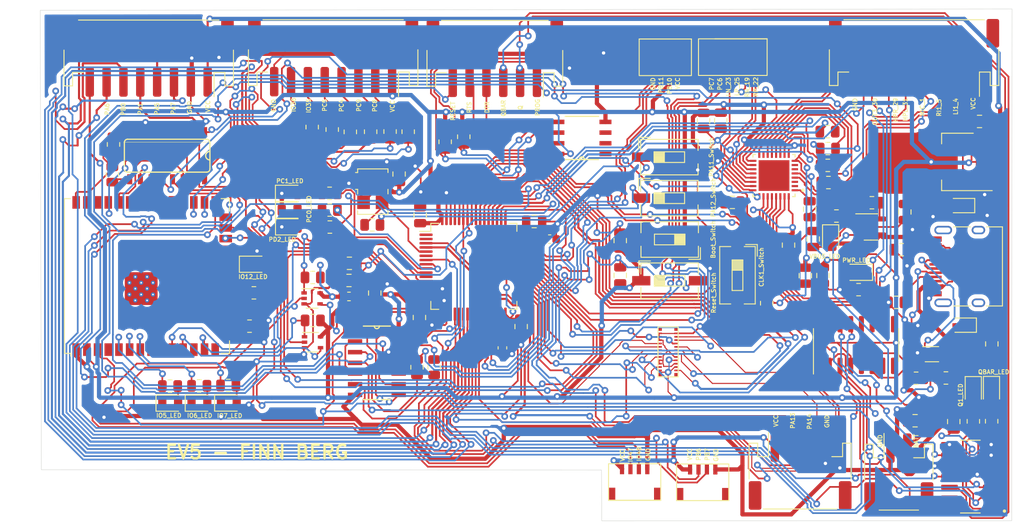
<source format=kicad_pcb>
(kicad_pcb (version 20211014) (generator pcbnew)
  (title_block (title "Hactar PCB - Finn Berg") (date "2023-04-07") (rev "EV5") (company "CISCO SYSTEMS"))
  (layers (0 "F.Cu" signal) (31 "B.Cu" power) (34 "B.Paste" user) (35 "F.Paste" user) (36 "B.SilkS" user "B.Silkscreen") (37 "F.SilkS" user "F.Silkscreen") (38 "B.Mask" user) (39 "F.Mask" user) (44 "Edge.Cuts" user))
  (net 0 "")
  (net 1 "+3.3VA")
  (net 2 "+3.3V")
  (net 3 "VBUS")
  (net 4 "GND")
  (net 5 "/MICBIAS")
  (net 6 "Net-(C7-Pad2)")
  (net 7 "Net-(C15-Pad2)")
  (net 8 "+BATT")
  (net 12 "/EEP_SDA")
  (net 13 "/EEP_SCL")
  (net 15 "Net-(D1-Pad1)")
  (net 16 "Net-(D3-Pad2)")
  (net 17 "Net-(D4-Pad2)")
  (net 18 "Net-(D5-Pad2)")
  (net 19 "Net-(D6-Pad2)")
  (net 20 "Net-(D7-Pad2)")
  (net 21 "Net-(D8-Pad2)")
  (net 22 "Net-(D9-Pad2)")
  (net 23 "Net-(D11-Pad1)")
  (net 24 "Net-(J9-PadA5)")
  (net 25 "/USB_D+")
  (net 26 "/USB_D-")
  (net 28 "Net-(J9-PadB5)")
  (net 31 "/IO_PC4")
  (net 32 "/IO_PC5")
  (net 33 "/IO_PC8")
  (net 34 "/IO_PC9")
  (net 35 "/UART1_RX")
  (net 36 "/CH_TXD")
  (net 37 "/UART1_TX")
  (net 38 "/CH_RXD")
  (net 39 "/BOOT0")
  (net 40 "/EN_ESP")
  (net 41 "Net-(R15-Pad1)")
  (net 42 "Net-(R17-Pad1)")
  (net 43 "Net-(R18-Pad1)")
  (net 44 "Net-(R19-Pad1)")
  (net 45 "Net-(R20-Pad1)")
  (net 46 "Net-(C23-Pad1)")
  (net 47 "Net-(D12-Pad2)")
  (net 48 "/PC1")
  (net 49 "/PC0")
  (net 50 "/PD2")
  (net 51 "/HSE_IN")
  (net 52 "Net-(R26-Pad2)")
  (net 53 "/BCLK")
  (net 54 "Net-(R27-Pad2)")
  (net 55 "/DACLRC")
  (net 56 "Net-(R28-Pad2)")
  (net 57 "/DACDAT")
  (net 58 "Net-(R29-Pad2)")
  (net 59 "/ADCDAT")
  (net 60 "Net-(R31-Pad2)")
  (net 61 "Net-(R32-Pad2)")
  (net 62 "Net-(R36-Pad1)")
  (net 63 "/BATT_CHG_PA0")
  (net 64 "Net-(SW9-Pad1)")
  (net 65 "Net-(SW10-Pad1)")
  (net 67 "/BB_COLS_3")
  (net 68 "/BB_COLS_4")
  (net 70 "Net-(D13-Pad2)")
  (net 72 "/CS_PA1")
  (net 73 "/ESP_UART1_RX")
  (net 74 "/ESP_UART1_TX")
  (net 75 "/SCK_SPI")
  (net 76 "/RST_PA6")
  (net 77 "/MOSI_SPI")
  (net 78 "/DC_PB0")
  (net 79 "/BB_MIC")
  (net 80 "/BB_ROW_5")
  (net 81 "/UART3_TX")
  (net 82 "/UART3_RX")
  (net 83 "/BB_ROW_1")
  (net 84 "/BB_ROW_2")
  (net 85 "/BB_ROW_3")
  (net 86 "/BB_ROW_4")
  (net 87 "/WM_PC6")
  (net 88 "/WM_PC7")
  (net 90 "/SWD_DIO")
  (net 91 "/SWD_CLK")
  (net 92 "/BL_PA4")
  (net 93 "/BB_ROW_6")
  (net 94 "/BB_ROW_7")
  (net 95 "/BB_COLS_5")
  (net 96 "/BB_COLS_2")
  (net 97 "/BB_COLS_1")
  (net 98 "/UD-")
  (net 99 "/UD+")
  (net 106 "Net-(C25-Pad2)")
  (net 115 "/ESP_SDA")
  (net 116 "/ESP_SCL")
  (net 118 "Net-(J10-Pad2)")
  (net 119 "Net-(J10-Pad3)")
  (net 126 "/LINPUT1")
  (net 127 "/RINPUT1")
  (net 131 "/SPK_RN")
  (net 132 "/SPK_RP")
  (net 133 "/SPK_LN")
  (net 134 "/SPK_LP")
  (net 135 "/HP_R")
  (net 136 "/OUT3")
  (net 137 "/HP_L")
  (net 140 "/ESP_UART1_EN")
  (net 141 "/UART2_EN")
  (net 142 "/UART2_TX")
  (net 143 "/UART2_RX")
  (net 149 "Net-(R37-Pad2)")
  (net 154 "Net-(C21-Pad2)")
  (net 155 "Net-(C22-Pad2)")
  (net 156 "Net-(J10-Pad4)")
  (net 157 "Net-(J10-Pad5)")
  (net 158 "Net-(J10-Pad6)")
  (net 159 "Net-(J10-Pad7)")
  (net 160 "Net-(R6-Pad1)")
  (net 161 "Net-(R21-Pad1)")
  (net 162 "Net-(R22-Pad1)")
  (net 163 "/ESP_IO35")
  (net 164 "/ESP_IO36")
  (net 165 "Net-(R40-Pad1)")
  (net 166 "/ESP_RX0")
  (net 167 "/ESP_TX0")
  (net 168 "/Q_2")
  (net 169 "/QBAR_2")
  (net 170 "/CH_DTR")
  (net 171 "/CH_RTS")
  (net 172 "Net-(R41-Pad1)")
  (net 173 "/C_2")
  (net 174 "/BOOT_ESP")
  (net 180 "Net-(J11-Pad1)")
  (net 181 "Net-(J11-Pad6)")
  (net 183 "/PWR_DSP")
  (footprint "Capacitor_SMD:C_0805_2012Metric" (layer "F.Cu") (at 175.5 69.27 90)
    (fp_text reference "C17" hide)
    (fp_text value "100n" hide)
  )
  (footprint "Resistor_SMD:R_0805_2012Metric" (layer "F.Cu") (at 140.43 70.56 -90)
    (fp_text reference "R9" hide)
    (fp_text value "220" hide)
  )
  (footprint "Capacitor_SMD:C_0805_2012Metric" (layer "F.Cu") (at 178.92 78.96)
    (fp_text reference "C15" hide)
    (fp_text value "4.7u" hide)
  )
  (footprint "BM14B(0.B)-24DS-0:BM14B(0.B)-24DS-0.4V(53)" (layer "F.Cu") (at 172.23 98.93 90)
    (fp_text reference "U13" hide)
    (fp_text value "BM14B(0.8)-24DS-0.4V(53)" hide)
  )
  (footprint "Resistor_SMD:R_0805_2012Metric" (layer "F.Cu") (at 131.1125 79.87 180)
    (fp_text reference "R24" hide)
    (fp_text value "660" hide)
  )
  (footprint "Resistor_SMD:R_0805_2012Metric" (layer "F.Cu") (at 207.54 104.98 90)
    (fp_text reference "R40" hide)
    (fp_text value "660" hide)
  )
  (footprint "Resistor_SMD:R_0805_2012Metric" (layer "F.Cu") (at 195.49 79)
    (fp_text reference "R37" hide)
    (fp_text value "2k" hide)
  )
  (footprint "Resistor_SMD:R_0805_2012Metric" (layer "F.Cu") (at 204.28 99.83)
    (fp_text reference "R38" hide)
    (fp_text value "10k" hide)
  )
  (footprint "1x4 pin download:1x4pin 1mm connector" (layer "F.Cu") (at 164.37 114.37)
    (fp_text reference "J3" hide)
    (fp_text value "Conn_01x04_Female" hide)
  )
  (footprint "LED_SMD:LED_0805_2012Metric" (layer "F.Cu") (at 126.35 77.88)
    (fp_text reference "D7" hide)
    (fp_text value "LED" hide)
  )
  (footprint "Resistor_SMD:R_0805_2012Metric" (layer "F.Cu") (at 133.56 70.58 -90)
    (fp_text reference "R33" hide)
    (fp_text value "220" hide)
  )
  (footprint "Capacitor_SMD:C_0805_2012Metric" (layer "F.Cu") (at 188.1 79.77 90)
    (fp_text reference "C7" hide)
    (fp_text value "4.7u" hide)
  )
  (footprint "Resistor_SMD:R_0805_2012Metric" (layer "F.Cu") (at 147.03 71.16 -90)
    (fp_text reference "R7" hide)
    (fp_text value "1k5" hide)
  )
  (footprint "Capacitor_SMD:C_0805_2012Metric" (layer "F.Cu") (at 153.84 93.72 -90)
    (fp_text reference "C13" hide)
    (fp_text value "100n" hide)
  )
  (footprint "LED_SMD:LED_0805_2012Metric" (layer "F.Cu") (at 193.88 87.27 180)
    (fp_text reference "D1" hide)
    (fp_text value "LED" hide)
  )
  (footprint "Package_QFP:LQFP-64_10x10mm_P0.5mm" (layer "F.Cu") (at 148.225 86.56)
    (fp_text reference "U1" hide)
    (fp_text value "STM32F405RGTx" hide)
  )
  (footprint "Resistor_SMD:R_0805_2012Metric" (layer "F.Cu") (at 141.478 98.552 90)
    (fp_text reference "R15" hide)
    (fp_text value "1K1" hide)
  )
  (footprint "LED_SMD:LED_0805_2012Metric" (layer "F.Cu") (at 209.69 101.33 -90)
    (fp_text reference "D13" hide)
    (fp_text value "LED" hide)
  )
  (footprint "Capacitor_SMD:C_0805_2012Metric" (layer "F.Cu") (at 136.46 89.73 90)
    (fp_text reference "C10" hide)
    (fp_text value "1u" hide)
  )
  (footprint "Package_TO_SOT_SMD:SOT-666" (layer "F.Cu") (at 202.62 97)
    (fp_text reference "U4" hide)
    (fp_text value "USBLC6-2P6" hide)
  )
  (footprint "Resistor_SMD:R_0805_2012Metric" (layer "F.Cu") (at 129.03 70.01 -90)
    (fp_text reference "R35" hide)
    (fp_text value "220" hide)
  )
  (footprint "Inductor_SMD:L_0603_1608Metric" (layer "F.Cu") (at 133.4 90.14 180)
    (fp_text reference "120R1" hide)
    (fp_text value "FerriteBead" hide)
  )
  (footprint "Capacitor_SMD:C_0805_2012Metric" (layer "F.Cu") (at 139.35 75.59 90)
    (fp_text reference "C4" hide)
    (fp_text value "100n" hide)
  )
  (footprint "Resistor_SMD:R_0805_2012Metric" (layer "F.Cu") (at 122.11 89.71)
    (fp_text reference "R20" hide)
    (fp_text value "660" hide)
  )
  (footprint "Connector_JST:JST_PH_S8B-PH-SM4-TB_1x08-1MP_P2.00mm_Horizontal" (layer "F.Cu") (at 109.62 61.8 180)
    (fp_text reference "J6" hide)
    (fp_text value "Conn_01x08_Female" hide)
  )
  (footprint "Capacitor_SMD:C_0805_2012Metric" (layer "F.Cu") (at 208.27 69.34)
    (fp_text reference "C2" hide)
    (fp_text value "22u" hide)
  )
  (footprint "Resistor_SMD:R_0805_2012Metric" (layer "F.Cu") (at 119.06 100.72)
    (fp_text reference "R19" hide)
    (fp_text value "660" hide)
  )
  (footprint "Resistor_SMD:R_0805_2012Metric" (layer "F.Cu") (at 144.82 71.76 -90)
    (fp_text reference "R8" hide)
    (fp_text value "1k5" hide)
  )
  (footprint "Resistor_SMD:R_0805_2012Metric" (layer "F.Cu") (at 143.51 98.552 90)
    (fp_text reference "R41" hide)
    (fp_text value "1K1" hide)
  )
  (footprint "Package_TO_SOT_SMD:SOT-23-5" (layer "F.Cu") (at 195.37 81.88)
    (fp_text reference "U12" hide)
    (fp_text value "MCP73832-2-OT" hide)
  )
  (footprint "LED_SMD:LED_0805_2012Metric" (layer "F.Cu") (at 207.53 101.3475 -90)
    (fp_text reference "D12" hide)
    (fp_text value "LED" hide)
  )
  (footprint "Button_Switch_SMD:SW_DIP_SPSTx01_Slide_6.7x4.1mm_W6.73mm_P2.54mm_LowProfile_JPin" (layer "F.Cu") (at 171.44 78.46)
    (fp_text reference "SW10" hide)
    (fp_text value "SW_Push" hide)
  )
  (footprint "LED_SMD:LED_0805_2012Metric" (layer "F.Cu") (at 122.07 86.31)
    (fp_text reference "D4" hide)
    (fp_text value "LED" hide)
  )
  (footprint "Capacitor_SMD:C_0805_2012Metric" (layer "F.Cu") (at 177.55 69.25 90)
    (fp_text reference "C18" hide)
    (fp_text value "100n" hide)
  )
  (footprint "Resistor_SMD:R_0805_2012Metric" (layer "F.Cu") (at 209.71 104.97 90)
    (fp_text reference "R22" hide)
    (fp_text value "660" hide)
  )
  (footprint "Capacitor_SMD:C_0805_2012Metric" (layer "F.Cu") (at 155.39 81.24)
    (fp_text reference "C12" hide)
    (fp_text value "100n" hide)
  )
  (footprint "Capacitor_SMD:C_0805_2012Metric" (layer "F.Cu") (at 189.68 87.65 90)
    (fp_text reference "C3" hide)
    (fp_text value "100n" hide)
  )
  (footprint "Connector_JST:JST_PH_S6B-PH-SM4-TB_1x06-1MP_P2.00mm_Horizontal" (layer "F.Cu") (at 150.72 61.84 180)
    (fp_text reference "J11" hide)
    (fp_text value "Conn_01x06_Female" hide)
  )
  (footprint "Connector_JST:JST_PH_S8B-PH-SM4-TB_1x08-1MP_P2.00mm_Horizontal" (layer "F.Cu") (at 200.5 61.76 180)
    (fp_text reference "J4" hide)
    (fp_text value "Conn_01x08_Female" hide)
  )
  (footprint "Capacitor_SMD:C_0805_2012Metric" (layer "F.Cu") (at 133.45 86.2 180)
    (fp_text reference "C8" hide)
    (fp_text value "10n" hide)
  )
  (footprint "Button_Switch_SMD:SW_DIP_SPSTx01_Slide_6.7x4.1mm_W6.73mm_P2.54mm_LowProfile_JPin" (layer "F.Cu") (at 171.47 88.27)
    (fp_text reference "SW6" hide)
    (fp_text value "SW_Push" hide)
  )
  (footprint "Capacitor_SMD:C_0805_2012Metric" (layer "F.Cu") (at 141.855 80.48 90)
    (fp_text reference "C11" hide)
    (fp_text value "100n" hide)
  )
  (footprint "Resistor_SMD:R_0805_2012Metric" (layer "F.Cu") (at 105.44 72.07 90)
    (fp_text reference "R21" hide)
    (fp_text value "4K7" hide)
  )
  (footprint "Capacitor_SMD:C_0805_2012Metric" (layer "F.Cu") (at 187.59 87.67 90)
    (fp_text reference "C6" hide)
    (fp_text value "100n" hide)
  )
  (footprint "1x4 pin download:1x6pin 1mm connector" (layer "F.Cu") (at 183.15 57.32 180)
    (fp_text reference "J2" hide)
    (fp_text value "Conn_01x06_Female" hide)
  )
  (footprint "Capacitor_SMD:C_0805_2012Metric" (layer "F.Cu") (at 165.608 83.5 90)
    (fp_text reference "C24" hide)
    (fp_text value "100n" hide)
  )
  (footprint "1x4 pin download:1x4pin 1mm connector" (layer "F.Cu") (at 173.91 59.54 180)
    (fp_text reference "J5" hide)
    (fp_text value "Conn_01x04_Female" hide)
  )
  (footprint "Capacitor_SMD:C_0805_2012Metric" (layer "F.Cu") (at 205.21 105.01 90)
    (fp_text reference "C23" hide)
    (fp_text value "100n" hide)
  )
  (footprint "Connector_JST:JST_PH_S8B-PH-SM4-TB_1x08-1MP_P2.00mm_Horizontal" (layer "F.Cu") (at 131.52 61.76 180)
    (fp_text reference "J10" hide)
    (fp_text value "Conn_01x08_Female" hide)
  )
  (footprint "Resistor_SMD:R_0805_2012Metric" (layer "F.Cu") (at 121.59 93.67 180)
    (fp_text reference "R32" hide)
    (fp_text value "4k7" hide)
  )
  (footprint "Resistor_SMD:R_0805_2012Metric" (layer "F.Cu") (at 105.3 75.64 90)
    (fp_text reference "R6" hide)
    (fp_text value "4K7" hide)
  )
  (footprint "Resistor_SMD:R_0805_2012Metric" (layer "F.Cu") (at 131.13 81.89 180)
    (fp_text reference "R25" hide)
    (fp_text value "660" hide)
  )
  (footprint "74HC14D_653:SOIC127P600X175-14N" (layer "F.Cu") (at 136.71 98.03)
    (fp_text reference "U8" hide)
    (fp_text value "74HC14D,653" hide)
  )
  (footprint "Resistor_SMD:R_0805_2012Metric" (layer "F.Cu") (at 190.33 76.6)
    (fp_text reference "R31" hide)
    (fp_text value "100" hide)
  )
  (footprint "Resistor_SMD:R_0805_2012Metric" (layer "F.Cu") (at 191.28 80.58 180)
    (fp_text reference "R36" hide)
    (fp_text value "1k" hide)
  )
  (footprint "Resistor_SMD:R_0805_2012Metric" (layer "F.Cu") (at 198.38 90.84)
    (fp_text reference "R12" hide)
    (fp_text value "5k1" hide)
  )
  (footprint "Resistor_SMD:R_0805_2012Metric" (layer "F.Cu") (at 115.62 100.76)
    (fp_text reference "R18" hide)
    (fp_text value "660" hide)
  )
  (footprint "Resistor_SMD:R_0805_2012Metric" (layer "F.Cu") (at 190.25 74.56)
    (fp_text reference "R29" hide)
    (fp_text value "100" hide)
  )
  (footprint "Capacitor_SMD:C_0603_1608Metric" (layer "F.Cu") (at 157.23 83.33 180)
    (fp_text reference "C22" hide)
    (fp_text value "2u2" hide)
  )
  (footprint "LED_SMD:LED_0805_2012Metric" (layer "F.Cu") (at 119.13 102.81)
    (fp_text reference "D6" hide)
    (fp_text value "LED" hide)
  )
  (footprint "ESP32-S3-WROOM-1-N8R2:New_ESP32_M24C02-RMN6TP" (layer "F.Cu") (at 161.06 71.3 180)
    (fp_text reference "CR1" hide)
    (fp_text value "M24C02-RDW6TP" hide)
  )
  (footprint "Resistor_SMD:R_0805_2012Metric" (layer "F.Cu") (at 135.97 70.56 -90)
    (fp_text reference "R30" hide)
    (fp_text value "220" hide)
  )
  (footprint "ESP32-S3-WROOM-1-N8R2:QFN50P500X500X90-33N" (layer "F.Cu") (at 183.8675 75.77 180)
    (fp_text reference "U14" hide)
    (fp_text value "WM8960CGEFL/RV" hide)
  )
  (footprint "LED_SMD:LED_0805_2012Metric" (layer "F.Cu") (at 190.59 83.31 -90)
    (fp_text reference "D11" hide)
    (fp_text value "LED" hide)
  )
  (footprint "Resistor_SMD:R_0805_2012Metric" (layer "F.Cu") (at 190.26 72.56)
    (fp_text reference "R28" hide)
    (fp_text value "100" hide)
  )
  (footprint "Capacitor_SMD:C_0805_2012Metric" (layer "F.Cu") (at 185.59 84.04 -90)
    (fp_text reference "C16" hide)
    (fp_text value "100n" hide)
  )
  (footprint "Connector_JST:JST_PH_S4B-PH-SM4-TB_1x04-1MP_P2.00mm_Horizontal" (layer "F.Cu") (at 186.97 110.89)
    (fp_text reference "J8" hide)
    (fp_text value "Conn_01x04_Female" hide)
  )
  (footprint "Resistor_SMD:R_0805_2012Metric" (layer "F.Cu") (at 200.74 99.86)
    (fp_text reference "R39" hide)
    (fp_text value "6.8k" hide)
  )
  (footprint "Capacitor_SMD:C_0805_2012Metric" (layer "F.Cu") (at 188.52 83.31 90)
    (fp_text reference "C1" hide)
    (fp_text value "4u7" hide)
  )
  (footprint "Resistor_SMD:R_0805_2012Metric" (layer "F.Cu") (at 183 90.94 -90)
    (fp_text reference "R5" hide)
    (fp_text value "4K7" hide)
  )
  (footprint "Capacitor_SMD:C_0805_2012Metric" (layer "F.Cu") (at 200.62 104.91 180)
    (fp_text reference "C19" hide)
    (fp_text value "4u7" hide)
  )
  (footprint "Resistor_SMD:R_0805_2012Metric" (layer "F.Cu") (at 193.91 89.33)
    (fp_text reference "R1" hide)
    (fp_text value "150" hide)
  )
  (footprint "Capacitor_SMD:C_0805_2012Metric" (layer "F.Cu") (at 141.765 92.64 -90)
    (fp_text reference "C14" hide)
    (fp_text value "100n" hide)
  )
  (footprint "Capacitor_SMD:C_0805_2012Metric" (layer "F.Cu") (at 133.4 88.24 180)
    (fp_text reference "C9" hide)
    (fp_text value "1u" hide)
  )
  (footprint "Package_TO_SOT_SMD:SOT-353_SC-70-5" (layer "F.Cu") (at 129.07 95.58)
    (fp_text reference "U3" hide)
    (fp_text value "NC7SZ125P5X" hide)
  )
  (footprint "Capacitor_SMD:C_0805_2012Metric" (layer "F.Cu") (at 165.608 87.63 90)
    (fp_text reference "C25" hide)
    (fp_text value "100n" hide)
  )
  (footprint "LED_SMD:LED_0805_2012Metric" (layer "F.Cu") (at 112.17 102.82)
    (fp_text reference "D3" hide)
    (fp_text value "LED" hide)
  )
  (footprint "Oscillator:Oscillator_SMD_SeikoEpson_SG8002LB-4Pin_5.0x3.2mm" (layer "F.Cu") (at 136.23 77.68 -90)
    (fp_text reference "X1" hide)
    (fp_text value "SG-5032CAN" hide)
  )
  (footprint "Capacitor_SMD:C_0805_2012Metric" (layer "F.Cu") (at 199.4 80.1 -90)
    (fp_text reference "C20" hide)
    (fp_text value "100n" hide)
  )
  (footprint "Connector_USB:USB_C_Receptacle_HRO_TYPE-C-31-M-12" (layer "F.Cu") (at 207.09 86.57 90)
    (fp_text reference "J9" hide)
    (fp_text value "USB_C_Receptacle" hide)
  )
  (footprint "74HC4052:SO16" (layer "F.Cu") (at 111.81 73.41 180)
    (property "VALUE" "74HC4052")
    (fp_text reference "U16" hide)
    (fp_text value "74HC4052" hide)
  )
  (footprint "Resistor_SMD:R_0805_2012Metric" (layer "F.Cu") (at 199.01 84.58)
    (fp_text reference "R11" hide)
    (fp_text value "5k1" hide)
  )
  (footprint "Capacitor_SMD:C_0805_2012Metric" (layer "F.Cu") (at 209.73 95.78 -90)
    (fp_text reference "C5" hide)
    (fp_text value "10U" hide)
  )
  (footprint "Resistor_SMD:R_0805_2012Metric" (layer "F.Cu") (at 131.0975 77.88 180)
    (fp_text reference "R23" hide)
    (fp_text value "660" hide)
  )
  (footprint "Resistor_SMD:R_0805_2012Metric" (layer "F.Cu") (at 190.22 70.55)
    (fp_text reference "R27" hide)
    (fp_text value "100" hide)
  )
  (footprint "Capacitor_SMD:C_0603_1608Metric" (layer "F.Cu") (at 151.62 96.25 90)
    (fp_text reference "C21" hide)
    (fp_text value "2u2" hide)
  )
  (footprint "Diode_SMD:D_SOD-323" (layer "F.Cu") (at 206.4 93.55 180)
    (fp_text reference "D2" hide)
    (fp_text value "1N5819WS" hide)
  )
  (footprint "Resistor_SMD:R_0805_2012Metric" (layer "F.Cu") (at 112.15 100.79)
    (fp_text reference "R17" hide)
    (fp_text value "660" hide)
  )
  (footprint "Diode_SMD:D_SOD-323" (layer "F.Cu") (at 206.2 79.34 180)
    (fp_text reference "D10" hide)
    (fp_text value "1N5819WS" hide)
  )
  (footprint "Resistor_SMD:R_0805_2012Metric" (layer "F.Cu") (at 129.1 92.99)
    (fp_text reference "R3" hide)
    (fp_text value "4k7" hide)
  )
  (footprint "LED_SMD:LED_0805_2012Metric" (layer "F.Cu") (at 126.35 79.88)
    (fp_text reference "D8" hide)
    (fp_text value "LED" hide)
  )
  (footprint "LED_SMD:LED_0805_2012Metric" (layer "F.Cu") (at 126.36 81.87)
    (fp_text reference "D9" hide)
    (fp_text value "LED" hide)
  )
  (footprint "Resistor_SMD:R_0805_2012Metric" (layer "F.Cu") (at 138.28 70.54 -90)
    (fp_text reference "R10" hide)
    (fp_text value "220" hide)
  )
  (footprint "Package_TO_SOT_SMD:SOT-353_SC-70-5" (layer "F.Cu") (at 129.02 90.37)
    (fp_text reference "U9" hide)
    (fp_text value "NC7SZ125P5X" hide)
  )
  (footprint "Resistor_SMD:R_0805_2012Metric" (layer "F.Cu") (at 136.17 81.63)
    (fp_text reference "R26" hide)
    (fp_text value "220" hide)
  )
  (footprint "Connector_JST:JST_PH_S2B-PH-SM4-TB_1x02-1MP_P2.00mm_Horizontal" (layer "F.Cu") (at 198.69 111.02)
    (fp_text reference "J1" hide)
    (fp_text value "Conn_01x02_Female" hide)
  )
  (footprint "Package_TO_SOT_SMD:SOT-223-3_TabPin2" (layer "F.Cu") (at 205.68 74.15 180)
    (fp_text reference "U2" hide)
    (fp_text value "AMS1117-3.3" hide)
  )
  (footprint "CD4013BM:SOIC127P600X175-14N" (layer "F.Cu") (at 207.18 111.55 180)
    (fp_text reference "U15" hide)
    (fp_text value "CD4013BM" hide)
  )
  (footprint "Button_Switch_SMD:SW_DIP_SPSTx01_Slide_6.7x4.1mm_W6.73mm_P2.54mm_LowProfile_JPin" (layer "F.Cu") (at 171.48 83.37 180)
    (fp_text reference "SW3" hide)
    (fp_text value "SW_Push" hide)
  )
  (footprint "Resistor_SMD:R_0805_2012Metric" (layer "F.Cu") (at 129.09 87.88)
    (fp_text reference "R4" hide)
    (fp_text value "4k7" hide)
  )
  (footprint "Package_SO:SOIC-16_3.9x9.9mm_P1.27mm" (layer "F.Cu") (at 193.61 95.91 90)
    (fp_text reference "U10" hide)
    (fp_text value "CH340C" hide)
  )
  (footprint "Button_Switch_SMD:SW_DIP_SPSTx01_Slide_6.7x4.1mm_W6.73mm_P2.54mm_LowProfile_JPin" (layer "F.Cu") (at 171.44 73.58)
    (fp_text reference "SW9" hide)
    (fp_text value "SW_Push" hide)
  )
  (footprint "Resistor_SMD:R_0805_2012Metric" (layer "F.Cu") (at 131.41 70.3 -90)
    (fp_text reference "R34" hide)
    (fp_text value "220" hide)
  )
  (footprint "1x4 pin download:1x4pin 1mm connector" (layer "F.Cu") (at 172.45 114.4)
    (fp_text reference "J7" hide)
    (fp_text value "Conn_01x04_Female" hide)
  )
  (footprint "RF_Module:ESP32-S3-WROOM-1U" (layer "F.Cu") (at 109.415 87.71 90)
    (fp_text reference "U11" hide)
    (fp_text value "ESP32-S3-WROOM-1-N8R2" hide)
  )
  (footprint "Button_Switch_SMD:SW_DIP_SPSTx01_Slide_6.7x4.1mm_W6.73mm_P2.54mm_LowProfile_JPin" (layer "F.Cu") (at 179.53 87.62 -90)
    (fp_text reference "SW5" hide)
    (fp_text value "SW_Push" hide)
  )
  (footprint "LED_SMD:LED_0805_2012Metric" (layer "F.Cu") (at 115.64 102.82)
    (fp_text reference "D5" hide)
    (fp_text value "LED" hide)
  )
  (gr_poly (pts (xy 212.089941 116.800026) (xy 163.419941 116.810026) (xy 163.38 110.77) (xy 96.871145 110.740356) (xy 96.740965 56.130412) (xy 212.12982 55.970056)) (layer "Edge.Cuts") (width 0.05) (fill none))
  (gr_text "PB0" (at 106.6 67.88 90) (layer "F.SilkS") (effects (font (size 0.5 0.5) (thickness 0.1))))
  (gr_text "MIC_1" (at 201.48 67.62 90) (layer "F.SilkS") (effects (font (size 0.5 0.5) (thickness 0.1))))
  (gr_text "VCC" (at 207.52 67.21 90) (layer "F.SilkS") (effects (font (size 0.5 0.5) (thickness 0.1))))
  (gr_text "RP_22" (at 181.71 65.23 90) (layer "F.SilkS") (effects (font (size 0.5 0.5) (thickness 0.1))))
  (gr_text "GND" (at 190.16 104.99 90) (layer "F.SilkS") (effects (font (size 0.5 0.5) (thickness 0.1))))
  (gr_text "RTS" (at 147.69 67.68 90) (layer "F.SilkS") (effects (font (size 0.5 0.5) (thickness 0.1))))
  (gr_text "CLK1_Switch" (at 182.37 86.65 90) (layer "F.SilkS") (effects (font (size 0.5 0.5) (thickness 0.1))))
  (gr_text "PC7" (at 176.46 64.87 90) (layer "F.SilkS") (effects (font (size 0.5 0.5) (thickness 0.1))))
  (gr_text "GND" (at 168.92 108.94 90) (layer "F.SilkS") (effects (font (size 0.5 0.5) (thickness 0.1))))
  (gr_text "IO6_LED" (at 115.67 104.3) (layer "F.SilkS") (effects (font (size 0.5 0.5) (thickness 0.1))))
  (gr_text "GND\n" (at 124.45 67.46 90) (layer "F.SilkS") (effects (font (size 0.5 0.5) (thickness 0.1))))
  (gr_text "GND" (at 114.48 67.67 90) (layer "F.SilkS") (effects (font (size 0.5 0.5) (thickness 0.1))))
  (gr_text "HPL_31" (at 199.47 67.93 90) (layer "F.SilkS") (effects (font (size 0.5 0.5) (thickness 0.1))))
  (gr_text "GND" (at 193.49 67.33 90) (layer "F.SilkS") (effects (font (size 0.5 0.5) (thickness 0.1))))
  (gr_text "PB11" (at 170.44 65.03 90) (layer "F.SilkS") (effects (font (size 0.5 0.5) (thickness 0.1))))
  (gr_text "LP_25" (at 179.49 65.2 90) (layer "F.SilkS") (effects (font (size 0.5 0.5) (thickness 0.1))))
  (gr_text "EV5 - FINN BERG" (at 122.46 108.64) (layer "F.SilkS") (effects (font (size 1.6 1.6) (thickness 0.3))))
  (gr_text "PROG\n" (at 155.8 67.68 90) (layer "F.SilkS") (effects (font (size 0.5 0.5) (thickness 0.1))))
  (gr_text "PA1" (at 108.62 67.83 90) (layer "F.SilkS") (effects (font (size 0.5 0.5) (thickness 0.1))))
  (gr_text "PC6" (at 177.45 64.89 90) (layer "F.SilkS") (effects (font (size 0.5 0.5) (thickness 0.1))))
  (gr_text "PWR_LED" (at 193.64 85.84) (layer "F.SilkS") (effects (font (size 0.5 0.5) (thickness 0.1))))
  (gr_text "IO35" (at 128.61 67.48 90) (layer "F.SilkS") (effects (font (size 0.5 0.5) (thickness 0.1))))
  (gr_text "PB10" (at 171.47 65.12 90) (layer "F.SilkS") (effects (font (size 0.5 0.5) (thickness 0.1))))
  (gr_text "GND" (at 176.98 109 90) (layer "F.SilkS") (effects (font (size 0.5 0.5) (thickness 0.1))))
  (gr_text "PA13" (at 186.09 104.91 90) (layer "F.SilkS") (effects (font (size 0.5 0.5) (thickness 0.1))))
  (gr_text "VBUS_LED" (at 189.9 85.38) (layer "F.SilkS") (effects (font (size 0.5 0.5) (thickness 0.1))))
  (gr_text "PC0_LED" (at 128.66 79.76 90) (layer "F.SilkS") (effects (font (size 0.5 0.5) (thickness 0.1))))
  (gr_text "HPR_29" (at 198.31 67.98 90) (layer "F.SilkS") (effects (font (size 0.5 0.5) (thickness 0.1))))
  (gr_text "VCC" (at 184.1 104.93 90) (layer "F.SilkS") (effects (font (size 0.5 0.5) (thickness 0.1))))
  (gr_text "OUT3_30" (at 195.86 68.17 90) (layer "F.SilkS") (effects (font (size 0.5 0.5) (thickness 0.1))))
  (gr_text "PA14" (at 188.08 104.99 90) (layer "F.SilkS") (effects (font (size 0.5 0.5) (thickness 0.1))))
  (gr_text "PA6" (at 104.69 67.88 90) (layer "F.SilkS") (effects (font (size 0.5 0.5) (thickness 0.1))))
  (gr_text "IO7_LED" (at 119.23 104.32) (layer "F.SilkS") (effects (font (size 0.5 0.5) (thickness 0.1))))
  (gr_text "PC4" (at 132.51 67.46 90) (layer "F.SilkS") (effects (font (size 0.5 0.5) (thickness 0.1))))
  (gr_text "Boot_Switch" (at 176.64 83.37 90) (layer "F.SilkS") (effects (font (size 0.5 0.5) (thickness 0.1))))
  (gr_text "RN_19" (at 180.69 65.28 90) (layer "F.SilkS") (effects (font (size 0.5 0.5) (thickness 0.1))))
  (gr_text "PA11_Switch" (at 176.43 73.56 90) (layer "F.SilkS") (effects (font (size 0.5 0.5) (thickness 0.1))))
  (gr_text "PC5" (at 130.52 67.41 90) (layer "F.SilkS") (effects (font (size 0.5 0.5) (thickness 0.1))))
  (gr_text "VCC" (at 138.56 67.53 90) (layer "F.SilkS") (effects (font (size 0.5 0.5) (thickness 0.1))))
  (gr_text "VCC" (at 116.66 67.56 90) (layer "F.SilkS") (effects (font (size 0.5 0.5) (thickness 0.1))))
  (gr_text "PB6\n" (at 174.91 108.92 90) (layer "F.SilkS") (effects (font (size 0.5 0.5) (thickness 0.1))))
  (gr_text "PB7" (at 175.94 108.92 90) (layer "F.SilkS") (effects (font (size 0.5 0.5) (thickness 0.1))))
  (gr_text "QBAR_LED" (at 209.95 99.12) (layer "F.SilkS") (effects (font (size 0.5 0.5) (thickness 0.1))))
  (gr_text "IO12_LED" (at 122 87.8) (layer "F.SilkS") (effects (font (size 0.5 0.5) (thickness 0.1))))
  (gr_text "IO36" (at 126.82 67.36 90) (layer "F.SilkS") (effects (font (size 0.5 0.5) (thickness 0.1))))
  (gr_text "PA5" (at 110.6 67.83 90) (layer "F.SilkS") (effects (font (size 0.5 0.5) (thickness 0.1))))
  (gr_text "BATT" (at 200.75 107.32 90) (layer "F.SilkS") (effects (font (size 0.5 0.5) (thickness 0.1))))
  (gr_text "Q1_LED" (at 206.02 101.87 90) (layer "F.SilkS") (effects (font (size 0.5 0.5) (thickness 0.1))))
  (gr_text "IO48" (at 167.85 108.86 90) (layer "F.SilkS") (effects (font (size 0.5 0.5) (thickness 0.1))))
  (gr_text "VCC\n" (at 173.87 108.92 90) (layer "F.SilkS") (effects (font (size 0.5 0.5) (thickness 0.1))))
  (gr_text "QBAR" (at 151.75 67.76 90) (layer "F.SilkS") (effects (font (size 0.5 0.5) (thickness 0.1))))
  (gr_text "VCC" (at 172.43 64.83 90) (layer "F.SilkS") (effects (font (size 0.5 0.5) (thickness 0.1))))
  (gr_text "Q" (at 153.76 67.7 90) (layer "F.SilkS") (effects (font (size 0.5 0.5) (thickness 0.1))))
  (gr_text "GND" (at 169.5 64.89 90) (layer "F.SilkS") (effects (font (size 0.5 0.5) (thickness 0.1))))
  (gr_text "PA7" (at 112.54 67.79 90) (layer "F.SilkS") (effects (font (size 0.5 0.5) (thickness 0.1))))
  (gr_text "RESET" (at 145.74 68.11 90) (layer "F.SilkS") (effects (font (size 0.5 0.5) (thickness 0.1))))
  (gr_text "VCC" (at 165.88 109.03 90) (layer "F.SilkS") (effects (font (size 0.5 0.5) (thickness 0.1))))
  (gr_text "IO47" (at 166.83 108.96 90) (layer "F.SilkS") (effects (font (size 0.5 0.5) (thickness 0.1))))
  (gr_text "PA12_Switch" (at 176.66 78.39 90) (layer "F.SilkS") (effects (font (size 0.5 0.5) (thickness 0.1))))
  (gr_text "PC9" (at 134.58 67.43 90) (layer "F.SilkS") (effects (font (size 0.5 0.5) (thickness 0.1))))
  (gr_text "Reset_Switch" (at 176.7 89.71 90) (layer "F.SilkS") (effects (font (size 0.5 0.5) (thickness 0.1))))
  (gr_text "PC1_LED" (at 126.38 76.42) (layer "F.SilkS") (effects (font (size 0.5 0.5) (thickness 0.1))))
  (gr_text "LN_23" (at 178.46 65.22 90) (layer "F.SilkS") (effects (font (size 0.5 0.5) (thickness 0.1))))
  (gr_text "PD2_LED" (at 125.48 83.36) (layer "F.SilkS") (effects (font (size 0.5 0.5) (thickness 0.1))))
  (gr_text "GND" (at 196.47 107.33 90) (layer "F.SilkS") (effects (font (size 0.5 0.5) (thickness 0.1))))
  (gr_text "RI1_5" (at 203.46 67.71 90) (layer "F.SilkS") (effects (font (size 0.5 0.5) (thickness 0.1))))
  (gr_text "DTR" (at 149.8 67.66 90) (layer "F.SilkS") (effects (font (size 0.5 0.5) (thickness 0.1))))
  (gr_text "IO5_LED" (at 112.01 104.29) (layer "F.SilkS") (effects (font (size 0.5 0.5) (thickness 0.1))))
  (gr_text "PC8" (at 136.47 67.46 90) (layer "F.SilkS") (effects (font (size 0.5 0.5) (thickness 0.1))))
  (gr_text "Li1_4" (at 205.44 67.56 90) (layer "F.SilkS") (effects (font (size 0.5 0.5) (thickness 0.1))))
  (segment (start 177.332017 75.09) (end 180.079516 77.8375) (width 0.2) (layer "F.Cu") (net 1))
  (segment (start 182.6175 78.245) (end 182.6175 79.498384) (width 0.2) (layer "F.Cu") (net 1))
  (segment (start 180.079516 77.8375) (end 180.4175 77.8375) (width 0.2) (layer "F.Cu") (net 1))
  (segment (start 179.0075 74.502743) (end 180.524757 76.02) (width 0.2) (layer "F.Cu") (net 1))
  (segment (start 177.169274 71.580161) (end 176.860161 71.580161) (width 0.2) (layer "F.Cu") (net 1))
  (segment (start 135.490756 86.2) (end 135.715378 86.424622) (width 0.2) (layer "F.Cu") (net 1))
  (segment (start 177.987157 70.762278) (end 177.987157 70.637157) (width 0.2) (layer "F.Cu") (net 1))
  (segment (start 180.68 80.307256) (end 181.410001 81.037257) (width 0.2) (layer "F.Cu") (net 1))
  (segment (start 206.99 61.97) (end 207.5 62.48) (width 0.2) (layer "F.Cu") (net 1))
  (segment (start 177.169274 71.580161) (end 177.987157 70.762278) (width 0.2) (layer "F.Cu") (net 1))
  (segment (start 194.51 63.072183) (end 195.612183 61.97) (width 0.2) (layer "F.Cu") (net 1))
  (segment (start 182.17 79.945884) (end 182.372942 79.742942) (width 0.2) (layer "F.Cu") (net 1))
  (segment (start 177.26955 75.09) (end 177.332017 75.09) (width 0.2) (layer "F.Cu") (net 1))
  (segment (start 137.170308 84.853249) (end 141.127058 88.81) (width 0.2) (layer "F.Cu") (net 1))
  (segment (start 181.410001 81.037257) (end 182.051371 81.037257) (width 0.2) (layer "F.Cu") (net 1))
  (segment (start 177.987157 70.637157) (end 177.55 70.2) (width 0.2) (layer "F.Cu") (net 1))
  (segment (start 207.5 62.48) (end 207.5 64.61) (width 0.2) (layer "F.Cu") (net 1))
  (segment (start 180.4175 77.8375) (end 180.68 78.1) (width 0.2) (layer "F.Cu") (net 1))
  (segment (start 176.28 72.469435) (end 176.28 74.10045) (width 0.2) (layer "F.Cu") (net 1))
  (segment (start 182.265884 79.85) (end 182.372942 79.742942) (width 0.2) (layer "F.Cu") (net 1))
  (segment (start 135.715378 86.424622) (end 134.4 87.74) (width 0.2) (layer "F.Cu") (net 1))
  (segment (start 195.612183 61.97) (end 206.99 61.97) (width 0.2) (layer "F.Cu") (net 1))
  (segment (start 180.68 78.1) (end 180.68 80.307256) (width 0.2) (layer "F.Cu") (net 1))
  (segment (start 193.65 68.3895) (end 194.51 67.5295) (width 0.2) (layer "F.Cu") (net 1))
  (segment (start 186.08 80.355) (end 185.6175 79.8925) (width 0.2) (layer "F.Cu") (net 1))
  (segment (start 186.08 81.94) (end 186.08 80.355) (width 0.2) (layer "F.Cu") (net 1))
  (segment (start 180.524757 76.02) (end 181.3925 76.02) (width 0.2) (layer "F.Cu") (net 1))
  (segment (start 182.051371 81.037257) (end 182.17 80.918628) (width 0.2) (layer "F.Cu") (net 1))
  (segment (start 194.51 67.5295) (end 194.51 63.072183) (width 0.2) (layer "F.Cu") (net 1))
  (segment (start 134.4 86.2) (end 135.490756 86.2) (width 0.2) (layer "F.Cu") (net 1))
  (segment (start 177.169274 71.580161) (end 176.28 72.469435) (width 0.2) (layer "F.Cu") (net 1))
  (segment (start 176.860161 71.580161) (end 175.5 70.22) (width 0.2) (layer "F.Cu") (net 1))
  (segment (start 137.170308 84.769692) (end 137.170308 84.853249) (width 0.2) (layer "F.Cu") (net 1))
  (segment (start 181.41 79.85) (end 182.265884 79.85) (width 0.2) (layer "F.Cu") (net 1))
  (segment (start 185.6175 79.8925) (end 185.6175 78.245) (width 0.2) (layer "F.Cu") (net 1))
  (segment (start 182.17 80.918628) (end 182.17 79.945884) (width 0.2) (layer "F.Cu") (net 1))
  (segment (start 141.127058 88.81) (end 142.55 88.81) (width 0.2) (layer "F.Cu") (net 1))
  (segment (start 182.6175 79.498384) (end 182.372942 79.742942) (width 0.2) (layer "F.Cu") (net 1))
  (segment (start 176.28 74.10045) (end 177.26955 75.09) (width 0.2) (layer "F.Cu") (net 1))
  (segment (start 134.4 87.74) (end 134.4 90.045) (width 0.2) (layer "F.Cu") (net 1))
  (segment (start 178.682215 72.717835) (end 179.0075 73.04312) (width 0.2) (layer "F.Cu") (net 1))
  (segment (start 179.0075 73.04312) (end 179.0075 74.502743) (width 0.2) (layer "F.Cu") (net 1))
  (segment (start 186.08 82.6) (end 185.59 83.09) (width 0.5) (layer "F.Cu") (net 1))
  (segment (start 186.08 81.94) (end 186.08 82.6) (width 0.5) (layer "F.Cu") (net 1))
  (via (at 186.08 81.94) (size 0.8) (drill 0.4) (layers "F.Cu" "B.Cu") (net 1))
  (via (at 193.65 68.3895) (size 0.8) (drill 0.4) (layers "F.Cu" "B.Cu") (net 1))
  (via (at 177.169274 71.580161) (size 0.8) (drill 0.4) (layers "F.Cu" "B.Cu") (net 1))
  (via (at 137.170308 84.769692) (size 0.8) (drill 0.4) (layers "F.Cu" "B.Cu") (net 1))
  (via (at 181.41 79.85) (size 0.8) (drill 0.4) (layers "F.Cu" "B.Cu") (net 1))
  (via (at 135.715378 86.424622) (size 0.8) (drill 0.4) (layers "F.Cu" "B.Cu") (net 1))
  (via (at 178.682215 72.717835) (size 0.8) (drill 0.4) (layers "F.Cu" "B.Cu") (net 1))
  (segment (start 186.08 81.94) (end 184.47 81.94) (width 0.2) (layer "B.Cu") (net 1))
  (segment (start 177.169274 71.580161) (end 177.949435 70.8) (width 0.2) (layer "B.Cu") (net 1))
  (segment (start 167.41 73.80945) (end 166.53995 74.6795) (width 0.2) (layer "B.Cu") (net 1))
  (segment (start 184.47 81.94) (end 182.38 79.85) (width 0.2) (layer "B.Cu") (net 1))
  (segment (start 144.21445 87.571585) (end 139.972201 87.571585) (width 0.2) (layer "B.Cu") (net 1))
  (segment (start 177.949435 70.8) (end 185.065 70.8) (width 0.2) (layer "B.Cu") (net 1))
  (segment (start 191.945586 69.22) (end 193.047793 68.117793) (width 0.2) (layer "B.Cu") (net 1))
  (segment (start 182.38 79.85) (end 181.41 79.85) (width 0.2) (layer "B.Cu") (net 1))
  (segment (start 166.53995 74.6795) (end 163.636635 74.6795) (width 0.2) (layer "B.Cu") (net 1))
  (segment (start 139.972201 87.571585) (end 137.170308 84.769692) (width 0.2) (layer "B.Cu") (net 1))
  (segment (start 191.92 69.22) (end 191.945586 69.22) (width 0.2) (layer "B.Cu") (net 1))
  (segment (start 185.625 71.36) (end 189.78 71.36) (width 0.2) (layer "B.Cu") (net 1))
  (segment (start 193.378293 68.117793) (end 193.65 68.3895) (width 0.2) (layer "B.Cu") (net 1))
  (segment (start 137.170308 84.969692) (end 137.170308 84.769692) (width 0.2) (layer "B.Cu") (net 1))
  (segment (start 193.047793 68.117793) (end 193.378293 68.117793) (width 0.2) (layer "B.Cu") (net 1))
  (segment (start 144.96 84.34455) (end 144.96 86.826035) (width 0.2) (layer "B.Cu") (net 1))
  (segment (start 177.169274 71.580161) (end 176.794057 71.955378) (width 0.2) (layer "B.Cu") (net 1))
  (segment (start 176.794057 71.955378) (end 168.634544 71.955378) (width 0.2) (layer "B.Cu") (net 1))
  (segment (start 144.96 86.826035) (end 144.21445 87.571585) (width 0.2) (layer "B.Cu") (net 1))
  (segment (start 163.636635 74.6795) (end 157.286135 81.03) (width 0.2) (layer "B.Cu") (net 1))
  (segment (start 157.286135 81.03) (end 148.27455 81.03) (width 0.2) (layer "B.Cu") (net 1))
  (segment (start 177.169274 71.580161) (end 178.306948 72.717835) (width 0.2) (layer "B.Cu") (net 1))
  (segment (start 178.306948 72.717835) (end 178.682215 72.717835) (width 0.2) (layer "B.Cu") (net 1))
  (segment (start 135.715378 86.424622) (end 137.170308 84.969692) (width 0.2) (layer "B.Cu") (net 1))
  (segment (start 148.27455 81.03) (end 144.96 84.34455) (width 0.2) (layer "B.Cu") (net 1))
  (segment (start 168.634544 71.955378) (end 167.41 73.179922) (width 0.2) (layer "B.Cu") (net 1))
  (segment (start 167.41 73.179922) (end 167.41 73.80945) (width 0.2) (layer "B.Cu") (net 1))
  (segment (start 189.78 71.36) (end 191.92 69.22) (width 0.2) (layer "B.Cu") (net 1))
  (segment (start 185.065 70.8) (end 185.625 71.36) (width 0.2) (layer "B.Cu") (net 1))
  (segment (start 152.866945 91.919406) (end 152.866945 92.393055) (width 0.2) (layer "F.Cu") (net 2))
  (segment (start 171.95 109.6395) (end 171.95 107.4505) (width 0.5) (layer "F.Cu") (net 2))
  (segment (start 136.46 90.68) (end 135.33 91.81) (width 0.5) (layer "F.Cu") (net 2))
  (segment (start 169.41 68.21) (end 169.49 68.13) (width 0.5) (layer "F.Cu") (net 2))
  (segment (start 182.83 106.9) (end 183.97 108.04) (width 0.2) (layer "F.Cu") (net 2))
  (segment (start 200.99 116.14) (end 203.925 116.14) (width 0.2) (layer "F.Cu") (net 2))
  (segment (start 189.68 86.7) (end 189.68 86.3105) (width 0.5) (layer "F.Cu") (net 2))
  (segment (start 151.574349 102.0205) (end 153.44 100.154849) (width 0.2) (layer "F.Cu") (net 2))
  (segment (start 169.49 68.13) (end 169.49 66.91) (width 0.5) (layer "F.Cu") (net 2))
  (segment (start 189.165 93.435) (end 189.165 94.39021) (width 0.2) (layer "F.Cu") (net 2))
  (segment (start 186.767371 74.02) (end 187.106372 74.359001) (width 0.2) (layer "F.Cu") (net 2))
  (segment (start 187.78775 74.506107) (end 186.821693 73.54005) (width 0.2) (layer "F.Cu") (net 2))
  (segment (start 102.275 97.373744) (end 102.275 96.46) (width 0.2) (layer "F.Cu") (net 2))
  (segment (start 119.36 68.8) (end 119.36 72.28) (width 0.2) (layer "F.Cu") (net 2))
  (segment (start 135.33 91.81) (end 132.8 91.81) (width 0.5) (layer "F.Cu") (net 2))
  (segment (start 144.375 80.367) (end 144.375 80.885) (width 0.5) (layer "F.Cu") (net 2))
  (segment (start 141.765 91.69) (end 140.935 90.86) (width 0.5) (layer "F.Cu") (net 2))
  (segment (start 182.62 106.9) (end 182.83 106.9) (width 0.2) (layer "F.Cu") (net 2))
  (segment (start 146.85 70.0675) (end 146.85 68.21) (width 0.5) (layer "F.Cu") (net 2))
  (segment (start 153.09467 82.81) (end 152.1 83.80467) (width 0.2) (layer "F.Cu") (net 2))
  (segment (start 192.975 97.245) (end 191.37 95.64) (width 0.2) (layer "F.Cu") (net 2))
  (segment (start 173.275 81.83) (end 173.275 68.265) (width 0.5) (layer "F.Cu") (net 2))
  (segment (start 152.815 93.075) (end 151.975 92.235) (width 0.2) (layer "F.Cu") (net 2))
  (segment (start 189.165 94.3) (end 189.165 94.390209) (width 0.2) (layer "F.Cu") (net 2))
  (segment (start 189.165 94.39021) (end 189.262395 94.487605) (width 0.2) (layer "F.Cu") (net 2))
  (segment (start 207.32 73.9195) (end 207.32 69.34) (width 0.2) (layer "F.Cu") (net 2))
  (segment (start 163.36 93.65) (end 163.36 97.373802) (width 0.5) (layer "F.Cu") (net 2))
  (segment (start 171.29 99.14) (end 171.46 99.14) (width 0.127) (layer "F.Cu") (net 2))
  (segment (start 189.165 94.390209) (end 189.262395 94.487605) (width 0.2) (layer "F.Cu") (net 2))
  (segment (start 152.866945 92.393055) (end 152.5 92.76) (width 0.2) (layer "F.Cu") (net 2))
  (segment (start 198.31 111.32) (end 199.98 112.99) (width 0.2) (layer "F.Cu") (net 2))
  (segment (start 144.018 78.486) (end 143.08 77.548) (width 0.5) (layer "F.Cu") (net 2))
  (segment (start 166.1485 89.1205) (end 165.608 88.58) (width 0.5) (layer "F.Cu") (net 2))
  (segment (start 185.1175 73.295) (end 185.1175 72.404423) (width 0.2) (layer "F.Cu") (net 2))
  (segment (start 103.390878 98.489622) (end 102.275 97.373744) (width 0.2) (layer "F.Cu") (net 2))
  (segment (start 171.29 101.46) (end 172 102.17) (width 0.127) (layer "F.Cu") (net 2))
  (segment (start 142.58 91.69) (end 144.34 89.93) (width 0.2) (layer "F.Cu") (net 2))
  (segment (start 158.713302 102.0205) (end 158.12 102.0205) (width 0.5) (layer "F.Cu") (net 2))
  (segment (start 153.44 100.154849) (end 153.44 96.49995) (width 0.2) (layer "F.Cu") (net 2))
  (segment (start 152.815 95.87495) (end 152.815 93.075) (width 0.2) (layer "F.Cu") (net 2))
  (segment (start 187.59 85.69) (end 187.72 85.56) (width 0.5) (layer "F.Cu") (net 2))
  (segment (start 154.635 81.49) (end 154.635 82.075) (width 0.2) (layer "F.Cu") (net 2))
  (segment (start 187.78775 74.84775) (end 187.78775 74.506107) (width 0.2) (layer "F.Cu") (net 2))
  (segment (start 166.71 89.1205) (end 167.5605 88.27) (width 0.5) (layer "F.Cu") (net 2))
  (segment (start 193.69 102.835686) (end 193.001157 102.146843) (width 0.2) (layer "F.Cu") (net 2))
  (segment (start 173.0105 110.7) (end 171.95 109.6395) (width 0.5) (layer "F.Cu") (net 2))
  (segment (start 144.34 89.93) (end 144.98995 89.93) (width 0.2) (layer "F.Cu") (net 2))
  (segment (start 140.935 90.86) (end 140.362182 90.86) (width 0.5) (layer "F.Cu") (net 2))
  (segment (start 154.635 82.075) (end 153.9 82.81) (width 0.2) (layer "F.Cu") (net 2))
  (segment (start 192.975 98.385) (end 192.975 97.245) (width 0.2) (layer "F.Cu") (net 2))
  (segment (start 152.5 92.76) (end 151.975 92.235) (width 0.2) (layer "F.Cu") (net 2))
  (segment (start 195.99 85.11) (end 198.37 87.49) (width 0.2) (layer "F.Cu") (net 2))
  (segment (start 131.415 92.385) (end 131.99 91.81) (width 0.5) (layer "F.Cu") (net 2))
  (segment (start 130.42 90.17) (end 129.97 89.72) (width 0.5) (layer "F.Cu") (net 2))
  (segment (start 145.475 90.41505) (end 145.475 92.235) (width 0.2) (layer "F.Cu") (net 2))
  (segment (start 187.07 73.19055) (end 186.821693 73.438857) (width 0.2) (layer "F.Cu") (net 2))
  (segment (start 132.8 91.81) (end 132.57 91.58) (width 0.5) (layer "F.Cu") (net 2))
  (segment (start 130.91 94.04) (end 130.91 102.17) (width 0.5) (layer "F.Cu") (net 2))
  (segment (start 189.68 86.3105) (end 190.1905 85.8) (width 0.5) (layer "F.Cu") (net 2))
  (segment (start 191.445 85.8) (end 192.915 87.27) (width 0.2) (layer "F.Cu") (net 2))
  (segment (start 139.402182 89.9) (end 138.34 89.9) (width 0.5) (layer "F.Cu") (net 2))
  (segment (start 163.4 93.61) (end 163.36 93.65) (width 0.5) (layer "F.Cu") (net 2))
  (segment (start 131.415 93.535) (end 131.415 92.385) (width 0.5) (layer "F.Cu") (net 2))
  (segment (start 193.69 103.998) (end 193.69 102.835686) (width 0.2) (layer "F.Cu") (net 2))
  (segment (start 144.018 80.01) (end 144.375 80.367) (width 0.5) (layer "F.Cu") (net 2))
  (segment (start 143.83 81.43) (end 144.375 80.885) (width 0.5) (layer "F.Cu") (net 2))
  (segment (start 132.57 90.1825) (end 132.6125 90.14) (width 0.5) (layer "F.Cu") (net 2))
  (segment (start 186.3425 74.02) (end 186.3425 74.019243) (width 0.2) (layer "F.Cu") (net 2))
  (segment (start 170.425 99.14) (end 170.225 98.94) (width 0.127) (layer "F.Cu") (net 2))
  (segment (start 166.71 89.1205) (end 166.1485 89.1205) (width 0.5) (layer "F.Cu") (net 2))
  (segment (start 174.825 83.38) (end 173.275 81.83) (width 0.5) (layer "F.Cu") (net 2))
  (segment (start 139.3008 92.8392) (end 139.34 92.8) (width 0.5) (layer "F.Cu") (net 2))
  (segment (start 187.07 71.22) (end 187.07 73.19055) (width 0.2) (layer "F.Cu") (net 2))
  (segment (start 119.36 72.28) (end 116.255 75.385) (width 0.2) (layer "F.Cu") (net 2))
  (segment (start 169.49 66.91) (end 172.43 63.97) (width 0.5) (layer "F.Cu") (net 2))
  (segment (start 167.5605 88.27) (end 168.105 88.27) (width 0.5) (layer "F.Cu") (net 2))
  (segment (start 192.915 87.27) (end 195.075 85.11) (width 0.2) (layer "F.Cu") (net 2))
  (segment (start 141.855 81.43) (end 143.83 81.43) (width 0.5) (layer "F.Cu") (net 2))
  (segment (start 132.58 90.35) (end 132.4 90.17) (width 0.5) (layer "F.Cu") (net 2))
  (segment (start 137.24 89.9) (end 136.46 90.68) (width 0.5) (layer "F.Cu") (net 2))
  (segment (start 171.476688 97.74) (end 172.405 97.74) (width 0.127) (layer "F.Cu") (net 2))
  (segment (start 165.82 110.6095) (end 164.85 109.6395) (width 0.5) (layer "F.Cu") (net 2))
  (segment (start 153.96 92.76) (end 152.5 92.76) (width 0.2) (layer "F.Cu") (net 2))
  (segment (start 173.9 110.7) (end 173.0105 110.7) (width 0.5) (layer "F.Cu") (net 2))
  (segment (start 186.301923 71.22) (end 187.07 71.22) (width 0.2) (layer "F.Cu") (net 2))
  (segment (start 195.075 85.11) (end 195.99 85.11) (width 0.2) (layer "F.Cu") (net 2))
  (segment (start 138.67 77.75) (end 137.33 76.41) (width 0.5) (layer "F.Cu") (net 2))
  (segment (start 199.98 115.13) (end 200.99 116.14) (width 0.2) (layer "F.Cu") (net 2))
  (segment (start 132.4 90.17) (end 130.42 90.17) (width 0.5) (layer "F.Cu") (net 2))
  (segment (start 207.0895 74.15) (end 206.9895 74.25) (width 0.2) (layer "F.Cu") (net 2))
  (segment (start 186.3425 74.019243) (end 186.821693 73.54005) (width 0.2) (layer "F.Cu") (net 2))
  (segment (start 153.44 96.49995) (end 152.815 95.87495) (width 0.2) (layer "F.Cu") (net 2))
  (segment (start 186.3425 74.02) (end 186.767371 74.02) (width 0.2) (layer "F.Cu") (net 2))
  (segment (start 132.57 91.58) (end 132.57 90.1825) (width 0.5) (layer "F.Cu") (net 2))
  (segment (start 186.821693 73.438857) (end 186.821693 73.54005) (width 0.2) (layer "F.Cu") (net 2))
  (segment (start 130.91 94.04) (end 130.91 93.8875) (width 0.5) (layer "F.Cu") (net 2))
  (segment (start 144.82 68.3) (end 144.91 68.21) (width 0.5) (layer "F.Cu") (net 2))
  (segment (start 139.3008 94.22) (end 139.3008 92.8392) (width 0.5) (layer "F.Cu") (net 2))
  (segment (start 191.37 95.64) (end 198.37 95.64) (width 0.2) (layer "F.Cu") (net 2))
  (segment (start 131.09 93.86) (end 130.91 94.04) (width 0.5) (layer "F.Cu") (net 2))
  (segment (start 130.91 93.8875) (end 130.0125 92.99) (width 0.5) (layer "F.Cu") (net 2))
  (segment (start 168.105 88.27) (end 168.105 86.947) (width 0.5) (layer "F.Cu") (net 2))
  (segment (start 208.83 74.15) (end 207.0895 74.15) (width 0.2) (layer "F.Cu") (net 2))
  (segment (start 152.1 89.07) (end 152.11 89.08) (width 0.2) (layer "F.Cu") (net 2))
  (segment (start 187.872085 75.885713) (end 188.295643 75.885713) (width 0.2) (layer "F.Cu") (net 2))
  (segment (start 143.08 77.548) (end 143.08 74.03) (width 0.5) (layer "F.Cu") (net 2))
  (segment (start 171.95 107.4505) (end 171.96 107.4405) (width 0.5) (layer "F.Cu") (net 2))
  (segment (start 139.37 77.75) (end 138.67 77.75) (width 0.5) (layer "F.Cu") (net 2))
  (segment (start 187.59 86.72) (end 187.59 85.69) (width 0.5) (layer "F.Cu") (net 2))
  (segment (start 144.82 70.8475) (end 144.82 68.3) (width 0.5) (layer "F.Cu") (net 2))
  (segment (start 141.765 91.69) (end 142.58 91.69) (width 0.2) (layer "F.Cu") (net 2))
  (segment (start 184.56 90.91) (end 183.8825 90.91) (width 0.2) (layer "F.Cu") (net 2))
  (segment (start 191.985157 102.146843) (end 191.962 102.17) (width 0.2) (layer "F.Cu") (net 2))
  (segment (start 158.266 73.205) (end 159.666872 73.205) (width 0.2) (layer "F.Cu") (net 2))
  (segment (start 198.37 87.49) (end 198.37 87.91) (width 0.2) (layer "F.Cu") (net 2))
  (segment (start 130.0025 87.88) (end 130.0025 86.4125) (width 0.25) (layer "F.Cu") (net 2))
  (segment (start 187.106372 75.12) (end 187.872085 75.885713) (width 0.2) (layer "F.Cu") (net 2))
  (segment (start 116.255 75.385) (end 116.255 76.21) (width 0.2) (layer "F.Cu") (net 2))
  (segment (start 130.0025 86.4125) (end 130 86.41) (width 0.25) (layer "F.Cu") (net 2))
  (segment (start 171.29 99.14) (end 171.29 101.46) (width 0.127) (layer "F.Cu") (net 2))
  (segment (start 193.96 111.32) (end 198.31 111.32) (width 0.2) (layer "F.Cu") (net 2))
  (segment (start 172.43 63.97) (end 172.43 63.5) (width 0.5) (layer "F.Cu") (net 2))
  (segment (start 168.105 86.947) (end 165.608 84.45) (width 0.5) (layer "F.Cu") (net 2))
  (segment (start 171.29 99.14) (end 170.425 99.14) (width 0.127) (layer "F.Cu") (net 2))
  (segment (start 138.34 89.9) (end 137.24 89.9) (width 0.5) (layer "F.Cu") (net 2))
  (segment (start 139.35 76.54) (end 139.37 76.56) (width 0.5) (layer "F.Cu") (net 2))
  (segment (start 193.294 104.394) (end 193.69 103.998) (width 0.2) (layer "F.Cu") (net 2))
  (segment (start 144.018 80.01) (end 144.018 78.486) (width 0.5) (layer "F.Cu") (net 2))
  (segment (start 185.1175 72.404423) (end 186.301923 71.22) (width 0.2) (layer "F.Cu") (net 2))
  (segment (start 147.03 70.2475) (end 146.85 70.0675) (width 0.5) (layer "F.Cu") (net 2))
  (segment (start 165.82 110.67) (end 165.82 110.6095) (width 0.5) (layer "F.Cu") (net 2))
  (segment (start 193.54 111.74) (end 193.96 111.32) (width 0.2) (layer "F.Cu") (net 2))
  (segment (start 190.414791 95.64) (end 191.37 95.64) (width 0.2) (layer "F.Cu") (net 2))
  (segment (start 140.362182 90.86) (end 139.402182 89.9) (width 0.5) (layer "F.Cu") (net 2))
  (segment (start 163.36 97.373802) (end 158.713302 102.0205) (width 0.5) (layer "F.Cu") (net 2))
  (segment (start 118.77 68.21) (end 119.36 68.8) (width 0.2) (layer "F.Cu") (net 2))
  (segment (start 206.9895 74.25) (end 207.32 73.9195) (width 0.2) (layer "F.Cu") (net 2))
  (segment (start 152.1 83.80467) (end 152.1 89.07) (width 0.2) (layer "F.Cu") (net 2))
  (segment (start 139.37 76.56) (end 139.37 77.75) (width 0.5) (layer "F.Cu") (net 2))
  (segment (start 138.52 66.2795) (end 138.57 66.3295) (width 0.2) (layer "F.Cu") (net 2))
  (segment (start 171.46 99.14) (end 172.06 98.54) (width 0.127) (layer "F.Cu") (net 2))
  (segment (start 173.275 68.265) (end 173.22 68.21) (width 0.5) (layer "F.Cu") (net 2))
  (segment (start 171.406188 97.6695) (end 171.476688 97.74) (width 0.127) (layer "F.Cu") (net 2))
  (segment (start 130.02 94.93) (end 131.415 93.535) (width 0.5) (layer "F.Cu") (net 2))
  (segment (start 193.001157 102.146843) (end 191.985157 102.146843) (width 0.2) (layer "F.Cu") (net 2))
  (segment (start 187.106372 74.359001) (end 187.106372 75.12) (width 0.2) (layer "F.Cu") (net 2))
  (segment (start 131.99 91.81) (end 132.8 91.81) (width 0.5) (layer "F.Cu") (net 2))
  (segment (start 189.262395 94.487605) (end 190.414791 95.64) (width 0.2) (layer "F.Cu") (net 2))
  (segment (start 159.666872 73.205) (end 159.700936 73.170936) (width 0.2) (layer "F.Cu") (net 2))
  (segment (start 190.1905 85.8) (end 191.445 85.8) (width 0.2) (layer "F.Cu") (net 2))
  (segment (start 138.52 64.61) (end 138.52 66.2795) (width 0.2) (layer "F.Cu") (net 2))
  (segment (start 203.925 116.14) (end 204.705 115.36) (width 0.2) (layer "F.Cu") (net 2))
  (segment (start 131.415 93.535) (end 131.09 93.86) (width 0.5) (layer "F.Cu") (net 2))
  (segment (start 153.9 82.81) (end 153.09467 82.81) (width 0.2) (layer "F.Cu") (net 2))
  (segment (start 183.8825 90.91) (end 183 90.0275) (width 0.2) (layer "F.Cu") (net 2))
  (segment (start 144.98995 89.93) (end 145.475 90.41505) (width 0.2) (layer "F.Cu") (net 2))
  (segment (start 199.98 112.99) (end 199.98 115.13) (width 0.2) (layer "F.Cu") (net 2))
  (via (at 206.9895 74.25) (size 0.8) (drill 0.4) (layers "F.Cu" "B.Cu") (net 2))
  (via (at 118.77 68.21) (size 0.8) (drill 0.4) (layers "F.Cu" "B.Cu") (net 2))
  (via (at 139.37 77.75) (size 0.8) (drill 0.4) (layers "F.Cu" "B.Cu") (net 2))
  (via (at 193.294 104.394) (size 0.8) (drill 0.4) (layers "F.Cu" "B.Cu") (net 2))
  (via (at 188.295643 75.885713) (size 0.8) (drill 0.4) (layers "F.Cu" "B.Cu") (net 2))
  (via (at 171.96 107.4405) (size 0.8) (drill 0.4) (layers "F.Cu" "B.Cu") (net 2))
  (via (at 202.53 74.15) (size 0.8) (drill 0.4) (layers "F.Cu" "B.Cu") (net 2))
  (via (at 138.34 89.9) (size 0.8) (drill 0.4) (layers "F.Cu" "B.Cu") (net 2))
  (via (at 163.4 93.61) (size 0.8) (drill 0.4) (layers "F.Cu" "B.Cu") (net 2))
  (via (at 198.37 95.64) (size 0.8) (drill 0.4) (layers "F.Cu" "B.Cu") (net 2))
  (via (at 173.22 68.21) (size 0.8) (drill 0.4) (layers "F.Cu" "B.Cu") (net 2))
  (via (at 146.85 68.21) (size 0.8) (drill 0.4) (layers "F.Cu" "B.Cu") (net 2))
  (via (at 144.91 68.21) (size 0.8) (drill 0.4) (layers "F.Cu" "B.Cu") (net 2))
  (via (at 152.866945 91.919406) (size 0.8) (drill 0.4) (layers "F.Cu" "B.Cu") (net 2))
  (via (at 169.41 68.21) (size 0.8) (drill 0.4) (layers "F.Cu" "B.Cu") (net 2))
  (via (at 193.54 111.74) (size 0.8) (drill 0.4) (layers "F.Cu" "B.Cu") (net 2))
  (via (at 103.390878 98.489622) (size 0.8) (drill 0.4) (layers "F.Cu" "B.Cu") (net 2))
  (via (at 198.37 87.91) (size 0.8) (drill 0.4) (layers "F.Cu" "B.Cu") (net 2))
  (via (at 171.29 99.14) (size 0.8) (drill 0.4) (layers "F.Cu" "B.Cu") (net 2))
  (via (at 191.962 102.17) (size 0.8) (drill 0.4) (layers "F.Cu" "B.Cu") (net 2))
  (via (at 182.62 106.9) (size 0.8) (drill 0.4) (layers "F.Cu" "B.Cu") (net 2))
  (via (at 138.57 66.3295) (size 0.8) (drill 0.4) (layers "F.Cu" "B.Cu") (net 2))
  (via (at 187.78775 74.84775) (size 0.8) (drill 0.4) (layers "F.Cu" "B.Cu") (net 2))
  (via (at 152.11 89.08) (size 0.8) (drill 0.4) (layers "F.Cu" "B.Cu") (net 2))
  (via (at 143.08 74.03) (size 0.8) (drill 0.4) (layers "F.Cu" "B.Cu") (net 2))
  (via (at 151.574349 102.0205) (size 0.8) (drill 0.4) (layers "F.Cu" "B.Cu") (net 2))
  (via (at 166.71 89.1205) (size 0.8) (drill 0.4) (layers "F.Cu" "B.Cu") (net 2))
  (via (at 164.85 109.6395) (size 0.8) (drill 0.4) (layers "F.Cu" "B.Cu") (net 2))
  (via (at 171.406188 97.6695) (size 0.8) (drill 0.4) (layers "F.Cu" "B.Cu") (net 2))
  (via (at 131.42 90.17) (size 0.8) (drill 0.4) (layers "F.Cu" "B.Cu") (net 2))
  (via (at 158.12 102.0205) (size 0.8) (drill 0.4) (layers "F.Cu" "B.Cu") (net 2))
  (via (at 139.34 92.8) (size 0.8) (drill 0.4) (layers "F.Cu" "B.Cu") (net 2))
  (via (at 187.72 85.56) (size 0.8) (drill 0.4) (layers "F.Cu" "B.Cu") (net 2))
  (via (at 171.95 109.6395) (size 0.8) (drill 0.4) (layers "F.Cu" "B.Cu") (net 2))
  (via (at 130.91 102.17) (size 0.8) (drill 0.4) (layers "F.Cu" "B.Cu") (net 2))
  (via (at 172 102.17) (size 0.8) (drill 0.4) (layers "F.Cu" "B.Cu") (net 2))
  (via (at 159.700936 73.170936) (size 0.8) (drill 0.4) (layers "F.Cu" "B.Cu") (net 2))
  (via (at 184.56 90.91) (size 0.8) (drill 0.4) (layers "F.Cu" "B.Cu") (net 2))
  (via (at 130 86.41) (size 0.8) (drill 0.4) (layers "F.Cu" "B.Cu") (net 2))
  (via (at 190.1905 85.8) (size 0.8) (drill 0.4) (layers "F.Cu" "B.Cu") (net 2))
  (segment (start 191.612082 68.21) (end 173.22 68.21) (width 0.5) (layer "B.Cu") (net 2))
  (segment (start 184.56 90.91) (end 185.44 90.03) (width 0.2) (layer "B.Cu") (net 2))
  (segment (start 103.72 99.357011) (end 103.72 102.04) (width 0.5) (layer "B.Cu") (net 2))
  (segment (start 202.63 74.25) (end 202.53 74.15) (width 0.5) (layer "B.Cu") (net 2))
  (segment (start 187.78775 74.84775) (end 187.72 74.9155) (width 0.2) (layer "B.Cu") (net 2))
  (segment (start 117.373918 68.03) (end 114.227768 68.03) (width 0.5) (layer "B.Cu") (net 2))
  (segment (start 139.34 92.8) (end 139.34 90.9) (width 0.5) (layer "B.Cu") (net 2))
  (segment (start 152.11 91.162461) (end 152.11 89.08) (width 0.2) (layer "B.Cu") (net 2))
  (segment (start 186.277843 111.562157) (end 182.62 107.904314) (width 0.2) (layer "B.Cu") (net 2))
  (segment (start 193.53 111.75) (end 186.465686 111.75) (width 0.2) (layer "B.Cu") (net 2))
  (segment (start 103.540378 95.166169) (end 103.540378 99.177389) (width 0.5) (layer "B.Cu") (net 2))
  (segment (start 151.574349 102.0205) (end 151.424849 102.17) (width 0.5) (layer "B.Cu") (net 2))
  (segment (start 171.406188 99.023812) (end 171.29 99.14) (width 0.127) (layer "B.Cu") (net 2))
  (segment (start 198.37 75.05) (end 199.27 74.15) (width 0.5) (layer "B.Cu") (net 2))
  (segment (start 159.700936 73.170936) (end 158.3 71.77) (width 0.2) (layer "B.Cu") (net 2))
  (segment (start 198.37 95.64) (end 198.37 87.91) (width 0.5) (layer "B.Cu") (net 2))
  (segment (start 110.05 102.17) (end 124.24 102.17) (width 0.5) (layer "B.Cu") (net 2))
  (segment (start 152.866945 91.919406) (end 152.11 91.162461) (width 0.2) (layer "B.Cu") (net 2))
  (segment (start 200.245 67.14) (end 192.682082 67.14) (width 0.5) (layer "B.Cu") (net 2))
  (segment (start 172 102.17) (end 191.962 102.17) (width 0.5) (layer "B.Cu") (net 2))
  (segment (start 102.59 80.293504) (end 104.42 82.123504) (width 0.5) (layer "B.Cu") (net 2))
  (segment (start 140.78 66.2) (end 142.79 68.21) (width 0.5) (layer "B.Cu") (net 2))
  (segment (start 173.22 68.21) (end 169.41 68.21) (width 0.5) (layer "B.Cu") (net 2))
  (segment (start 104.42 94.286546) (end 103.540378 95.166169) (width 0.5) (layer "B.Cu") (net 2))
  (segment (start 144.91 68.21) (end 142.79 68.21) (width 0.5) (layer "B.Cu") (net 2))
  (segment (start 144.980052 101.02) (end 134.882674 101.02) (width 0.5) (layer "B.Cu") (net 2))
  (segment (start 200.245 71.935) (end 200.245 67.14) (width 0.5) (layer "B.Cu") (net 2))
  (segment (start 102.59 71.556295) (end 102.59 80.293504) (width 0.5) (layer "B.Cu") (net 2))
  (segment (start 169.66 102.17) (end 172 102.17) (width 0.5) (layer "B.Cu") (net 2))
  (segment (start 206.9895 74.25) (end 202.63 74.25) (width 0.5) (layer "B.Cu") (net 2))
  (segment (start 187.5 90.06) (end 187.62 89.94) (width 0.2) (layer "B.Cu") (net 2))
  (segment (start 117.553918 68.21) (end 117.373918 68.03) (width 0.5) (layer "B.Cu") (net 2))
  (segment (start 142.79 68.21) (end 142.95 68.37) (width 0.5) (layer "B.Cu") (net 2))
  (segment (start 103.540378 99.177389) (end 103.72 99.357011) (width 0.5) (layer "B.Cu") (net 2))
  (segment (start 124.24 102.17) (end 130.91 102.17) (width 0.5) (layer "B.Cu") (net 2))
  (segment (start 166.71 89.1205) (end 165.0675 89.1205) (width 0.5) (layer "B.Cu") (net 2))
  (segment (start 193.04 104.648) (end 193.294 104.394) (width 0.2) (layer "B.Cu") (net 2))
  (segment (start 157.76 68.21) (end 146.85 68.21) (width 0.5) (layer "B.Cu") (net 2))
  (segment (start 186.465686 111.75) (end 186.277843 111.562157) (width 0.2) (layer "B.Cu") (net 2))
  (segment (start 163.4 93.48) (end 163.4 93.61) (width 0.5) (layer "B.Cu") (net 2))
  (segment (start 151.574349 102.0205) (end 151.723849 102.17) (width 0.5) (layer "B.Cu") (net 2))
  (segment (start 169.41 68.21) (end 157.76 68.21) (width 0.5) (layer "B.Cu") (net 2))
  (segment (start 163.42 90.768) (end 163.42 93.46) (width 0.5) (layer "B.Cu") (net 2))
  (segment (start 163.42 93.46) (end 163.4 93.48) (width 0.5) (layer "B.Cu") (net 2))
  (segment (start 104.42 82.123504) (end 104.42 94.286546) (width 0.5) (layer "B.Cu") (net 2))
  (segment (start 139.83 77.75) (end 143.08 74.5) (width 0.5) (layer "B.Cu") (net 2))
  (segment (start 171.96 107.4405) (end 172.5005 106.9) (width 0.5) (layer "B.Cu") (net 2))
  (segment (start 142.95 73.9) (end 143.08 74.03) (width 0.5) (layer "B.Cu") (net 2))
  (segment (start 172.5005 106.9) (end 182.62 106.9) (width 0.5) (layer "B.Cu") (net 2))
  (segment (start 187.72 74.9155) (end 187.72 85.56) (width 0.2) (layer "B.Cu") (net 2))
  (segment (start 151.424849 102.17) (end 146.130052 102.17) (width 0.5) (layer "B.Cu") (net 2))
  (segment (start 119.18 68.21) (end 117.553918 68.21) (width 0.5) (layer "B.Cu") (net 2))
  (segment (start 187.47 90.03) (end 187.5 90.06) (width 0.2) (layer "B.Cu") (net 2))
  (segment (start 193.54 111.74) (end 193.53 111.75) (width 0.2) (layer "B.Cu") (net 2))
  (segment (start 143.08 74.5) (end 143.08 74.03) (width 0.5) (layer "B.Cu") (net 2))
  (segment (start 103.85 102.17) (end 110.05 102.17) (width 0.5) (layer "B.Cu") (net 2))
  (segment (start 158.3 71.77) (end 158.3 68.75) (width 0.2) (layer "B.Cu") (net 2))
  (segment (start 151.723849 102.17) (end 169.66 102.17) (width 0.5) (layer "B.Cu") (net 2))
  (segment (start 202.46 74.15) (end 200.245 71.935) (width 0.5) (layer "B.Cu") (net 2))
  (segment (start 130 86.41) (end 130 88.75) (width 0.25) (layer "B.Cu") (net 2))
  (segment (start 106.026294 68.12) (end 102.59 71.556295) (width 0.5) (layer "B.Cu") (net 2))
  (segment (start 193.04 111.24) (end 193.04 104.648) (width 0.2) (layer "B.Cu") (net 2))
  (segment (start 164.85 109.6395) (end 171.95 109.6395) (width 0.5) (layer "B.Cu") (net 2))
  (segment (start 171.406188 97.6695) (end 171.406188 99.023812) (width 0.127) (layer "B.Cu") (net 2))
  (segment (start 198.37 87.91) (end 198.37 75.05) (width 0.5) (layer "B.Cu") (net 2))
  (segment (start 114.137767 68.12) (end 106.026294 68.12) (width 0.5) (layer "B.Cu") (net 2))
  (segment (start 190.1905 85.8) (end 188.295643 83.905143) (width 0.2) (layer "B.Cu") (net 2))
  (segment (start 158.3 68.75) (end 157.76 68.21) (width 0.2) (layer "B.Cu") (net 2))
  (segment (start 133.732674 102.17) (end 130.91 102.17) (width 0.5) (layer "B.Cu") (net 2))
  (segment (start 198.37 101.99) (end 198.37 95.64) (width 0.5) (layer "B.Cu") (net 2))
  (segment (start 165.0675 89.1205) (end 163.42 90.768) (width 0.5) (layer "B.Cu") (net 2))
  (segment (start 192.682082 67.14) (end 191.612082 68.21) (width 0.5) (layer "B.Cu") (net 2))
  (segment (start 188.295643 83.905143) (end 188.295643 75.885713) (width 0.2) (layer "B.Cu") (net 2))
  (segment (start 103.72 102.04) (end 103.85 102.17) (width 0.5) (layer "B.Cu") (net 2))
  (segment (start 114.227768 68.03) (end 114.137767 68.12) (width 0.5) (layer "B.Cu") (net 2))
  (segment (start 134.882674 101.02) (end 133.732674 102.17) (width 0.5) (layer "B.Cu") (net 2))
  (segment (start 146.130052 102.17) (end 144.980052 101.02) (width 0.5) (layer "B.Cu") (net 2))
  (segment (start 185.44 90.03) (end 187.47 90.03) (width 0.2) (layer "B.Cu") (net 2))
  (segment (start 182.62 107.904314) (end 182.62 106.9) (width 0.2) (layer "B.Cu") (net 2))
  (segment (start 191.962 102.17) (end 198.19 102.17) (width 0.5) (layer "B.Cu") (net 2))
  (segment (start 146.85 68.21) (end 144.91 68.21) (width 0.5) (layer "B.Cu") (net 2))
  (segment (start 199.27 74.15) (end 202.53 74.15) (width 0.5) (layer "B.Cu") (net 2))
  (segment (start 193.54 111.74) (end 193.04 111.24) (width 0.2) (layer "B.Cu") (net 2))
  (segment (start 202.53 74.15) (end 202.46 74.15) (width 0.5) (layer "B.Cu") (net 2))
  (segment (start 130 88.75) (end 131.42 90.17) (width 0.25) (layer "B.Cu") (net 2))
  (segment (start 118.67 68.21) (end 123.612082 68.21) (width 0.5) (layer "B.Cu") (net 2))
  (segment (start 139.34 90.9) (end 138.34 89.9) (width 0.5) (layer "B.Cu") (net 2))
  (segment (start 187.62 85.66) (end 187.72 85.56) (width 0.2) (layer "B.Cu") (net 2))
  (segment (start 123.612082 68.21) (end 125.622082 66.2) (width 0.5) (layer "B.Cu") (net 2))
  (segment (start 142.95 68.37) (end 142.95 73.9) (width 0.5) (layer "B.Cu") (net 2))
  (segment (start 125.622082 66.2) (end 140.78 66.2) (width 0.5) (layer "B.Cu") (net 2))
  (segment (start 139.37 77.75) (end 139.83 77.75) (width 0.5) (layer "B.Cu") (net 2))
  (segment (start 187.62 89.94) (end 187.62 85.66) (width 0.2) (layer "B.Cu") (net 2))
  (segment (start 198.19 102.17) (end 198.37 101.99) (width 0.5) (layer "B.Cu") (net 2))
  (segment (start 201.8 79.34) (end 205.265 79.34) (width 0.5) (layer "F.Cu") (net 3))
  (segment (start 200.88 83.07) (end 201.16 83.35) (width 0.5) (layer "F.Cu") (net 3))
  (segment (start 201.93 84.12) (end 201.16 83.35) (width 0.5) (layer "F.Cu") (net 3))
  (segment (start 204.69 84.355001) (end 205.03 84.695001) (width 0.2) (layer "F.Cu") (net 3))
  (segment (start 204.37 97.01) (end 204.22 97.01) (width 0.5) (layer "F.Cu") (net 3))
  (segment (start 204.078768 88.916636) (end 203.866636 88.916636) (width 0.2) (layer "F.Cu") (net 3))
  (segment (start 203.763272 89.02) (end 203.866636 88.916636) (width 0.5) (layer "F.Cu") (net 3))
  (segment (start 188.5325 84.2475) (end 188.52 84.26) (width 0.2) (layer "F.Cu") (net 3))
  (segment (start 203.045 84.12) (end 203.94 84.12) (width 0.2) (layer "F.Cu") (net 3))
  (segment (start 205.03 88.38) (end 204.615404 88.38) (width 0.2) (layer "F.Cu") (net 3))
  (segment (start 204.210405 84.355001) (end 204.69 84.355001) (width 0.2) (layer "F.Cu") (net 3))
  (segment (start 196.5075 82.83) (end 196.7475 83.07) (width 0.5) (layer "F.Cu") (net 3))
  (segment (start 204.21 97) (end 203.545 97) (width 0.2) (layer "F.Cu") (net 3))
  (segment (start 196.5075 82.83) (end 195.4875 83.85) (width 0.5) (layer "F.Cu") (net 3))
  (segment (start 204.64 96.74) (end 204.37 97.01) (width 0.5) (layer "F.Cu") (net 3))
  (segment (start 203.045 89.02) (end 203.763272 89.02) (width 0.5) (layer "F.Cu") (net 3))
  (segment (start 201.55 89.02) (end 201.03 89.54) (width 0.5) (layer "F.Cu") (net 3))
  (segment (start 196.7475 83.07) (end 200.88 83.07) (width 0.5) (layer "F.Cu") (net 3))
  (segment (start 204.64 95.36) (end 204.64 96.74) (width 0.5) (layer "F.Cu") (net 3))
  (segment (start 201.84 92.56) (end 204.64 95.36) (width 0.5) (layer "F.Cu") (net 3))
  (segment (start 203.045 84.12) (end 201.93 84.12) (width 0.5) (layer "F.Cu") (net 3))
  (segment (start 203.94 84.12) (end 203.957702 84.102298) (width 0.2) (layer "F.Cu") (net 3))
  (segment (start 204.615404 88.38) (end 204.078768 88.916636) (width 0.2) (layer "F.Cu") (net 3))
  (segment (start 201.16 83.35) (end 201.16 79.98) (width 0.5) (layer "F.Cu") (net 3))
  (segment (start 203.957702 84.102298) (end 204.210405 84.355001) (width 0.2) (layer "F.Cu") (net 3))
  (segment (start 190.9875 83.85) (end 190.59 84.2475) (width 0.5) (layer "F.Cu") (net 3))
  (segment (start 201.16 79.98) (end 201.8 79.34) (width 0.5) (layer "F.Cu") (net 3))
  (segment (start 205.03 84.695001) (end 205.03 88.38) (width 0.2) (layer "F.Cu") (net 3))
  (segment (start 203.045 89.02) (end 201.55 89.02) (width 0.5) (layer "F.Cu") (net 3))
  (segment (start 190.59 84.2475) (end 188.5325 84.2475) (width 0.2) (layer "F.Cu") (net 3))
  (segment (start 201.03 89.54) (end 201.03 91.75) (width 0.5) (layer "F.Cu") (net 3))
  (segment (start 204.22 97.01) (end 204.21 97) (width 0.2) (layer "F.Cu") (net 3))
  (segment (start 201.03 91.75) (end 201.84 92.56) (width 0.5) (layer "F.Cu") (net 3))
  (segment (start 195.4875 83.85) (end 190.9875 83.85) (width 0.5) (layer "F.Cu") (net 3))
  (segment (start 139.120036 105.39) (end 134.91 105.39) (width 0.5) (layer "F.Cu") (net 4))
  (segment (start 164.338 81.286629) (end 164.338 89.12805) (width 0.2) (layer "F.Cu") (net 4))
  (segment (start 191.69 110.52) (end 191.454481 110.284481) (width 0.2) (layer "F.Cu") (net 4))
  (segment (start 200.2 111.25) (end 199.7 111.25) (width 0.5) (layer "F.Cu") (net 4))
  (segment (start 182.66 69.558619) (end 182.66 67.3605) (width 0.5) (layer "F.Cu") (net 4))
  (segment (start 199.7 111.25) (end 199.22 110.77) (width 0.5) (layer "F.Cu") (net 4))
  (segment (start 144.975 78.465481) (end 144.975 80.885) (width 0.2) (layer "F.Cu") (net 4))
  (segment (start 187.64 88.6) (end 187.62 88.62) (width 0.2) (layer "F.Cu") (net 4))
  (segment (start 192.372 64.61) (end 186.662 58.9) (width 0.5) (layer "F.Cu") (net 4))
  (segment (start 133.47 89.3) (end 133.47 89.638877) (width 0.2) (layer "F.Cu") (net 4))
  (segment (start 172.06 97.34) (end 170.92 96.2) (width 0.127) (layer "F.Cu") (net 4))
  (segment (start 128.99 89.74) (end 128.99 90.8) (width 0.2) (layer "F.Cu") (net 4))
  (segment (start 180.34 71.52) (end 180.34 72.22) (width 0.2) (layer "F.Cu") (net 4))
  (segment (start 191.431094 110.52) (end 185.911094 116.04) (width 0.5) (layer "F.Cu") (net 4))
  (segment (start 185.59 84.9) (end 188.13 82.36) (width 0.2) (layer "F.Cu") (net 4))
  (segment (start 172.405 97.34) (end 172.06 97.34) (width 0.127) (layer "F.Cu") (net 4))
  (segment (start 158.005 83.33) (end 158.005 81.675) (width 0.2) (layer "F.Cu") (net 4))
  (segment (start 205.21 102.73) (end 205.21 104.06) (width 0.5) (layer "F.Cu") (net 4))
  (segment (start 195.45 61.17) (end 207.52 61.17) (width 0.5) (layer "F.Cu") (net 4))
  (segment (start 141.92 77.71) (end 141.92 79.465) (width 0.2) (layer "F.Cu") (net 4))
  (segment (start 151.779163 105.7935) (end 151.779163 107.217334) (width 0.5) (layer "F.Cu") (net 4))
  (segment (start 202.24 81.57) (end 202.24 82.89) (width 0.2) (layer "F.Cu") (net 4))
  (segment (start 125.4225 81.87) (end 125.4225 79.9225) (width 0.2) (layer "F.Cu") (net 4))
  (segment (start 143.58 88.31) (end 142.55 88.31) (width 0.2) (layer "F.Cu") (net 4))
  (segment (start 153.84 102.14) (end 151.892 104.088) (width 0.2) (layer "F.Cu") (net 4))
  (segment (start 207.53 100.41) (end 205.21 102.73) (width 0.5) (layer "F.Cu") (net 4))
  (segment (start 137.96 74.64) (end 139.35 74.64) (width 0.2) (layer "F.Cu") (net 4))
  (segment (start 200.22 101.29) (end 201.06 102.13) (width 0.5) (layer "F.Cu") (net 4))
  (segment (start 162.91 78.1705) (end 162.91 79.858629) (width 0.2) (layer "F.Cu") (net 4))
  (segment (start 136.28 77.8) (end 136.28 75.31) (width 0.2) (layer "F.Cu") (net 4))
  (segment (start 201.31 107.96) (end 201.31 110.14) (width 0.5) (layer "F.Cu") (net 4))
  (segment (start 138.1135 96.740854) (end 139.281654 96.740854) (width 0.2) (layer "F.Cu") (net 4))
  (segment (start 209.655 111.55) (end 208.27 111.55) (width 0.2) (layer "F.Cu") (net 4))
  (segment (start 124.52 64.61) (end 124.52 62.59) (width 0.2) (layer "F.Cu") (net 4))
  (segment (start 179.53 84.255) (end 178.345 84.255) (width 0.2) (layer "F.Cu") (net 4))
  (segment (start 122.3 61.28) (end 120.39 61.28) (width 0.5) (layer "F.Cu") (net 4))
  (segment (start 199.8275 100.7325) (end 199.27 101.29) (width 0.5) (layer "F.Cu") (net 4))
  (segment (start 114.73 61.81) (end 114.73 64.54) (width 0.5) (layer "F.Cu") (net 4))
  (segment (start 133.39 76.69) (end 135.13 78.43) (width 0.2) (layer "F.Cu") (net 4))
  (segment (start 141.92 75.31) (end 141.92 77.71) (width 0.2) (layer "F.Cu") (net 4))
  (segment (start 141.26 74.65) (end 141.92 75.31) (width 0.2) (layer "F.Cu") (net 4))
  (segment (start 135.13 78.95) (end 136.28 77.8) (width 0.2) (layer "F.Cu") (net 4))
  (segment (start 209.22 62.87) (end 209.22 69.34) (width 0.5) (layer "F.Cu") (net 4))
  (segment (start 123.2 104.71) (end 122.89 104.4) (width 0.5) (layer "F.Cu") (net 4))
  (segment (start 193.5 63.12) (end 195.45 61.17) (width 0.5) (layer "F.Cu") (net 4))
  (segment (start 179.2595 80.2495) (end 177.97 78.96) (width 0.2) (layer "F.Cu") (net 4))
  (segment (start 158.005 81.675) (end 158.17 81.51) (width 0.2) (layer "F.Cu") (net 4))
  (segment (start 163.854 68.205) (end 162.84 67.191) (width 0.5) (layer "F.Cu") (net 4))
  (segment (start 162.84 67.191) (end 162.84 64.66) (width 0.5) (layer "F.Cu") (net 4))
  (segment (start 133.68 91.26) (end 133.42 91) (width 0.2) (layer "F.Cu") (net 4))
  (segment (start 151.892 104.088) (end 151.892 104.394) (width 0.2) (layer "F.Cu") (net 4))
  (segment (start 137.611927 83.94) (end 128.62995 83.94) (width 0.2) (layer "F.Cu") (net 4))
  (segment (start 207.53 100.41) (end 209.6725 100.41) (width 0.2) (layer "F.Cu") (net 4))
  (segment (start 137.81 88.78) (end 136.46 88.78) (width 0.2) (layer "F.Cu") (net 4))
  (segment (start 133.47 89.638877) (end 133.42 89.688877) (width 0.2) (layer "F.Cu") (net 4))
  (segment (start 144.80055 93.54) (end 144.975 93.36555) (width 0.2) (layer "F.Cu") (net 4))
  (segment (start 165.02995 89.82) (end 173.846599 89.82) (width 0.2) (layer "F.Cu") (net 4))
  (segment (start 171.997552 98.14) (end 172.405 98.14) (width 0.127) (layer "F.Cu") (net 4))
  (segment (start 109.144701 69.5475) (end 109.232701 69.4595) (width 0.2) (layer "F.Cu") (net 4))
  (segment (start 170.225 95.34) (end 170.225 94.94) (width 0.127) (layer "F.Cu") (net 4))
  (segment (start 162.84 64.66) (end 161.2405 64.66) (width 0.5) (layer "F.Cu") (net 4))
  (segment (start 153.814735 94.695265) (end 153.84 94.67) (width 0.2) (layer "F.Cu") (net 4))
  (segment (start 144.975 90.905) (end 144.975 92.235) (width 0.2) (layer "F.Cu") (net 4))
  (segment (start 177.55 68.3) (end 177.55 68.08) (width 0.5) (layer "F.Cu") (net 4))
  (segment (start 100.96 97.15) (end 100.96 96.42) (width 0.5) (layer "F.Cu") (net 4))
  (segment (start 171.687552 98.45) (end 171.997552 98.14) (width 0.127) (layer "F.Cu") (net 4))
  (segment (start 157.9 81.24) (end 158.17 81.51) (width 0.2) (layer "F.Cu") (net 4))
  (segment (start 128.44 96.23) (end 129.13 95.54) (width 0.2) (layer "F.Cu") (net 4))
  (segment (start 175.09 93.69) (end 174.255 94.525) (width 0.2) (layer "F.Cu") (net 4))
  (segment (start 191.561 103.222245) (end 189.165 100.826245) (width 0.2) (layer "F.Cu") (net 4))
  (segment (start 137.88 74.56) (end 137.96 74.64) (width 0.2) (layer "F.Cu") (net 4))
  (segment (start 191.94 110.77) (end 197.52 110.77) (width 0.5) (layer "F.Cu") (net 4))
  (segment (start 107.18 69.5475) (end 109.144701 69.5475) (width 0.2) (layer "F.Cu") (net 4))
  (segment (start 188.13 82.36) (end 188.52 82.36) (width 0.2) (layer "F.Cu") (net 4))
  (segment (start 208.83 76.45) (end 207.79 76.45) (width 0.2) (layer "F.Cu") (net 4))
  (segment (start 180.967629 77.52) (end 181.3925 77.52) (width 0.2) (layer "F.Cu") (net 4))
  (segment (start 142.55 88.31) (end 141.74467 88.31) (width 0.2) (layer "F.Cu") (net 4))
  (segment (start 152.7405 96.954597) (end 151.690403 96.954597) (width 0.2) (layer "F.Cu") (net 4))
  (segment (start 184.737843 87.192157) (end 184.737843 85.842157) (width 0.2) (layer "F.Cu") (net 4))
  (segment (start 182.382743 81.837257) (end 181.078629 81.837257) (width 0.2) (layer "F.Cu") (net 4))
  (segment (start 191.69 110.52) (end 191.431094 110.52) (width 0.5) (layer "F.Cu") (net 4))
  (segment (start 202.67 83.32) (end 203.045 83.32) (width 0.2) (layer "F.Cu") (net 4))
  (segment (start 180.590443 75.52) (end 181.3925 75.52) (width 0.2) (layer "F.Cu") (net 4))
  (segment (start 176.28 82.19) (end 176.14 82.05) (width 0.2) (layer "F.Cu") (net 4))
  (segment (start 134.1192 101.84) (end 132.7346 103.2246) (width 0.5) (layer "F.Cu") (net 4))
  (segment (start 153.814735 95.884735) (end 153.84 95.91) (width 0.2) (layer "F.Cu") (net 4))
  (segment (start 134.22 104.71) (end 123.2 104.71) (width 0.5) (layer "F.Cu") (net 4))
  (segment (start 105.25 74.72005) (end 105.25 75.0175) (width 0.2) (layer "F.Cu") (net 4))
  (segment (start 128.002714 83.94) (end 127.312714 83.25) (width 0.2) (layer "F.Cu") (net 4))
  (segment (start 128.04 97.028) (end 128.04 96.31) (width 0.2) (layer "F.Cu") (net 4))
  (segment (start 125.4225 79.9225) (end 125.435 79.91) (width 0.2) (layer "F.Cu") (net 4))
  (segment (start 201.064 97) (end 200.902 96.838) (width 0.2) (layer "F.Cu") (net 4))
  (segment (start 201.31 110.14) (end 200.2 111.25) (width 0.5) (layer "F.Cu") (net 4))
  (segment (start 181.078629 81.837257) (end 179.490872 80.2495) (width 0.2) (layer "F.Cu") (net 4))
  (segment (start 105.8975 70.61) (end 105.34 71.1675) (width 0.2) (layer "F.Cu") (net 4))
  (segment (start 105.25 75.0175) (end 102.5575 77.71) (width 0.2) (layer "F.Cu") (net 4))
  (segment (start 121.1325 86.0875) (end 122.48 84.74) (width 0.2) (layer "F.Cu") (net 4))
  (segment (start 189.97 109.98) (end 189.97 108.04) (width 0.5) (layer "F.Cu") (net 4))
  (segment (start 125.4225 82.4525) (end 125.4225 81.87) (width 0.2) (layer "F.Cu") (net 4))
  (segment (start 151.928663 105.644) (end 161.972616 105.644) (width 0.5) (layer "F.Cu") (net 4))
  (segment (start 151.779163 107.217334) (end 149.574786 109.421711) (width 0.5) (layer "F.Cu") (net 4))
  (segment (start 174.805 72.415) (end 174.24 71.85) (width 0.5) (layer "F.Cu") (net 4))
  (segment (start 204.705 110.28) (end 202.94 110.28) (width 0.2) (layer "F.Cu") (net 4))
  (segment (start 175.528097 89.816903) (end 176.39 88.955) (width 0.2) (layer "F.Cu") (net 4))
  (segment (start 174.805 78.46) (end 174.805 80.715) (width 0.2) (layer "F.Cu") (net 4))
  (segment (start 185.59 84.99) (end 185.59 84.9) (width 0.2) (layer "F.Cu") (net 4))
  (segment (start 170.75 98.45) (end 171.687552 98.45) (width 0.127) (layer "F.Cu") (net 4))
  (segment (start 125.4225 77.89) (end 125.4225 79.8975) (width 0.5) (layer "F.Cu") (net 4))
  (segment (start 209.655 107.74) (end 210.91 106.485) (width 0.2) (layer "F.Cu") (net 4))
  (segment (start 151.690403 96.954597) (end 151.62 97.025) (width 0.2) (layer "F.Cu") (net 4))
  (segment (start 195.34 81.33) (end 195.34 79.7625) (width 0.2) (layer "F.Cu") (net 4))
  (segment (start 122.428 97.8795) (end 123.32 96.9875) (width 0.2) (layer "F.Cu") (net 4))
  (segment (start 163.854 69.395) (end 163.854 68.205) (width 0.5) (layer "F.Cu") (net 4))
  (segment (start 102.5575 77.71) (end 101.12 77.71) (width 0.2) (layer "F.Cu") (net 4))
  (segment (start 137.940378 88.649622) (end 137.81 88.78) (width 0.2) (layer "F.Cu") (net 4))
  (segment (start 141.74467 88.31) (end 141.381927 87.947257) (width 0.2) (layer "F.Cu") (net 4))
  (segment (start 192.9975 89.33) (end 190.41 89.33) (width 0.2) (layer "F.Cu") (net 4))
  (segment (start 174.255 94.525) (end 172.405 94.525) (width 0.2) (layer "F.Cu") (net 4))
  (segment (start 135.9 88.78) (end 135.16 89.52) (width 0.2) (layer "F.Cu") (net 4))
  (segment (start 170.6985 97.7185) (end 170.6985 97.1915) (width 0.127) (layer "F.Cu") (net 4))
  (segment (start 132.45 88.24) (end 131.85 88.24) (width 0.25) (layer "F.Cu") (net 4))
  (segment (start 132.7346 103.2246) (end 134.22 104.71) (width 0.5) (layer "F.Cu") (net 4))
  (segment (start 202.78 89.82) (end 202.25 90.35) (width 0.2) (layer "F.Cu") (net 4))
  (segment (start 209.655 107.74) (end 209.655 109.01) (width 0.2) (layer "F.Cu") (net 4))
  (segment (start 143.25 93.54) (end 144.80055 93.54) (width 0.2) (layer "F.Cu") (net 4))
  (segment (start 122.89 104.4) (end 121.51 103.02) (width 0.5) (layer "F.Cu") (net 4))
  (segment (start 161.972616 105.644) (end 163.075116 106.7465) (width 0.5) (layer "F.Cu") (net 4))
  (segment (start 128.99 89.46) (end 128.99 89.74) (width 0.25) (layer "F.Cu") (net 4))
  (segment (start 128.99 90.8) (end 128.77 91.02) (width 0.2) (layer "F.Cu") (net 4))
  (segment (start 210.91 106.485) (end 210.91 100.55) (width 0.2) (layer "F.Cu") (net 4))
  (segment (start 192.43005 81.88) (end 194.2325 81.88) (width 0.2) (layer "F.Cu") (net 4))
  (segment (start 167.6 58.9) (end 165.2 61.3) (width 0.5) (layer "F.Cu") (net 4))
  (segment (start 164.338 89.12805) (end 165.02995 89.82) (width 0.2) (layer "F.Cu") (net 4))
  (segment (start 209.04 80.65) (end 209.18 80.51) (width 0.2) (layer "F.Cu") (net 4))
  (segment (start 168.903 106.417) (end 168.903 107.037) (width 0.5) (layer "F.Cu") (net 4))
  (segment (start 174.805 75.105) (end 174.805 78.46) (width 0.2) (layer "F.Cu") (net 4))
  (segment (start 205.21 104.06) (end 201.31 107.96) (width 0.5) (layer "F.Cu") (net 4))
  (segment (start 176.28 86.805) (end 176.28 82.19) (width 0.2) (layer "F.Cu") (net 4))
  (segment (start 189.971188 109.981188) (end 189.97 109.98) (width 0.5) (layer "F.Cu") (net 4))
  (segment (start 141.815 93.54) (end 141.765 93.59) (width 0.2) (layer "F.Cu") (net 4))
  (segment (start 136.4805 75.1095) (end 136.9005 75.1095) (width 0.2) (layer "F.Cu") (net 4))
  (segment (start 202.75 80.65) (end 209.04 80.65) (width 0.2) (layer "F.Cu") (net 4))
  (segment (start 149.574786 109.421711) (end 143.151748 109.421711) (width 0.5) (layer "F.Cu") (net 4))
  (segment (start 207.52 61.17) (end 209.22 62.87) (width 0.5) (layer "F.Cu") (net 4))
  (segment (start 131.85 88.24) (end 130.95 89.14) (width 0.25) (layer "F.Cu") (net 4))
  (segment (start 200.3105 82.19) (end 200.3105 81.9605) (width 0.2) (layer "F.Cu") (net 4))
  (segment (start 179.4075 73.1525) (end 179.4075 74.337057) (width 0.2) (layer "F.Cu") (net 4))
  (segment (start 128.62995 83.94) (end 128.002714 83.94) (width 0.2) (layer "F.Cu") (net 4))
  (segment (start 129.31 89.14) (end 128.99 89.46) (width 0.25) (layer "F.Cu") (net 4))
  (segment (start 135.13 78.43) (end 135.13 78.95) (width 0.2) (layer "F.Cu") (net 4))
  (segment (start 208.48 68.23) (end 209.22 68.97) (width 0.2) (layer "F.Cu") (net 4))
  (segment (start 193.5 64.61) (end 193.5 63.12) (width 0.5) (layer "F.Cu") (net 4))
  (segment (start 177.29105 106.017) (end 169.303 106.017) (width 0.5) (layer "F.Cu") (net 4))
  (segment (start 202.75 81.06) (end 202.24 81.57) (width 0.2) (layer "F.Cu") (net 4))
  (segment (start 210.7525 100.3925) (end 209.69 100.3925) (width 0.2) (layer "F.Cu") (net 4))
  (segment (start 109.7025 104.35) (end 111.2325 102.82) (width 0.5) (layer "F.Cu") (net 4))
  (segment (start 174.24 68.85) (end 174.7 68.39) (width 0.5) (layer "F.Cu") (net 4))
  (segment (start 135.16 89.52) (end 135.16 91.04) (width 0.2) (layer "F.Cu") (net 4))
  (segment (start 107.365 70.61) (end 105.8975 70.61) (width 0.2) (layer "F.Cu") (net 4))
  (segment (start 122.32 61.3) (end 122.3 61.28) (width 0.5) (layer "F.Cu") (net 4))
  (segment (start 167.91 67.47) (end 167.175 68.205) (width 0.2) (layer "F.Cu") (net 4))
  (segment (start 199.66 86.1425) (end 199.66 86.5) (width 0.2) (layer "F.Cu") (net 4))
  (segment (start 114.73 64.54) (end 114.62 64.65) (width 0.5) (layer "F.Cu") (net 4))
  (segment (start 170.6985 95.8485) (end 170.6985 95.3615) (width 0.127) (layer "F.Cu") (net 4))
  (segment (start 135.16 91.04) (end 134.94 91.26) (width 0.2) (layer "F.Cu") (net 4))
  (segment (start 120.39 61.28) (end 118.41 61.28) (width 0.5) (layer "F.Cu") (net 4))
  (segment (start 143.25 93.54) (end 141.815 93.54) (width 0.2) (layer "F.Cu") (net 4))
  (segment (start 209.69 96.77) (end 209.69 100.3925) (width 0.2) (layer "F.Cu") (net 4))
  (segment (start 139.3008 95.553554) (end 138.1135 96.740854) (width 0.5) (layer "F.Cu") (net 4))
  (segment (start 174.805 75.105) (end 174.805 72.415) (width 0.5) (layer "F.Cu") (net 4))
  (segment (start 168.82 110.67) (end 168.82 107.12) (width 0.5) (layer "F.Cu") (net 4))
  (segment (start 209.22 68.97) (end 209.22 69.34) (width 0.2) (layer "F.Cu") (net 4))
  (segment (start 137.37 74.64) (end 137.96 74.64) (width 0.2) (layer "F.Cu") (net 4))
  (segment (start 177.8075 74.213736) (end 177.8075 74.999798) (width 0.2) (layer "F.Cu") (net 4))
  (segment (start 143.151748 109.421711) (end 139.120036 105.39) (width 0.5) (layer "F.Cu") (net 4))
  (segment (start 185.6175 72.68) (end 185.6175 73.295) (width 0.2) (layer "F.Cu") (net 4))
  (segment (start 191.454481 110.284481) (end 191.561 110.177963) (width 0.2) (layer "F.Cu") (net 4))
  (segment (start 180.698619 71.52) (end 182.66 69.558619) (width 0.5) (layer "F.Cu") (net 4))
  (segment (start 186.315583 72.195583) (end 185.971166 72.54) (width 0.2) (layer "F.Cu") (net 4))
  (segment (start 191.7 89.33) (end 192.9975 89.33) (width 0.2) (layer "F.Cu") (net 4))
  (segment (start 177.46 68.39) (end 177.55 68.3) (width 0.5) (layer "F.Cu") (net 4))
  (segment (start 101.12 77.71) (end 100.96 77.87) (width 0.2) (layer "F.Cu") (net 4))
  (segment (start 195.34 79.7625) (end 194.5775 79) (width 0.2) (layer "F.Cu") (net 4))
  (segment (start 170.677 97.74) (end 170.6985 97.7185) (width 0.127) (layer "F.Cu") (net 4))
  (segment (start 174.24 71.85) (end 174.24 68.85) (width 0.5) (layer "F.Cu") (net 4))
  (segment (start 180.12 116.04) (end 180.12 110.23) (width 0.5) (layer "F.Cu") (net 4))
  (segment (start 170.75 98.2345) (end 170.75 98.45) (width 0.127) (layer "F.Cu") (net 4))
  (segment (start 206.29 68.23) (end 208.48 68.23) (width 0.2) (layer "F.Cu") (net 4))
  (segment (start 161.2405 64.66) (end 159.58 62.9995) (width 0.5) (layer "F.Cu") (net 4))
  (segment (start 177.47 78.46) (end 174.805 78.46) (width 0.2) (layer "F.Cu") (net 4))
  (segment (start 104.23 72.4975) (end 104.23 73.70005) (width 0.2) (layer "F.Cu") (net 4))
  (segment (start 202.75 80.65) (end 202.75 81.06) (width 0.2) (layer "F.Cu") (net 4))
  (segment (start 197.4675 90.9875) (end 197.4675 90.84) (width 0.2) (layer "F.Cu") (net 4))
  (segment (start 189.165 100.826245) (end 189.165 98.385) (width 0.2) (layer "F.Cu") (net 4))
  (segment (start 199.39 92.91) (end 197.4675 90.9875) (width 0.2) (layer "F.Cu") (net 4))
  (segment (start 122.05 100.524314) (end 122.05 102.48) (width 0.2) (layer "F.Cu") (net 4))
  (segment (start 199.69 104.93) (end 198.481583 103.721583) (width 0.5) (layer "F.Cu") (net 4))
  (segment (start 191.71 82.60005) (end 192.43005 81.88) (width 0.2) (layer "F.Cu") (net 4))
  (segment (start 185.7575 72.54) (end 185.6175 72.68) (width 0.2) (layer "F.Cu") (net 4))
  (segment (start 177.615542 74.021778) (end 177.8075 74.213736) (width 0.2) (layer "F.Cu") (net 4))
  (segment (start 188.52 82.36) (end 189.42 83.26) (width 0.2) (layer "F.Cu") (net 4))
  (segment (start 176.9 110.7) (end 179.65 110.7) (width 0.5) (layer "F.Cu") (net 4))
  (segment (start 177.9 67.31) (end 177.9 67.95) (width 0.5) (layer "F.Cu") (net 4))
  (segment (start 185.971166 72.54) (end 185.7575 72.54) (width 0.2) (layer "F.Cu") (net 4))
  (segment (start 133.42 89.688877) (end 133.42 91) (width 0.2) (layer "F.Cu") (net 4))
  (segment (start 153.814735 95.884735) (end 153.814735 94.695265) (width 0.2) (layer "F.Cu") (net 4))
  (segment (start 179.4075 74.337057) (end 180.590443 75.52) (width 0.2) (layer "F.Cu") (net 4))
  (segment (start 134.94 91.26) (end 133.68 91.26) (width 0.2) (layer "F.Cu") (net 4))
  (segment (start 198.0975 84.58) (end 199.66 86.1425) (width 0.2) (layer "F.Cu") (net 4))
  (segment (start 122.32 61.3) (end 125.81 61.3) (width 0.5) (layer "F.Cu") (net 4))
  (segment (start 156.34 81.24) (end 157.9 81.24) (width 0.2) (layer "F.Cu") (net 4))
  (segment (start 104.31 104.4995) (end 104.4595 104.35) (width 0.5) (layer "F.Cu") (net 4))
  (segment (start 178.345 84.255) (end 176.14 82.05) (width 0.2) (layer "F.Cu") (net 4))
  (segment (start 123.190751 92.981749) (end 122.5025 93.67) (width 0.2) (layer "F.Cu") (net 4))
  (segment (start 186.662 58.9) (end 167.6 58.9) (width 0.5) (layer "F.Cu") (net 4))
  (segment (start 170.677 98.1615) (end 170.75 98.2345) (width 0.127) (layer "F.Cu") (net 4))
  (segment (start 202.24 82.89) (end 202.67 83.32) (width 0.2) (layer "F.Cu") (net 4))
  (segment (start 130.95 89.14) (end 129.31 89.14) (width 0.25) (layer "F.Cu") (net 4))
  (segment (start 141.381927 87.947257) (end 141.381927 87.71) (width 0.2) (layer "F.Cu") (net 4))
  (segment (start 180.245202 77.4375) (end 180.885129 77.4375) (width 0.2) (layer "F.Cu") (net 4))
  (segment (start 173.849697 89.816903) (end 175.528097 89.816903) (width 0.2) (layer "F.Cu") (net 4))
  (segment (start 187.62 88.62) (end 186.165686 88.62) (width 0.2) (layer "F.Cu") (net 4))
  (segment (start 191.69 110.52) (end 191.94 110.77) (width 0.5) (layer "F.Cu") (net 4))
  (segment (start 128.12 96.23) (end 128.44 96.23) (width 0.2) (layer "F.Cu") (net 4))
  (segment (start 122.05 102.48) (end 121.51 103.02) (width 0.2) (layer "F.Cu") (net 4))
  (segment (start 189.68 88.6) (end 187.64 88.6) (width 0.2) (layer "F.Cu") (net 4))
  (segment (start 194.2325 81.88) (end 198.57 81.88) (width 0.2) (layer "F.Cu") (net 4))
  (segment (start 116.2425 104.36) (end 116.295 104.4125) (width 0.5) (layer "F.Cu") (net 4))
  (segment (start 126.22 83.25) (end 125.4225 82.4525) (width 0.2) (layer "F.Cu") (net 4))
  (segment (start 177.8075 74.999798) (end 180.245202 77.4375) (width 0.2) (layer "F.Cu") (net 4))
  (segment (start 197.69 110.6) (end 197.52 110.77) (width 0.5) (layer "F.Cu") (net 4))
  (segment (start 169.46 64.498229) (end 167.91 66.04823) (width 0.2) (layer "F.Cu") (net 4))
  (segment (start 116.4 69.31) (end 114.62 67.53) (width 0.2) (layer "F.Cu") (net 4))
  (segment (start 194.2325 81.88) (end 194.79 81.88) (width 0.2) (layer "F.Cu") (net 4))
  (segment (start 170.6985 95.3615) (end 170.677 95.34) (width 0.127) (layer "F.Cu") (net 4))
  (segment (start 139.281654 96.740854) (end 139.3008 96.76) (width 0.2) (layer "F.Cu") (net 4))
  (segment (start 176.39 88.955) (end 176.39 86.915) (width 0.2) (layer "F.Cu") (net 4))
  (segment (start 144.7 90.63) (end 144.975 90.905) (width 0.2) (layer "F.Cu") (net 4))
  (segment (start 180.34 71.52) (end 180.698619 71.52) (width 0.5) (layer "F.Cu") (net 4))
  (segment (start 177.9 67.95) (end 177.55 68.3) (width 0.5) (layer "F.Cu") (net 4))
  (segment (start 114.62 67.53) (end 114.62 64.65) (width 0.2) (layer "F.Cu") (net 4))
  (segment (start 180.12 110.23) (end 180.12 108.84595) (width 0.5) (layer "F.Cu") (net 4))
  (segment (start 208.88 78.03) (end 208.88 76.5) (width 0.2) (layer "F.Cu") (net 4))
  (segment (start 180.12 108.84595) (end 177.29105 106.017) (width 0.5) (layer "F.Cu") (net 4))
  (segment (start 129.13 91.86) (end 128.29 91.02) (width 0.2) (layer "F.Cu") (net 4))
  (segment (start 194.79 81.88) (end 195.34 81.33) (width 0.2) (layer "F.Cu") (net 4))
  (segment (start 167.304586 106.7465) (end 167.344087 106.707) (width 0.5) (layer "F.Cu") (net 4))
  (segment (start 165.2 61.3) (end 125.81 61.3) (width 0.5) (layer "F.Cu") (net 4))
  (segment (start 201.695 97) (end 201.064 97) (width 0.2) (layer "F.Cu") (net 4))
  (segment (start 189.42 83.26) (end 191.36 83.26) (width 0.2) (layer "F.Cu") (net 4))
  (segment (start 167.175 68.205) (end 163.854 68.205) (width 0.2) (layer "F.Cu") (net 4))
  (segment (start 170.225 97.74) (end 170.677 97.74) (width 0.127) (layer "F.Cu") (net 4))
  (segment (start 167.344087 106.707) (end 168.573 106.707) (width 0.5) (layer "F.Cu") (net 4))
  (segment (start 107.18 69.5475) (end 104.23 72.4975) (width 0.2) (layer "F.Cu") (net 4))
  (segment (start 208.88 76.5) (end 208.83 76.45) (width 0.2) (layer "F.Cu") (net 4))
  (segment (start 191.36 83.26) (end 191.71 82.91) (width 0.2) (layer "F.Cu") (net 4))
  (segment (start 139.3008 95.49) (end 139.3008 95.553554) (width 0.5) (layer "F.Cu") (net 4))
  (segment (start 198.481583 107.378417) (end 197.69 108.17) (width 0.5) (layer "F.Cu") (net 4))
  (segment (start 170.677 95.34) (end 170.225 95.34) (width 0.127) (layer "F.Cu") (net 4))
  (segment (start 121.1325 86.31) (end 121.1325 86.0875) (width 0.2) (layer "F.Cu") (net 4))
  (segment (start 102.29 98.48) (end 100.96 97.15) (width 0.5) (layer "F.Cu") (net 4))
  (segment (start 128.77 91.02) (end 128.07 91.02) (width 0.2) (layer "F.Cu") (net 4))
  (segment (start 184.737843 85.842157) (end 185.59 84.99) (width 0.2) (layer "F.Cu") (net 4))
  (segment (start 127.312714 83.25) (end 126.22 83.25) (width 0.2) (layer "F.Cu") (net 4))
  (segment (start 208.27 111.55) (end 208 111.28) (width 0.2) (layer "F.Cu") (net 4))
  (segment (start 173.846599 89.82) (end 173.849697 89.816903) (width 0.2) (layer "F.Cu") (net 4))
  (segment (start 172.07 97.34) (end 172.405 97.34) (width 0.127) (layer "F.Cu") (net 4))
  (segment (start 193.5 64.61) (end 192.372 64.61) (width 0.5) (layer "F.Cu") (net 4))
  (segment (start 177.191985 74.021778) (end 177.615542 74.021778) (width 0.2) (layer "F.Cu") (net 4))
  (segment (start 123.32 96.9875) (end 123.32 95.57) (width 0.2) (layer "F.Cu") (net 4))
  (segment (start 198.481583 103.5695) (end 198.481583 107.378417) (width 0.5) (layer "F.Cu") (net 4))
  (segment (start 179.490872 80.2495) (end 179.2595 80.2495) (width 0.2) (layer "F.Cu") (net 4))
  (segment (start 167.91 66.04823) (end 167.91 67.47) (width 0.2) (layer "F.Cu") (net 4))
  (segment (start 186.165686 88.62) (end 184.737843 87.192157) (width 0.2) (layer "F.Cu") (net 4))
  (segment (start 199.8275 99.86) (end 199.8275 100.7325) (width 0.5) (layer "F.Cu") (net 4))
  (segment (start 182.97 80.277257) (end 182.97 81.25) (width 0.2) (layer "F.Cu") (net 4))
  (segment (start 182.97 81.25) (end 182.382743 81.837257) (width 0.2) (layer "F.Cu") (net 4))
  (segment (start 124.52 62.59) (end 125.81 61.3) (width 0.2) (layer "F.Cu") (net 4))
  (segment (start 170.6985 97.1915) (end 171.31 96.58) (width 0.127) (layer "F.Cu") (net 4))
  (segment (start 170.92 96.2) (end 170.92 96.07) (width 0.127) (layer "F.Cu") (net 4))
  (segment (start 122.89 104.4) (end 118.205 104.4) (width 0.5) (layer "F.Cu") (net 4))
  (segment (start 209.6725 100.41) (end 209.69 100.3925) (width 0.2) (layer "F.Cu") (net 4))
  (segment (start 199.22 110.77) (end 197.52 110.77) (width 0.5) (layer "F.Cu") (net 4))
  (segment (start 174.805 80.715) (end 176.14 82.05) (width 0.2) (layer "F.Cu") (net 4))
  (segment (start 185.911094 116.04) (end 180.12 116.04) (width 0.5) (layer "F.Cu") (net 4))
  (segment (start 177.97 78.96) (end 177.47 78.46) (width 0.2) (layer "F.Cu") (net 4))
  (segment (start 197.69 108.17) (end 197.69 110.6) (width 0.5) (layer "F.Cu") (net 4))
  (segment (start 169.46 63.24) (end 169.46 64.498229) (width 0.2) (layer "F.Cu") (net 4))
  (segment (start 170.225 97.74) (end 170.225 98.14) (width 0.127) (layer "F.Cu") (net 4))
  (segment (start 118.205 104.4) (end 118.1925 104.4125) (width 0.5) (layer "F.Cu") (net 4))
  (segment (start 112.35 104.36) (end 116.2425 104.36) (width 0.5) (layer "F.Cu") (net 4))
  (segment (start 190.41 89.33) (end 189.68 88.6) (width 0.2) (layer "F.Cu") (net 4))
  (segment (start 123.8305 92.981749) (end 123.190751 92.981749) (width 0.2) (layer "F.Cu") (net 4))
  (segment (start 168.82 107.12) (end 168.903 107.037) (width 0.5) (layer "F.Cu") (net 4))
  (segment (start 111.2325 103.2425) (end 112.35 104.36) (width 0.5) (layer "F.Cu") (net 4))
  (segment (start 200.3105 81.9605) (end 199.4 81.05) (width 0.2) (layer "F.Cu") (net 4))
  (segment (start 136.28 75.31) (end 136.4805 75.1095) (width 0.2) (layer "F.Cu") (net 4))
  (segment (start 174.7 68.39) (end 177.46 68.39) (width 0.5) (layer "F.Cu") (net 4))
  (segment (start 198.57 81.88) (end 199.4 81.05) (width 0.2) (layer "F.Cu") (net 4))
  (segment (start 162.91 79.858629) (end 164.338 81.286629) (width 0.2) (layer "F.Cu") (net 4))
  (segment (start 179.65 110.7) (end 180.12 110.23) (width 0.5) (layer "F.Cu") (net 4))
  (segment (start 153.84 95.91) (end 153.84 102.14) (width 0.2) (layer "F.Cu") (net 4))
  (segment (start 118.1925 104.4125) (end 116.295 104.4125) (width 0.5) (layer "F.Cu") (net 4))
  (segment (start 199.27 101.29) (end 200.22 101.29) (width 0.5) (layer "F.Cu") (net 4))
  (segment (start 200.902 96.838) (end 200.902 93.628) (width 0.2) (layer "F.Cu") (net 4))
  (segment (start 122.428 100.146314) (end 122.05 100.524314) (width 0.2) (layer "F.Cu") (net 4))
  (segment (start 132.5 88.33) (end 133.47 89.3) (width 0.2) (layer "F.Cu") (net 4))
  (segment (start 144.97 77.81) (end 144.97 78.460481) (width 0.2) (layer "F.Cu") (net 4))
  (segment (start 183.6175 78.245) (end 183.6175 79.629756) (width 0.2) (layer "F.Cu") (net 4))
  (segment (start 144.97 78.460481) (end 144.975 78.465481) (width 0.2) (layer "F.Cu") (net 4))
  (segment (start 128.04 96.31) (end 128.12 96.23) (width 0.2) (layer "F.Cu") (net 4))
  (segment (start 151.779163 105.7935) (end 151.928663 105.644) (width 0.5) (layer "F.Cu") (net 4))
  (segment (start 200.902 93.628) (end 200.94 93.59) (width 0.2) (layer "F.Cu") (net 4))
  (segment (start 129.13 95.54) (end 129.13 91.86) (width 0.2) (layer "F.Cu") (net 4))
  (segment (start 111.2325 102.82) (end 111.2325 103.2425) (width 0.5) (layer "F.Cu") (net 4))
  (segment (start 122.428 97.8795) (end 122.428 100.146314) (width 0.2) (layer "F.Cu") (net 4))
  (segment (start 168.573 106.707) (end 168.903 107.037) (width 0.5) (layer "F.Cu") (net 4))
  (segment (start 144.495 89.225) (end 143.58 88.31) (width 0.2) (layer "F.Cu") (net 4))
  (segment (start 141.92 79.465) (end 141.855 79.53) (width 0.2) (layer "F.Cu") (net 4))
  (segment (start 170.225 94.94) (end 170.225 94.54) (width 0.127) (layer "F.Cu") (net 4))
  (segment (start 170.677 97.74) (end 170.677 98.1615) (width 0.127) (layer "F.Cu") (net 4))
  (segment (start 104.23 73.70005) (end 105.25 74.72005) (width 0.2) (layer "F.Cu") (net 4))
  (segment (start 104.4595 104.35) (end 109.7025 104.35) (width 0.5) (layer "F.Cu") (net 4))
  (segment (start 116.295 104.4125) (end 114.7025 102.82) (width 0.5) (layer "F.Cu") (net 4))
  (segment (start 118.1925 102.81) (end 118.1925 104.4125) (width 0.5) (layer "F.Cu") (net 4))
  (segment (start 132.5 86.2) (end 132.5 88.33) (width 0.2) (layer "F.Cu") (net 4))
  (segment (start 207.79 76.45) (end 206.29 74.95) (width 0.2) (layer "F.Cu") (net 4))
  (segment (start 172.405 94.54) (end 170.225 94.54) (width 0.127) (layer "F.Cu") (net 4))
  (segment (start 180.885129 77.4375) (end 180.967629 77.52) (width 0.2) (layer "F.Cu") (net 4))
  (segment (start 203.045 89.82) (end 202.78 89.82) (width 0.2) (layer "F.Cu") (net 4))
  (segment (start 136.9005 75.1095) (end 137.37 74.64) (width 0.2) (layer "F.Cu") (net 4))
  (segment (start 180.34 72.22) (end 179.4075 73.1525) (width 0.2) (layer "F.Cu") (net 4))
  (segment (start 144.975 93.36555) (end 144.975 92.235) (width 0.2) (layer "F.Cu") (net 4))
  (segment (start 136.46 88.78) (end 135.9 88.78) (width 0.2) (layer "F.Cu") (net 4))
  (segment (start 176.39 86.915) (end 176.28 86.805) (width 0.2) (layer "F.Cu") (net 4))
  (segment (start 118.41 61.28) (end 117.96 61.73) (width 0.5) (layer "F.Cu") (net 4))
  (segment (start 210.91 100.55) (end 210.7525 100.3925) (width 0.2) (layer "F.Cu") (net 4))
  (segment (start 191.561 110.177963) (end 191.561 103.222245) (width 0.2) (layer "F.Cu") (net 4))
  (segment (start 137.88 74.13) (end 137.88 74.56) (width 0.2) (layer "F.Cu") (net 4))
  (segment (start 134.9 105.39) (end 134.22 104.71) (width 0.5) (layer "F.Cu") (net 4))
  (segment (start 183.6175 79.629756) (end 182.97 80.277257) (width 0.2) (layer "F.Cu") (net 4))
  (segment (start 100.96 77.87) (end 100.96 78.92) (width 0.2) (layer "F.Cu") (net 4))
  (segment (start 163.075116 106.7465) (end 167.304586 106.7465) (width 0.5) (layer "F.Cu") (net 4))
  (segment (start 125.4225 79.8975) (end 125.435 79.91) (width 0.5) (layer "F.Cu") (net 4))
  (segment (start 170.92 96.07) (end 170.6985 95.8485) (width 0.127) (layer "F.Cu") (net 4))
  (segment (start 171.31 96.58) (end 172.07 97.34) (width 0.127) (layer "F.Cu") (net 4))
  (segment (start 169.303 106.017) (end 168.903 106.417) (width 0.5) (layer "F.Cu") (net 4))
  (segment (start 191.71 82.91) (end 191.71 82.60005) (width 0.2) (layer "F.Cu") (net 4))
  (segment (start 206.29 74.95) (end 206.29 68.23) (width 0.2) (layer "F.Cu") (net 4))
  (segment (start 198.481583 103.721583) (end 198.481583 103.5695) (width 0.5) (layer "F.Cu") (net 4))
  (segment (start 141.381927 87.71) (end 137.611927 83.94) (width 0.2) (layer "F.Cu") (net 4))
  (via (at 202.25 90.35) (size 0.8) (drill 0.4) (layers "F.Cu" "B.Cu") (net 4))
  (via (at 144.495 89.225) (size 0.8) (drill 0.4) (layers "F.Cu" "B.Cu") (net 4))
  (via (at 128.04 97.028) (size 0.8) (drill 0.4) (layers "F.Cu" "B.Cu") (net 4))
  (via (at 199.27 101.29) (size 0.8) (drill 0.4) (layers "F.Cu" "B.Cu") (net 4))
  (via (at 202.94 110.28) (size 0.8) (drill 0.4) (layers "F.Cu" "B.Cu") (net 4))
  (via (at 152.7405 96.954597) (size 0.8) (drill 0.4) (layers "F.Cu" "B.Cu") (net 4))
  (via (at 191.69 110.52) (size 0.8) (drill 0.4) (layers "F.Cu" "B.Cu") (net 4))
  (via (at 125.4225 81.87) (size 0.8) (drill 0.4) (layers "F.Cu" "B.Cu") (net 4))
  (via (at 141.26 74.65) (size 0.8) (drill 0.4) (layers "F.Cu" "B.Cu") (net 4))
  (via (at 189.971188 109.981188) (size 0.8) (drill 0.4) (layers "F.Cu" "B.Cu") (net 4))
  (via (at 199.66 86.5) (size 0.8) (drill 0.4) (layers "F.Cu" "B.Cu") (net 4))
  (via (at 200.902 96.838) (size 0.8) (drill 0.4) (layers "F.Cu" "B.Cu") (net 4))
  (via (at 123.8305 92.981749) (size 0.8) (drill 0.4) (layers "F.Cu" "B.Cu") (net 4))
  (via (at 162.91 78.1705) (size 0.8) (drill 0.4) (layers "F.Cu" "B.Cu") (net 4))
  (via (at 191.7 89.33) (size 0.8) (drill 0.4) (layers "F.Cu" "B.Cu") (net 4))
  (via (at 200.3105 82.19) (size 0.8) (drill 0.4) (layers "F.Cu" "B.Cu") (net 4))
  (via (at 144.97 77.81) (size 0.8) (drill 0.4) (layers "F.Cu" "B.Cu") (net 4))
  (via (at 138.1135 96.740854) (size 0.8) (drill 0.4) (layers "F.Cu" "B.Cu") (net 4))
  (via (at 122.48 84.74) (size 0.8) (drill 0.4) (layers "F.Cu" "B.Cu") (net 4))
  (via (at 174.805 75.105) (size 0.8) (drill 0.4) (layers "F.Cu" "B.Cu") (net 4))
  (via (at 118.1925 104.4125) (size 0.8) (drill 0.4) (layers "F.Cu" "B.Cu") (net 4))
  (via (at 114.73 61.81) (size 0.8) (drill 0.4) (layers "F.Cu" "B.Cu") (net 4))
  (via (at 122.428 97.8795) (size 0.8) (drill 0.4) (layers "F.Cu" "B.Cu") (net 4))
  (via (at 177.191985 74.021778) (size 0.8) (drill 0.4) (layers "F.Cu" "B.Cu") (net 4))
  (via (at 144.7 90.63) (size 0.8) (drill 0.4) (layers "F.Cu" "B.Cu") (net 4))
  (via (at 123.32 95.57) (size 0.8) (drill 0.4) (layers "F.Cu" "B.Cu") (net 4))
  (via (at 116.4 69.31) (size 0.8) (drill 0.4) (layers "F.Cu" "B.Cu") (net 4))
  (via (at 117.96 61.73) (size 0.8) (drill 0.4) (layers "F.Cu" "B.Cu") (net 4))
  (via (at 186.315583 72.195583) (size 0.8) (drill 0.4) (layers "F.Cu" "B.Cu") (net 4))
  (via (at 199.39 92.91) (size 0.8) (drill 0.4) (layers "F.Cu" "B.Cu") (net 4))
  (via (at 133.39 76.69) (size 0.8) (drill 0.4) (layers "F.Cu" "B.Cu") (net 4))
  (via (at 208.88 78.03) (size 0.8) (drill 0.4) (layers "F.Cu" "B.Cu") (net 4))
  (via (at 204.705 107.74) (size 0.8) (drill 0.4) (layers "F.Cu" "B.Cu") (net 4))
  (via (at 201.06 102.13) (size 0.8) (drill 0.4) (layers "F.Cu" "B.Cu") (net 4))
  (via (at 209.655 109.01) (size 0.8) (drill 0.4) (layers "F.Cu" "B.Cu") (net 4))
  (via (at 209.655 107.74) (size 0.8) (drill 0.4) (layers "F.Cu" "B.Cu") (net 4))
  (via (at 137.940378 88.649622) (size 0.8) (drill 0.4) (layers "F.Cu" "B.Cu") (net 4))
  (via (at 121.51 103.02) (size 0.8) (drill 0.4) (layers "F.Cu" "B.Cu") (net 4))
  (via (at 176.28 86.805) (size 0.8) (drill 0.4) (layers "F.Cu" "B.Cu") (net 4))
  (via (at 159.58 62.9995) (size 0.8) (drill 0.4) (layers "F.Cu" "B.Cu") (net 4))
  (via (at 198.481583 103.5695) (size 0.8) (drill 0.4) (layers "F.Cu" "B.Cu") (net 4))
  (via (at 202.75 80.65) (size 0.8) (drill 0.4) (layers "F.Cu" "B.Cu") (net 4))
  (via (at 137.88 74.13) (size 0.8) (drill 0.4) (layers "F.Cu" "B.Cu") (net 4))
  (via (at 151.892 104.394) (size 0.8) (drill 0.4) (layers "F.Cu" "B.Cu") (net 4))
  (via (at 180.34 71.52) (size 0.8) (drill 0.4) (layers "F.Cu" "B.Cu") (net 4))
  (via (at 153.814735 95.884735) (size 0.8) (drill 0.4) (layers "F.Cu" "B.Cu") (net 4))
  (via (at 158.17 81.51) (size 0.8) (drill 0.4) (layers "F.Cu" "B.Cu") (net 4))
  (via (at 163.63 61.2005) (size 0.8) (drill 0.4) (layers "F.Cu" "B.Cu") (net 4))
  (via (at 200.94 93.59) (size 0.8) (drill 0.4) (layers "F.Cu" "B.Cu") (net 4))
  (via (at 197.4675 90.84) (size 0.8) (drill 0.4) (layers "F.Cu" "B.Cu") (net 4))
  (via (at 151.779163 105.7935) (size 0.8) (drill 0.4) (layers "F.Cu" "B.Cu") (net 4))
  (via (at 208 111.28) (size 0.8) (drill 0.4) (layers "F.Cu" "B.Cu") (net 4))
  (via (at 125.4225 77.89) (size 0.8) (drill 0.4) (layers "F.Cu" "B.Cu") (net 4))
  (via (at 182.66 67.3605) (size 0.8) (drill 0.4) (layers "F.Cu" "B.Cu") (net 4))
  (via (at 209.18 80.51) (size 0.8) (drill 0.4) (layers "F.Cu" "B.Cu") (net 4))
  (via (at 109.232701 69.4595) (size 0.8) (drill 0.4) (layers "F.Cu" "B.Cu") (net 4))
  (via (at 175.09 93.69) (size 0.8) (drill 0.4) (layers "F.Cu" "B.Cu") (net 4))
  (via (at 143.25 93.54) (size 0.8) (drill 0.4) (layers "F.Cu" "B.Cu") (net 4))
  (via (at 104.31 104.4995) (size 0.8) (drill 0.4) (layers "F.Cu" "B.Cu") (net 4))
  (via (at 177.9 67.31) (size 0.8) (drill 0.4) (layers "F.Cu" "B.Cu") (net 4))
  (via (at 102.29 98.48) (size 0.8) (drill 0.4) (layers "F.Cu" "B.Cu") (net 4))
  (via (at 141.92 77.71) (size 0.8) (drill 0.4) (layers "F.Cu" "B.Cu") (net 4))
  (segment (start 199.27 101.29) (end 199.27 98.47) (width 0.2) (layer "B.Cu") (net 4))
  (segment (start 200.94 93.59) (end 200.07 93.59) (width 0.2) (layer "B.Cu") (net 4))
  (segment (start 162.057256 78.1705) (end 162.91 78.1705) (width 0.2) (layer "B.Cu") (net 4))
  (segment (start 151.635663 105.65) (end 145.64 105.65) (width 0.2) (layer "B.Cu") (net 4))
  (segment (start 159.58 62.9995) (end 161.831 62.9995) (width 0.5) (layer "B.Cu") (net 4))
  (segment (start 119.530756 103.02) (end 121.51 103.02) (width 0.2) (layer "B.Cu") (net 4))
  (segment (start 125.35 81.87) (end 125.4225 81.87) (width 0.2) (layer "B.Cu") (net 4))
  (segment (start 151.568 104.07) (end 151.892 104.394) (width 0.2) (layer "B.Cu") (net 4))
  (segment (start 191.151188 109.981188) (end 191.69 110.52) (width 0.5) (layer "B.Cu") (net 4))
  (segment (start 200.07 93.59) (end 199.39 92.91) (width 0.2) (layer "B.Cu") (net 4))
  (segment (start 186.315583 72.195583) (end 185.971166 72.54) (width 0.2) (layer "B.Cu") (net 4))
  (segment (start 104.31 104.4995) (end 102.84 103.0295) (width 0.5) (layer "B.Cu") (net 4))
  (segment (start 144.495 89.225) (end 144.495 90.425) (width 0.2) (layer "B.Cu") (net 4))
  (segment (start 191.7 89.33) (end 193.21 90.84) (width 0.2) (layer "B.Cu") (net 4))
  (segment (start 123.32 93.492249) (end 123.32 95.57) (width 0.2) (layer "B.Cu") (net 4))
  (segment (start 161.831 62.9995) (end 163.63 61.2005) (width 0.5) (layer "B.Cu") (net 4))
  (segment (start 143.25 93.54) (end 140.54 90.83) (width 0.2) (layer "B.Cu") (net 4))
  (segment (start 114.81 61.73) (end 114.73 61.81) (width 0.5) (layer "B.Cu") (net 4))
  (segment (start 116.2505 69.4595) (end 116.4 69.31) (width 0.2) (layer "B.Cu") (net 4))
  (segment (start 175.296 93.69) (end 175.09 93.69) (width 0.2) (layer "B.Cu") (net 4))
  (segment (start 185.971166 72.54) (end 181.36 72.54) (width 0.2) (layer "B.Cu") (net 4))
  (segment (start 125.4225 77.3425) (end 125.4225 77.89) (width 0.2) (layer "B.Cu") (net 4))
  (segment (start 151.779163 105.7935) (end 151.635663 105.65) (width 0.2) (layer "B.Cu") (net 4))
  (segment (start 209.655 107.74) (end 208.91995 107.74) (width 0.2) (layer "B.Cu") (net 4))
  (segment (start 175.888222 74.021778) (end 177.191985 74.021778) (width 0.2) (layer "B.Cu") (net 4))
  (segment (start 117.96 61.73) (end 114.81 61.73) (width 0.5) (layer "B.Cu") (net 4))
  (segment (start 138.4 74.65) (end 141.26 74.65) (width 0.2) (layer "B.Cu") (net 4))
  (segment (start 143.25 93.54) (end 142.98 93.54) (width 0.2) (layer "B.Cu") (net 4))
  (segment (start 208.88 78.03) (end 209.18 78.33) (width 0.2) (layer "B.Cu") (net 4))
  (segment (start 158.17 81.51) (end 158.717756 81.51) (width 0.2) (layer "B.Cu") (net 4))
  (segment (start 200.3105 82.19) (end 201.8505 80.65) (width 0.2) (layer "B.Cu") (net 4))
  (segment (start 209.655 109.01) (end 209.655 109.625) (width 0.2) (layer "B.Cu") (net 4))
  (segment (start 193.21 90.84) (end 197.4675 90.84) (width 0.2) (layer "B.Cu") (net 4))
  (segment (start 207.67995 108.98) (end 207.10005 108.98) (width 0.2) (layer "B.Cu") (net 4))
  (segment (start 198.481583 103.5695) (end 199.6205 103.5695) (width 0.5) (layer "B.Cu") (net 4))
  (segment (start 122.48 84.74) (end 125.35 81.87) (width 0.2) (layer "B.Cu") (net 4))
  (segment (start 145.19 105.2) (end 145.19 104.70955) (width 0.2) (layer "B.Cu") (net 4))
  (segment (start 109.232701 69.4595) (end 116.2505 69.4595) (width 0.2) (layer "B.Cu") (net 4))
  (segment (start 208.91995 107.74) (end 207.67995 108.98) (width 0.2) (layer "B.Cu") (net 4))
  (segment (start 199.66 82.8405) (end 199.66 86.5) (width 0.2) (layer "B.Cu") (net 4))
  (segment (start 158.717756 81.51) (end 162.057256 78.1705) (width 0.2) (layer "B.Cu") (net 4))
  (segment (start 102.84 99.140826) (end 102.29 98.590826) (width 0.5) (layer "B.Cu") (net 4))
  (segment (start 181.36 72.54) (end 180.34 71.52) (width 0.2) (layer "B.Cu") (net 4))
  (segment (start 176.022 92.964) (end 175.296 93.69) (width 0.2) (layer "B.Cu") (net 4))
  (segment (start 176.28 86.805) (end 176.022 87.063) (width 0.2) (layer "B.Cu") (net 4))
  (segment (start 102.29 98.590826) (end 102.29 98.48) (width 0.5) (layer "B.Cu") (net 4))
  (segment (start 138.1135 96.740854) (end 139.779146 96.740854) (width 0.2) (layer "B.Cu") (net 4))
  (segment (start 152.7405 96.954597) (end 152.7405 95.9495) (width 0.2) (layer "B.Cu") (net 4))
  (segment (start 118.1925 104.4125) (end 118.1925 104.358256) (width 0.2) (layer "B.Cu") (net 4))
  (segment (start 137.88 74.13) (end 138.4 74.65) (width 0.2) (layer "B.Cu") (net 4))
  (segment (start 140.54 90.82) (end 138.369622 88.649622) (width 0.2) (layer "B.Cu") (net 4))
  (segment (start 177.9505 67.3605) (end 177.9 67.31) (width 0.5) (layer "B.Cu") (net 4))
  (segment (start 140.54 90.83) (end 140.54 90.82) (width 0.2) (layer "B.Cu") (net 4))
  (segment (start 199.27 98.47) (end 200.902 96.838) (width 0.2) (layer "B.Cu") (net 4))
  (segment (start 152.805265 95.884735) (end 153.814735 95.884735) (width 0.2) (layer "B.Cu") (net 4))
  (segment (start 207.10005 108.98) (end 205.86005 107.74) (width 0.2) (layer "B.Cu") (net 4))
  (segment (start 202.25 92.28) (end 202.25 90.35) (width 0.2) (layer "B.Cu") (net 4))
  (segment (start 200.3105 82.19) (end 199.66 82.8405) (width 0.2) (layer "B.Cu") (net 4))
  (segment (start 209.18 78.33) (end 209.18 80.51) (width 0.2) (layer "B.Cu") (net 4))
  (segment (start 133.39 76.69) (end 132.98 76.28) (width 0.2) (layer "B.Cu") (net 4))
  (segment (start 144.495 90.425) (end 144.7 90.63) (width 0.2) (layer "B.Cu") (net 4))
  (segment (start 182.66 67.3605) (end 177.9505 67.3605) (width 0.5) (layer "B.Cu") (net 4))
  (segment (start 145.19 104.70955) (end 145.82955 104.07) (width 0.2) (layer "B.Cu") (net 4))
  (segment (start 145.64 105.65) (end 145.19 105.2) (width 0.2) (layer "B.Cu") (net 4))
  (segment (start 126.485 76.28) (end 125.4225 77.3425) (width 0.2) (layer "B.Cu") (net 4))
  (segment (start 142.98 93.54) (end 141.73 94.79) (width 0.2) (layer "B.Cu") (net 4))
  (segment (start 209.655 109.625) (end 208 111.28) (width 0.2) (layer "B.Cu") (net 4))
  (segment (start 132.98 76.28) (end 126.485 76.28) (width 0.2) (layer "B.Cu") (net 4))
  (segment (start 145.82955 104.07) (end 151.568 104.07) (width 0.2) (layer "B.Cu") (net 4))
  (segment (start 144.97 77.81) (end 144.87 77.71) (width 0.2) (layer "B.Cu") (net 4))
  (segment (start 200.94 93.59) (end 202.25 92.28) (width 0.2) (layer "B.Cu") (net 4))
  (segment (start 174.805 75.105) (end 175.888222 74.021778) (width 0.2) (layer "B.Cu") (net 4))
  (segment (start 102.84 103.0295) (end 102.84 99.140826) (width 0.5) (layer "B.Cu") (net 4))
  (segment (start 127.1885 97.8795) (end 128.04 97.028) (width 0.2) (layer "B.Cu") (net 4))
  (segment (start 152.7405 95.9495) (end 152.805265 95.884735) (width 0.2) (layer "B.Cu") (net 4))
  (segment (start 176.022 87.063) (end 176.022 92.964) (width 0.2) (layer "B.Cu") (net 4))
  (segment (start 189.971188 109.981188) (end 191.151188 109.981188) (width 0.5) (layer "B.Cu") (net 4))
  (segment (start 118.1925 104.358256) (end 119.530756 103.02) (width 0.2) (layer "B.Cu") (net 4))
  (segment (start 204.705 108.515) (end 202.94 110.28) (width 0.2) (layer "B.Cu") (net 4))
  (segment (start 204.705 107.74) (end 204.705 108.515) (width 0.2) (layer "B.Cu") (net 4))
  (segment (start 199.6205 103.5695) (end 201.06 102.13) (width 0.5) (layer "B.Cu") (net 4))
  (segment (start 144.87 77.71) (end 141.92 77.71) (width 0.2) (layer "B.Cu") (net 4))
  (segment (start 201.8505 80.65) (end 202.75 80.65) (width 0.2) (layer "B.Cu") (net 4))
  (segment (start 123.8305 92.981749) (end 123.32 93.492249) (width 0.2) (layer "B.Cu") (net 4))
  (segment (start 205.86005 107.74) (end 204.705 107.74) (width 0.2) (layer "B.Cu") (net 4))
  (segment (start 139.779146 96.740854) (end 141.73 94.79) (width 0.2) (layer "B.Cu") (net 4))
  (segment (start 138.369622 88.649622) (end 137.940378 88.649622) (width 0.2) (layer "B.Cu") (net 4))
  (segment (start 122.428 97.8795) (end 127.1885 97.8795) (width 0.2) (layer "B.Cu") (net 4))
  (segment (start 200.6395 70.07) (end 195.701372 70.07) (width 0.2) (layer "F.Cu") (net 5))
  (segment (start 188.1 80.322817) (end 188.1 80.72) (width 0.2) (layer "F.Cu") (net 5))
  (segment (start 202.48 66.95) (end 201.5 65.97) (width 0.2) (layer "F.Cu") (net 5))
  (segment (start 193.175685 78.41) (end 190.012817 78.41) (width 0.2) (layer "F.Cu") (net 5))
  (segment (start 195.335686 70.435686) (end 195.335686 76.25) (width 0.2) (layer "F.Cu") (net 5))
  (segment (start 201.5 65.97) (end 201.5 64.61) (width 0.2) (layer "F.Cu") (net 5))
  (segment (start 195.335686 76.25) (end 193.175685 78.41) (width 0.2) (layer "F.Cu") (net 5))
  (segment (start 190.012817 78.41) (end 188.1 80.322817) (width 0.2) (layer "F.Cu") (net 5))
  (segment (start 201.38 69.3295) (end 200.6395 70.07) (width 0.2) (layer "F.Cu") (net 5))
  (segment (start 195.701372 70.07) (end 195.335686 70.435686) (width 0.2) (layer "F.Cu") (net 5))
  (via (at 201.38 69.3295) (size 0.8) (drill 0.4) (layers "F.Cu" "B.Cu") (net 5))
  (via (at 202.48 66.95) (size 0.8) (drill 0.4) (layers "F.Cu" "B.Cu") (net 5))
  (segment (start 201.51 67.92) (end 201.51 69.1995) (width 0.2) (layer "B.Cu") (net 5))
  (segment (start 201.51 69.1995) (end 201.38 69.3295) (width 0.2) (layer "B.Cu") (net 5))
  (segment (start 202.48 66.95) (end 201.51 67.92) (width 0.2) (layer "B.Cu") (net 5))
  (segment (start 187.1075 77.65) (end 187.11 77.65) (width 0.2) (layer "F.Cu") (net 6))
  (segment (start 188.1 78.64) (end 188.1 78.82) (width 0.2) (layer "F.Cu") (net 6))
  (segment (start 186.9775 77.52) (end 187.1075 77.65) (width 0.2) (layer "F.Cu") (net 6))
  (segment (start 186.3425 77.52) (end 186.9775 77.52) (width 0.2) (layer "F.Cu") (net 6))
  (segment (start 187.11 77.65) (end 188.1 78.64) (width 0.2) (layer "F.Cu") (net 6))
  (segment (start 179.87 80.062942) (end 179.87 78.96) (width 0.2) (layer "F.Cu") (net 7))
  (segment (start 182.57 80.111572) (end 182.57 81.084314) (width 0.2) (layer "F.Cu") (net 7))
  (segment (start 181.244315 81.437257) (end 179.87 80.062942) (width 0.2) (layer "F.Cu") (net 7))
  (segment (start 182.217057 81.437257) (end 181.244315 81.437257) (width 0.2) (layer "F.Cu") (net 7))
  (segment (start 182.57 81.084314) (end 182.217057 81.437257) (width 0.2) (layer "F.Cu") (net 7))
  (segment (start 183.1175 78.245) (end 183.1175 79.564071) (width 0.2) (layer "F.Cu") (net 7))
  (segment (start 183.1175 79.564071) (end 182.57 80.111572) (width 0.2) (layer "F.Cu") (net 7))
  (segment (start 192.47 82.83) (end 192.41 82.89) (width 0.2) (layer "F.Cu") (net 8))
  (segment (start 194.2325 82.83) (end 192.47 82.83) (width 0.2) (layer "F.Cu") (net 8))
  (segment (start 197.42 101.04) (end 199.4 103.02) (width 0.2) (layer "F.Cu") (net 8))
  (segment (start 201.57 106.29) (end 199.69 108.17) (width 0.5) (layer "F.Cu") (net 8))
  (segment (start 202.38 103.02) (end 205.1925 100.2075) (width 0.2) (layer "F.Cu") (net 8))
  (segment (start 205.1925 100.2075) (end 205.1925 99.83) (width 0.2) (layer "F.Cu") (net 8))
  (segment (start 201.76 104.53) (end 205.4125 100.8775) (width 0.5) (layer "F.Cu") (net 8))
  (segment (start 201.57 104.91) (end 201.57 106.29) (width 0.5) (layer "F.Cu") (net 8))
  (segment (start 205.4125 100.8775) (end 205.4125 93.55) (width 0.5) (layer "F.Cu") (net 8))
  (segment (start 199.4 103.02) (end 202.38 103.02) (width 0.2) (layer "F.Cu") (net 8))
  (via (at 197.42 101.04) (size 0.8) (drill 0.4) (layers "F.Cu" "B.Cu") (net 8))
  (via (at 192.41 82.89) (size 0.8) (drill 0.4) (layers "F.Cu" "B.Cu") (net 8))
  (segment (start 190.89 89.89) (end 197.42 96.42) (width 0.2) (layer "B.Cu") (net 8))
  (segment (start 190.89 84.41) (end 190.89 89.89) (width 0.2) (layer "B.Cu") (net 8))
  (segment (start 192.41 82.89) (end 190.89 84.41) (width 0.2) (layer "B.Cu") (net 8))
  (segment (start 197.42 96.42) (end 197.42 101.04) (width 0.2) (layer "B.Cu") (net 8))
  (segment (start 169.91 106.98) (end 169.91 109.705685) (width 0.2) (layer "F.Cu") (net 12))
  (segment (start 145.94 68.25005) (end 145.19995 67.51) (width 0.2) (layer "F.Cu") (net 12))
  (segment (start 172.454315 112.25) (end 174.725686 112.25) (width 0.2) (layer "F.Cu") (net 12))
  (segment (start 190.1 65.874314) (end 189.413814 66.5605) (width 0.2) (layer "F.Cu") (net 12))
  (segment (start 143.545251 108.471711) (end 141.591793 106.518253) (width 0.2) (layer "F.Cu") (net 12))
  (segment (start 189.413814 66.5605) (end 187.001621 66.5605) (width 0.2) (layer "F.Cu") (net 12))
  (segment (start 180.2075 74.005686) (end 180.721814 74.52) (width 0.2) (layer "F.Cu") (net 12))
  (segment (start 181.14 72.551372) (end 180.2075 73.483872) (width 0.2) (layer "F.Cu") (net 12))
  (segment (start 146.975 80.885) (end 146.975 84.675) (width 0.2) (layer "F.Cu") (net 12))
  (segment (start 181.14 72.422122) (end 181.14 72.551372) (width 0.2) (layer "F.Cu") (net 12))
  (segment (start 190.1 63.681505) (end 190.1 65.874314) (width 0.2) (layer "F.Cu") (net 12))
  (segment (start 143.53 63.485686) (end 144.765686 62.25) (width 0.2) (layer "F.Cu") (net 12))
  (segment (start 147.05 73.0405) (end 147.05 72.0925) (width 0.2) (layer "F.Cu") (net 12))
  (segment (start 150.366726 75.63) (end 146.975 79.021725) (width 0.2) (layer "F.Cu") (net 12))
  (segment (start 166.083503 61.76) (end 188.178495 61.76) (width 0.2) (layer "F.Cu") (net 12))
  (segment (start 147.05 72.0925) (end 147.03 72.0725) (width 0.2) (layer "F.Cu") (net 12))
  (segment (start 175.9 111.075686) (end 175.9 110.7) (width 0.2) (layer "F.Cu") (net 12))
  (segment (start 153.591273 71.528727) (end 155.725 69.395) (width 0.2) (layer "F.Cu") (net 12))
  (segment (start 143.53 65.84005) (end 143.53 63.485686) (width 0.2) (layer "F.Cu") (net 12))
  (segment (start 153.591273 71.53717) (end 153.591273 71.528727) (width 0.2) (layer "F.Cu") (net 12))
  (segment (start 144.765686 62.25) (end 163.123864 62.25) (width 0.2) (layer "F.Cu") (net 12))
  (segment (start 144.14 67.02) (end 144.14 66.450051) (width 0.2) (layer "F.Cu") (net 12))
  (segment (start 149.181282 108.471711) (end 143.545251 108.471711) (width 0.2) (layer "F.Cu") (net 12))
  (segment (start 163.174365 62.3005) (end 165.543003 62.3005) (width 0.2) (layer "F.Cu") (net 12))
  (segment (start 144.93 100.47) (end 144.93 96.576747) (width 0.2) (layer "F.Cu") (net 12))
  (segment (start 145.94 71.9305) (end 145.94 68.25005) (width 0.2) (layer "F.Cu") (net 12))
  (segment (start 142.35 103.05) (end 144.93 100.47) (width 0.2) (layer "F.Cu") (net 12))
  (segment (start 149.68 106.3495) (end 149.7 106.3695) (width 0.2) (layer "F.Cu") (net 12))
  (segment (start 147.05 73.0405) (end 145.94 71.9305) (width 0.2) (layer "F.Cu") (net 12))
  (segment (start 180.721814 74.52) (end 181.3925 74.52) (width 0.2) (layer "F.Cu") (net 12))
  (segment (start 142.35 104.981843) (end 142.35 103.05) (width 0.2) (layer "F.Cu") (net 12))
  (segment (start 144.93 96.576747) (end 145.17 96.336747) (width 0.2) (layer "F.Cu") (net 12))
  (segment (start 144.14 66.450051) (end 143.53 65.84005) (width 0.2) (layer "F.Cu") (net 12))
  (segment (start 149.7 106.3695) (end 149.7 107.952993) (width 0.2) (layer "F.Cu") (net 12))
  (segment (start 146.975 79.021725) (end 146.975 80.885) (width 0.2) (layer "F.Cu") (net 12))
  (segment (start 165.543003 62.3005) (end 166.083503 61.76) (width 0.2) (layer "F.Cu") (net 12))
  (segment (start 155.725 69.395) (end 158.266 69.395) (width 0.2) (layer "F.Cu") (net 12))
  (segment (start 187.001621 66.5605) (end 181.14 72.422122) (width 0.2) (layer "F.Cu") (net 12))
  (segment (start 149.7 107.952993) (end 149.181282 108.471711) (width 0.2) (layer "F.Cu") (net 12))
  (segment (start 141.591793 105.74005) (end 142.35 104.981843) (width 0.2) (layer "F.Cu") (net 12))
  (segment (start 141.591793 106.518253) (end 141.591793 105.74005) (width 0.2) (layer "F.Cu") (net 12))
  (segment (start 152.15 75.0695) (end 151.5895 75.63) (width 0.2) (layer "F.Cu") (net 12))
  (segment (start 169.91 109.705685) (end 172.454315 112.25) (width 0.2) (layer "F.Cu") (net 12))
  (segment (start 145.19995 67.51) (end 144.63 67.51) (width 0.2) (layer "F.Cu") (net 12))
  (segment (start 174.725686 112.25) (end 175.9 111.075686) (width 0.2) (layer "F.Cu") (net 12))
  (segment (start 145.17 96.336747) (end 145.17 95.7) (width 0.2) (layer "F.Cu") (net 12))
  (segment (start 180.2075 73.483872) (end 180.2075 74.005686) (width 0.2) (layer "F.Cu") (net 12))
  (segment (start 144.63 67.51) (end 144.14 67.02) (width 0.2) (layer "F.Cu") (net 12))
  (segment (start 188.178495 61.76) (end 190.1 63.681505) (width 0.2) (layer "F.Cu") (net 12))
  (segment (start 163.123864 62.25) (end 163.174365 62.3005) (width 0.2) (layer "F.Cu") (net 12))
  (segment (start 146.975 84.675) (end 147.04 84.74) (width 0.2) (layer "F.Cu") (net 12))
  (segment (start 151.5895 75.63) (end 150.366726 75.63) (width 0.2) (layer "F.Cu") (net 12))
  (via (at 149.68 106.3495) (size 0.8) (drill 0.4) (layers "F.Cu" "B.Cu") (net 12))
  (via (at 153.591273 71.53717) (size 0.8) (drill 0.4) (layers "F.Cu" "B.Cu") (net 12))
  (via (at 145.17 95.7) (size 0.8) (drill 0.4) (layers "F.Cu" "B.Cu") (net 12))
  (via (at 147.04 84.74) (size 0.8) (drill 0.4) (layers "F.Cu" "B.Cu") (net 12))
  (via (at 147.05 73.0405) (size 0.8) (drill 0.4) (layers "F.Cu" "B.Cu") (net 12))
  (via (at 152.15 75.0695) (size 0.8) (drill 0.4) (layers "F.Cu" "B.Cu") (net 12))
  (via (at 169.91 106.98) (size 0.8) (drill 0.4) (layers "F.Cu" "B.Cu") (net 12))
  (segment (start 169.79 107.34) (end 169.79 107.1) (width 0.2) (layer "B.Cu") (net 12))
  (segment (start 152.47 74.7495) (end 152.15 75.0695) (width 0.2) (layer "B.Cu") (net 12))
  (segment (start 153.591273 71.53717) (end 153.57283 71.53717) (width 0.2) (layer "B.Cu") (net 12))
  (segment (start 147.05 73.0405) (end 147.3495 73.34) (width 0.2) (layer "B.Cu") (net 12))
  (segment (start 145.066134 95.82) (end 145.066134 95.803866) (width 0.2) (layer "B.Cu") (net 12))
  (segment (start 151.48 107.18) (end 151.64 107.34) (width 0.2) (layer "B.Cu") (net 12))
  (segment (start 150.6495 106.3495) (end 151.48 107.18) (width 0.2) (layer "B.Cu") (net 12))
  (segment (start 153.57283 71.53717) (end 152.47 72.64) (width 0.2) (layer "B.Cu") (net 12))
  (segment (start 147.3495 73.34) (end 149.846236 73.34) (width 0.2) (layer "B.Cu") (net 12))
  (segment (start 151.575736 75.0695) (end 152.15 75.0695) (width 0.2) (layer "B.Cu") (net 12))
  (segment (start 145.066134 95.803866) (end 145.17 95.7) (width 0.2) (layer "B.Cu") (net 12))
  (segment (start 147.04 93.846135) (end 145.066134 95.82) (width 0.2) (layer "B.Cu") (net 12))
  (segment (start 149.846236 73.34) (end 151.575736 75.0695) (width 0.2) (layer "B.Cu") (net 12))
  (segment (start 149.68 106.3495) (end 150.6495 106.3495) (width 0.2) (layer "B.Cu") (net 12))
  (segment (start 169.79 107.1) (end 169.91 106.98) (width 0.2) (layer "B.Cu") (net 12))
  (segment (start 151.64 107.34) (end 169.79 107.34) (width 0.2) (layer "B.Cu") (net 12))
  (segment (start 147.04 84.74) (end 147.04 93.846135) (width 0.2) (layer "B.Cu") (net 12))
  (segment (start 152.47 72.64) (end 152.47 74.7495) (width 0.2) (layer "B.Cu") (net 12))
  (segment (start 181.54 72.587808) (end 181.54 72.717058) (width 0.2) (layer "F.Cu") (net 13))
  (segment (start 150.538093 107.257027) (end 150.538093 107.680586) (width 0.2) (layer "F.Cu") (net 13))
  (segment (start 163.34005 61.9005) (end 165.377317 61.9005) (width 0.2) (layer "F.Cu") (net 13))
  (segment (start 153.51 75.788184) (end 153.268184 76.03) (width 0.2) (layer "F.Cu") (net 13))
  (segment (start 141.7 105.066157) (end 141.7 102.85) (width 0.2) (layer "F.Cu") (net 13))
  (segment (start 163.28955 61.85) (end 163.34005 61.9005) (width 0.2) (layer "F.Cu") (net 13))
  (segment (start 154.7 71.54) (end 155.575 70.665) (width 0.2) (layer "F.Cu") (net 13))
  (segment (start 189.5795 66.9605) (end 187.167307 66.9605) (width 0.2) (layer "F.Cu") (net 13))
  (segment (start 144.6 61.85) (end 163.28955 61.85) (width 0.2) (layer "F.Cu") (net 13))
  (segment (start 144.82 73.76) (end 144.86 73.8) (width 0.2) (layer "F.Cu") (net 13))
  (segment (start 188.344182 61.36) (end 190.5 63.515818) (width 0.2) (layer "F.Cu") (net 13))
  (segment (start 182.99 71.137808) (end 181.54 72.587808) (width 0.2) (layer "F.Cu") (net 13))
  (segment (start 174.56 111.85) (end 174.9 111.51) (width 0.2) (layer "F.Cu") (net 13))
  (segment (start 147.475 79.087411) (end 147.475 80.885) (width 0.2) (layer "F.Cu") (net 13))
  (segment (start 143.74 66.615736) (end 143.13 66.005735) (width 0.2) (layer "F.Cu") (net 13))
  (segment (start 153.51 75.0695) (end 153.51 75.788184) (width 0.2) (layer "F.Cu") (net 13))
  (segment (start 155.575 70.665) (end 158.266 70.665) (width 0.2) (layer "F.Cu") (net 13))
  (segment (start 144.86 73.8) (end 143.74 72.68) (width 0.2) (layer "F.Cu") (net 13))
  (segment (start 143.13 66.005735) (end 143.13 63.32) (width 0.2) (layer "F.Cu") (net 13))
  (segment (start 141.191793 106.683939) (end 141.191793 105.574365) (width 0.2) (layer "F.Cu") (net 13))
  (segment (start 144.82 72.6725) (end 144.82 73.76) (width 0.2) (layer "F.Cu") (net 13))
  (segment (start 141.191793 105.574365) (end 141.7 105.066157) (width 0.2) (layer "F.Cu") (net 13))
  (segment (start 180.7875 74.02) (end 181.3925 74.02) (width 0.2) (layer "F.Cu") (net 13))
  (segment (start 172.62 111.85) (end 174.56 111.85) (width 0.2) (layer "F.Cu") (net 13))
  (segment (start 150.532412 76.03) (end 147.475 79.087411) (width 0.2) (layer "F.Cu") (net 13))
  (segment (start 153.268184 76.03) (end 150.532412 76.03) (width 0.2) (layer "F.Cu") (net 13))
  (segment (start 190.5 63.515818) (end 190.5 66.04) (width 0.2) (layer "F.Cu") (net 13))
  (segment (start 174.9 111.51) (end 174.9 110.7) (width 0.2) (layer "F.Cu") (net 13))
  (segment (start 144.53 96.07) (end 143.57 95.11) (width 0.2) (layer "F.Cu") (net 13))
  (segment (start 165.377317 61.9005) (end 165.917817 61.36) (width 0.2) (layer "F.Cu") (net 13))
  (segment (start 165.917817 61.36) (end 188.344182 61.36) (width 0.2) (layer "F.Cu") (net 13))
  (segment (start 190.5 66.04) (end 189.5795 66.9605) (width 0.2) (layer "F.Cu") (net 13))
  (segment (start 180.6075 73.649558) (end 180.6075 73.84) (width 0.2) (layer "F.Cu") (net 13))
  (segment (start 181.54 72.717058) (end 180.6075 73.649558) (width 0.2) (layer "F.Cu") (net 13))
  (segment (start 150.538093 107.680586) (end 149.346968 108.871711) (width 0.2) (layer "F.Cu") (net 13))
  (segment (start 170.960498 107.439963) (end 171.24 107.719465) (width 0.2) (layer "F.Cu") (net 13))
  (segment (start 143.379566 108.871711) (end 141.191793 106.683939) (width 0.2) (layer "F.Cu") (net 13))
  (segment (start 171.24 110.47) (end 172.62 111.85) (width 0.2) (layer "F.Cu") (net 13))
  (segment (start 147.6745 82.0745) (end 147.475 81.875) (width 0.2) (layer "F.Cu") (net 13))
  (segment (start 171.24 107.719465) (end 171.24 110.47) (width 0.2) (layer "F.Cu") (net 13))
  (segment (start 147.475 81.875) (end 147.475 80.885) (width 0.2) (layer "F.Cu") (net 13))
  (segment (start 149.346968 108.871711) (end 143.379566 108.871711) (width 0.2) (layer "F.Cu") (net 13))
  (segment (start 187.167307 66.9605) (end 183.017807 71.11) (width 0.2) (layer "F.Cu") (net 13))
  (segment (start 147.6745 82.62) (end 147.6745 82.0745) (width 0.2) (layer "F.Cu") (net 13))
  (segment (start 180.6075 73.84) (end 180.7875 74.02) (width 0.2) (layer "F.Cu") (net 13))
  (segment (start 144.53 100.02) (end 144.53 96.07) (width 0.2) (layer "F.Cu") (net 13))
  (segment (start 143.13 63.32) (end 144.6 61.85) (width 0.2) (layer "F.Cu") (net 13))
  (segment (start 143.74 72.68) (end 143.74 66.615736) (width 0.2) (layer "F.Cu") (net 13))
  (segment (start 141.7 102.85) (end 144.53 100.02) (width 0.2) (layer "F.Cu") (net 13))
  (via (at 153.51 75.0695) (size 0.8) (drill 0.4) (layers "F.Cu" "B.Cu") (net 13))
  (via (at 170.960498 107.439963) (size 0.8) (drill 0.4) (layers "F.Cu" "B.Cu") (net 13))
  (via (at 143.57 95.11) (size 0.8) (drill 0.4) (layers "F.Cu" "B.Cu") (net 13))
  (via (at 147.6745 82.62) (size 0.8) (drill 0.4) (layers "F.Cu" "B.Cu") (net 13))
  (via (at 150.538093 107.257027) (size 0.8) (drill 0.4) (layers "F.Cu" "B.Cu") (net 13))
  (via (at 154.7 71.54) (size 0.8) (drill 0.4) (layers "F.Cu" "B.Cu") (net 13))
  (via (at 144.86 73.8) (size 0.8) (drill 0.4) (layers "F.Cu" "B.Cu") (net 13))
  (segment (start 144 94.68) (end 143.57 95.11) (width 0.2) (layer "B.Cu") (net 13))
  (segment (start 144.86 73.8) (end 144.92 73.74) (width 0.2) (layer "B.Cu") (net 13))
  (segment (start 154.537686 71.58) (end 154.72 71.58) (width 0.2) (layer "B.Cu") (net 13))
  (segment (start 150.538093 107.257027) (end 151.021066 107.74) (width 0.2) (layer "B.Cu") (net 13))
  (segment (start 151.021066 107.74) (end 170.660461 107.74) (width 0.2) (layer "B.Cu") (net 13))
  (segment (start 146.64 93.680449) (end 146.64 85.41) (width 0.2) (layer "B.Cu") (net 13))
  (segment (start 144.160449 94.68) (end 145.64045 94.68) (width 0.2) (layer "B.Cu") (net 13))
  (segment (start 151.71005 75.7695) (end 152.81 75.7695) (width 0.2) (layer "B.Cu") (net 13))
  (segment (start 146.12 84.89) (end 146.12 84.1745) (width 0.2) (layer "B.Cu") (net 13))
  (segment (start 152.81 75.7695) (end 153.51 75.0695) (width 0.2) (layer "B.Cu") (net 13))
  (segment (start 144.160449 94.68) (end 144 94.68) (width 0.2) (layer "B.Cu") (net 13))
  (segment (start 170.660461 107.74) (end 170.960498 107.439963) (width 0.2) (layer "B.Cu") (net 13))
  (segment (start 144.92 73.74) (end 149.68055 73.74) (width 0.2) (layer "B.Cu") (net 13))
  (segment (start 145.64045 94.68) (end 146.64 93.680449) (width 0.2) (layer "B.Cu") (net 13))
  (segment (start 149.68055 73.74) (end 151.71005 75.7695) (width 0.2) (layer "B.Cu") (net 13))
  (segment (start 153.51 75.0695) (end 153.51 72.607686) (width 0.2) (layer "B.Cu") (net 13))
  (segment (start 146.12 84.1745) (end 147.6745 82.62) (width 0.2) (layer "B.Cu") (net 13))
  (segment (start 146.64 85.41) (end 146.12 84.89) (width 0.2) (layer "B.Cu") (net 13))
  (segment (start 153.51 72.607686) (end 154.537686 71.58) (width 0.2) (layer "B.Cu") (net 13))
  (segment (start 194.79 87.27) (end 194.8225 87.3025) (width 0.2) (layer "F.Cu") (net 15))
  (segment (start 194.8225 87.3025) (end 194.8225 89.33) (width 0.2) (layer "F.Cu") (net 15))
  (segment (start 113.1075 100.835) (end 113.0725 100.8) (width 0.2) (layer "F.Cu") (net 16))
  (segment (start 113.1075 102.82) (end 113.1075 100.835) (width 0.2) (layer "F.Cu") (net 16))
  (segment (start 123.0225 86.325) (end 123.0075 86.31) (width 0.2) (layer "F.Cu") (net 17))
  (segment (start 123.0225 89.71) (end 123.0225 86.325) (width 0.2) (layer "F.Cu") (net 17))
  (segment (start 116.5775 102.82) (end 116.5775 100.845) (width 0.2) (layer "F.Cu") (net 18))
  (segment (start 116.5775 100.845) (end 116.5225 100.79) (width 0.2) (layer "F.Cu") (net 18))
  (segment (start 120.0675 100.885) (end 119.9725 100.79) (width 0.2) (layer "F.Cu") (net 19))
  (segment (start 120.0675 102.81) (end 120.0675 100.885) (width 0.2) (layer "F.Cu") (net 19))
  (segment (start 127.3075 77.88) (end 127.2975 77.89) (width 0.2) (layer "F.Cu") (net 20))
  (segment (start 129.9175 77.89) (end 129.9075 77.88) (width 0.2) (layer "F.Cu") (net 20))
  (segment (start 129.9075 77.88) (end 127.3075 77.88) (width 0.2) (layer "F.Cu") (net 20))
  (segment (start 127.35 79.87) (end 127.31 79.91) (width 0.2) (layer "F.Cu") (net 21))
  (segment (start 130.2 79.87) (end 127.35 79.87) (width 0.2) (layer "F.Cu") (net 21))
  (segment (start 130.2875 81.87) (end 127.2975 81.87) (width 0.2) (layer "F.Cu") (net 22))
  (segment (start 190.3675 82.15) (end 190.59 82.3725) (width 0.2) (layer "F.Cu") (net 23))
  (segment (start 190.3675 80.58) (end 190.3675 82.15) (width 0.2) (layer "F.Cu") (net 23))
  (segment (start 201.2225 87.82) (end 203.045 87.82) (width 0.2) (layer "F.Cu") (net 24))
  (segment (start 199.8025 90.17) (end 199.1325 90.84) (width 0.2) (layer "F.Cu") (net 24))
  (segment (start 199.8025 89.24) (end 199.8025 90.17) (width 0.2) (layer "F.Cu") (net 24))
  (segment (start 199.8025 89.24) (end 201.2225 87.82) (width 0.2) (layer "F.Cu") (net 24))
  (segment (start 202.14 86.82) (end 203.045 86.82) (width 0.2) (layer "F.Cu") (net 25))
  (segment (start 202.07 85.82) (end 201.82 86.07) (width 0.2) (layer "F.Cu") (net 25))
  (segment (start 201.77 96.4625) (end 201.77 95.71) (width 0.2) (layer "F.Cu") (net 25))
  (segment (start 201.82 86.22) (end 201.41 85.81) (width 0.2) (layer "F.Cu") (net 25))
  (segment (start 203.045 85.82) (end 202.07 85.82) (width 0.2) (layer "F.Cu") (net 25))
  (segment (start 201.77 95.71) (end 202.15 95.33) (width 0.2) (layer "F.Cu") (net 25))
  (segment (start 201.82 86.5) (end 202.14 86.82) (width 0.2) (layer "F.Cu") (net 25))
  (segment (start 201.82 86.5) (end 201.82 86.22) (width 0.2) (layer "F.Cu") (net 25))
  (segment (start 201.82 86.07) (end 201.82 86.5) (width 0.2) (layer "F.Cu") (net 25))
  (via (at 202.15 95.33) (size 0.8) (drill 0.4) (layers "F.Cu" "B.Cu") (net 25))
  (via (at 201.41 85.81) (size 0.8) (drill 0.4) (layers "F.Cu" "B.Cu") (net 25))
  (segment (start 204.384999 88.784999) (end 201.41 85.81) (width 0.2) (layer "B.Cu") (net 25))
  (segment (start 205.31 92.710498) (end 205.31 90.558629) (width 0.2) (layer "B.Cu") (net 25))
  (segment (start 202.690498 95.33) (end 205.31 92.710498) (width 0.2) (layer "B.Cu") (net 25))
  (segment (start 204.769595 88.784999) (end 204.384999 88.784999) (width 0.2) (layer "B.Cu") (net 25))
  (segment (start 202.15 95.33) (end 202.690498 95.33) (width 0.2) (layer "B.Cu") (net 25))
  (segment (start 205.31 90.558629) (end 205.165001 90.41363) (width 0.2) (layer "B.Cu") (net 25))
  (segment (start 205.165001 90.41363) (end 205.165001 89.180405) (width 0.2) (layer "B.Cu") (net 25))
  (segment (start 205.165001 89.180405) (end 204.769595 88.784999) (width 0.2) (layer "B.Cu") (net 25))
  (segment (start 200.5875 97.5375) (end 200.2025 97.1525) (width 0.2) (layer "F.Cu") (net 26))
  (segment (start 200.2025 92.4275) (end 200.3 92.33) (width 0.2) (layer "F.Cu") (net 26))
  (segment (start 204.28 87.06) (end 204.28 86.58) (width 0.2) (layer "F.Cu") (net 26))
  (segment (start 202.1 87.32) (end 203.045 87.32) (width 0.2) (layer "F.Cu") (net 26))
  (segment (start 204.02 86.32) (end 203.045 86.32) (width 0.2) (layer "F.Cu") (net 26))
  (segment (start 203.045 87.32) (end 204.02 87.32) (width 0.2) (layer "F.Cu") (net 26))
  (segment (start 200.947464 87.176839) (end 201.956839 87.176839) (width 0.2) (layer "F.Cu") (net 26))
  (segment (start 204.02 87.32) (end 204.28 87.06) (width 0.2) (layer "F.Cu") (net 26))
  (segment (start 201.956839 87.176839) (end 202.1 87.32) (width 0.2) (layer "F.Cu") (net 26))
  (segment (start 201.77 97.5375) (end 200.5875 97.5375) (width 0.2) (layer "F.Cu") (net 26))
  (segment (start 200.2025 97.1525) (end 200.2025 92.4275) (width 0.2) (layer "F.Cu") (net 26))
  (segment (start 204.28 86.58) (end 204.02 86.32) (width 0.2) (layer "F.Cu") (net 26))
  (via (at 200.3 92.33) (size 0.8) (drill 0.4) (layers "F.Cu" "B.Cu") (net 26))
  (via (at 200.947464 87.176839) (size 0.8) (drill 0.4) (layers "F.Cu" "B.Cu") (net 26))
  (segment (start 200.947464 91.682536) (end 200.947464 87.176839) (width 0.2) (layer "B.Cu") (net 26))
  (segment (start 200.3 92.33) (end 200.947464 91.682536) (width 0.2) (layer "B.Cu") (net 26))
  (segment (start 200.1625 84.82) (end 199.9225 84.58) (width 0.2) (layer "F.Cu") (net 28))
  (segment (start 203.045 84.82) (end 200.1625 84.82) (width 0.2) (layer "F.Cu") (net 28))
  (segment (start 120.72 66.084695) (end 120.7245 66.089195) (width 0.25) (layer "F.Cu") (net 31))
  (segment (start 134.4975 72.945) (end 135.97 71.4725) (width 0.25) (layer "F.Cu") (net 31))
  (segment (start 144.595 104.032588) (end 147.215 101.412588) (width 0.25) (layer "F.Cu") (net 31))
  (segment (start 124.015 72.945) (end 134.4975 72.945) (width 0.25) (layer "F.Cu") (net 31))
  (segment (start 147.215 101.412588) (end 147.215 97.296952) (width 0.25) (layer "F.Cu") (net 31))
  (segment (start 144.595 106.517668) (end 144.595 104.032588) (width 0.25) (layer "F.Cu") (net 31))
  (segment (start 120.72 63.65) (end 120.72 66.084695) (width 0.25) (layer "F.Cu") (net 31))
  (segment (start 121.5215 62.8485) (end 120.72 63.65) (width 0.25) (layer "F.Cu") (net 31))
  (segment (start 147.875 96.636952) (end 147.875 94.008477) (width 0.25) (layer "F.Cu") (net 31))
  (segment (start 120.7245 69.6545) (end 124.015 72.945) (width 0.25) (layer "F.Cu") (net 31))
  (segment (start 145.849043 107.771711) (end 144.595 106.517668) (width 0.25) (layer "F.Cu") (net 31))
  (segment (start 147.215 97.296952) (end 147.875 96.636952) (width 0.25) (layer "F.Cu") (net 31))
  (segment (start 120.7245 66.089195) (end 120.7245 69.6545) (width 0.25) (layer "F.Cu") (net 31))
  (segment (start 121.84 62.8485) (end 121.5215 62.8485) (width 0.25) (layer "F.Cu") (net 31))
  (segment (start 147.975 93.908476) (end 147.975 92.235) (width 0.25) (layer "F.Cu") (net 31))
  (segment (start 147.875 94.008477) (end 147.975 93.908476) (width 0.25) (layer "F.Cu") (net 31))
  (via (at 145.849043 107.771711) (size 0.8) (drill 0.4) (layers "F.Cu" "B.Cu") (net 31))
  (via (at 121.84 62.8485) (size 0.8) (drill 0.4) (layers "F.Cu" "B.Cu") (net 31))
  (segment (start 98.701 67.299695) (end 99.7005 66.300195) (width 0.25) (layer "B.Cu") (net 31))
  (segment (start 143.275218 108.802719) (end 143.167499 108.695) (width 0.25) (layer "B.Cu") (net 31))
  (segment (start 143.167499 108.695) (end 102.178976 108.695) (width 0.25) (layer "B.Cu") (net 31))
  (segment (start 145.849043 107.771711) (end 144.818035 108.802719) (width 0.25) (layer "B.Cu") (net 31))
  (segment (start 99.7005 66.300195) (end 99.7005 64.18846) (width 0.25) (layer "B.Cu") (net 31))
  (segment (start 98.701 67.72396) (end 98.701 67.299695) (width 0.25) (layer "B.Cu") (net 31))
  (segment (start 100.55396 63.335) (end 121.3535 63.335) (width 0.25) (layer "B.Cu") (net 31))
  (segment (start 99.7005 64.18846) (end 100.55396 63.335) (width 0.25) (layer "B.Cu") (net 31))
  (segment (start 121.3535 63.335) (end 121.84 62.8485) (width 0.25) (layer "B.Cu") (net 31))
  (segment (start 102.178976 108.695) (end 98.125 104.641024) (width 0.25) (layer "B.Cu") (net 31))
  (segment (start 98.125 104.641024) (end 98.125 68.29996) (width 0.25) (layer "B.Cu") (net 31))
  (segment (start 98.125 68.29996) (end 98.701 67.72396) (width 0.25) (layer "B.Cu") (net 31))
  (segment (start 144.818035 108.802719) (end 143.275218 108.802719) (width 0.25) (layer "B.Cu") (net 31))
  (segment (start 121.111 62.149) (end 123.05005 62.149) (width 0.2) (layer "F.Cu") (net 32))
  (segment (start 123.05005 62.149) (end 123.05005 62.6284) (width 0.2) (layer "F.Cu") (net 32))
  (segment (start 121.16 69.48896) (end 124.19104 72.52) (width 0.2) (layer "F.Cu") (net 32))
  (segment (start 148.3 96.812992) (end 148.3 94.184517) (width 0.2) (layer "F.Cu") (net 32))
  (segment (start 148.3 94.184517) (end 148.475 94.009516) (width 0.2) (layer "F.Cu") (net 32))
  (segment (start 147.64 101.588628) (end 147.64 97.472992) (width 0.2) (layer "F.Cu") (net 32))
  (segment (start 146.890497 107.7195) (end 145.02 105.849003) (width 0.2) (layer "F.Cu") (net 32))
  (segment (start 121.16 63.86) (end 121.16 69.48896) (width 0.2) (layer "F.Cu") (net 32))
  (segment (start 120.86 62.4) (end 121.111 62.149) (width 0.2) (layer "F.Cu") (net 32))
  (segment (start 124.19104 72.52) (end 132.5325 72.52) (width 0.2) (layer "F.Cu") (net 32))
  (segment (start 122.12995 63.5485) (end 121.4715 63.5485) (width 0.2) (layer "F.Cu") (net 32))
  (segment (start 132.5325 72.52) (end 133.56 71.4925) (width 0.2) (layer "F.Cu") (net 32))
  (segment (start 145.02 105.849003) (end 145.02 104.208628) (width 0.2) (layer "F.Cu") (net 32))
  (segment (start 121.4715 63.5485) (end 121.16 63.86) (width 0.2) (layer "F.Cu") (net 32))
  (segment (start 145.02 104.208628) (end 147.64 101.588628) (width 0.2) (layer "F.Cu") (net 32))
  (segment (start 123.05005 62.6284) (end 122.12995 63.5485) (width 0.2) (layer "F.Cu") (net 32))
  (segment (start 148.475 94.009516) (end 148.475 92.235) (width 0.2) (layer "F.Cu") (net 32))
  (segment (start 147.64 97.472992) (end 148.3 96.812992) (width 0.2) (layer "F.Cu") (net 32))
  (via (at 120.86 62.4) (size 0.8) (drill 0.4) (layers "F.Cu" "B.Cu") (net 32))
  (via (at 146.890497 107.7195) (size 0.8) (drill 0.4) (layers "F.Cu" "B.Cu") (net 32))
  (segment (start 98.276 67.54792) (end 98.276 67.123655) (width 0.2) (layer "B.Cu") (net 32))
  (segment (start 97.7 68.12392) (end 98.276 67.54792) (width 0.2) (layer "B.Cu") (net 32))
  (segment (start 99.2755 66.124155) (end 99.2755 64.01242) (width 0.2) (layer "B.Cu") (net 32))
  (segment (start 120.35 62.91) (end 120.86 62.4) (width 0.2) (layer "B.Cu") (net 32))
  (segment (start 99.2755 64.01242) (end 100.37792 62.91) (width 0.2) (layer "B.Cu") (net 32))
  (segment (start 97.7 104.817065) (end 97.7 68.12392) (width 0.2) (layer "B.Cu") (net 32))
  (segment (start 102.002935 109.12) (end 97.7 104.817065) (width 0.2) (layer "B.Cu") (net 32))
  (segment (start 143.099178 109.227719) (end 142.991459 109.12) (width 0.2) (layer "B.Cu") (net 32))
  (segment (start 146.890497 107.7195) (end 145.382278 109.227719) (width 0.2) (layer "B.Cu") (net 32))
  (segment (start 100.37792 62.91) (end 120.35 62.91) (width 0.2) (layer "B.Cu") (net 32))
  (segment (start 145.382278 109.227719) (end 143.099178 109.227719) (width 0.2) (layer "B.Cu") (net 32))
  (segment (start 98.276 67.123655) (end 99.2755 66.124155) (width 0.2) (layer "B.Cu") (net 32))
  (segment (start 142.991459 109.12) (end 102.002935 109.12) (width 0.2) (layer "B.Cu") (net 32))
  (segment (start 124.331372 74.17) (end 122.769622 75.73175) (width 0.2) (layer "F.Cu") (net 33))
  (segment (start 159.812955 91.750013) (end 162.41 94.347058) (width 0.2) (layer "F.Cu") (net 33))
  (segment (start 125.7 85.138629) (end 122.750686 82.189314) (width 0.2) (layer "F.Cu") (net 33))
  (segment (start 158.78 100.58) (end 156.41 100.58) (width 0.2) (layer "F.Cu") (net 33))
  (segment (start 122.769622 78.706908) (end 123.875266 79.812552) (width 0.2) (layer "F.Cu") (net 33))
  (segment (start 131.90995 74.7695) (end 131.33005 74.7695) (width 0.2) (layer "F.Cu") (net 33))
  (segment (start 123.875266 79.812552) (end 123.875266 79.905266) (width 0.2) (layer "F.Cu") (net 33))
  (segment (start 156.41 100.58) (end 156.35 100.52) (width 0.2) (layer "F.Cu") (net 33))
  (segment (start 162.41 94.347058) (end 162.41 96.95) (width 0.2) (layer "F.Cu") (net 33))
  (segment (start 162.41 96.95) (end 158.78 100.58) (width 0.2) (layer "F.Cu") (net 33))
  (segment (start 132.42945 74.25) (end 131.90995 74.7695) (width 0.2) (layer "F.Cu") (net 33))
  (segment (start 140.43 71.4725) (end 140.43 72.62) (width 0.2) (layer "F.Cu") (net 33))
  (segment (start 127.31 99.99) (end 125.7 98.38) (width 0.2) (layer "F.Cu") (net 33))
  (segment (start 155.369115 87.31) (end 159.80913 91.750013) (width 0.2) (layer "F.Cu") (net 33))
  (segment (start 125.7 98.38) (end 125.7 85.138629) (width 0.2) (layer "F.Cu") (net 33))
  (segment (start 132.703783 74.25) (end 132.42945 74.25) (width 0.2) (layer "F.Cu") (net 33))
  (segment (start 131.33005 74.7695) (end 130.73055 74.17) (width 0.2) (layer "F.Cu") (net 33))
  (segment (start 122.857465 82.082535) (end 123.067465 82.082535) (width 0.2) (layer "F.Cu") (net 33))
  (segment (start 123.875266 79.905266) (end 124.17 80.2) (width 0.2) (layer "F.Cu") (net 33))
  (segment (start 122.750686 82.189314) (end 122.857465 82.082535) (width 0.2) (layer "F.Cu") (net 33))
  (segment (start 153.9 87.31) (end 155.369115 87.31) (width 0.2) (layer "F.Cu") (net 33))
  (segment (start 140.43 72.62) (end 140.46 72.65) (width 0.2) (layer "F.Cu") (net 33))
  (segment (start 130.73055 74.17) (end 124.331372 74.17) (width 0.2) (layer "F.Cu") (net 33))
  (segment (start 159.80913 91.750013) (end 159.812955 91.750013) (width 0.2) (layer "F.Cu") (net 33))
  (segment (start 122.769622 75.73175) (end 122.769622 78.706908) (width 0.2) (layer "F.Cu") (net 33))
  (segment (start 132.770915 74.317132) (end 132.703783 74.25) (width 0.2) (layer "F.Cu") (net 33))
  (via (at 140.46 72.65) (size 0.8) (drill 0.4) (layers "F.Cu" "B.Cu") (net 33))
  (via (at 124.17 80.2) (size 0.8) (drill 0.4) (layers "F.Cu" "B.Cu") (net 33))
  (via (at 127.31 99.99) (size 0.8) (drill 0.4) (layers "F.Cu" "B.Cu") (net 33))
  (via (at 156.35 100.52) (size 0.8) (drill 0.4) (layers "F.Cu" "B.Cu") (net 33))
  (via (at 123.067465 82.082535) (size 0.8) (drill 0.4) (layers "F.Cu" "B.Cu") (net 33))
  (via (at 132.770915 74.317132) (size 0.8) (drill 0.4) (layers "F.Cu" "B.Cu") (net 33))
  (segment (start 146.183407 100.87985) (end 155.99015 100.87985) (width 0.2) (layer "B.Cu") (net 33))
  (segment (start 139.63 72.65) (end 139.04 73.24) (width 0.2) (layer "B.Cu") (net 33))
  (segment (start 145.373556 100.07) (end 146.183407 100.87985) (width 0.2) (layer "B.Cu") (net 33))
  (segment (start 124.17 80.98) (end 124.17 80.2) (width 0.2) (layer "B.Cu") (net 33))
  (segment (start 133.71867 100.08) (end 133.71867 100.07) (width 0.2) (layer "B.Cu") (net 33))
  (segment (start 133.71867 100.07) (end 145.373556 100.07) (width 0.2) (layer "B.Cu") (net 33))
  (segment (start 123.067465 82.082535) (end 124.17 80.98) (width 0.2) (layer "B.Cu") (net 33))
  (segment (start 139.04 73.24) (end 133.848047 73.24) (width 0.2) (layer "B.Cu") (net 33))
  (segment (start 127.4 100.08) (end 133.71867 100.08) (width 0.2) (layer "B.Cu") (net 33))
  (segment (start 127.31 99.99) (end 127.4 100.08) (width 0.2) (layer "B.Cu") (net 33))
  (segment (start 155.99015 100.87985) (end 156.35 100.52) (width 0.2) (layer "B.Cu") (net 33))
  (segment (start 133.848047 73.24) (end 132.770915 74.317132) (width 0.2) (layer "B.Cu") (net 33))
  (segment (start 140.46 72.65) (end 139.63 72.65) (width 0.2) (layer "B.Cu") (net 33))
  (segment (start 126 99.75055) (end 125.3 99.05055) (width 0.2) (layer "F.Cu") (net 34))
  (segment (start 159.978641 91.350013) (end 162.81 94.181372) (width 0.2) (layer "F.Cu") (net 34))
  (segment (start 125.3 99.05055) (end 125.3 85.304315) (width 0.2) (layer "F.Cu") (net 34))
  (segment (start 131.3205 73.77) (end 124.165686 73.77) (width 0.2) (layer "F.Cu") (net 34))
  (segment (start 162.81 97.115686) (end 158.635686 101.29) (width 0.2) (layer "F.Cu") (net 34))
  (segment (start 153.9 86.81) (end 155.434801 86.81) (width 0.2) (layer "F.Cu") (net 34))
  (segment (start 122.669622 79.596858) (end 123.175266 80.102502) (width 0.2) (layer "F.Cu") (net 34))
  (segment (start 155.434801 86.81) (end 159.974815 91.350013) (width 0.2) (layer "F.Cu") (net 34))
  (segment (start 138.28 71.4525) (end 138.28 72.5305) (width 0.2) (layer "F.Cu") (net 34))
  (segment (start 162.81 94.181372) (end 162.81 97.115686) (width 0.2) (layer "F.Cu") (net 34))
  (segment (start 122.369622 79.270428) (end 122.669622 79.570428) (width 0.2) (layer "F.Cu") (net 34))
  (segment (start 121.862843 81.867157) (end 121.921612 81.867157) (width 0.2) (layer "F.Cu") (net 34))
  (segment (start 122.369622 75.566064) (end 122.369622 79.270428) (width 0.2) (layer "F.Cu") (net 34))
  (segment (start 156.9805 101.29) (end 156.95 101.3205) (width 0.2) (layer "F.Cu") (net 34))
  (segment (start 138.28 72.5305) (end 138.29 72.5405) (width 0.2) (layer "F.Cu") (net 34))
  (segment (start 122.669622 79.570428) (end 122.669622 79.596858) (width 0.2) (layer "F.Cu") (net 34))
  (segment (start 125.3 85.304315) (end 121.862843 81.867157) (width 0.2) (layer "F.Cu") (net 34))
  (segment (start 126 99.92) (end 126 99.75055) (width 0.2) (layer "F.Cu") (net 34))
  (segment (start 158.635686 101.29) (end 156.9805 101.29) (width 0.2) (layer "F.Cu") (net 34))
  (segment (start 121.921612 81.867157) (end 122.196414 81.592355) (width 0.2) (layer "F.Cu") (net 34))
  (segment (start 124.165686 73.77) (end 122.369622 75.566064) (width 0.2) (layer "F.Cu") (net 34))
  (segment (start 131.62 74.0695) (end 131.3205 73.77) (width 0.2) (layer "F.Cu") (net 34))
  (segment (start 159.974815 91.350013) (end 159.978641 91.350013) (width 0.2) (layer "F.Cu") (net 34))
  (via (at 131.62 74.0695) (size 0.8) (drill 0.4) (layers "F.Cu" "B.Cu") (net 34))
  (via (at 122.196414 81.592355) (size 0.8) (drill 0.4) (layers "F.Cu" "B.Cu") (net 34))
  (via (at 138.29 72.5405) (size 0.8) (drill 0.4) (layers "F.Cu" "B.Cu") (net 34))
  (via (at 126 99.92) (size 0.8) (drill 0.4) (layers "F.Cu" "B.Cu") (net 34))
  (via (at 123.175266 80.102502) (size 0.8) (drill 0.4) (layers "F.Cu" "B.Cu") (net 34))
  (via (at 156.95 101.3205) (size 0.8) (drill 0.4) (layers "F.Cu" "B.Cu") (net 34))
  (segment (start 123.175266 80.613503) (end 123.175266 80.102502) (width 0.2) (layer "B.Cu") (net 34))
  (segment (start 134.654856 100.47) (end 145.207869 100.47) (width 0.2) (layer "B.Cu") (net 34))
  (segment (start 145.207869 100.47) (end 146.017719 101.27985) (width 0.2) (layer "B.Cu") (net 34))
  (segment (start 126 99.92) (end 127.01 100.93) (width 0.2) (layer "B.Cu") (net 34))
  (segment (start 122.196414 81.592355) (end 123.175266 80.613503) (width 0.2) (layer "B.Cu") (net 34))
  (segment (start 136.394364 72.5405) (end 136.094864 72.84) (width 0.2) (layer "B.Cu") (net 34))
  (segment (start 146.017719 101.27985) (end 156.5801 101.27985) (width 0.2) (layer "B.Cu") (net 34))
  (segment (start 136.094864 72.84) (end 132.8495 72.84) (width 0.2) (layer "B.Cu") (net 34))
  (segment (start 156.5801 101.27985) (end 156.744725 101.115225) (width 0.2) (layer "B.Cu") (net 34))
  (segment (start 132.8495 72.84) (end 131.62 74.0695) (width 0.2) (layer "B.Cu") (net 34))
  (segment (start 127.01 100.93) (end 134.194856 100.93) (width 0.2) (layer "B.Cu") (net 34))
  (segment (start 156.744725 101.115225) (end 156.95 101.3205) (width 0.2) (layer "B.Cu") (net 34))
  (segment (start 138.29 72.5405) (end 136.394364 72.5405) (width 0.2) (layer "B.Cu") (net 34))
  (segment (start 134.194856 100.93) (end 134.654856 100.47) (width 0.2) (layer "B.Cu") (net 34))
  (segment (start 171.41 69.087007) (end 171.41 85.387441) (width 0.2) (layer "F.Cu") (net 35))
  (segment (start 157.81 66.3195) (end 157.8 66.3295) (width 0.2) (layer "F.Cu") (net 35))
  (segment (start 159.608425 89.852253) (end 155.066172 85.31) (width 0.2) (layer "F.Cu") (net 35))
  (segment (start 111.175 76.365) (end 112.24 77.43) (width 0.2) (layer "F.Cu") (net 35))
  (segment (start 157.81 64.92) (end 157.81 66.3195) (width 0.2) (layer "F.Cu") (net 35))
  (segment (start 171.24 67.57) (end 171.24 68.917007) (width 0.2) (layer "F.Cu") (net 35))
  (segment (start 125.5 64.882183) (end 125.5 66.719838) (width 0.2) (layer "F.Cu") (net 35))
  (segment (start 174.823097 92.166903) (end 161.926903 92.166903) (width 0.2) (layer "F.Cu") (net 35))
  (segment (start 126.1 62.39) (end 125.43 63.06) (width 0.2) (layer "F.Cu") (net 35))
  (segment (start 159.612253 89.852253) (end 159.608425 89.852253) (width 0.2) (layer "F.Cu") (net 35))
  (segment (start 171.41 85.387441) (end 170.58491 86.212531) (width 0.2) (layer "F.Cu") (net 35))
  (segment (start 125.5 66.719838) (end 126.020162 67.24) (width 0.2) (layer "F.Cu") (net 35))
  (segment (start 125.43 63.06) (end 125.43 64.812183) (width 0.2) (layer "F.Cu") (net 35))
  (segment (start 171.16 66.87) (end 171.16 67.49) (width 0.2) (layer "F.Cu") (net 35))
  (segment (start 161.926903 92.166903) (end 159.612253 89.852253) (width 0.2) (layer "F.Cu") (net 35))
  (segment (start 171.16 67.49) (end 171.24 67.57) (width 0.2) (layer "F.Cu") (net 35))
  (segment (start 170.58491 86.212531) (end 170.58491 87.35491) (width 0.2) (layer "F.Cu") (net 35))
  (segment (start 125.43 64.812183) (end 125.5 64.882183) (width 0.2) (layer "F.Cu") (net 35))
  (segment (start 155.066172 85.31) (end 153.9 85.31) (width 0.2) (layer "F.Cu") (net 35))
  (segment (start 111.175 76.21) (end 111.175 76.365) (width 0.2) (layer "F.Cu") (net 35))
  (segment (start 171.24 68.917007) (end 171.41 69.087007) (width 0.2) (layer "F.Cu") (net 35))
  (segment (start 170.58491 87.35491) (end 170.65 87.42) (width 0.2) (layer "F.Cu") (net 35))
  (via (at 174.823097 92.166903) (size 0.8) (drill 0.4) (layers "F.Cu" "B.Cu") (net 35))
  (via (at 157.81 64.92) (size 0.8) (drill 0.4) (layers "F.Cu" "B.Cu") (net 35))
  (via (at 157.8 66.3295) (size 0.8) (drill 0.4) (layers "F.Cu" "B.Cu") (net 35))
  (via (at 171.16 66.87) (size 0.8) (drill 0.4) (layers "F.Cu" "B.Cu") (net 35))
  (via (at 126.1 62.39) (size 0.8) (drill 0.4) (layers "F.Cu" "B.Cu") (net 35))
  (via (at 112.24 77.43) (size 0.8) (drill 0.4) (layers "F.Cu" "B.Cu") (net 35))
  (via (at 170.65 87.42) (size 0.8) (drill 0.4) (layers "F.Cu" "B.Cu") (net 35))
  (via (at 126.020162 67.24) (size 0.8) (drill 0.4) (layers "F.Cu" "B.Cu") (net 35))
  (segment (start 127.864 64.154) (end 157.044 64.154) (width 0.2) (layer "B.Cu") (net 35))
  (segment (start 171.636744 87.42) (end 170.65 87.42) (width 0.2) (layer "B.Cu") (net 35))
  (segment (start 161.05 66.43) (end 160.32 67.16) (width 0.2) (layer "B.Cu") (net 35))
  (segment (start 171.16 66.87) (end 170.72 66.43) (width 0.2) (layer "B.Cu") (net 35))
  (segment (start 119.435636 69.16) (end 112.24 76.355636) (width 0.2) (layer "B.Cu") (net 35))
  (segment (start 158.6305 67.16) (end 157.8 66.3295) (width 0.2) (layer "B.Cu") (net 35))
  (segment (start 174.756314 87.184) (end 173.95405 87.184) (width 0.2) (layer "B.Cu") (net 35))
  (segment (start 157.044 64.154) (end 157.81 64.92) (width 0.2) (layer "B.Cu") (net 35))
  (segment (start 160.32 67.16) (end 158.6305 67.16) (width 0.2) (layer "B.Cu") (net 35))
  (segment (start 126.020162 67.24) (end 126.020162 68.039788) (width 0.2) (layer "B.Cu") (net 35))
  (segment (start 112.24 76.355636) (end 112.24 77.43) (width 0.2) (layer "B.Cu") (net 35))
  (segment (start 124.89995 69.16) (end 119.435636 69.16) (width 0.2) (layer "B.Cu") (net 35))
  (segment (start 170.72 66.43) (end 161.05 66.43) (width 0.2) (layer "B.Cu") (net 35))
  (segment (start 171.700744 87.484) (end 171.636744 87.42) (width 0.2) (layer "B.Cu") (net 35))
  (segment (start 126.020162 68.039788) (end 124.89995 69.16) (width 0.2) (layer "B.Cu") (net 35))
  (segment (start 175.222 87.649686) (end 174.756314 87.184) (width 0.2) (layer "B.Cu") (net 35))
  (segment (start 173.654049 87.484) (end 171.700744 87.484) (width 0.2) (layer "B.Cu") (net 35))
  (segment (start 173.95405 87.184) (end 173.654049 87.484) (width 0.2) (layer "B.Cu") (net 35))
  (segment (start 126.1 62.39) (end 127.864 64.154) (width 0.2) (layer "B.Cu") (net 35))
  (segment (start 174.823097 92.166903) (end 175.222 91.768) (width 0.2) (layer "B.Cu") (net 35))
  (segment (start 175.222 91.768) (end 175.222 87.649686) (width 0.2) (layer "B.Cu") (net 35))
  (segment (start 104.941128 82.31) (end 108.494814 82.31) (width 0.2) (layer "F.Cu") (net 36))
  (segment (start 191.45995 96.98) (end 191.26995 97.17) (width 0.2) (layer "F.Cu") (net 36))
  (segment (start 190.435 97.995) (end 190.435 98.043604) (width 0.2) (layer "F.Cu") (net 36))
  (segment (start 192.375 99.399364) (end 192.375 97.210686) (width 0.2) (layer "F.Cu") (net 36))
  (segment (start 195.22 108.03) (end 194.89 107.7) (width 0.2) (layer "F.Cu") (net 36))
  (segment (start 191.26995 97.17) (end 191.26 97.17) (width 0.2) (layer "F.Cu") (net 36))
  (segment (start 119.34 79.13) (end 119.23 79.24) (width 0.2) (layer "F.Cu") (net 36))
  (segment (start 194.89 101.914364) (end 192.375 99.399364) (width 0.2) (layer "F.Cu") (net 36))
  (segment (start 192.144314 96.98) (end 191.45995 96.98) (width 0.2) (layer "F.Cu") (net 36))
  (segment (start 192.375 97.210686) (end 192.144314 96.98) (width 0.2) (layer "F.Cu") (net 36))
  (segment (start 190.435 98.385) (end 190.435 98.043604) (width 0.2) (layer "F.Cu") (net 36))
  (segment (start 194.89 107.7) (end 194.89 101.914364) (width 0.2) (layer "F.Cu") (net 36))
  (segment (start 108.494814 82.31) (end 109.06 81.744814) (width 0.2) (layer "F.Cu") (net 36))
  (segment (start 191.26 97.17) (end 190.435 97.995) (width 0.2) (layer "F.Cu") (net 36))
  (segment (start 118.83 77.91) (end 119.34 78.42) (width 0.2) (layer "F.Cu") (net 36))
  (segment (start 119.34 78.42) (end 119.34 79.13) (width 0.2) (layer "F.Cu") (net 36))
  (segment (start 103.1705 84.080628) (end 104.941128 82.31) (width 0.2) (layer "F.Cu") (net 36))
  (segment (start 109.06 81.398872) (end 108.965628 81.3045) (width 0.2) (layer "F.Cu") (net 36))
  (segment (start 109.06 81.744814) (end 109.06 81.398872) (width 0.2) (layer "F.Cu") (net 36))
  (segment (start 112.445 76.21) (end 112.445 76.44) (width 0.2) (layer "F.Cu") (net 36))
  (segment (start 117.96 77.91) (end 118.83 77.91) (width 0.2) (layer "F.Cu") (net 36))
  (segment (start 112.445 76.44) (end 113.915 77.91) (width 0.2) (layer "F.Cu") (net 36))
  (segment (start 113.915 77.91) (end 117.96 77.91) (width 0.2) (layer "F.Cu") (net 36))
  (via (at 119.23 79.24) (size 0.8) (drill 0.4) (layers "F.Cu" "B.Cu") (net 36))
  (via (at 103.1705 84.080628) (size 0.8) (drill 0.4) (layers "F.Cu" "B.Cu") (net 36))
  (via (at 108.965628 81.3045) (size 0.8) (drill 0.4) (layers "F.Cu" "B.Cu") (net 36))
  (via (at 195.22 108.03) (size 0.8) (drill 0.4) (layers "F.Cu" "B.Cu") (net 36))
  (segment (start 148.345636 106.6195) (end 150.266136 108.54) (width 0.2) (layer "B.Cu") (net 36))
  (segment (start 119.23 80.478678) (end 119.23 79.24) (width 0.2) (layer "B.Cu") (net 36))
  (segment (start 102.4705 94.297572) (end 100.65 96.118072) (width 0.2) (layer "B.Cu") (net 36))
  (segment (start 188.24 114.655686) (end 188.24 115.07995) (width 0.2) (layer "B.Cu") (net 36))
  (segment (start 194.25 114.714314) (end 194.25 109) (width 0.2) (layer "B.Cu") (net 36))
  (segment (start 118.075421 81.304) (end 118.24005 81.468628) (width 0.2) (layer "B.Cu") (net 36))
  (segment (start 182.124313 108.54) (end 188.24 114.655686) (width 0.2) (layer "B.Cu") (net 36))
  (segment (start 100.65 103.595135) (end 103.224865 106.17) (width 0.2) (layer "B.Cu") (net 36))
  (segment (start 188.65005 115.49) (end 193.474314 115.49) (width 0.2) (layer "B.Cu") (net 36))
  (segment (start 136.872836 106.17) (end 138.262837 104.78) (width 0.2) (layer "B.Cu") (net 36))
  (segment (start 118.24005 81.468628) (end 119.23 80.478678) (width 0.2) (layer "B.Cu") (net 36))
  (segment (start 194.25 109) (end 195.22 108.03) (width 0.2) (layer "B.Cu") (net 36))
  (segment (start 145.445619 106.6195) (end 148.345636 106.6195) (width 0.2) (layer "B.Cu") (net 36))
  (segment (start 109.265128 81.604) (end 115.664679 81.604) (width 0.2) (layer "B.Cu") (net 36))
  (segment (start 102.4705 84.780628) (end 102.4705 94.297572) (width 0.2) (layer "B.Cu") (net 36))
  (segment (start 115.96468 81.304) (end 118.075421 81.304) (width 0.2) (layer "B.Cu") (net 36))
  (segment (start 193.474314 115.49) (end 194.25 114.714314) (width 0.2) (layer "B.Cu") (net 36))
  (segment (start 138.262837 104.78) (end 143.604316 104.78) (width 0.2) (layer "B.Cu") (net 36))
  (segment (start 108.965628 81.3045) (end 109.265128 81.604) (width 0.2) (layer "B.Cu") (net 36))
  (segment (start 115.664679 81.604) (end 115.96468 81.304) (width 0.2) (layer "B.Cu") (net 36))
  (segment (start 145.444717 106.620401) (end 145.445619 106.6195) (width 0.2) (layer "B.Cu") (net 36))
  (segment (start 188.24 115.07995) (end 188.65005 115.49) (width 0.2) (layer "B.Cu") (net 36))
  (segment (start 103.224865 106.17) (end 136.872836 106.17) (width 0.2) (layer "B.Cu") (net 36))
  (segment (start 150.266136 108.54) (end 182.124313 108.54) (width 0.2) (layer "B.Cu") (net 36))
  (segment (start 103.1705 84.080628) (end 102.4705 84.780628) (width 0.2) (layer "B.Cu") (net 36))
  (segment (start 143.604316 104.78) (end 145.444717 106.620401) (width 0.2) (layer "B.Cu") (net 36))
  (segment (start 100.65 96.118072) (end 100.65 103.595135) (width 0.2) (layer "B.Cu") (net 36))
  (segment (start 163.68995 92.91) (end 163.71995 92.94) (width 0.2) (layer "F.Cu") (net 37))
  (segment (start 123.74955 62.19) (end 123.74955 62.852633) (width 0.2) (layer "F.Cu") (net 37))
  (segment (start 123.74955 62.852633) (end 122.9595 63.642683) (width 0.2) (layer "F.Cu") (net 37))
  (segment (start 155.000487 85.81) (end 160.1405 90.950013) (width 0.2) (layer "F.Cu") (net 37))
  (segment (start 172.358628 66.710001) (end 171.64 67.42863) (width 0.2) (layer "F.Cu") (net 37))
  (segment (start 158.82 64.89) (end 158.82 66.2595) (width 0.2) (layer "F.Cu") (net 37))
  (segment (start 171.64 68.751321) (end 171.81 68.921321) (width 0.2) (layer "F.Cu") (net 37))
  (segment (start 153.9 85.81) (end 155.000487 85.81) (width 0.2) (layer "F.Cu") (net 37))
  (segment (start 116.805867 70.61) (end 116.255 70.61) (width 0.2) (layer "F.Cu") (net 37))
  (segment (start 162.104314 92.91) (end 163.68995 92.91) (width 0.2) (layer "F.Cu") (net 37))
  (segment (start 124.27 67.89) (end 125.18 67.89) (width 0.2) (layer "F.Cu") (net 37))
  (segment (start 158.82 66.2595) (end 158.89 66.3295) (width 0.2) (layer "F.Cu") (net 37))
  (segment (start 171.64 67.42863) (end 171.64 68.751321) (width 0.2) (layer "F.Cu") (net 37))
  (segment (start 122.9595 63.642683) (end 122.9595 66.5795) (width 0.2) (layer "F.Cu") (net 37))
  (segment (start 174.3195 66.71) (end 172.358628 66.710001) (width 0.2) (layer "F.Cu") (net 37))
  (segment (start 171.81 68.921321) (end 171.81 85.977391) (width 0.2) (layer "F.Cu") (net 37))
  (segment (start 160.1405 90.950013) (end 160.144327 90.950013) (width 0.2) (layer "F.Cu") (net 37))
  (segment (start 122.9595 66.5795) (end 124.27 67.89) (width 0.2) (layer "F.Cu") (net 37))
  (segment (start 117.104483 70.311384) (end 116.805867 70.61) (width 0.2) (layer "F.Cu") (net 37))
  (segment (start 174.7 66.3295) (end 174.3195 66.71) (width 0.2) (layer "F.Cu") (net 37))
  (segment (start 171.81 85.977391) (end 171.28491 86.502481) (width 0.2) (layer "F.Cu") (net 37))
  (segment (start 163.71995 92.94) (end 174.09 92.94) (width 0.2) (layer "F.Cu") (net 37))
  (segment (start 160.144327 90.950013) (end 162.104314 92.91) (width 0.2) (layer "F.Cu") (net 37))
  (via (at 174.7 66.3295) (size 0.8) (drill 0.4) (layers "F.Cu" "B.Cu") (net 37))
  (via (at 117.104483 70.311384) (size 0.8) (drill 0.4) (layers "F.Cu" "B.Cu") (net 37))
  (via (at 171.28491 86.502481) (size 0.8) (drill 0.4) (layers "F.Cu" "B.Cu") (net 37))
  (via (at 125.18 67.89) (size 0.8) (drill 0.4) (layers "F.Cu" "B.Cu") (net 37))
  (via (at 174.09 92.94) (size 0.8) (drill 0.4) (layers "F.Cu" "B.Cu") (net 37))
  (via (at 123.74955 62.19) (size 0.8) (drill 0.4) (layers "F.Cu" "B.Cu") (net 37))
  (via (at 158.89 66.3295) (size 0.8) (drill 0.4) (layers "F.Cu" "B.Cu") (net 37))
  (via (at 158.82 64.89) (size 0.8) (drill 0.4) (layers "F.Cu" "B.Cu") (net 37))
  (segment (start 131.07 61.67) (end 133.154 63.754) (width 0.2) (layer "B.Cu") (net 37))
  (segment (start 174.922 86.784) (end 175.622 87.484) (width 0.2) (layer "B.Cu") (net 37))
  (segment (start 158.89 66.3295) (end 159.1895 66.03) (width 0.2) (layer "B.Cu") (net 37))
  (segment (start 157.684 63.754) (end 158.82 64.89) (width 0.2) (layer "B.Cu") (net 37))
  (segment (start 163.92 66.03) (end 174.4005 66.03) (width 0.2) (layer "B.Cu") (net 37))
  (segment (start 117.104483 70.311384) (end 117.718566 70.311384) (width 0.2) (layer "B.Cu") (net 37))
  (segment (start 171.28491 86.502481) (end 171.866429 87.084) (width 0.2) (layer "B.Cu") (net 37))
  (segment (start 173.488364 87.084) (end 173.788365 86.784) (width 0.2) (layer "B.Cu") (net 37))
  (segment (start 117.718566 70.311384) (end 119.26995 68.76) (width 0.2) (layer "B.Cu") (net 37))
  (segment (start 175.622 92.602) (end 175.284 92.94) (width 0.2) (layer "B.Cu") (net 37))
  (segment (start 175.284 92.94) (end 174.09 92.94) (width 0.2) (layer "B.Cu") (net 37))
  (segment (start 124.26955 61.67) (end 131.07 61.67) (width 0.2) (layer "B.Cu") (net 37))
  (segment (start 175.622 87.484) (end 175.622 92.602) (width 0.2) (layer "B.Cu") (net 37))
  (segment (start 171.866429 87.084) (end 173.488364 87.084) (width 0.2) (layer "B.Cu") (net 37))
  (segment (start 124.31 68.76) (end 125.18 67.89) (width 0.2) (layer "B.Cu") (net 37))
  (segment (start 133.154 63.754) (end 157.684 63.754) (width 0.2) (layer "B.Cu") (net 37))
  (segment (start 123.74955 62.19) (end 124.26955 61.67) (width 0.2) (layer "B.Cu") (net 37))
  (segment (start 173.788365 86.784) (end 174.922 86.784) (width 0.2) (layer "B.Cu") (net 37))
  (segment (start 119.26995 68.76) (end 124.31 68.76) (width 0.2) (layer "B.Cu") (net 37))
  (segment (start 159.1895 66.03) (end 163.92 66.03) (width 0.2) (layer "B.Cu") (net 37))
  (segment (start 174.4005 66.03) (end 174.7 66.3295) (width 0.2) (layer "B.Cu") (net 37))
  (segment (start 114.16 71.055) (end 114.16 75.155) (width 0.2) (layer "F.Cu") (net 38))
  (segment (start 114.16 75.155) (end 114.315 75.31) (width 0.2) (layer "F.Cu") (net 38))
  (segment (start 191.705 99.29505) (end 191.705 98.385) (width 0.2) (layer "F.Cu") (net 38))
  (segment (start 114.315 75.31) (end 114.315 77.255) (width 0.2) (layer "F.Cu") (net 38))
  (segment (start 114.57 77.51) (end 119.318628 77.51) (width 0.2) (layer "F.Cu") (net 38))
  (segment (start 120.42 78.611372) (end 120.42 79.26) (width 0.2) (layer "F.Cu") (net 38))
  (segment (start 113.715 70.61) (end 114.16 71.055) (width 0.2) (layer "F.Cu") (net 38))
  (segment (start 103.1705 83.03) (end 104.652875 81.547625) (width 0.2) (layer "F.Cu") (net 38))
  (segment (start 114.315 77.255) (end 114.57 77.51) (width 0.2) (layer "F.Cu") (net 38))
  (segment (start 194.49 102.08005) (end 191.705 99.29505) (width 0.2) (layer "F.Cu") (net 38))
  (segment (start 195.25 109.11) (end 194.49 108.35) (width 0.2) (layer "F.Cu") (net 38))
  (segment (start 194.49 108.35) (end 194.49 102.08005) (width 0.2) (layer "F.Cu") (net 38))
  (segment (start 119.318628 77.51) (end 120.42 78.611372) (width 0.2) (layer "F.Cu") (net 38))
  (segment (start 104.652875 81.547625) (end 107.932375 81.547625) (width 0.2) (layer "F.Cu") (net 38))
  (via (at 107.932375 81.547625) (size 0.8) (drill 0.4) (layers "F.Cu" "B.Cu") (net 38))
  (via (at 120.42 79.26) (size 0.8) (drill 0.4) (layers "F.Cu" "B.Cu") (net 38))
  (via (at 103.1705 83.03) (size 0.8) (drill 0.4) (layers "F.Cu" "B.Cu") (net 38))
  (via (at 195.25 109.11) (size 0.8) (drill 0.4) (layers "F.Cu" "B.Cu") (net 38))
  (segment (start 145.611304 107.0195) (end 148.17995 107.0195) (width 0.2) (layer "B.Cu") (net 38))
  (segment (start 103.1705 83.03) (end 102.0705 84.13) (width 0.2) (layer "B.Cu") (net 38))
  (segment (start 137.038522 106.57) (end 138.428522 105.18) (width 0.2) (layer "B.Cu") (net 38))
  (segment (start 138.428522 105.18) (end 143.43863 105.18) (width 0.2) (layer "B.Cu") (net 38))
  (segment (start 120.42 79.854364) (end 120.42 79.26) (width 0.2) (layer "B.Cu") (net 38))
  (segment (start 102.0705 94.131887) (end 100.25 95.952387) (width 0.2) (layer "B.Cu") (net 38))
  (segment (start 148.17995 107.0195) (end 150.10045 108.94) (width 0.2) (layer "B.Cu") (net 38))
  (segment (start 150.10045 108.94) (end 181.958628 108.94) (width 0.2) (layer "B.Cu") (net 38))
  (segment (start 117.909736 81.704) (end 118.24005 82.034314) (width 0.2) (layer "B.Cu") (net 38))
  (segment (start 118.24005 82.034314) (end 120.42 79.854364) (width 0.2) (layer "B.Cu") (net 38))
  (segment (start 187.84 114.821372) (end 187.84 115.245636) (width 0.2) (layer "B.Cu") (net 38))
  (segment (start 108.38875 82.004) (end 115.830364 82.004) (width 0.2) (layer "B.Cu") (net 38))
  (segment (start 103.059179 106.57) (end 137.038522 106.57) (width 0.2) (layer "B.Cu") (net 38))
  (segment (start 116.130365 81.704) (end 117.909736 81.704) (width 0.2) (layer "B.Cu") (net 38))
  (segment (start 100.25 95.952387) (end 100.25 103.760821) (width 0.2) (layer "B.Cu") (net 38))
  (segment (start 102.0705 84.13) (end 102.0705 94.131887) (width 0.2) (layer "B.Cu") (net 38))
  (segment (start 195.25 114.28) (end 195.25 109.11) (width 0.2) (layer "B.Cu") (net 38))
  (segment (start 188.484365 115.89) (end 193.64 115.89) (width 0.2) (layer "B.Cu") (net 38))
  (segment (start 100.25 103.760821) (end 103.059179 106.57) (width 0.2) (layer "B.Cu") (net 38))
  (segment (start 187.84 115.245636) (end 188.484365 115.89) (width 0.2) (layer "B.Cu") (net 38))
  (segment (start 193.64 115.89) (end 195.25 114.28) (width 0.2) (layer "B.Cu") (net 38))
  (segment (start 143.43863 105.18) (end 145.444717 107.186087) (width 0.2) (layer "B.Cu") (net 38))
  (segment (start 115.830364 82.004) (end 116.130365 81.704) (width 0.2) (layer "B.Cu") (net 38))
  (segment (start 145.444717 107.186087) (end 145.611304 107.0195) (width 0.2) (layer "B.Cu") (net 38))
  (segment (start 181.958628 108.94) (end 187.84 114.821372) (width 0.2) (layer "B.Cu") (net 38))
  (segment (start 107.932375 81.547625) (end 108.38875 82.004) (width 0.2) (layer "B.Cu") (net 38))
  (segment (start 156.554314 75.2) (end 154.89 75.2) (width 0.2) (layer "F.Cu") (net 39))
  (segment (start 141.0895 98.03) (end 139.3008 98.03) (width 0.2) (layer "F.Cu") (net 39))
  (segment (start 154.06 74.37) (end 151.061041 74.37) (width 0.2) (layer "F.Cu") (net 39))
  (segment (start 159.004 87.63) (end 159.512 88.138) (width 0.2) (layer "F.Cu") (net 39))
  (segment (start 146.525 78.90604) (end 146.525 80.835) (width 0.2) (layer "F.Cu") (net 39))
  (segment (start 142.48 96.6395) (end 141.0895 98.03) (width 0.2) (layer "F.Cu") (net 39))
  (segment (start 154.89 75.2) (end 154.06 74.37) (width 0.2) (layer "F.Cu") (net 39))
  (segment (start 165.579315 82.521315) (end 165.608 82.55) (width 0.2) (layer "F.Cu") (net 39))
  (segment (start 165.579315 81.4715) (end 165.579315 82.521315) (width 0.2) (layer "F.Cu") (net 39))
  (segment (start 162.8385 82.55) (end 162.8385 81.484186) (width 0.2) (layer "F.Cu") (net 39))
  (segment (start 168.115 83.37) (end 166.428 83.37) (width 0.2) (layer "F.Cu") (net 39))
  (segment (start 162.8385 81.484186) (end 156.554314 75.2) (width 0.2) (layer "F.Cu") (net 39))
  (segment (start 166.428 83.37) (end 165.608 82.55) (width 0.2) (layer "F.Cu") (net 39))
  (segment (start 146.525 80.835) (end 146.475 80.885) (width 0.2) (layer "F.Cu") (net 39))
  (segment (start 151.00904 74.422) (end 146.525 78.90604) (width 0.2) (layer "F.Cu") (net 39))
  (segment (start 159.512 88.138) (end 161.9195 88.138) (width 0.2) (layer "F.Cu") (net 39))
  (via (at 161.9195 88.138) (size 0.8) (drill 0.4) (layers "F.Cu" "B.Cu") (net 39))
  (via (at 165.579315 81.4715) (size 0.8) (drill 0.4) (layers "F.Cu" "B.Cu") (net 39))
  (via (at 162.8385 82.55) (size 0.8) (drill 0.4) (layers "F.Cu" "B.Cu") (net 39))
  (via (at 159.004 87.63) (size 0.8) (drill 0.4) (layers "F.Cu" "B.Cu") (net 39))
  (via (at 142.48 96.6395) (size 0.8) (drill 0.4) (layers "F.Cu" "B.Cu") (net 39))
  (segment (start 157.165616 89.892647) (end 159.004 88.054263) (width 0.2) (layer "B.Cu") (net 39))
  (segment (start 165.579315 81.4715) (end 163.484815 83.566) (width 0.2) (layer "B.Cu") (net 39))
  (segment (start 157.165616 95.220156) (end 157.165616 89.892647) (width 0.2) (layer "B.Cu") (net 39))
  (segment (start 164.500815 82.55) (end 165.579315 81.4715) (width 0.2) (layer "B.Cu") (net 39))
  (segment (start 146.680464 99.67985) (end 152.705921 99.67985) (width 0.2) (layer "B.Cu") (net 39))
  (segment (start 163.484815 83.566) (end 162.431564 83.566) (width 0.2) (layer "B.Cu") (net 39))
  (segment (start 142.48 97.833685) (end 143.516315 98.87) (width 0.2) (layer "B.Cu") (net 39))
  (segment (start 142.48 96.6395) (end 142.48 97.833685) (width 0.2) (layer "B.Cu") (net 39))
  (segment (start 159.004 88.054263) (end 159.004 87.63) (width 0.2) (layer "B.Cu") (net 39))
  (segment (start 161.9195 86.758758) (end 161.9195 88.138) (width 0.2) (layer "B.Cu") (net 39))
  (segment (start 162.431564 83.566) (end 161.2885 84.709064) (width 0.2) (layer "B.Cu") (net 39))
  (segment (start 145.870613 98.87) (end 146.680464 99.67985) (width 0.2) (layer "B.Cu") (net 39))
  (segment (start 152.705921 99.67985) (end 157.165616 95.220156) (width 0.2) (layer "B.Cu") (net 39))
  (segment (start 143.516315 98.87) (end 145.870613 98.87) (width 0.2) (layer "B.Cu") (net 39))
  (segment (start 162.8385 82.55) (end 164.500815 82.55) (width 0.2) (layer "B.Cu") (net 39))
  (segment (start 161.2885 84.709064) (end 161.2885 86.127758) (width 0.2) (layer "B.Cu") (net 39))
  (segment (start 161.2885 86.127758) (end 161.9195 86.758758) (width 0.2) (layer "B.Cu") (net 39))
  (segment (start 140.542157 94.282157) (end 140.542157 92.537843) (width 0.2) (layer "F.Cu") (net 40))
  (segment (start 105.156 100.9195) (end 104.755 101.3205) (width 0.2) (layer "F.Cu") (net 40))
  (segment (start 105.52 98.4) (end 105.52 100.244314) (width 0.2) (layer "F.Cu") (net 40))
  (segment (start 145.1 85.76) (end 142.6 85.76) (width 0.2) (layer "F.Cu") (net 40))
  (segment (start 145.66 86.32) (end 145.1 85.76) (width 0.2) (layer "F.Cu") (net 40))
  (segment (start 143.35 94.24) (end 142.05 95.54) (width 0.2) (layer "F.Cu") (net 40))
  (segment (start 145.3505 93.98) (end 145.0905 94.24) (width 0.2) (layer "F.Cu") (net 40))
  (segment (start 106.35 103.0195) (end 106.35 101.29) (width 0.2) (layer "F.Cu") (net 40))
  (segment (start 140.94 95.29995) (end 140.94 94.68) (width 0.2) (layer "F.Cu") (net 40))
  (segment (start 131.61 101.88005) (end 131.61 102.5395) (width 0.2) (layer "F.Cu") (net 40))
  (segment (start 138.4713 102.6695) (end 139.3008 101.84) (width 0.2) (layer "F.Cu") (net 40))
  (segment (start 141.18005 95.54) (end 140.94 95.29995) (width 0.2) (layer "F.Cu") (net 40))
  (segment (start 142.05 95.54) (end 141.18005 95.54) (width 0.2) (layer "F.Cu") (net 40))
  (segment (start 135.73 92.76) (end 132.8 92.76) (width 0.2) (layer "F.Cu") (net 40))
  (segment (start 131.46 95.681325) (end 131.46 101.73005) (width 0.2) (layer "F.Cu") (net 40))
  (segment (start 132.8 94.341325) (end 131.46 95.681325) (width 0.2) (layer "F.Cu") (net 40))
  (segment (start 104.065 97.51) (end 104.63 97.51) (width 0.2) (layer "F.Cu") (net 40))
  (segment (start 136.493503 91.99) (end 135.723503 92.76) (width 0.2) (layer "F.Cu") (net 40))
  (segment (start 145.0905 94.24) (end 143.35 94.24) (width 0.2) (layer "F.Cu") (net 40))
  (segment (start 140.542157 92.537843) (end 139.994314 91.99) (width 0.2) (layer "F.Cu") (net 40))
  (segment (start 132.8 92.76) (end 132.8 94.341325) (width 0.2) (layer "F.Cu") (net 40))
  (segment (start 103.5 96.945) (end 104.065 97.51) (width 0.2) (layer "F.Cu") (net 40))
  (segment (start 138.176 102.6695) (end 138.4713 102.6695) (width 0.2) (layer "F.Cu") (net 40))
  (segment (start 104.63 97.51) (end 105.52 98.4) (width 0.2) (layer "F.Cu") (net 40))
  (segment (start 131.61 102.5395) (end 130.35 103.7995) (width 0.2) (layer "F.Cu") (net 40))
  (segment (start 105.52 100.244314) (end 105.156 100.608314) (width 0.2) (layer "F.Cu") (net 40))
  (segment (start 140.94 94.68) (end 140.542157 94.282157) (width 0.2) (layer "F.Cu") (net 40))
  (segment (start 142.6 85.76) (end 142.55 85.81) (width 0.2) (layer "F.Cu") (net 40))
  (segment (start 131.46 101.73005) (end 131.61 101.88005) (width 0.2) (layer "F.Cu") (net 40))
  (segment (start 105.156 100.608314) (end 105.156 100.9195) (width 0.2) (layer "F.Cu") (net 40))
  (segment (start 103.5 96.42) (end 103.5 96.945) (width 0.2) (layer "F.Cu") (net 40))
  (segment (start 139.994314 91.99) (end 136.493503 91.99) (width 0.2) (layer "F.Cu") (net 40))
  (via (at 130.35 103.7995) (size 0.8) (drill 0.4) (layers "F.Cu" "B.Cu") (net 40))
  (via (at 138.176 102.6695) (size 0.8) (drill 0.4) (layers "F.Cu" "B.Cu") (net 40))
  (via (at 106.35 103.0195) (size 0.8) (drill 0.4) (layers "F.Cu" "B.Cu") (net 40))
  (via (at 145.66 86.32) (size 0.8) (drill 0.4) (layers "F.Cu" "B.Cu") (net 40))
  (via (at 104.755 101.3205) (size 0.8) (drill 0.4) (layers "F.Cu" "B.Cu") (net 40))
  (via (at 145.3505 93.98) (size 0.8) (drill 0.4) (layers "F.Cu" "B.Cu") (net 40))
  (via (at 106.35 101.29) (size 0.8) (drill 0.4) (layers "F.Cu" "B.Cu") (net 40))
  (segment (start 145.3505 93.98) (end 145.774764 93.98) (width 0.2) (layer "B.Cu") (net 40))
  (segment (start 130.35 105.37) (end 130.35 103.7995) (width 0.2) (layer "B.Cu") (net 40))
  (segment (start 108.7005 105.37) (end 130.35 105.37) (width 0.2) (layer "B.Cu") (net 40))
  (segment (start 146.24 86.9) (end 145.66 86.32) (width 0.2) (layer "B.Cu") (net 40))
  (segment (start 106.3195 101.3205) (end 106.35 101.29) (width 0.2) (layer "B.Cu") (net 40))
  (segment (start 136.774977 102.9695) (end 136.675477 102.87) (width 0.2) (layer "B.Cu") (net 40))
  (segment (start 145.774764 93.98) (end 146.24 93.514764) (width 0.2) (layer "B.Cu") (net 40))
  (segment (start 134.376177 102.87) (end 133.446677 103.7995) (width 0.2) (layer "B.Cu") (net 40))
  (segment (start 146.24 93.514764) (end 146.24 86.9) (width 0.2) (layer "B.Cu") (net 40))
  (segment (start 133.446677 103.7995) (end 130.35 103.7995) (width 0.2) (layer "B.Cu") (net 40))
  (segment (start 106.35 103.0195) (end 108.7005 105.37) (width 0.2) (layer "B.Cu") (net 40))
  (segment (start 138.176 102.6695) (end 137.876 102.9695) (width 0.2) (layer "B.Cu") (net 40))
  (segment (start 136.675477 102.87) (end 134.376177 102.87) (width 0.2) (layer "B.Cu") (net 40))
  (segment (start 137.876 102.9695) (end 136.774977 102.9695) (width 0.2) (layer "B.Cu") (net 40))
  (segment (start 104.755 101.3205) (end 106.3195 101.3205) (width 0.2) (layer "B.Cu") (net 40))
  (segment (start 137.562 103.78) (end 139.262834 103.78) (width 0.2) (layer "F.Cu") (net 41))
  (segment (start 141.48 99.4665) (end 141.478 99.4645) (width 0.2) (layer "F.Cu") (net 41))
  (segment (start 141.48 101.562834) (end 141.48 99.4665) (width 0.2) (layer "F.Cu") (net 41))
  (segment (start 136.13 98.784914) (end 136.13 102.348) (width 0.2) (layer "F.Cu") (net 41))
  (segment (start 135.375086 98.03) (end 136.13 98.784914) (width 0.2) (layer "F.Cu") (net 41))
  (segment (start 139.262834 103.78) (end 141.48 101.562834) (width 0.2) (layer "F.Cu") (net 41))
  (segment (start 136.13 102.348) (end 137.562 103.78) (width 0.2) (layer "F.Cu") (net 41))
  (segment (start 134.1192 98.03) (end 135.375086 98.03) (width 0.2) (layer "F.Cu") (net 41))
  (segment (start 111.252 99.332) (end 111.2375 99.3465) (width 0.2) (layer "F.Cu") (net 42))
  (segment (start 111.2375 99.3465) (end 111.2375 100.79) (width 0.2) (layer "F.Cu") (net 42))
  (segment (start 106.06 96.45) (end 106.06 94.98) (width 0.2) (layer "F.Cu") (net 42))
  (via (at 106.06 94.98) (size 0.8) (drill 0.4) (layers "F.Cu" "B.Cu") (net 42))
  (via (at 111.252 99.332) (size 0.8) (drill 0.4) (layers "F.Cu" "B.Cu") (net 42))
  (segment (start 106.06 94.98) (end 106.06 96.51) (width 0.2) (layer "B.Cu") (net 42))
  (segment (start 111.252 99.242) (end 111.252 99.332) (width 0.2) (layer "B.Cu") (net 42))
  (segment (start 110.85 98.84) (end 111.252 99.242) (width 0.2) (layer "B.Cu") (net 42))
  (segment (start 108.39 98.84) (end 110.85 98.84) (width 0.2) (layer "B.Cu") (net 42))
  (segment (start 106.06 96.51) (end 108.39 98.84) (width 0.2) (layer "B.Cu") (net 42))
  (segment (start 114.74 99.36) (end 114.7075 99.3925) (width 0.2) (layer "F.Cu") (net 43))
  (segment (start 107.33 94.86) (end 107.33 96.435) (width 0.2) (layer "F.Cu") (net 43))
  (segment (start 114.7075 99.3925) (end 114.7075 100.76) (width 0.2) (layer "F.Cu") (net 43))
  (segment (start 107.33 96.435) (end 107.355 96.46) (width 0.2) (layer "F.Cu") (net 43))
  (via (at 107.33 94.86) (size 0.8) (drill 0.4) (layers "F.Cu" "B.Cu") (net 43))
  (via (at 114.74 99.36) (size 0.8) (drill 0.4) (layers "F.Cu" "B.Cu") (net 43))
  (segment (start 107.33 94.86) (end 107.33 96.16995) (width 0.2) (layer "B.Cu") (net 43))
  (segment (start 109.60005 98.44) (end 113.82 98.44) (width 0.2) (layer "B.Cu") (net 43))
  (segment (start 107.33 96.16995) (end 109.60005 98.44) (width 0.2) (layer "B.Cu") (net 43))
  (segment (start 113.82 98.44) (end 114.74 99.36) (width 0.2) (layer "B.Cu") (net 43))
  (segment (start 108.58 96.415) (end 108.625 96.46) (width 0.2) (layer "F.Cu") (net 44))
  (segment (start 108.58 94.89) (end 108.58 96.415) (width 0.2) (layer "F.Cu") (net 44))
  (segment (start 118.1475 100.72) (end 118.1475 99.2175) (width 0.2) (layer "F.Cu") (net 44))
  (via (at 108.58 94.89) (size 0.8) (drill 0.4) (layers "F.Cu" "B.Cu") (net 44))
  (via (at 118.1475 99.2175) (size 0.8) (drill 0.4) (layers "F.Cu" "B.Cu") (net 44))
  (segment (start 109.765736 98.04) (end 117.67 98.04) (width 0.2) (layer "B.Cu") (net 44))
  (segment (start 117.67 98.04) (end 118.1475 98.5175) (width 0.2) (layer "B.Cu") (net 44))
  (segment (start 108.58 94.89) (end 108.58 96.854264) (width 0.2) (layer "B.Cu") (net 44))
  (segment (start 118.1475 98.5175) (end 118.1475 99.2175) (width 0.2) (layer "B.Cu") (net 44))
  (segment (start 108.58 96.854264) (end 109.765736 98.04) (width 0.2) (layer "B.Cu") (net 44))
  (segment (start 119.28 88.865) (end 118.72 88.305) (width 0.2) (layer "F.Cu") (net 45))
  (segment (start 121.1975 89.71) (end 120.3525 88.865) (width 0.2) (layer "F.Cu") (net 45))
  (segment (start 120.3525 88.865) (end 119.28 88.865) (width 0.2) (layer "F.Cu") (net 45))
  (segment (start 180.0625 91.8525) (end 183 91.8525) (width 0.2) (layer "F.Cu") (net 46))
  (segment (start 179.53 91.32) (end 180.0625 91.8525) (width 0.2) (layer "F.Cu") (net 46))
  (segment (start 208.29 112.82) (end 209.655 112.82) (width 0.2) (layer "F.Cu") (net 46))
  (segment (start 196.13045 110.05) (end 194.73 110.05) (width 0.2) (layer "F.Cu") (net 46))
  (segment (start 194.73 110.05) (end 194.09 109.41) (width 0.2) (layer "F.Cu") (net 46))
  (segment (start 190.480236 96.47) (end 185.862736 91.8525) (width 0.2) (layer "F.Cu") (net 46))
  (segment (start 196.555628 109.624822) (end 196.13045 110.05) (width 0.2) (layer "F.Cu") (net 46))
  (segment (start 203.770688 106.700688) (end 204.469312 106.700688) (width 0.2) (layer "F.Cu") (net 46))
  (segment (start 207.49 112.45) (end 207.92 112.45) (width 0.2) (layer "F.Cu") (net 46))
  (segment (start 207.09 108.58) (end 207.09 112.05) (width 0.2) (layer "F.Cu") (net 46))
  (segment (start 179.53 90.985) (end 179.53 91.32) (width 0.2) (layer "F.Cu") (net 46))
  (segment (start 207.09 112.05) (end 207.49 112.45) (width 0.2) (layer "F.Cu") (net 46))
  (segment (start 194.09 102.67) (end 192.53 101.11) (width 0.2) (layer "F.Cu") (net 46))
  (segment (start 194.09 109.41) (end 194.09 102.67) (width 0.2) (layer "F.Cu") (net 46))
  (segment (start 196.555628 109.274872) (end 196.555628 109.624822) (width 0.2) (layer "F.Cu") (net 46))
  (segment (start 185.862736 91.8525) (end 183 91.8525) (width 0.2) (layer "F.Cu") (net 46))
  (segment (start 207.92 112.45) (end 208.29 112.82) (width 0.2) (layer "F.Cu") (net 46))
  (segment (start 204.469312 106.700688) (end 205.21 105.96) (width 0.2) (layer "F.Cu") (net 46))
  (segment (start 190.98 96.47) (end 190.480236 96.47) (width 0.2) (layer "F.Cu") (net 46))
  (segment (start 207.39 108.28) (end 207.09 108.58) (width 0.2) (layer "F.Cu") (net 46))
  (via (at 190.98 96.47) (size 0.8) (drill 0.4) (layers "F.Cu" "B.Cu") (net 46))
  (via (at 207.92 112.45) (size 0.8) (drill 0.4) (layers "F.Cu" "B.Cu") (net 46))
  (via (at 207.39 108.28) (size 0.8) (drill 0.4) (layers "F.Cu" "B.Cu") (net 46))
  (via (at 203.770688 106.700688) (size 0.8) (drill 0.4) (layers "F.Cu" "B.Cu") (net 46))
  (via (at 192.53 101.11) (size 0.8) (drill 0.4) (layers "F.Cu" "B.Cu") (net 46))
  (via (at 196.555628 109.274872) (size 0.8) (drill 0.4) (layers "F.Cu" "B.Cu") (net 46))
  (segment (start 192.53 99.401372) (end 192.53 101.11) (width 0.2) (layer "B.Cu") (net 46))
  (segment (start 190.98 96.47) (end 190.98 97.851372) (width 0.2) (layer "B.Cu") (net 46))
  (segment (start 207.55 112.82) (end 199.36 112.82) (width 0.2) (layer "B.Cu") (net 46))
  (segment (start 196.555628 110.015628) (end 196.555628 109.274872) (width 0.2) (layer "B.Cu") (net 46))
  (segment (start 205.870688 106.700688) (end 207.39 108.22) (width 0.2) (layer "B.Cu") (net 46))
  (segment (start 207.39 108.22) (end 207.39 108.28) (width 0.2) (layer "B.Cu") (net 46))
  (segment (start 190.98 97.851372) (end 192.53 99.401372) (width 0.2) (layer "B.Cu") (net 46))
  (segment (start 207.92 112.45) (end 207.55 112.82) (width 0.2) (layer "B.Cu") (net 46))
  (segment (start 203.770688 106.700688) (end 205.870688 106.700688) (width 0.2) (layer "B.Cu") (net 46))
  (segment (start 199.36 112.82) (end 196.555628 110.015628) (width 0.2) (layer "B.Cu") (net 46))
  (segment (start 207.54 104.0675) (end 207.54 102.295) (width 0.2) (layer "F.Cu") (net 47))
  (segment (start 207.54 102.295) (end 207.53 102.285) (width 0.2) (layer "F.Cu") (net 47))
  (segment (start 132.66005 77.88) (end 131.7525 77.88) (width 0.2) (layer "F.Cu") (net 48))
  (segment (start 133.626779 77.492465) (end 133.047585 77.492465) (width 0.2) (layer "F.Cu") (net 48))
  (segment (start 142.55 86.81) (end 141.613299 86.81) (width 0.2) (layer "F.Cu") (net 48))
  (segment (start 134.05 83.11) (end 134.05 77.915686) (width 0.2) (layer "F.Cu") (net 48))
  (segment (start 134.05 77.915686) (end 133.626779 77.492465) (width 0.2) (layer "F.Cu") (net 48))
  (segment (start 137.913298 83.11) (end 134.05 83.11) (width 0.2) (layer "F.Cu") (net 48))
  (segment (start 133.047585 77.492465) (end 132.66005 77.88) (width 0.2) (layer "F.Cu") (net 48))
  (segment (start 141.613299 86.81) (end 137.913298 83.11) (width 0.2) (layer "F.Cu") (net 48))
  (segment (start 143.362915 86.31) (end 142.55 86.31) (width 0.2) (layer "F.Cu") (net 49))
  (segment (start 143.9245 86.871585) (end 143.362915 86.31) (width 0.2) (layer "F.Cu") (net 49))
  (via (at 132.025 79.87) (size 0.8) (drill 0.4) (layers "F.Cu" "B.Cu") (net 49))
  (via (at 143.9245 86.871585) (size 0.8) (drill 0.4) (layers "F.Cu" "B.Cu") (net 49))
  (segment (start 131.96 79.935) (end 132.025 79.87) (width 0.2) (layer "B.Cu") (net 49))
  (segment (start 134.74 82.75) (end 137.99 82.75) (width 0.2) (layer "B.Cu") (net 49))
  (segment (start 137.99 82.75) (end 142.111585 86.871585) (width 0.2) (layer "B.Cu") (net 49))
  (segment (start 131.96 79.97) (end 134.74 82.75) (width 0.2) (layer "B.Cu") (net 49))
  (segment (start 131.96 79.97) (end 131.96 79.935) (width 0.2) (layer "B.Cu") (net 49))
  (segment (start 142.111585 86.871585) (end 143.9245 86.871585) (width 0.2) (layer "B.Cu") (net 49))
  (segment (start 154.375901 77.68) (end 154.706143 77.349758) (width 0.2) (layer "F.Cu") (net 50))
  (segment (start 151.215862 77.68) (end 154.375901 77.68) (width 0.2) (layer "F.Cu") (net 50))
  (segment (start 133.337535 78.192465) (end 133.65 78.50493) (width 0.2) (layer "F.Cu") (net 50))
  (segment (start 149.475 79.42086) (end 151.215862 77.68) (width 0.2) (layer "F.Cu") (net 50))
  (segment (start 133.65 80.3725) (end 132.1325 81.89) (width 0.2) (layer "F.Cu") (net 50))
  (segment (start 149.475 80.885) (end 149.475 79.42086) (width 0.2) (layer "F.Cu") (net 50))
  (segment (start 133.65 78.50493) (end 133.65 80.3725) (width 0.2) (layer "F.Cu") (net 50))
  (via (at 154.706143 77.349758) (size 0.8) (drill 0.4) (layers "F.Cu" "B.Cu") (net 50))
  (via (at 133.337535 78.192465) (size 0.8) (drill 0.4) (layers "F.Cu" "B.Cu") (net 50))
  (segment (start 133.905448 78.760378) (end 136.936013 78.760378) (width 0.2) (layer "B.Cu") (net 50))
  (segment (start 136.936013 78.760378) (end 138.005636 79.83) (width 0.2) (layer "B.Cu") (net 50))
  (segment (start 154.706143 79.227857) (end 154.706143 77.349758) (width 0.2) (layer "B.Cu") (net 50))
  (segment (start 138.005636 79.83) (end 154.104 79.83) (width 0.2) (layer "B.Cu") (net 50))
  (segment (start 154.104 79.83) (end 154.706143 79.227857) (width 0.2) (layer "B.Cu") (net 50))
  (segment (start 133.337535 78.192465) (end 133.905448 78.760378) (width 0.2) (layer "B.Cu") (net 50))
  (segment (start 137.33 78.95) (end 137.33 79.5575) (width 0.2) (layer "F.Cu") (net 51))
  (segment (start 141.74467 84.81) (end 140.45 83.51533) (width 0.2) (layer "F.Cu") (net 51))
  (segment (start 140.45 83.51533) (end 140.45 82.07) (width 0.2) (layer "F.Cu") (net 51))
  (segment (start 142.55 84.81) (end 141.74467 84.81) (width 0.2) (layer "F.Cu") (net 51))
  (segment (start 140.45 82.07) (end 137.33 78.95) (width 0.2) (layer "F.Cu") (net 51))
  (segment (start 137.33 79.5575) (end 135.2575 81.63) (width 0.2) (layer "F.Cu") (net 51))
  (segment (start 137.0825 81.63) (end 137.0825 80.7975) (width 0.2) (layer "F.Cu") (net 52))
  (segment (start 187.235685 70.82) (end 186.136237 70.82) (width 0.2) (layer "F.Cu") (net 52))
  (segment (start 185.515737 71.4405) (end 184.6175 72.338737) (width 0.2) (layer "F.Cu") (net 52))
  (segment (start 186.136237 70.82) (end 185.506237 71.45) (width 0.2) (layer "F.Cu") (net 52))
  (segment (start 187.47 73.199114) (end 187.47 71.054315) (width 0.2) (layer "F.Cu") (net 52))
  (segment (start 169.9 77.06) (end 169.3305 77.06) (width 0.2) (layer "F.Cu") (net 52))
  (segment (start 188.135147 73.864261) (end 187.47 73.199114) (width 0.2) (layer "F.Cu") (net 52))
  (segment (start 137.0825 80.7975) (end 137.25 80.63) (width 0.2) (layer "F.Cu") (net 52))
  (segment (start 187.47 71.054315) (end 187.235685 70.82) (width 0.2) (layer "F.Cu") (net 52))
  (segment (start 169.3305 77.06) (end 166.25 73.9795) (width 0.2) (layer "F.Cu") (net 52))
  (segment (start 184.6175 72.338737) (end 184.6175 73.295) (width 0.2) (layer "F.Cu") (net 52))
  (via (at 166.25 73.9795) (size 0.8) (drill 0.4) (layers "F.Cu" "B.Cu") (net 52))
  (via (at 137.25 80.63) (size 0.8) (drill 0.4) (layers "F.Cu" "B.Cu") (net 52))
  (via (at 169.9 77.06) (size 0.8) (drill 0.4) (layers "F.Cu" "B.Cu") (net 52))
  (via (at 188.135147 73.864261) (size 0.8) (drill 0.4) (layers "F.Cu" "B.Cu") (net 52))
  (segment (start 165.9505 73.68) (end 161.948881 73.68) (width 0.2) (layer "B.Cu") (net 52))
  (segment (start 187.210886 72.94) (end 180.015686 72.94) (width 0.2) (layer "B.Cu") (net 52))
  (segment (start 180.015686 72.94) (end 177.7 75.255686) (width 0.2) (layer "B.Cu") (net 52))
  (segment (start 177.7 75.255686) (end 177.7 76.57995) (width 0.2) (layer "B.Cu") (net 52))
  (segment (start 177.21995 77.06) (end 169.9 77.06) (width 0.2) (layer "B.Cu") (net 52))
  (segment (start 157.558133 78.088683) (end 158.32 78.85055) (width 0.2) (layer "B.Cu") (net 52))
  (segment (start 161.948881 73.68) (end 157.540198 78.088683) (width 0.2) (layer "B.Cu") (net 52))
  (segment (start 166.25 73.9795) (end 165.9505 73.68) (width 0.2) (layer "B.Cu") (net 52))
  (segment (start 177.7 76.57995) (end 177.21995 77.06) (width 0.2) (layer "B.Cu") (net 52))
  (segment (start 157.540198 78.088683) (end 157.558133 78.088683) (width 0.2) (layer "B.Cu") (net 52))
  (segment (start 158.32 79.43045) (end 157.12045 80.63) (width 0.2) (layer "B.Cu") (net 52))
  (segment (start 188.135147 73.864261) (end 187.210886 72.94) (width 0.2) (layer "B.Cu") (net 52))
  (segment (start 158.32 78.85055) (end 158.32 79.43045) (width 0.2) (layer "B.Cu") (net 52))
  (segment (start 157.12045 80.63) (end 137.25 80.63) (width 0.2) (layer "B.Cu") (net 52))
  (segment (start 156.328566 79.015) (end 156.902566 78.441) (width 0.25) (layer "F.Cu") (net 53))
  (segment (start 189.933946 69.923554) (end 189.3075 70.55) (width 0.2) (layer "F.Cu") (net 53))
  (segment (start 150.975 80.885) (end 150.975 79.653274) (width 0.25) (layer "F.Cu") (net 53))
  (segment (start 151.613274 79.015) (end 156.328566 79.015) (width 0.25) (layer "F.Cu") (net 53))
  (segment (start 189.933946 69.5195) (end 189.933946 69.923554) (width 0.2) (layer "F.Cu") (net 53))
  (segment (start 150.975 79.653274) (end 151.613274 79.015) (width 0.25) (layer "F.Cu") (net 53))
  (via (at 156.902566 78.441) (size 0.8) (drill 0.4) (layers "F.Cu" "B.Cu") (net 53))
  (via (at 189.933946 69.5195) (size 0.8) (drill 0.4) (layers "F.Cu" "B.Cu") (net 53))
  (segment (start 157.292841 77.735) (end 156.961469 77.735) (width 0.25) (layer "B.Cu") (net 53))
  (segment (start 185.64 70.66) (end 185.355 70.375) (width 0.25) (layer "B.Cu") (net 53))
  (segment (start 188.793446 70.66) (end 185.64 70.66) (width 0.25) (layer "B.Cu") (net 53))
  (segment (start 166.733882 73.255) (end 161.772841 73.255) (width 0.25) (layer "B.Cu") (net 53))
  (segment (start 189.933946 69.5195) (end 188.793446 70.66) (width 0.25) (layer "B.Cu") (net 53))
  (segment (start 169.613882 70.375) (end 166.733882 73.255) (width 0.25) (layer "B.Cu") (net 53))
  (segment (start 156.902566 77.793903) (end 156.902566 78.441) (width 0.25) (layer "B.Cu") (net 53))
  (segment (start 161.772841 73.255) (end 157.292841 77.735) (width 0.25) (layer "B.Cu") (net 53))
  (segment (start 185.355 70.375) (end 169.613882 70.375) (width 0.25) (layer "B.Cu") (net 53))
  (segment (start 156.961469 77.735) (end 156.902566 77.793903) (width 0.25) (layer "B.Cu") (net 53))
  (segment (start 190.007631 68.5605) (end 187.830051 68.5605) (width 0.2) (layer "F.Cu") (net 54))
  (segment (start 184.1175 72.273051) (end 184.1175 73.295) (width 0.2) (layer "F.Cu") (net 54))
  (segment (start 187.830051 68.5605) (end 184.1175 72.273051) (width 0.2) (layer "F.Cu") (net 54))
  (segment (start 191.1825 70.66) (end 191.1825 69.735369) (width 0.2) (layer "F.Cu") (net 54))
  (segment (start 191.1825 69.735369) (end 190.007631 68.5605) (width 0.2) (layer "F.Cu") (net 54))
  (segment (start 193.81 69.676568) (end 193.81 72.4995) (width 0.2) (layer "F.Cu") (net 55))
  (segment (start 189.07 72.56) (end 188.5695 72.0595) (width 0.2) (layer "F.Cu") (net 55))
  (segment (start 142.87 104.715783) (end 142.87 103.318072) (width 0.2) (layer "F.Cu") (net 55))
  (segment (start 142.87 103.318072) (end 145.49 100.698072) (width 0.2) (layer "F.Cu") (net 55))
  (segment (start 145.489999 96.582434) (end 146.05 96.022432) (width 0.2) (layer "F.Cu") (net 55))
  (segment (start 142.291793 106.03) (end 142.866209 105.455584) (width 0.2) (layer "F.Cu") (net 55))
  (segment (start 193.81 72.4995) (end 193.7495 72.56) (width 0.2) (layer "F.Cu") (net 55))
  (segment (start 189.3475 72.56) (end 189.07 72.56) (width 0.2) (layer "F.Cu") (net 55))
  (segment (start 145.975 93.467766) (end 145.975 92.235) (width 0.2) (layer "F.Cu") (net 55))
  (segment (start 145.49 100.698072) (end 145.489999 96.582434) (width 0.2) (layer "F.Cu") (net 55))
  (segment (start 146.05 96.022432) (end 146.05 93.542766) (width 0.2) (layer "F.Cu") (net 55))
  (segment (start 191.376716 67.243284) (end 193.81 69.676568) (width 0.2) (layer "F.Cu") (net 55))
  (segment (start 146.05 93.542766) (end 145.975 93.467766) (width 0.2) (layer "F.Cu") (net 55))
  (segment (start 142.866209 105.455584) (end 142.866209 104.719574) (width 0.2) (layer "F.Cu") (net 55))
  (segment (start 142.866209 104.719574) (end 142.87 104.715783) (width 0.2) (layer "F.Cu") (net 55))
  (via (at 188.5695 72.0595) (size 0.8) (drill 0.4) (layers "F.Cu" "B.Cu") (net 55))
  (via (at 193.7495 72.56) (size 0.8) (drill 0.4) (layers "F.Cu" "B.Cu") (net 55))
  (via (at 191.376716 67.243284) (size 0.8) (drill 0.4) (layers "F.Cu" "B.Cu") (net 55))
  (via (at 142.291793 106.03) (size 0.8) (drill 0.4) (layers "F.Cu" "B.Cu") (net 55))
  (segment (start 102.893493 106.97) (end 99.85 103.926507) (width 0.2) (layer "B.Cu") (net 55))
  (segment (start 99.85 103.926507) (end 99.85 95.786701) (width 0.2) (layer "B.Cu") (net 55))
  (segment (start 189.07 72.56) (end 193.7495 72.56) (width 0.2) (layer "B.Cu") (net 55))
  (segment (start 100.1255 68.10995) (end 100.1255 64.3645) (width 0.2) (layer "B.Cu") (net 55))
  (segment (start 101.19 94.446701) (end 101.19 76.246395) (width 0.2) (layer "B.Cu") (net 55))
  (segment (start 101.19 76.246395) (end 100.57 75.626395) (width 0.2) (layer "B.Cu") (net 55))
  (segment (start 188.5695 72.0595) (end 189.07 72.56) (width 0.2) (layer "B.Cu") (net 55))
  (segment (start 141.351793 106.97) (end 102.893493 106.97) (width 0.2) (layer "B.Cu") (net 55))
  (segment (start 126.25395 64.554) (end 156.45405 64.554) (width 0.2) (layer "B.Cu") (net 55))
  (segment (start 100.57 75.626395) (end 100.57 68.55445) (width 0.2) (layer "B.Cu") (net 55))
  (segment (start 100.6295 63.8605) (end 125.56045 63.8605) (width 0.2) (layer "B.Cu") (net 55))
  (segment (start 174.98995 65.6295) (end 175.90045 66.54) (width 0.2) (layer "B.Cu") (net 55))
  (segment (start 156.45405 64.554) (end 157.52955 65.6295) (width 0.2) (layer "B.Cu") (net 55))
  (segment (start 142.291793 106.03) (end 141.351793 106.97) (width 0.2) (layer "B.Cu") (net 55))
  (segment (start 125.56045 63.8605) (end 126.25395 64.554) (width 0.2) (layer "B.Cu") (net 55))
  (segment (start 157.52955 65.6295) (end 174.98995 65.6295) (width 0.2) (layer "B.Cu") (net 55))
  (segment (start 100.1255 64.3645) (end 100.6295 63.8605) (width 0.2) (layer "B.Cu") (net 55))
  (segment (start 99.85 95.786701) (end 101.19 94.446701) (width 0.2) (layer "B.Cu") (net 55))
  (segment (start 175.90045 66.54) (end 190.673432 66.54) (width 0.2) (layer "B.Cu") (net 55))
  (segment (start 100.57 68.55445) (end 100.1255 68.10995) (width 0.2) (layer "B.Cu") (net 55))
  (segment (start 190.673432 66.54) (end 191.376716 67.243284) (width 0.2) (layer "B.Cu") (net 55))
  (segment (start 191.1925 72.63) (end 191.1925 72.1475) (width 0.2) (layer "F.Cu") (net 56))
  (segment (start 192.24 71.1) (end 192.24 70.227183) (width 0.2) (layer "F.Cu") (net 56))
  (segment (start 183.6175 72.207365) (end 183.6175 73.295) (width 0.2) (layer "F.Cu") (net 56))
  (segment (start 190.173317 68.1605) (end 187.664365 68.1605) (width 0.2) (layer "F.Cu") (net 56))
  (segment (start 187.664365 68.1605) (end 183.6175 72.207365) (width 0.2) (layer "F.Cu") (net 56))
  (segment (start 192.24 70.227183) (end 190.173317 68.1605) (width 0.2) (layer "F.Cu") (net 56))
  (segment (start 191.1925 72.1475) (end 192.24 71.1) (width 0.2) (layer "F.Cu") (net 56))
  (segment (start 151.271548 78.19) (end 154.915479 78.19) (width 0.2) (layer "F.Cu") (net 57))
  (segment (start 188.12 69.2605) (end 187.71 69.6705) (width 0.2) (layer "F.Cu") (net 57))
  (segment (start 187.71 70.728629) (end 187.87 70.88863) (width 0.2) (layer "F.Cu") (net 57))
  (segment (start 188.461444 73.164261) (end 188.857183 73.56) (width 0.2) (layer "F.Cu") (net 57))
  (segment (start 188.88045 73.56) (end 189.3775 74.05705) (width 0.2) (layer "F.Cu") (net 57))
  (segment (start 154.915479 78.19) (end 155.695174 77.410305) (width 0.2) (layer "F.Cu") (net 57))
  (segment (start 155.695174 77.410305) (end 155.695174 77.205457) (width 0.2) (layer "F.Cu") (net 57))
  (segment (start 187.71 69.6705) (end 187.71 70.728629) (width 0.2) (layer "F.Cu") (net 57))
  (segment (start 189.3775 74.05705) (end 189.3775 74.57) (width 0.2) (layer "F.Cu") (net 57))
  (segment (start 187.87 70.88863) (end 187.87 72.85) (width 0.2) (layer "F.Cu") (net 57))
  (segment (start 188.857183 73.56) (end 188.88045 73.56) (width 0.2) (layer "F.Cu") (net 57))
  (segment (start 149.975 79.486546) (end 151.271548 78.19) (width 0.2) (layer "F.Cu") (net 57))
  (segment (start 149.975 80.885) (end 149.975 79.486546) (width 0.2) (layer "F.Cu") (net 57))
  (segment (start 188.184261 73.164261) (end 188.461444 73.164261) (width 0.2) (layer "F.Cu") (net 57))
  (segment (start 187.87 72.85) (end 188.184261 73.164261) (width 0.2) (layer "F.Cu") (net 57))
  (via (at 188.12 69.2605) (size 0.8) (drill 0.4) (layers "F.Cu" "B.Cu") (net 57))
  (via (at 155.695174 77.205457) (size 0.8) (drill 0.4) (layers "F.Cu" "B.Cu") (net 57))
  (segment (start 169.272157 69.55) (end 187.8305 69.55) (width 0.2) (layer "B.Cu") (net 57))
  (segment (start 155.695174 77.205457) (end 155.990631 76.91) (width 0.2) (layer "B.Cu") (net 57))
  (segment (start 156.951115 76.91) (end 161.431115 72.43) (width 0.2) (layer "B.Cu") (net 57))
  (segment (start 155.990631 76.91) (end 156.951115 76.91) (width 0.2) (layer "B.Cu") (net 57))
  (segment (start 166.392156 72.43) (end 169.272157 69.55) (width 0.2) (layer "B.Cu") (net 57))
  (segment (start 187.8305 69.55) (end 188.12 69.2605) (width 0.2) (layer "B.Cu") (net 57))
  (segment (start 161.431115 72.43) (end 166.392156 72.43) (width 0.2) (layer "B.Cu") (net 57))
  (segment (start 190.339003 67.7605) (end 192.65 70.071497) (width 0.2) (layer "F.Cu") (net 58))
  (segment (start 183.1175 72.141679) (end 187.498679 67.7605) (width 0.2) (layer "F.Cu") (net 58))
  (segment (start 192.65 73.1225) (end 191.2025 74.57) (width 0.2) (layer "F.Cu") (net 58))
  (segment (start 183.1175 73.295) (end 183.1175 72.141679) (width 0.2) (layer "F.Cu") (net 58))
  (segment (start 187.498679 67.7605) (end 190.339003 67.7605) (width 0.2) (layer "F.Cu") (net 58))
  (segment (start 192.65 70.071497) (end 192.65 73.1225) (width 0.2) (layer "F.Cu") (net 58))
  (segment (start 192.3105 75.56) (end 190.4575 75.56) (width 0.2) (layer "F.Cu") (net 59))
  (segment (start 150.475 79.552232) (end 151.437233 78.59) (width 0.2) (layer "F.Cu") (net 59))
  (segment (start 151.437233 78.59) (end 155.505429 78.59) (width 0.2) (layer "F.Cu") (net 59))
  (segment (start 150.475 80.885) (end 150.475 79.552232) (width 0.2) (layer "F.Cu") (net 59))
  (segment (start 192.3605 75.51) (end 192.3105 75.56) (width 0.2) (layer "F.Cu") (net 59))
  (segment (start 155.505429 78.59) (end 155.914929 78.1805) (width 0.2) (layer "F.Cu") (net 59))
  (segment (start 190.4575 75.56) (end 189.4175 76.6) (width 0.2) (layer "F.Cu") (net 59))
  (via (at 192.3605 75.51) (size 0.8) (drill 0.4) (layers "F.Cu" "B.Cu") (net 59))
  (via (at 155.914929 78.1805) (size 0.8) (drill 0.4) (layers "F.Cu" "B.Cu") (net 59))
  (segment (start 192.9099 67.69) (end 191.7799 68.82) (width 0.2) (layer "B.Cu") (net 59))
  (segment (start 185.541541 69.9605) (end 185.531041 69.95) (width 0.2) (layer "B.Cu") (net 59))
  (segment (start 169.437841 69.95) (end 166.557842 72.83) (width 0.2) (layer "B.Cu") (net 59))
  (segment (start 189.55045 68.82) (end 188.40995 69.9605) (width 0.2) (layer "B.Cu") (net 59))
  (segment (start 166.557842 72.83) (end 161.596801 72.83) (width 0.2) (layer "B.Cu") (net 59))
  (segment (start 185.531041 69.95) (end 169.437841 69.95) (width 0.2) (layer "B.Cu") (net 59))
  (segment (start 188.40995 69.9605) (end 185.541541 69.9605) (width 0.2) (layer "B.Cu") (net 59))
  (segment (start 191.7799 68.82) (end 189.55045 68.82) (width 0.2) (layer "B.Cu") (net 59))
  (segment (start 192.3605 75.51) (end 192.3605 74.9995) (width 0.2) (layer "B.Cu") (net 59))
  (segment (start 194.4495 72.9105) (end 194.4495 67.69) (width 0.2) (layer "B.Cu") (net 59))
  (segment (start 157.116801 77.31) (end 156.785429 77.31) (width 0.2) (layer "B.Cu") (net 59))
  (segment (start 161.596801 72.83) (end 157.116801 77.31) (width 0.2) (layer "B.Cu") (net 59))
  (segment (start 194.4495 67.69) (end 192.9099 67.69) (width 0.2) (layer "B.Cu") (net 59))
  (segment (start 192.3605 74.9995) (end 194.4495 72.9105) (width 0.2) (layer "B.Cu") (net 59))
  (segment (start 156.785429 77.31) (end 155.914929 78.1805) (width 0.2) (layer "B.Cu") (net 59))
  (segment (start 182.1175 72.575993) (end 182.1175 73.295) (width 0.2) (layer "F.Cu") (net 60))
  (segment (start 193.06 75.86) (end 193.06 72.86045) (width 0.2) (layer "F.Cu") (net 60))
  (segment (start 193.06 72.86045) (end 193.0495 72.84995) (width 0.2) (layer "F.Cu") (net 60))
  (segment (start 192.36 76.56) (end 193.06 75.86) (width 0.2) (layer "F.Cu") (net 60))
  (segment (start 187.332993 67.3605) (end 182.1175 72.575993) (width 0.2) (layer "F.Cu") (net 60))
  (segment (start 193.0495 72.84995) (end 193.0495 72.27005) (width 0.2) (layer "F.Cu") (net 60))
  (segment (start 190.504688 67.3605) (end 187.332993 67.3605) (width 0.2) (layer "F.Cu") (net 60))
  (segment (start 193.06 72.25955) (end 193.06 69.915812) (width 0.2) (layer "F.Cu") (net 60))
  (segment (start 191.2025 76.56) (end 192.36 76.56) (width 0.2) (layer "F.Cu") (net 60))
  (segment (start 193.0495 72.27005) (end 193.06 72.25955) (width 0.2) (layer "F.Cu") (net 60))
  (segment (start 193.06 69.915812) (end 190.504688 67.3605) (width 0.2) (layer "F.Cu") (net 60))
  (segment (start 118.72 93.385) (end 120.3925 93.385) (width 0.2) (layer "F.Cu") (net 61))
  (segment (start 120.3925 93.385) (end 120.6775 93.67) (width 0.2) (layer "F.Cu") (net 61))
  (segment (start 193.8825 80.58) (end 194.2325 80.93) (width 0.2) (layer "F.Cu") (net 62))
  (segment (start 192.1925 80.58) (end 193.8825 80.58) (width 0.2) (layer "F.Cu") (net 62))
  (segment (start 202.53 99.95) (end 203.2475 99.95) (width 0.2) (layer "F.Cu") (net 63))
  (segment (start 127.447764 84.375) (end 135.786371 84.375) (width 0.2) (layer "F.Cu") (net 63))
  (segment (start 135.786371 84.375) (end 140.721372 89.31) (width 0.2) (layer "F.Cu") (net 63))
  (segment (start 202.44 101.16) (end 202.44 100.04) (width 0.2) (layer "F.Cu") (net 63))
  (segment (start 140.721372 89.31) (end 142.55 89.31) (width 0.2) (layer "F.Cu") (net 63))
  (segment (start 127.076382 84.003618) (end 127.447764 84.375) (width 0.2) (layer "F.Cu") (net 63))
  (segment (start 122.45 102.22) (end 122.45 102.47) (width 0.2) (layer "F.Cu") (net 63))
  (segment (start 122.45 102.47) (end 123.08 103.1) (width 0.2) (layer "F.Cu") (net 63))
  (segment (start 124.53 95.56) (end 124.53 98.61) (width 0.2) (layer "F.Cu") (net 63))
  (segment (start 122.45 100.69) (end 122.45 102.22) (width 0.2) (layer "F.Cu") (net 63))
  (segment (start 124.47 98.67) (end 122.45 100.69) (width 0.2) (layer "F.Cu") (net 63))
  (segment (start 203.2475 99.95) (end 203.3675 99.83) (width 0.2) (layer "F.Cu") (net 63))
  (segment (start 202.53 99.95) (end 201.7425 99.95) (width 0.2) (layer "F.Cu") (net 63))
  (segment (start 124.53 98.61) (end 124.47 98.67) (width 0.2) (layer "F.Cu") (net 63))
  (segment (start 202.44 100.04) (end 202.53 99.95) (width 0.2) (layer "F.Cu") (net 63))
  (via (at 124.53 95.56) (size 0.8) (drill 0.4) (layers "F.Cu" "B.Cu") (net 63))
  (via (at 123.08 103.1) (size 0.8) (drill 0.4) (layers "F.Cu" "B.Cu") (net 63))
  (via (at 202.44 101.16) (size 0.8) (drill 0.4) (layers "F.Cu" "B.Cu") (net 63))
  (via (at 127.076382 84.003618) (size 0.8) (drill 0.4) (layers "F.Cu" "B.Cu") (net 63))
  (segment (start 133.810491 102.87) (end 130.62005 102.87) (width 0.2) (layer "B.Cu") (net 63))
  (segment (start 130.62005 102.87) (end 130.47005 102.72) (width 0.2) (layer "B.Cu") (net 63))
  (segment (start 130.47005 102.72) (end 123.46 102.72) (width 0.2) (layer "B.Cu") (net 63))
  (segment (start 135.110492 101.57) (end 133.810491 102.87) (width 0.2) (layer "B.Cu") (net 63))
  (segment (start 127.076382 84.003618) (end 126.716382 84.363618) (width 0.2) (layer "B.Cu") (net 63))
  (segment (start 126.716382 90.533618) (end 124.53 92.72) (width 0.2) (layer "B.Cu") (net 63))
  (segment (start 200.67 101.16) (end 198.96 102.87) (width 0.2) (layer "B.Cu") (net 63))
  (segment (start 144.752234 101.57) (end 135.110492 101.57) (width 0.2) (layer "B.Cu") (net 63))
  (segment (start 124.53 92.72) (end 124.53 95.56) (width 0.2) (layer "B.Cu") (net 63))
  (segment (start 146.052234 102.87) (end 144.752234 101.57) (width 0.2) (layer "B.Cu") (net 63))
  (segment (start 126.716382 84.363618) (end 126.716382 90.533618) (width 0.2) (layer "B.Cu") (net 63))
  (segment (start 202.44 101.16) (end 200.67 101.16) (width 0.2) (layer "B.Cu") (net 63))
  (segment (start 198.96 102.87) (end 146.052234 102.87) (width 0.2) (layer "B.Cu") (net 63))
  (segment (start 123.46 102.72) (end 123.08 103.1) (width 0.2) (layer "B.Cu") (net 63))
  (segment (start 159.774111 89.452253) (end 155.131858 84.81) (width 0.2) (layer "F.Cu") (net 64))
  (segment (start 155.131858 84.81) (end 153.9 84.81) (width 0.2) (layer "F.Cu") (net 64))
  (segment (start 168.075 74.195) (end 168.075 73.58) (width 0.2) (layer "F.Cu") (net 64))
  (segment (start 168.71 74.83) (end 168.075 74.195) (width 0.2) (layer "F.Cu") (net 64))
  (segment (start 160.29231 89.452253) (end 159.774111 89.452253) (width 0.2) (layer "F.Cu") (net 64))
  (via (at 168.71 74.83) (size 0.8) (drill 0.4) (layers "F.Cu" "B.Cu") (net 64))
  (via (at 160.29231 89.452253) (size 0.8) (drill 0.4) (layers "F.Cu" "B.Cu") (net 64))
  (segment (start 168.71 74.83) (end 167.88 75.66) (width 0.2) (layer "B.Cu") (net 64))
  (segment (start 168.775 77.755) (end 168.775 78.74995) (width 0.2) (layer "B.Cu") (net 64))
  (segment (start 163.268 80.772) (end 161.63 82.41) (width 0.2) (layer "B.Cu") (net 64))
  (segment (start 160.29231 89.028696) (end 160.29231 89.452253) (width 0.2) (layer "B.Cu") (net 64))
  (segment (start 161.63 82.41) (end 161.63 83.801878) (width 0.2) (layer "B.Cu") (net 64))
  (segment (start 167.88 76.86) (end 168.775 77.755) (width 0.2) (layer "B.Cu") (net 64))
  (segment (start 168.775 78.74995) (end 168.11 79.41495) (width 0.2) (layer "B.Cu") (net 64))
  (segment (start 160.8885 84.543378) (end 160.8885 86.293443) (width 0.2) (layer "B.Cu") (net 64))
  (segment (start 168.11 79.41495) (end 168.11 80.772) (width 0.2) (layer "B.Cu") (net 64))
  (segment (start 167.88 75.66) (end 167.88 76.86) (width 0.2) (layer "B.Cu") (net 64))
  (segment (start 168.11 80.772) (end 163.268 80.772) (width 0.2) (layer "B.Cu") (net 64))
  (segment (start 160.966 86.370944) (end 160.966 88.355006) (width 0.2) (layer "B.Cu") (net 64))
  (segment (start 161.63 83.801878) (end 160.8885 84.543378) (width 0.2) (layer "B.Cu") (net 64))
  (segment (start 160.966 88.355006) (end 160.29231 89.028696) (width 0.2) (layer "B.Cu") (net 64))
  (segment (start 160.8885 86.293443) (end 160.966 86.370944) (width 0.2) (layer "B.Cu") (net 64))
  (segment (start 159.835839 84.040404) (end 160.02052 84.225085) (width 0.2) (layer "F.Cu") (net 65))
  (segment (start 160.02052 84.225085) (end 160.02052 85.409573) (width 0.2) (layer "F.Cu") (net 65))
  (segment (start 155.197544 84.31) (end 153.9 84.31) (width 0.2) (layer "F.Cu") (net 65))
  (segment (start 160.02052 85.409573) (end 159.61047 85.819623) (width 0.2) (layer "F.Cu") (net 65))
  (segment (start 159.61047 85.819623) (end 156.707167 85.819623) (width 0.2) (layer "F.Cu") (net 65))
  (segment (start 168.075 78.195) (end 167.1 77.22) (width 0.2) (layer "F.Cu") (net 65))
  (segment (start 156.707167 85.819623) (end 155.197544 84.31) (width 0.2) (layer "F.Cu") (net 65))
  (segment (start 168.075 78.46) (end 168.075 78.195) (width 0.2) (layer "F.Cu") (net 65))
  (via (at 167.1 77.22) (size 0.8) (drill 0.4) (layers "F.Cu" "B.Cu") (net 65))
  (via (at 159.835839 84.040404) (size 0.8) (drill 0.4) (layers "F.Cu" "B.Cu") (net 65))
  (segment (start 167.71 79.675434) (end 162.24938 79.675434) (width 0.2) (layer "B.Cu") (net 65))
  (segment (start 162.24938 79.675434) (end 159.802972 82.121842) (width 0.2) (layer "B.Cu") (net 65))
  (segment (start 167.71 79.249265) (end 167.71 79.675434) (width 0.2) (layer "B.Cu") (net 65))
  (segment (start 159.802972 82.121842) (end 159.802972 84.007537) (width 0.2) (layer "B.Cu") (net 65))
  (segment (start 167.1 78.639265) (end 167.71 79.249265) (width 0.2) (layer "B.Cu") (net 65))
  (segment (start 159.802972 84.007537) (end 159.835839 84.040404) (width 0.2) (layer "B.Cu") (net 65))
  (segment (start 167.1 77.22) (end 167.1 78.639265) (width 0.2) (layer "B.Cu") (net 65))
  (segment (start 165.582082 95.877918) (end 163.13 98.33) (width 0.127) (layer "F.Cu") (net 67))
  (segment (start 158.242 102.87) (end 158.67 102.87) (width 0.127) (layer "F.Cu") (net 67))
  (segment (start 152.23467 89.95) (end 153.05467 90.77) (width 0.2) (layer "F.Cu") (net 67))
  (segment (start 154.69 100.222448) (end 157.337552 102.87) (width 0.2) (layer "F.Cu") (net 67))
  (segment (start 168.55 95.74) (end 168.17 95.36) (width 0.127) (layer "F.Cu") (net 67))
  (segment (start 145.107183 83.81) (end 151.247183 89.95) (width 0.2) (layer "F.Cu") (net 67))
  (segment (start 154.69 96.635815) (end 154.69 100.222448) (width 0.2) (layer "F.Cu") (net 67))
  (segment (start 155.315 91.215686) (end 155.315 96.010815) (width 0.2) (layer "F.Cu") (net 67))
  (segment (start 170.35 95.73) (end 170.34 95.74) (width 0.127) (layer "F.Cu") (net 67))
  (segment (start 155.315 96.010815) (end 154.69 96.635815) (width 0.2) (layer "F.Cu") (net 67))
  (segment (start 158.67 102.87) (end 163.136 98.404) (width 0.127) (layer "F.Cu") (net 67))
  (segment (start 157.337552 102.87) (end 158.242 102.87) (width 0.2) (layer "F.Cu") (net 67))
  (segment (start 151.247183 89.95) (end 152.23467 89.95) (width 0.2) (layer "F.Cu") (net 67))
  (segment (start 165.970468 95.36) (end 165.582082 95.748386) (width 0.127) (layer "F.Cu") (net 67))
  (segment (start 168.17 95.36) (end 165.970468 95.36) (width 0.127) (layer "F.Cu") (net 67))
  (segment (start 154.869314 90.77) (end 155.315 91.215686) (width 0.2) (layer "F.Cu") (net 67))
  (segment (start 170.34 95.74) (end 168.55 95.74) (width 0.127) (layer "F.Cu") (net 67))
  (segment (start 163.136 98.404) (end 163.136 98.324) (width 0.127) (layer "F.Cu") (net 67))
  (segment (start 165.582082 95.748386) (end 165.582082 95.877918) (width 0.127) (layer "F.Cu") (net 67))
  (segment (start 142.55 83.81) (end 145.107183 83.81) (width 0.2) (layer "F.Cu") (net 67))
  (segment (start 153.05467 90.77) (end 154.869314 90.77) (width 0.2) (layer "F.Cu") (net 67))
  (segment (start 145.006143 84.31) (end 142.55 84.31) (width 0.25) (layer "F.Cu") (net 68))
  (segment (start 166.926202 105.833) (end 167.655702 105.1035) (width 0.127) (layer "F.Cu") (net 68))
  (segment (start 161.99 104.3695) (end 163.4535 105.833) (width 0.127) (layer "F.Cu") (net 68))
  (segment (start 154.265 96.459775) (end 154.89 95.834775) (width 0.25) (layer "F.Cu") (net 68))
  (segment (start 191.1975 103.372812) (end 186.992688 99.168) (width 0.127) (layer "F.Cu") (net 68))
  (segment (start 190.330595 110.894301) (end 191.1975 110.027396) (width 0.127) (layer "F.Cu") (net 68))
  (segment (start 152.891503 104.394) (end 154.265 103.020503) (width 0.25) (layer "F.Cu") (net 68))
  (segment (start 177.669434 105.1035) (end 181.2265 108.660566) (width 0.127) (layer "F.Cu") (net 68))
  (segment (start 154.89 91.391726) (end 154.693274 91.195) (width 0.25) (layer "F.Cu") (net 68))
  (segment (start 181.2265 110.444831) (end 181.67597 110.894301) (width 0.127) (layer "F.Cu") (net 68))
  (segment (start 186.992688 99.168) (end 180.458 99.168) (width 0.127) (layer "F.Cu") (net 68))
  (segment (start 151.126143 90.43) (end 145.006143 84.31) (width 0.25) (layer "F.Cu") (net 68))
  (segment (start 181.2265 108.660566) (end 181.2265 110.444831) (width 0.127) (layer "F.Cu") (net 68))
  (segment (start 181.67597 110.894301) (end 190.330595 110.894301) (width 0.127) (layer "F.Cu") (net 68))
  (segment (start 180.458 99.168) (end 176.23 94.94) (width 0.127) (layer "F.Cu") (net 68))
  (segment (start 191.1975 110.027396) (end 191.1975 103.372812) (width 0.127) (layer "F.Cu") (net 68))
  (segment (start 176.23 94.94) (end 172.405 94.94) (width 0.127) (layer "F.Cu") (net 68))
  (segment (start 152.87863 91.195) (end 152.11363 90.43) (width 0.25) (layer "F.Cu") (net 68))
  (segment (start 154.693274 91.195) (end 152.87863 91.195) (width 0.25) (layer "F.Cu") (net 68))
  (segment (start 154.265 103.020503) (end 154.265 96.459775) (width 0.25) (layer "F.Cu") (net 68))
  (segment (start 163.4535 105.833) (end 166.926202 105.833) (width 0.127) (layer "F.Cu") (net 68))
  (segment (start 154.89 95.834775) (end 154.89 91.391726) (width 0.25) (layer "F.Cu") (net 68))
  (segment (start 152.11363 90.43) (end 151.126143 90.43) (width 0.25) (layer "F.Cu") (net 68))
  (segment (start 167.655702 105.1035) (end 177.669434 105.1035) (width 0.127) (layer "F.Cu") (net 68))
  (via (at 161.99 104.3695) (size 0.8) (drill 0.4) (layers "F.Cu" "B.Cu") (net 68))
  (via (at 152.891503 104.394) (size 0.8) (drill 0.4) (layers "F.Cu" "B.Cu") (net 68))
  (segment (start 161.99 104.3695) (end 161.8705 104.25) (width 0.25) (layer "B.Cu") (net 68))
  (segment (start 153.035503 104.25) (end 152.891503 104.394) (width 0.25) (layer "B.Cu") (net 68))
  (segment (start 161.8705 104.25) (end 153.035503 104.25) (width 0.25) (layer "B.Cu") (net 68))
  (segment (start 209.71 102.2875) (end 209.69 102.2675) (width 0.2) (layer "F.Cu") (net 70))
  (segment (start 209.71 104.0575) (end 209.71 102.2875) (width 0.2) (layer "F.Cu") (net 70))
  (segment (start 115.62 77.11) (end 115.62 69.74945) (width 0.2) (layer "F.Cu") (net 72))
  (segment (start 135.620686 84.775) (end 125.902057 84.775) (width 0.2) (layer "F.Cu") (net 72))
  (segment (start 119.484314 77.11) (end 115.62 77.11) (width 0.2) (layer "F.Cu") (net 72))
  (segment (start 108.58 67.73) (end 109.76 68.91) (width 0.25) (layer "F.Cu") (net 72))
  (segment (start 142.55 89.81) (end 140.655686 89.81) (width 0.2) (layer "F.Cu") (net 72))
  (segment (start 124.08 82.952943) (end 124.08 82.02) (width 0.2) (layer "F.Cu") (net 72))
  (segment (start 109.76 68.91) (end 114.78055 68.91) (width 0.25) (layer "F.Cu") (net 72))
  (segment (start 108.62 64.65) (end 108.62 67.69) (width 0.25) (layer "F.Cu") (net 72))
  (segment (start 114.78055 68.91) (end 115.62 69.74945) (width 0.25) (layer "F.Cu") (net 72))
  (segment (start 140.655686 89.81) (end 135.620686 84.775) (width 0.2) (layer "F.Cu") (net 72))
  (segment (start 125.902057 84.775) (end 124.08 82.952943) (width 0.2) (layer "F.Cu") (net 72))
  (segment (start 124.08 82.02) (end 122.620378 80.560378) (width 0.2) (layer "F.Cu") (net 72))
  (segment (start 122.620378 80.560378) (end 121.16 80.560378) (width 0.2) (layer "F.Cu") (net 72))
  (segment (start 121.16 78.785686) (end 119.484314 77.11) (width 0.2) (layer "F.Cu") (net 72))
  (segment (start 121.16 80.560378) (end 121.16 78.785686) (width 0.2) (layer "F.Cu") (net 72))
  (segment (start 108.62 67.69) (end 108.58 67.73) (width 0.25) (layer "F.Cu") (net 72))
  (segment (start 113.65 94.98) (end 113.65 96.405) (width 0.2) (layer "F.Cu") (net 73))
  (segment (start 130.02 96.23) (end 130.02 96.598014) (width 0.2) (layer "F.Cu") (net 73))
  (segment (start 130.02 96.598014) (end 129.339007 97.279007) (width 0.2) (layer "F.Cu") (net 73))
  (segment (start 113.65 96.405) (end 113.705 96.46) (width 0.2) (layer "F.Cu") (net 73))
  (via (at 113.65 94.98) (size 0.8) (drill 0.4) (layers "F.Cu" "B.Cu") (net 73))
  (via (at 129.339007 97.279007) (size 0.8) (drill 0.4) (layers "F.Cu" "B.Cu") (net 73))
  (segment (start 128.326 96.266) (end 129.339007 97.279007) (width 0.2) (layer "B.Cu") (net 73))
  (segment (start 115.85 97.18) (end 125.031321 97.18) (width 0.2) (layer "B.Cu") (net 73))
  (segment (start 113.65 94.98) (end 115.85 97.18) (width 0.2) (layer "B.Cu") (net 73))
  (segment (start 125.031321 97.18) (end 125.945322 96.266) (width 0.2) (layer "B.Cu") (net 73))
  (segment (start 125.945322 96.266) (end 128.326 96.266) (width 0.2) (layer "B.Cu") (net 73))
  (segment (start 112.4 96.49) (end 112.4 94.99) (width 0.2) (layer "F.Cu") (net 74))
  (segment (start 126.924122 91.315122) (end 126.924122 91.040878) (width 0.2) (layer "F.Cu") (net 74))
  (segment (start 127.595 90.37) (end 128.07 90.37) (width 0.2) (layer "F.Cu") (net 74))
  (segment (start 126.924122 91.040878) (end 127.595 90.37) (width 0.2) (layer "F.Cu") (net 74))
  (via (at 126.924122 91.315122) (size 0.8) (drill 0.4) (layers "F.Cu" "B.Cu") (net 74))
  (via (at 112.4 94.99) (size 0.8) (drill 0.4) (layers "F.Cu" "B.Cu") (net 74))
  (segment (start 113.19 93.91) (end 115.904314 93.91) (width 0.2) (layer "B.Cu") (net 74))
  (segment (start 118.374314 96.38) (end 124.69995 96.38) (width 0.2) (layer "B.Cu") (net 74))
  (segment (start 125.23 95.84995) (end 125.23 95.27005) (width 0.2) (layer "B.Cu") (net 74))
  (segment (start 112.4 94.7) (end 113.19 93.91) (width 0.2) (layer "B.Cu") (net 74))
  (segment (start 124.93 92.885686) (end 126.500564 91.315122) (width 0.2) (layer "B.Cu") (net 74))
  (segment (start 125.23 95.27005) (end 124.93 94.97005) (width 0.2) (layer "B.Cu") (net 74))
  (segment (start 124.93 94.97005) (end 124.93 92.885686) (width 0.2) (layer "B.Cu") (net 74))
  (segment (start 124.69995 96.38) (end 125.23 95.84995) (width 0.2) (layer "B.Cu") (net 74))
  (segment (start 126.500564 91.315122) (end 126.924122 91.315122) (width 0.2) (layer "B.Cu") (net 74))
  (segment (start 112.4 94.99) (end 112.4 94.7) (width 0.2) (layer "B.Cu") (net 74))
  (segment (start 115.904314 93.91) (end 118.374314 96.38) (width 0.2) (layer "B.Cu") (net 74))
  (segment (start 101.163604 69.58) (end 101.55 69.193604) (width 0.25) (layer "F.Cu") (net 75))
  (segment (start 99.956 69.58) (end 101.163604 69.58) (width 0.25) (layer "F.Cu") (net 75))
  (segment (start 110.62 62.13) (end 110.62 64.65) (width 0.25) (layer "F.Cu") (net 75))
  (segment (start 146.475 93.842792) (end 146.475 92.235) (width 0.25) (layer "F.Cu") (net 75))
  (segment (start 145.915 100.874112) (end 145.914999 96.758475) (width 0.25) (layer "F.Cu") (net 75))
  (segment (start 143.016293 106.9255) (end 143.291209 106.650584) (width 0.25) (layer "F.Cu") (net 75))
  (segment (start 99.426 69.05) (end 99.956 69.58) (width 0.25) (layer "F.Cu") (net 75))
  (segment (start 101.47 61.98) (end 110.47 61.98) (width 0.25) (layer "F.Cu") (net 75))
  (segment (start 145.914999 96.758475) (end 146.575 96.098473) (width 0.25) (layer "F.Cu") (net 75))
  (segment (start 101.55 69.193604) (end 101.55 66.779569) (width 0.25) (layer "F.Cu") (net 75))
  (segment (start 101.345 62.105) (end 101.47 61.98) (width 0.25) (layer "F.Cu") (net 75))
  (segment (start 146.575 96.098473) (end 146.574998 93.94279) (width 0.25) (layer "F.Cu") (net 75))
  (segment (start 143.295 103.494112) (end 145.915 100.874112) (width 0.25) (layer "F.Cu") (net 75))
  (segment (start 110.47 61.98) (end 110.62 62.13) (width 0.25) (layer "F.Cu") (net 75))
  (segment (start 146.574998 93.94279) (end 146.475 93.842792) (width 0.25) (layer "F.Cu") (net 75))
  (segment (start 143.291209 104.895614) (end 143.295 104.891823) (width 0.25) (layer "F.Cu") (net 75))
  (segment (start 101.55 66.779569) (end 101.345 66.574569) (width 0.25) (layer "F.Cu") (net 75))
  (segment (start 143.291209 106.650584) (end 143.291209 104.895614) (width 0.25) (layer "F.Cu") (net 75))
  (segment (start 143.295 104.891823) (end 143.295 103.494112) (width 0.25) (layer "F.Cu") (net 75))
  (segment (start 101.345 66.574569) (end 101.345 62.105) (width 0.25) (layer "F.Cu") (net 75))
  (via (at 99.426 69.05) (size 0.8) (drill 0.4) (layers "F.Cu" "B.Cu") (net 75))
  (via (at 143.016293 106.9255) (size 0.8) (drill 0.4) (layers "F.Cu" "B.Cu") (net 75))
  (segment (start 99.425 104.102547) (end 99.425 76.522436) (width 0.25) (layer "B.Cu") (net 75))
  (segment (start 99.425 76.522436) (end 100.145 75.802436) (width 0.25) (layer "B.Cu") (net 75))
  (segment (start 100.145 69.769) (end 99.426 69.05) (width 0.25) (layer "B.Cu") (net 75))
  (segment (start 100.145 75.802436) (end 100.145 69.769) (width 0.25) (layer "B.Cu") (net 75))
  (segment (start 142.546793 107.395) (end 102.717453 107.395) (width 0.25) (layer "B.Cu") (net 75))
  (segment (start 143.016293 106.9255) (end 142.546793 107.395) (width 0.25) (layer "B.Cu") (net 75))
  (segment (start 102.717453 107.395) (end 99.425 104.102547) (width 0.25) (layer "B.Cu") (net 75))
  (segment (start 103.44 68.02) (end 104.62 66.84) (width 0.25) (layer "F.Cu") (net 76))
  (segment (start 99.4205 71.49) (end 100.1305 72.2) (width 0.2) (layer "F.Cu") (net 76))
  (segment (start 143.741209 107.677719) (end 143.741209 105.08201) (width 0.25) (layer "F.Cu") (net 76))
  (segment (start 146.365 96.944871) (end 147.025 96.284869) (width 0.25) (layer "F.Cu") (net 76))
  (segment (start 103.44 68.89) (end 103.44 68.02) (width 0.25) (layer "F.Cu") (net 76))
  (segment (start 101.18 71.158381) (end 101.336607 71.001774) (width 0.25) (layer "F.Cu") (net 76))
  (segment (start 147.024998 93.756394) (end 146.975 93.706396) (width 0.25) (layer "F.Cu") (net 76))
  (segment (start 143.745 105.078219) (end 143.745 103.680508) (width 0.25) (layer "F.Cu") (net 76))
  (segment (start 100.1305 72.2) (end 101.18 72.2) (width 0.2) (layer "F.Cu") (net 76))
  (segment (start 146.365 101.060508) (end 146.365 96.944871) (width 0.25) (layer "F.Cu") (net 76))
  (segment (start 143.741209 105.08201) (end 143.745 105.078219) (width 0.25) (layer "F.Cu") (net 76))
  (segment (start 101.18 72.2) (end 101.18 71.158381) (width 0.25) (layer "F.Cu") (net 76))
  (segment (start 143.745 103.680508) (end 146.365 101.060508) (width 0.25) (layer "F.Cu") (net 76))
  (segment (start 147.025 96.284869) (end 147.024998 93.756394) (width 0.25) (layer "F.Cu") (net 76))
  (segment (start 146.975 93.706396) (end 146.975 92.235) (width 0.25) (layer "F.Cu") (net 76))
  (segment (start 104.62 66.84) (end 104.62 64.65) (width 0.25) (layer "F.Cu") (net 76))
  (via (at 99.4205 71.49) (size 0.8) (drill 0.4) (layers "F.Cu" "B.Cu") (net 76))
  (via (at 101.336607 71.001774) (size 0.8) (drill 0.4) (layers "F.Cu" "B.Cu") (net 76))
  (via (at 143.741209 107.677719) (size 0.8) (drill 0.4) (layers "F.Cu" "B.Cu") (net 76))
  (via (at 103.44 68.89) (size 0.8) (drill 0.4) (layers "F.Cu" "B.Cu") (net 76))
  (segment (start 99.47 71.5395) (end 99.4205 71.49) (width 0.2) (layer "B.Cu") (net 76))
  (segment (start 143.573928 107.845) (end 102.531057 107.845) (width 0.25) (layer "B.Cu") (net 76))
  (segment (start 99.47 75.41175) (end 99.47 71.5395) (width 0.2) (layer "B.Cu") (net 76))
  (segment (start 98.975 104.288943) (end 98.975 75.90675) (width 0.25) (layer "B.Cu") (net 76))
  (segment (start 102.531057 107.845) (end 98.975 104.288943) (width 0.25) (layer "B.Cu") (net 76))
  (segment (start 143.741209 107.677719) (end 143.573928 107.845) (width 0.25) (layer "B.Cu") (net 76))
  (segment (start 103.44 68.898381) (end 103.44 68.89) (width 0.25) (layer "B.Cu") (net 76))
  (segment (start 101.336607 71.001774) (end 103.44 68.898381) (width 0.25) (layer "B.Cu") (net 76))
  (segment (start 98.975 75.90675) (end 99.47 75.41175) (width 0.25) (layer "B.Cu") (net 76))
  (segment (start 147.475 93.807436) (end 147.475 92.235) (width 0.2) (layer "F.Cu") (net 77))
  (segment (start 147.449999 93.832438) (end 147.475 93.807436) (width 0.2) (layer "F.Cu") (net 77))
  (segment (start 99.646 67.82) (end 100.8255 67.82) (width 0.25) (layer "F.Cu") (net 77))
  (segment (start 144.17 103.856548) (end 146.79 101.236548) (width 0.2) (layer "F.Cu") (net 77))
  (segment (start 144.824445 107.348153) (end 144.17 106.693708) (width 0.2) (layer "F.Cu") (net 77))
  (segment (start 144.17 106.693708) (end 144.17 103.856548) (width 0.2) (layer "F.Cu") (net 77))
  (segment (start 113.62 66.87) (end 112.84 66.87) (width 0.25) (layer "F.Cu") (net 77))
  (segment (start 146.79 101.236548) (end 146.79 97.120912) (width 0.2) (layer "F.Cu") (net 77))
  (segment (start 147.45 96.46091) (end 147.449999 93.832438) (width 0.2) (layer "F.Cu") (net 77))
  (segment (start 146.79 97.120912) (end 147.45 96.46091) (width 0.2) (layer "F.Cu") (net 77))
  (segment (start 144.824445 107.771711) (end 144.824445 107.348153) (width 0.2) (layer "F.Cu") (net 77))
  (segment (start 99.426 67.6) (end 99.646 67.82) (width 0.25) (layer "F.Cu") (net 77))
  (segment (start 112.84 66.87) (end 112.62 66.65) (width 0.25) (layer "F.Cu") (net 77))
  (segment (start 112.62 66.65) (end 112.62 64.65) (width 0.25) (layer "F.Cu") (net 77))
  (via (at 144.824445 107.771711) (size 0.8) (drill 0.4) (layers "F.Cu" "B.Cu") (net 77))
  (via (at 113.62 66.87) (size 0.8) (drill 0.4) (layers "F.Cu" "B.Cu") (net 77))
  (via (at 100.8255 67.82) (size 0.8) (drill 0.4) (layers "F.Cu" "B.Cu") (net 77))
  (via (at 99.426 67.6) (size 0.8) (drill 0.4) (layers "F.Cu" "B.Cu") (net 77))
  (segment (start 101.7755 66.87) (end 113.62 66.87) (width 0.25) (layer "B.Cu") (net 77))
  (segment (start 144.031159 108.377719) (end 143.451259 108.377719) (width 0.2) (layer "B.Cu") (net 77))
  (segment (start 98.78 68.70605) (end 98.78 68.246) (width 0.2) (layer "B.Cu") (net 77))
  (segment (start 144.824445 107.771711) (end 144.441209 107.771711) (width 0.2) (layer "B.Cu") (net 77))
  (segment (start 98.55 104.464983) (end 98.55 68.93605) (width 0.2) (layer "B.Cu") (net 77))
  (segment (start 143.34354 108.27) (end 102.355017 108.27) (width 0.2) (layer "B.Cu") (net 77))
  (segment (start 102.355017 108.27) (end 98.55 104.464983) (width 0.2) (layer "B.Cu") (net 77))
  (segment (start 144.441209 107.967669) (end 144.031159 108.377719) (width 0.2) (layer "B.Cu") (net 77))
  (segment (start 98.78 68.246) (end 99.426 67.6) (width 0.2) (layer "B.Cu") (net 77))
  (segment (start 98.55 68.93605) (end 98.78 68.70605) (width 0.2) (layer "B.Cu") (net 77))
  (segment (start 143.451259 108.377719) (end 143.34354 108.27) (width 0.2) (layer "B.Cu") (net 77))
  (segment (start 100.8255 67.82) (end 101.7755 66.87) (width 0.25) (layer "B.Cu") (net 77))
  (segment (start 144.441209 107.771711) (end 144.441209 107.967669) (width 0.2) (layer "B.Cu") (net 77))
  (segment (start 106.62 63.21) (end 106.62 64.65) (width 0.25) (layer "F.Cu") (net 78))
  (segment (start 145.42 105.2495) (end 145.42 104.374314) (width 0.2) (layer "F.Cu") (net 78))
  (segment (start 99.63105 70.245) (end 101.135 70.245) (width 0.2) (layer "F.Cu") (net 78))
  (segment (start 98.576 65.72) (end 98.576 69.18995) (width 0.2) (layer "F.Cu") (net 78))
  (segment (start 101.84 62.43) (end 105.84 62.43) (width 0.25) (layer "F.Cu") (net 78))
  (segment (start 105.84 62.43) (end 106.62 63.21) (width 0.25) (layer "F.Cu") (net 78))
  (segment (start 148.7 94.350202) (end 148.975 94.075202) (width 0.2) (layer "F.Cu") (net 78))
  (segment (start 101.795 62.475) (end 101.84 62.43) (width 0.25) (layer "F.Cu") (net 78))
  (segment (start 148.04 97.638678) (end 148.7 96.978678) (width 0.2) (layer "F.Cu") (net 78))
  (segment (start 102 69.38) (end 102 66.593173) (width 0.25) (layer "F.Cu") (net 78))
  (segment (start 101.135 70.245) (end 102 69.38) (width 0.25) (layer "F.Cu") (net 78))
  (segment (start 147.89 107.7195) (end 145.42 105.2495) (width 0.2) (layer "F.Cu") (net 78))
  (segment (start 145.42 104.374314) (end 148.04 101.754314) (width 0.2) (layer "F.Cu") (net 78))
  (segment (start 98.576 69.18995) (end 99.63105 70.245) (width 0.2) (layer "F.Cu") (net 78))
  (segment (start 148.7 96.978678) (end 148.7 94.350202) (width 0.2) (layer "F.Cu") (net 78))
  (segment (start 101.795 66.388173) (end 101.795 62.475) (width 0.25) (layer "F.Cu") (net 78))
  (segment (start 148.04 101.754314) (end 148.04 97.638678) (width 0.2) (layer "F.Cu") (net 78))
  (segment (start 102 66.593173) (end 101.795 66.388173) (width 0.25) (layer "F.Cu") (net 78))
  (segment (start 148.975 94.075202) (end 148.975 92.235) (width 0.2) (layer "F.Cu") (net 78))
  (via (at 98.576 65.72) (size 0.8) (drill 0.4) (layers "F.Cu" "B.Cu") (net 78))
  (via (at 147.89 107.7195) (size 0.8) (drill 0.4) (layers "F.Cu" "B.Cu") (net 78))
  (segment (start 97.876 66.95797) (end 98.576 66.257969) (width 0.2) (layer "B.Cu") (net 78))
  (segment (start 101.83725 109.52) (end 97.3 104.982748) (width 0.2) (layer "B.Cu") (net 78))
  (segment (start 97.876 67.382234) (end 97.876 66.95797) (width 0.2) (layer "B.Cu") (net 78))
  (segment (start 97.3 104.982748) (end 97.3 67.958234) (width 0.2) (layer "B.Cu") (net 78))
  (segment (start 142.825774 109.52) (end 101.83725 109.52) (width 0.2) (layer "B.Cu") (net 78))
  (segment (start 147.89 107.7195) (end 145.981781 109.627719) (width 0.2) (layer "B.Cu") (net 78))
  (segment (start 98.576 66.257969) (end 98.576 65.72) (width 0.2) (layer "B.Cu") (net 78))
  (segment (start 142.933493 109.627719) (end 142.825774 109.52) (width 0.2) (layer "B.Cu") (net 78))
  (segment (start 97.3 67.958234) (end 97.876 67.382234) (width 0.2) (layer "B.Cu") (net 78))
  (segment (start 145.981781 109.627719) (end 142.933493 109.627719) (width 0.2) (layer "B.Cu") (net 78))
  (segment (start 148.44 101.92) (end 148.44 97.804364) (width 0.2) (layer "F.Cu") (net 79))
  (segment (start 149.1 94.515888) (end 149.475 94.140888) (width 0.2) (layer "F.Cu") (net 79))
  (segment (start 169.31 99.003) (end 169.31 99.77) (width 0.127) (layer "F.Cu") (net 79))
  (segment (start 146.12 104.24) (end 148.44 101.92) (width 0.2) (layer "F.Cu") (net 79))
  (segment (start 169.773 98.54) (end 169.31 99.003) (width 0.127) (layer "F.Cu") (net 79))
  (segment (start 149.475 94.140888) (end 149.475 92.235) (width 0.2) (layer "F.Cu") (net 79))
  (segment (start 146.12 104.7695) (end 146.12 104.24) (width 0.2) (layer "F.Cu") (net 79))
  (segment (start 166.32 104.3695) (end 166.32 98.097) (width 0.2) (layer "F.Cu") (net 79))
  (segment (start 170.225 98.54) (end 169.773 98.54) (width 0.127) (layer "F.Cu") (net 79))
  (segment (start 149.1 97.144364) (end 149.1 94.515888) (width 0.2) (layer "F.Cu") (net 79))
  (segment (start 148.44 97.804364) (end 149.1 97.144364) (width 0.2) (layer "F.Cu") (net 79))
  (via (at 166.32 104.3695) (size 0.8) (drill 0.4) (layers "F.Cu" "B.Cu") (net 79))
  (via (at 166.397 98.02) (size 0.8) (drill 0.4) (layers "F.Cu" "B.Cu") (net 79))
  (via (at 169.31 99.77) (size 0.8) (drill 0.4) (layers "F.Cu" "B.Cu") (net 79))
  (via (at 146.12 104.7695) (size 0.8) (drill 0.4) (layers "F.Cu" "B.Cu") (net 79))
  (segment (start 165.2005 104.3695) (end 166.32 104.3695) (width 0.2) (layer "B.Cu") (net 79))
  (segment (start 151.60205 105.094) (end 164.476 105.094) (width 0.2) (layer "B.Cu") (net 79))
  (segment (start 167.56 98.02) (end 169.31 99.77) (width 0.2) (layer "B.Cu") (net 79))
  (segment (start 164.476 105.094) (end 165.2005 104.3695) (width 0.2) (layer "B.Cu") (net 79))
  (segment (start 146.1445 104.794) (end 151.30205 104.794) (width 0.2) (layer "B.Cu") (net 79))
  (segment (start 146.12 104.7695) (end 146.1445 104.794) (width 0.2) (layer "B.Cu") (net 79))
  (segment (start 166.397 98.02) (end 167.56 98.02) (width 0.2) (layer "B.Cu") (net 79))
  (segment (start 151.30205 104.794) (end 151.60205 105.094) (width 0.2) (layer "B.Cu") (net 79))
  (segment (start 172.919448 96.54) (end 172.405 96.54) (width 0.127) (layer "F.Cu") (net 80))
  (segment (start 162.151434 105.094) (end 151.60205 105.094) (width 0.2) (layer "F.Cu") (net 80))
  (segment (start 149.975 94.206574) (end 149.975 92.235) (width 0.2) (layer "F.Cu") (net 80))
  (segment (start 173.2055 96.826052) (end 172.919448 96.54) (width 0.127) (layer "F.Cu") (net 80))
  (segment (start 183.05 111.773) (end 182.040603 111.773) (width 0.2) (layer "F.Cu") (net 80))
  (segment (start 162.175934 105.0695) (end 162.151434 105.094) (width 0.2) (layer "F.Cu") (net 80))
  (segment (start 173.2055 97.1255) (end 173.2055 96.826052) (width 0.127) (layer "F.Cu") (net 80))
  (segment (start 188.96 102.985104) (end 186.450896 100.476) (width 0.127) (layer "F.Cu") (net 80))
  (segment (start 151.60205 105.094) (end 148.84 102.33195) (width 0.2) (layer "F.Cu") (net 80))
  (segment (start 149.5 97.31005) (end 149.5 94.681574) (width 0.2) (layer "F.Cu") (net 80))
  (segment (start 188.452699 110.567301) (end 188.96 110.06) (width 0.127) (layer "F.Cu") (net 80))
  (segment (start 167.806269 105.467) (end 167.076769 106.1965) (width 0.2) (layer "F.Cu") (net 80))
  (segment (start 176.556 100.476) (end 173.2055 97.1255) (width 0.127) (layer "F.Cu") (net 80))
  (segment (start 181.89 110.17) (end 182.287301 110.567301) (width 0.127) (layer "F.Cu") (net 80))
  (segment (start 182.287301 110.567301) (end 188.452699 110.567301) (width 0.127) (layer "F.Cu") (net 80))
  (segment (start 188.96 110.06) (end 188.96 102.985104) (width 0.127) (layer "F.Cu") (net 80))
  (segment (start 180.863 108.811132) (end 177.518868 105.467) (width 0.2) (layer "F.Cu") (net 80))
  (segment (start 180.863 110.595397) (end 180.863 108.811132) (width 0.2) (layer "F.Cu") (net 80))
  (segment (start 167.076769 106.1965) (end 163.302934 106.1965) (width 0.2) (layer "F.Cu") (net 80))
  (segment (start 148.84 102.33195) (end 148.84 97.97005) (width 0.2) (layer "F.Cu") (net 80))
  (segment (start 163.302934 106.1965) (end 162.175934 105.0695) (width 0.2) (layer "F.Cu") (net 80))
  (segment (start 186.450896 100.476) (end 176.556 100.476) (width 0.127) (layer "F.Cu") (net 80))
  (segment (start 182.040603 111.773) (end 180.863 110.595397) (width 0.2) (layer "F.Cu") (net 80))
  (segment (start 149.5 94.681574) (end 149.975 94.206574) (width 0.2) (layer "F.Cu") (net 80))
  (segment (start 177.518868 105.467) (end 167.806269 105.467) (width 0.2) (layer "F.Cu") (net 80))
  (segment (start 148.84 97.97005) (end 149.5 97.31005) (width 0.2) (layer "F.Cu") (net 80))
  (via (at 181.89 110.17) (size 0.8) (drill 0.4) (layers "F.Cu" "B.Cu") (net 80))
  (via (at 183.05 111.773) (size 0.8) (drill 0.4) (layers "F.Cu" "B.Cu") (net 80))
  (segment (start 183.05 111.773) (end 183.05 111.33) (width 0.2) (layer "B.Cu") (net 80))
  (segment (start 183.05 111.33) (end 181.89 110.17) (width 0.2) (layer "B.Cu") (net 80))
  (segment (start 171.46 63.24) (end 171.45 63.25) (width 0.2) (layer "F.Cu") (net 81))
  (segment (start 166.84 71.64) (end 168.71 69.77) (width 0.2) (layer "F.Cu") (net 81))
  (segment (start 166.19 78.975934) (end 166.19 74.90945) (width 0.2) (layer "F.Cu") (net 81))
  (segment (start 165.55 74.26945) (end 165.55 73.55) (width 0.2) (layer "F.Cu") (net 81))
  (segment (start 150.475 94.27226) (end 150.475 92.235) (width 0.2) (layer "F.Cu") (net 81))
  (segment (start 149.9 97.475736) (end 149.9 94.847259) (width 0.2) (layer "F.Cu") (net 81))
  (segment (start 165.55 73.55) (end 166.84 72.26) (width 0.2) (layer "F.Cu") (net 81))
  (segment (start 166.84 72.26) (end 166.84 71.64) (width 0.2) (layer "F.Cu") (net 81))
  (segment (start 149.55 98.43) (end 149.55 97.825736) (width 0.2) (layer "F.Cu") (net 81))
  (segment (start 149.9 94.847259) (end 150.475 94.27226) (width 0.2) (layer "F.Cu") (net 81))
  (segment (start 171.45 63.639601) (end 169.6348 65.454801) (width 0.2) (layer "F.Cu") (net 81))
  (segment (start 171.45 63.25) (end 171.45 63.639601) (width 0.2) (layer "F.Cu") (net 81))
  (segment (start 149.55 97.825736) (end 149.9 97.475736) (width 0.2) (layer "F.Cu") (net 81))
  (segment (start 166.19 74.90945) (end 165.55 74.26945) (width 0.2) (layer "F.Cu") (net 81))
  (segment (start 168.71 69.77) (end 168.71 66.3796) (width 0.2) (layer "F.Cu") (net 81))
  (segment (start 168.71 66.3796) (end 169.5896 65.5) (width 0.2) (layer "F.Cu") (net 81))
  (via (at 149.55 98.43) (size 0.8) (drill 0.4) (layers "F.Cu" "B.Cu") (net 81))
  (via (at 166.19 78.975934) (size 0.8) (drill 0.4) (layers "F.Cu" "B.Cu") (net 81))
  (segment (start 156.356 89.570891) (end 157.626 88.300891) (width 0.2) (layer "B.Cu") (net 81))
  (segment (start 157.626 88.300891) (end 157.626 84.493686) (width 0.2) (layer "B.Cu") (net 81))
  (segment (start 165.92 79.275434) (end 165.92 79.245934) (width 0.2) (layer "B.Cu") (net 81))
  (segment (start 159.402972 81.956156) (end 162.083694 79.275434) (width 0.2) (layer "B.Cu") (net 81))
  (segment (start 149.99985 98.87985) (end 152.37455 98.87985) (width 0.2) (layer "B.Cu") (net 81))
  (segment (start 156.356 94.8984) (end 156.356 89.570891) (width 0.2) (layer "B.Cu") (net 81))
  (segment (start 157.626 84.493686) (end 159.402972 82.716714) (width 0.2) (layer "B.Cu") (net 81))
  (segment (start 152.37455 98.87985) (end 156.356 94.8984) (width 0.2) (layer "B.Cu") (net 81))
  (segment (start 165.92 79.245934) (end 166.19 78.975934) (width 0.2) (layer "B.Cu") (net 81))
  (segment (start 162.083694 79.275434) (end 165.92 79.275434) (width 0.2) (layer "B.Cu") (net 81))
  (segment (start 149.55 98.43) (end 149.99985 98.87985) (width 0.2) (layer "B.Cu") (net 81))
  (segment (start 159.402972 82.716714) (end 159.402972 81.956156) (width 0.2) (layer "B.Cu") (net 81))
  (segment (start 165.15 73.384314) (end 165.15 74.52) (width 0.2) (layer "F.Cu") (net 82))
  (segment (start 150.3 97.84) (end 150.3 95.012944) (width 0.2) (layer "F.Cu") (net 82))
  (segment (start 166.44 71.474314) (end 166.44 72.094314) (width 0.2) (layer "F.Cu") (net 82))
  (segment (start 165.79 78.02) (end 165.27 78.54) (width 0.2) (layer "F.Cu") (net 82))
  (segment (start 165.79 75.16) (end 165.79 78.02) (width 0.2) (layer "F.Cu") (net 82))
  (segment (start 168.31 66.213916) (end 168.31 69.604314) (width 0.2) (layer "F.Cu") (net 82))
  (segment (start 150.975 94.337944) (end 150.975 92.235) (width 0.2) (layer "F.Cu") (net 82))
  (segment (start 150.3 95.012944) (end 150.975 94.337944) (width 0.2) (layer "F.Cu") (net 82))
  (segment (start 170.46 63.24) (end 170.46 64.063915) (width 0.2) (layer "F.Cu") (net 82))
  (segment (start 166.44 72.094314) (end 165.15 73.384314) (width 0.2) (layer "F.Cu") (net 82))
  (segment (start 165.15 74.52) (end 165.79 75.16) (width 0.2) (layer "F.Cu") (net 82))
  (segment (start 170.46 64.063915) (end 168.31 66.213916) (width 0.2) (layer "F.Cu") (net 82))
  (segment (start 168.31 69.604314) (end 166.44 71.474314) (width 0.2) (layer "F.Cu") (net 82))
  (segment (start 150.48 98.02) (end 150.3 97.84) (width 0.2) (layer "F.Cu") (net 82))
  (via (at 150.48 98.02) (size 0.8) (drill 0.4) (layers "F.Cu" "B.Cu") (net 82))
  (via (at 165.27 78.54) (size 0.8) (drill 0.4) (layers "F.Cu" "B.Cu") (net 82))
  (segment (start 155.956 94.732714) (end 155.956 89.405205) (width 0.2) (layer "B.Cu") (net 82))
  (segment (start 150.48 98.02) (end 150.93985 98.47985) (width 0.2) (layer "B.Cu") (net 82))
  (segment (start 159.002972 82.551028) (end 159.002972 81.79047) (width 0.2) (layer "B.Cu") (net 82))
  (segment (start 159.002972 81.79047) (end 161.923443 78.87) (width 0.2) (layer "B.Cu") (net 82))
  (segment (start 150.93985 98.47985) (end 152.208864 98.47985) (width 0.2) (layer "B.Cu") (net 82))
  (segment (start 157.226 88.135205) (end 157.226 84.328) (width 0.2) (layer "B.Cu") (net 82))
  (segment (start 152.208864 98.47985) (end 155.956 94.732714) (width 0.2) (layer "B.Cu") (net 82))
  (segment (start 164.94 78.87) (end 165.27 78.54) (width 0.2) (layer "B.Cu") (net 82))
  (segment (start 155.956 89.405205) (end 157.226 88.135205) (width 0.2) (layer "B.Cu") (net 82))
  (segment (start 157.226 84.328) (end 159.002972 82.551028) (width 0.2) (layer "B.Cu") (net 82))
  (segment (start 161.923443 78.87) (end 164.94 78.87) (width 0.2) (layer "B.Cu") (net 82))
  (segment (start 155.82 97.43) (end 155.82 91.155) (width 0.2) (layer "F.Cu") (net 83))
  (segment (start 155.82 91.155) (end 154.975 90.31) (width 0.2) (layer "F.Cu") (net 83))
  (segment (start 157.31 98.92) (end 155.82 97.43) (width 0.2) (layer "F.Cu") (net 83))
  (segment (start 154.975 90.31) (end 153.9 90.31) (width 0.2) (layer "F.Cu") (net 83))
  (segment (start 168.53 100.812) (end 168.53 98.583) (width 0.127) (layer "F.Cu") (net 83))
  (segment (start 168.53 98.583) (end 169.773 97.34) (width 0.127) (layer "F.Cu") (net 83))
  (segment (start 169.773 97.34) (end 170.225 97.34) (width 0.127) (layer "F.Cu") (net 83))
  (segment (start 168.979 101.261) (end 168.53 100.812) (width 0.127) (layer "F.Cu") (net 83))
  (segment (start 159.19 98.92) (end 157.31 98.92) (width 0.2) (layer "F.Cu") (net 83))
  (via (at 168.979 101.261) (size 0.8) (drill 0.4) (layers "F.Cu" "B.Cu") (net 83))
  (via (at 159.19 98.92) (size 0.8) (drill 0.4) (layers "F.Cu" "B.Cu") (net 83))
  (segment (start 159.19 98.92) (end 160.07 99.8) (width 0.2) (layer "B.Cu") (net 83))
  (segment (start 167.518 99.8) (end 168.979 101.261) (width 0.2) (layer "B.Cu") (net 83))
  (segment (start 160.07 99.8) (end 167.518 99.8) (width 0.2) (layer "B.Cu") (net 83))
  (segment (start 156.22 90.989314) (end 155.040686 89.81) (width 0.2) (layer "F.Cu") (net 84))
  (segment (start 167.06 97.871169) (end 167.06 98.82) (width 0.127) (layer "F.Cu") (net 84))
  (segment (start 168.391169 96.54) (end 167.06 97.871169) (width 0.127) (layer "F.Cu") (net 84))
  (segment (start 155.040686 89.81) (end 153.9 89.81) (width 0.2) (layer "F.Cu") (net 84))
  (segment (start 157.377132 98.087132) (end 156.22 96.93) (width 0.2) (layer "F.Cu") (net 84))
  (segment (start 170.225 96.54) (end 168.391169 96.54) (width 0.127) (layer "F.Cu") (net 84))
  (segment (start 157.999521 98.087132) (end 157.377132 98.087132) (width 0.2) (layer "F.Cu") (net 84))
  (segment (start 156.22 96.93) (end 156.22 90.989314) (width 0.2) (layer "F.Cu") (net 84))
  (via (at 167.06 98.82) (size 0.8) (drill 0.4) (layers "F.Cu" "B.Cu") (net 84))
  (via (at 157.999521 98.087132) (size 0.8) (drill 0.4) (layers "F.Cu" "B.Cu") (net 84))
  (segment (start 157.999521 98.087132) (end 158.102389 98.19) (width 0.2) (layer "B.Cu") (net 84))
  (segment (start 158.102389 98.19) (end 165.57705 98.19) (width 0.2) (layer "B.Cu") (net 84))
  (segment (start 165.57705 98.19) (end 166.20705 98.82) (width 0.2) (layer "B.Cu") (net 84))
  (segment (start 166.20705 98.82) (end 167.06 98.82) (width 0.2) (layer "B.Cu") (net 84))
  (segment (start 155.106372 89.31) (end 153.9 89.31) (width 0.2) (layer "F.Cu") (net 85))
  (segment (start 156.62 95.890303) (end 156.62 90.823629) (width 0.2) (layer "F.Cu") (net 85))
  (segment (start 172.405 95.34) (end 175.65 95.34) (width 0.127) (layer "F.Cu") (net 85))
  (segment (start 156.62 90.823629) (end 155.106372 89.31) (width 0.2) (layer "F.Cu") (net 85))
  (segment (start 175.65 95.34) (end 176.345 96.035) (width 0.127) (layer "F.Cu") (net 85))
  (segment (start 157.618395 96.888698) (end 156.62 95.890303) (width 0.2) (layer "F.Cu") (net 85))
  (via (at 176.345 96.035) (size 0.8) (drill 0.4) (layers "F.Cu" "B.Cu") (net 85))
  (via (at 157.618395 96.888698) (size 0.8) (drill 0.4) (layers "F.Cu" "B.Cu") (net 85))
  (segment (start 165.03384 95.323217) (end 166.832468 95.323217) (width 0.2) (layer "B.Cu") (net 85))
  (segment (start 157.618395 96.888698) (end 157.937093 96.57) (width 0.2) (layer "B.Cu") (net 85))
  (segment (start 163.787057 96.57) (end 165.03384 95.323217) (width 0.2) (layer "B.Cu") (net 85))
  (segment (start 157.937093 96.57) (end 163.787057 96.57) (width 0.2) (layer "B.Cu") (net 85))
  (segment (start 168.345685 93.81) (end 174.12 93.81) (width 0.2) (layer "B.Cu") (net 85))
  (segment (start 174.12 93.81) (end 176.345 96.035) (width 0.2) (layer "B.Cu") (net 85))
  (segment (start 166.832468 95.323217) (end 168.345685 93.81) (width 0.2) (layer "B.Cu") (net 85))
  (segment (start 157.02 90.657944) (end 155.172057 88.81) (width 0.2) (layer "F.Cu") (net 86))
  (segment (start 158.574396 95.684396) (end 157.02 94.13) (width 0.2) (layer "F.Cu") (net 86))
  (segment (start 172.405 96.14) (end 173.55 96.14) (width 0.127) (layer "F.Cu") (net 86))
  (segment (start 157.02 94.13) (end 157.02 90.657944) (width 0.2) (layer "F.Cu") (net 86))
  (segment (start 158.574396 97.2695) (end 158.574396 95.684396) (width 0.2) (layer "F.Cu") (net 86))
  (segment (start 155.172057 88.81) (end 153.9 88.81) (width 0.2) (layer "F.Cu") (net 86))
  (segment (start 174.78 97.37) (end 173.55 96.14) (width 0.127) (layer "F.Cu") (net 86))
  (via (at 174.78 97.37) (size 0.8) (drill 0.4) (layers "F.Cu" "B.Cu") (net 86))
  (via (at 158.574396 97.2695) (size 0.8) (drill 0.4) (layers "F.Cu" "B.Cu") (net 86))
  (segment (start 158.574396 97.2695) (end 158.873896 96.97) (width 0.2) (layer "B.Cu") (net 86))
  (segment (start 174.38 96.97) (end 174.74 97.33) (width 0.2) (layer "B.Cu") (net 86))
  (segment (start 174.74 97.33) (end 174.74 97.39) (width 0.2) (layer "B.Cu") (net 86))
  (segment (start 158.873896 96.97) (end 174.38 96.97) (width 0.2) (layer "B.Cu") (net 86))
  (segment (start 177.45 65.847817) (end 177.45 63.22) (width 0.2) (layer "F.Cu") (net 87))
  (segment (start 175.777817 67.52) (end 177.45 65.847817) (width 0.2) (layer "F.Cu") (net 87))
  (segment (start 157.420004 90.492259) (end 159.477759 92.550013) (width 0.2) (layer "F.Cu") (net 87))
  (segment (start 172.44 68.41995) (end 172.44 67.76) (width 0.2) (layer "F.Cu") (net 87))
  (segment (start 172.69 67.51) (end 175.767817 67.51) (width 0.2) (layer "F.Cu") (net 87))
  (segment (start 172.589503 86.670497) (end 172.61 86.65) (width 0.2) (layer "F.Cu") (net 87))
  (segment (start 172.61 68.58995) (end 172.44 68.41995) (width 0.2) (layer "F.Cu") (net 87))
  (segment (start 159.77 94.35) (end 159.95 94.53) (width 0.2) (layer "F.Cu") (net 87))
  (segment (start 172.44 67.76) (end 172.69 67.51) (width 0.2) (layer "F.Cu") (net 87))
  (segment (start 172.61 86.65) (end 172.61 68.58995) (width 0.2) (layer "F.Cu") (net 87))
  (segment (start 159.95 94.53) (end 159.95 94.62) (width 0.2) (layer "F.Cu") (net 87))
  (segment (start 159.477759 92.550013) (end 159.481583 92.550013) (width 0.2) (layer "F.Cu") (net 87))
  (segment (start 157.42 90.492259) (end 157.420004 90.492259) (width 0.2) (layer "F.Cu") (net 87))
  (segment (start 155.237743 88.31) (end 157.42 90.492259) (width 0.2) (layer "F.Cu") (net 87))
  (segment (start 159.481583 92.550013) (end 159.77 92.83843) (width 0.2) (layer "F.Cu") (net 87))
  (segment (start 175.767817 67.51) (end 175.777817 67.52) (width 0.2) (layer "F.Cu") (net 87))
  (segment (start 159.77 92.83843) (end 159.77 94.35) (width 0.2) (layer "F.Cu") (net 87))
  (segment (start 172.589503 88.5835) (end 172.589503 86.670497) (width 0.2) (layer "F.Cu") (net 87))
  (segment (start 153.9 88.31) (end 155.237743 88.31) (width 0.2) (layer "F.Cu") (net 87))
  (via (at 172.589503 88.5835) (size 0.8) (drill 0.4) (layers "F.Cu" "B.Cu") (net 87))
  (via (at 159.95 94.62) (size 0.8) (drill 0.4) (layers "F.Cu" "B.Cu") (net 87))
  (segment (start 164.515685 94.71) (end 160.04 94.71) (width 0.2) (layer "B.Cu") (net 87))
  (segment (start 168.01 93.53) (end 165.695685 93.53) (width 0.2) (layer "B.Cu") (net 87))
  (segment (start 172.589503 88.950497) (end 168.01 93.53) (width 0.2) (layer "B.Cu") (net 87))
  (segment (start 172.589503 88.5835) (end 172.589503 88.950497) (width 0.2) (layer "B.Cu") (net 87))
  (segment (start 165.695685 93.53) (end 164.515685 94.71) (width 0.2) (layer "B.Cu") (net 87))
  (segment (start 160.04 94.71) (end 159.95 94.62) (width 0.2) (layer "B.Cu") (net 87))
  (segment (start 159.647269 92.150013) (end 160.482923 92.985666) (width 0.2) (layer "F.Cu") (net 88))
  (segment (start 153.9 87.81) (end 155.303429 87.81) (width 0.2) (layer "F.Cu") (net 88))
  (segment (start 155.303429 87.81) (end 159.643445 92.150013) (width 0.2) (layer "F.Cu") (net 88))
  (segment (start 172.21 68.755635) (end 172.21 86.54) (width 0.2) (layer "F.Cu") (net 88))
  (segment (start 172.04 68.585635) (end 172.21 68.755635) (width 0.2) (layer "F.Cu") (net 88))
  (segment (start 176.45 63.22) (end 176.45 66.22) (width 0.2) (layer "F.Cu") (net 88))
  (segment (start 175.56 67.11) (end 172.524314 67.11) (width 0.2) (layer "F.Cu") (net 88))
  (segment (start 176.45 66.22) (end 175.56 67.11) (width 0.2) (layer "F.Cu") (net 88))
  (segment (start 172.04 67.594315) (end 172.04 68.585635) (width 0.2) (layer "F.Cu") (net 88))
  (segment (start 171.906291 88.267209) (end 171.906291 86.823709) (width 0.2) (layer "F.Cu") (net 88))
  (segment (start 159.643445 92.150013) (end 159.647269 92.150013) (width 0.2) (layer "F.Cu") (net 88))
  (segment (start 172.524314 67.11) (end 172.04 67.594315) (width 0.2) (layer "F.Cu") (net 88))
  (segment (start 160.482923 92.985666) (end 160.482923 93.708674) (width 0.2) (layer "F.Cu") (net 88))
  (segment (start 171.59 88.5835) (end 171.906291 88.267209) (width 0.2) (layer "F.Cu") (net 88))
  (segment (start 172.21 86.54) (end 171.93 86.82) (width 0.2) (layer "F.Cu") (net 88))
  (via (at 160.482923 93.708674) (size 0.8) (drill 0.4) (layers "F.Cu" "B.Cu") (net 88))
  (via (at 171.59 88.5835) (size 0.8) (drill 0.4) (layers "F.Cu" "B.Cu") (net 88))
  (segment (start 171.59 88.5835) (end 171.59 89.384314) (width 0.2) (layer "B.Cu") (net 88))
  (segment (start 161.084249 94.31) (end 160.482923 93.708674) (width 0.2) (layer "B.Cu") (net 88))
  (segment (start 171.59 89.384314) (end 167.844314 93.13) (width 0.2) (layer "B.Cu") (net 88))
  (segment (start 167.844314 93.13) (end 165.529999 93.13) (width 0.2) (layer "B.Cu") (net 88))
  (segment (start 165.529999 93.13) (end 164.349999 94.31) (width 0.2) (layer "B.Cu") (net 88))
  (segment (start 164.349999 94.31) (end 161.084249 94.31) (width 0.2) (layer "B.Cu") (net 88))
  (segment (start 167.33945 104.34) (end 185.21 104.34) (width 0.2) (layer "F.Cu") (net 90))
  (segment (start 158.979257 85.119623) (end 158.707229 85.391651) (width 0.2) (layer "F.Cu") (net 90))
  (segment (start 163.75 101.34) (end 163.75 104.884314) (width 0.2) (layer "F.Cu") (net 90))
  (segment (start 163.79 101.3) (end 163.75 101.34) (width 0.2) (layer "F.Cu") (net 90))
  (segment (start 163.75 104.884314) (end 163.935186 105.0695) (width 0.2) (layer "F.Cu") (net 90))
  (segment (start 185.97 105.1) (end 185.97 108.04) (width 0.2) (layer "F.Cu") (net 90))
  (segment (start 158.707229 85.391651) (end 156.844881 85.391651) (width 0.2) (layer "F.Cu") (net 90))
  (segment (start 159.32052 85.119623) (end 158.979257 85.119623) (width 0.2) (layer "F.Cu") (net 90))
  (segment (start 155.26323 83.81) (end 153.9 83.81) (width 0.2) (layer "F.Cu") (net 90))
  (segment (start 163.935186 105.0695) (end 166.60995 105.0695) (width 0.2) (layer "F.Cu") (net 90))
  (segment (start 156.844881 85.391651) (end 155.26323 83.81) (width 0.2) (layer "F.Cu") (net 90))
  (segment (start 166.60995 105.0695) (end 167.33945 104.34) (width 0.2) (layer "F.Cu") (net 90))
  (segment (start 185.21 104.34) (end 185.97 105.1) (width 0.2) (layer "F.Cu") (net 90))
  (via (at 159.32052 85.119623) (size 0.8) (drill 0.4) (layers "F.Cu" "B.Cu") (net 90))
  (via (at 163.79 101.3) (size 0.8) (drill 0.4) (layers "F.Cu" "B.Cu") (net 90))
  (segment (start 162.41005 100.6205) (end 163.1105 100.6205) (width 0.2) (layer "B.Cu") (net 90))
  (segment (start 157.35 96.18) (end 157.337143 96.18) (width 0.2) (layer "B.Cu") (net 90))
  (segment (start 159.32052 85.119623) (end 159.32052 85.856834) (width 0.2) (layer "B.Cu") (net 90))
  (segment (start 162.295275 100.735275) (end 162.41005 100.6205) (width 0.2) (layer "B.Cu") (net 90))
  (segment (start 159.32052 85.856834) (end 160.166 86.702315) (width 0.2) (layer "B.Cu") (net 90))
  (segment (start 163.1105 100.6205) (end 163.79 101.3) (width 0.2) (layer "B.Cu") (net 90))
  (segment (start 161.81055 101.22) (end 162.295275 100.735275) (width 0.2) (layer "B.Cu") (net 90))
  (segment (start 157.177818 99.792182) (end 157.862182 99.792182) (width 0.2) (layer "B.Cu") (net 90))
  (segment (start 157.965616 95.564384) (end 157.35 96.18) (width 0.2) (layer "B.Cu") (net 90))
  (segment (start 160.166 86.702315) (end 160.166 88.023635) (width 0.2) (layer "B.Cu") (net 90))
  (segment (start 160.166 88.023635) (end 157.965616 90.224019) (width 0.2) (layer "B.Cu") (net 90))
  (segment (start 157.337143 96.18) (end 155.683572 97.833571) (width 0.2) (layer "B.Cu") (net 90))
  (segment (start 157.965616 90.224019) (end 157.965616 95.564384) (width 0.2) (layer "B.Cu") (net 90))
  (segment (start 159.29 101.22) (end 161.81055 101.22) (width 0.2) (layer "B.Cu") (net 90))
  (segment (start 155.683572 98.297936) (end 157.177818 99.792182) (width 0.2) (layer "B.Cu") (net 90))
  (segment (start 155.683572 97.833571) (end 155.683572 98.297936) (width 0.2) (layer "B.Cu") (net 90))
  (segment (start 157.862182 99.792182) (end 159.29 101.22) (width 0.2) (layer "B.Cu") (net 90))
  (segment (start 187.296199 110.203801) (end 187.97 109.53) (width 0.2) (layer "F.Cu") (net 91))
  (segment (start 162.7 101.3205) (end 162.7 104.4) (width 0.2) (layer "F.Cu") (net 91))
  (segment (start 158.753274 79.84) (end 152.175 79.84) (width 0.2) (layer "F.Cu") (net 91))
  (segment (start 163.7695 105.4695) (end 166.775636 105.4695) (width 0.2) (layer "F.Cu") (net 91))
  (segment (start 167.505136 104.74) (end 177.82 104.74) (width 0.2) (layer "F.Cu") (net 91))
  (segment (start 152.175 79.84) (end 151.975 80.04) (width 0.2) (layer "F.Cu") (net 91))
  (segment (start 159.14 83.96893) (end 159.14 80.226726) (width 0.2) (layer "F.Cu") (net 91))
  (segment (start 151.975 80.04) (end 151.975 80.885) (width 0.2) (layer "F.Cu") (net 91))
  (segment (start 177.82 104.74) (end 183.283801 110.203801) (width 0.2) (layer "F.Cu") (net 91))
  (segment (start 162.7 104.4) (end 163.7695 105.4695) (width 0.2) (layer "F.Cu") (net 91))
  (segment (start 187.97 109.53) (end 187.97 108.04) (width 0.2) (layer "F.Cu") (net 91))
  (segment (start 183.283801 110.203801) (end 187.296199 110.203801) (width 0.2) (layer "F.Cu") (net 91))
  (segment (start 166.775636 105.4695) (end 167.505136 104.74) (width 0.2) (layer "F.Cu") (net 91))
  (segment (start 159.14 80.226726) (end 158.753274 79.84) (width 0.2) (layer "F.Cu") (net 91))
  (segment (start 158.417279 84.691651) (end 159.14 83.96893) (width 0.2) (layer "F.Cu") (net 91))
  (via (at 162.7 101.3205) (size 0.8) (drill 0.4) (layers "F.Cu" "B.Cu") (net 91))
  (via (at 158.417279 84.691651) (size 0.8) (drill 0.4) (layers "F.Cu" "B.Cu") (net 91))
  (segment (start 157.35 100.49) (end 157.57945 100.49) (width 0.2) (layer "B.Cu") (net 91))
  (segment (start 155.150728 97.800729) (end 155.150728 98.330778) (width 0.2) (layer "B.Cu") (net 91))
  (segment (start 159.766 87.857949) (end 157.565616 90.058333) (width 0.2) (layer "B.Cu") (net 91))
  (segment (start 159.766 86.868) (end 159.766 87.857949) (width 0.2) (layer "B.Cu") (net 91))
  (segment (start 157.171457 95.78) (end 155.150728 97.800729) (width 0.2) (layer "B.Cu") (net 91))
  (segment (start 157.565616 95.394384) (end 157.18 95.78) (width 0.2) (layer "B.Cu") (net 91))
  (segment (start 157.18 95.78) (end 157.171457 95.78) (width 0.2) (layer "B.Cu") (net 91))
  (segment (start 158.417279 84.691651) (end 158.62052 84.894892) (width 0.2) (layer "B.Cu") (net 91))
  (segment (start 157.565616 90.058333) (end 157.565616 95.394384) (width 0.2) (layer "B.Cu") (net 91))
  (segment (start 157.30995 100.49) (end 157.35 100.49) (width 0.2) (layer "B.Cu") (net 91))
  (segment (start 161.23 101.62) (end 162.4005 101.62) (width 0.2) (layer "B.Cu") (net 91))
  (segment (start 158.62052 84.894892) (end 158.62052 85.72252) (width 0.2) (layer "B.Cu") (net 91))
  (segment (start 157.57945 100.49) (end 158.579725 101.490275) (width 0.2) (layer "B.Cu") (net 91))
  (segment (start 158.70945 101.62) (end 161.23 101.62) (width 0.2) (layer "B.Cu") (net 91))
  (segment (start 162.4005 101.62) (end 162.7 101.3205) (width 0.2) (layer "B.Cu") (net 91))
  (segment (start 158.62052 85.72252) (end 159.766 86.868) (width 0.2) (layer "B.Cu") (net 91))
  (segment (start 155.150728 98.330778) (end 157.30995 100.49) (width 0.2) (layer "B.Cu") (net 91))
  (segment (start 158.579725 101.490275) (end 158.70945 101.62) (width 0.2) (layer "B.Cu") (net 91))
  (segment (start 102.62 73.08) (end 102.62 64.65) (width 0.25) (layer "F.Cu") (net 92))
  (segment (start 151.789314 79.44) (end 157.3205 79.44) (width 0.2) (layer "F.Cu") (net 92))
  (segment (start 157.3205 79.44) (end 157.62 79.1405) (width 0.2) (layer "F.Cu") (net 92))
  (segment (start 103.84 74.3) (end 102.62 73.08) (width 0.25) (layer "F.Cu") (net 92))
  (segment (start 151.475 80.885) (end 151.475 79.754314) (width 0.2) (layer "F.Cu") (net 92))
  (segment (start 151.475 79.754314) (end 151.789314 79.44) (width 0.2) (layer "F.Cu") (net 92))
  (via (at 157.62 79.1405) (size 0.8) (drill 0.4) (layers "F.Cu" "B.Cu") (net 92))
  (via (at 103.84 74.3) (size 0.8) (drill 0.4) (layers "F.Cu" "B.Cu") (net 92))
  (segment (start 104.1 80.46) (end 104.1 74.56) (width 0.2) (layer "B.Cu") (net 92))
  (segment (start 118.24005 82.6) (end 117.74405 82.104) (width 0.2) (layer "B.Cu") (net 92))
  (segment (start 157.62 79.1405) (end 156.5305 80.23) (width 0.2) (layer "B.Cu") (net 92))
  (segment (start 116.29605 82.104) (end 115.99605 82.404) (width 0.2) (layer "B.Cu") (net 92))
  (segment (start 156.5305 80.23) (end 137.83995 80.23) (width 0.2) (layer "B.Cu") (net 92))
  (segment (start 115.99605 82.404) (end 106.044 82.404) (width 0.2) (layer "B.Cu") (net 92))
  (segment (start 121.679672 79.160378) (end 118.24005 82.6) (width 0.2) (layer "B.Cu") (net 92))
  (segment (start 117.74405 82.104) (end 116.29605 82.104) (width 0.2) (layer "B.Cu") (net 92))
  (segment (start 106.044 82.404) (end 104.1 80.46) (width 0.2) (layer "B.Cu") (net 92))
  (segment (start 104.1 74.56) (end 103.84 74.3) (width 0.2) (layer "B.Cu") (net 92))
  (segment (start 137.83995 80.23) (end 136.770328 79.160378) (width 0.2) (layer "B.Cu") (net 92))
  (segment (start 136.770328 79.160378) (end 121.679672 79.160378) (width 0.2) (layer "B.Cu") (net 92))
  (segment (start 154.615951 76.45) (end 153.785951 77.28) (width 0.2) (layer "F.Cu") (net 93))
  (segment (start 153.785951 77.28) (end 151.050177 77.28) (width 0.2) (layer "F.Cu") (net 93))
  (segment (start 162.688 83.870433) (end 161.959393 83.870433) (width 0.2) (layer "F.Cu") (net 93))
  (segment (start 164.346498 91.47) (end 162.688 89.811502) (width 0.2) (layer "F.Cu") (net 93))
  (segment (start 175.112342 91.466903) (end 174.533147 91.466903) (width 0.2) (layer "F.Cu") (net 93))
  (segment (start 172.857 96.94) (end 172.8785 96.9615) (width 0.127) (layer "F.Cu") (net 93))
  (segment (start 174.530052 91.47) (end 164.346498 91.47) (width 0.2) (layer "F.Cu") (net 93))
  (segment (start 160.2105 80.73154) (end 155.92896 76.45) (width 0.2) (layer "F.Cu") (net 93))
  (segment (start 183.3 94.71) (end 178.355439 94.71) (width 0.2) (layer "F.Cu") (net 93))
  (segment (start 160.2105 82.12154) (end 160.2105 80.73154) (width 0.2) (layer "F.Cu") (net 93))
  (segment (start 184.57 95.98) (end 183.3 94.71) (width 0.2) (layer "F.Cu") (net 93))
  (segment (start 172.8785 96.9615) (end 172.8785 97.8785) (width 0.127) (layer "F.Cu") (net 93))
  (segment (start 172.405 96.94) (end 172.857 96.94) (width 0.127) (layer "F.Cu") (net 93))
  (segment (start 151.050177 77.28) (end 148.975 79.355176) (width 0.2) (layer "F.Cu") (net 93))
  (segment (start 148.975 79.355176) (end 148.975 80.885) (width 0.2) (layer "F.Cu") (net 93))
  (segment (start 172.8785 97.8785) (end 174.31 99.31) (width 0.127) (layer "F.Cu") (net 93))
  (segment (start 162.688 89.811502) (end 162.688 83.870433) (width 0.2) (layer "F.Cu") (net 93))
  (segment (start 174.533147 91.466903) (end 174.530052 91.47) (width 0.2) (layer "F.Cu") (net 93))
  (segment (start 155.92896 76.45) (end 154.615951 76.45) (width 0.2) (layer "F.Cu") (net 93))
  (segment (start 161.959393 83.870433) (end 160.2105 82.12154) (width 0.2) (layer "F.Cu") (net 93))
  (segment (start 178.355439 94.71) (end 175.112342 91.466903) (width 0.2) (layer "F.Cu") (net 93))
  (via (at 184.57 95.98) (size 0.8) (drill 0.4) (layers "F.Cu" "B.Cu") (net 93))
  (via (at 174.31 99.31) (size 0.8) (drill 0.4) (layers "F.Cu" "B.Cu") (net 93))
  (segment (start 174.35 99.35) (end 174.31 99.31) (width 0.2) (layer "B.Cu") (net 93))
  (segment (start 184.57 96.63) (end 181.85 99.35) (width 0.2) (layer "B.Cu") (net 93))
  (segment (start 181.85 99.35) (end 174.35 99.35) (width 0.2) (layer "B.Cu") (net 93))
  (segment (start 184.57 95.98) (end 184.57 96.63) (width 0.2) (layer "B.Cu") (net 93))
  (segment (start 174.354011 91.045) (end 164.522538 91.045) (width 0.25) (layer "F.Cu") (net 94))
  (segment (start 174.521188 100.458812) (end 174.318812 100.458812) (width 0.127) (layer "F.Cu") (net 94))
  (segment (start 156.105 76.025) (end 154.43991 76.025) (width 0.25) (layer "F.Cu") (net 94))
  (segment (start 184.081387 94.285) (end 178.531479 94.285) (width 0.25) (layer "F.Cu") (net 94))
  (segment (start 163.113 89.635462) (end 163.113 83.445433) (width 0.25) (layer "F.Cu") (net 94))
  (segment (start 174.318812 100.458812) (end 172.79 98.93) (width 0.127) (layer "F.Cu") (net 94))
  (segment (start 163.113 83.445433) (end 162.135433 83.445433) (width 0.25) (layer "F.Cu") (net 94))
  (segment (start 148.475 79.254137) (end 148.475 80.885) (width 0.25) (layer "F.Cu") (net 94))
  (segment (start 164.522538 91.045) (end 163.113 89.635462) (width 0.25) (layer "F.Cu") (net 94))
  (segment (start 174.357108 91.041903) (end 174.354011 91.045) (width 0.25) (layer "F.Cu") (net 94))
  (segment (start 160.6355 81.9455) (end 160.6355 80.5555) (width 0.25) (layer "F.Cu") (net 94))
  (segment (start 175.288382 91.041903) (end 174.357108 91.041903) (width 0.25) (layer "F.Cu") (net 94))
  (segment (start 153.609911 76.855) (end 150.874137 76.855) (width 0.25) (layer "F.Cu") (net 94))
  (segment (start 162.135433 83.445433) (end 160.6355 81.9455) (width 0.25) (layer "F.Cu") (net 94))
  (segment (start 178.531479 94.285) (end 175.288382 91.041903) (width 0.25) (layer "F.Cu") (net 94))
  (segment (start 150.874137 76.855) (end 148.475 79.254137) (width 0.25) (layer "F.Cu") (net 94))
  (segment (start 172.79 98.93) (end 172.23 98.93) (width 0.127) (layer "F.Cu") (net 94))
  (segment (start 185.541515 95.745128) (end 184.081387 94.285) (width 0.25) (layer "F.Cu") (net 94))
  (segment (start 160.6355 80.5555) (end 156.105 76.025) (width 0.25) (layer "F.Cu") (net 94))
  (segment (start 154.43991 76.025) (end 153.609911 76.855) (width 0.25) (layer "F.Cu") (net 94))
  (via (at 174.521188 100.458812) (size 0.8) (drill 0.4) (layers "F.Cu" "B.Cu") (net 94))
  (via (at 185.541515 95.745128) (size 0.8) (drill 0.4) (layers "F.Cu" "B.Cu") (net 94))
  (segment (start 185.541515 96.259526) (end 180.671041 101.13) (width 0.25) (layer "B.Cu") (net 94))
  (segment (start 185.541515 95.745128) (end 185.541515 96.259526) (width 0.25) (layer "B.Cu") (net 94))
  (segment (start 175.192376 101.13) (end 174.521188 100.458812) (width 0.25) (layer "B.Cu") (net 94))
  (segment (start 180.671041 101.13) (end 175.192376 101.13) (width 0.25) (layer "B.Cu") (net 94))
  (segment (start 147.975 79.153097) (end 147.975 80.885) (width 0.2) (layer "F.Cu") (net 95))
  (segment (start 167.59 94.96) (end 169.03 94.96) (width 0.2) (layer "F.Cu") (net 95))
  (segment (start 161.707914 81.342843) (end 161.707914 80.9436) (width 0.2) (layer "F.Cu") (net 95))
  (segment (start 161.707914 80.9436) (end 156.364314 75.6) (width 0.2) (layer "F.Cu") (net 95))
  (segment (start 150.698097 76.43) (end 147.975 79.153097) (width 0.2) (layer "F.Cu") (net 95))
  (segment (start 171.43 95.32) (end 171.85 95.74) (width 0.2) (layer "F.Cu") (net 95))
  (segment (start 166.86 94.23) (end 167.59 94.96) (width 0.2) (layer "F.Cu") (net 95))
  (segment (start 154.263869 75.6) (end 153.43387 76.43) (width 0.2) (layer "F.Cu") (net 95))
  (segment (start 153.43387 76.43) (end 150.698097 76.43) (width 0.2) (layer "F.Cu") (net 95))
  (segment (start 171.85 95.74) (end 172.07 95.74) (width 0.2) (layer "F.Cu") (net 95))
  (segment (start 156.364314 75.6) (end 154.263869 75.6) (width 0.2) (layer "F.Cu") (net 95))
  (via (at 166.86 94.23) (size 0.8) (drill 0.4) (layers "F.Cu" "B.Cu") (net 95))
  (via (at 169.03 94.96) (size 0.8) (drill 0.4) (layers "F.Cu" "B.Cu") (net 95))
  (via (at 171.43 95.32) (size 0.8) (drill 0.4) (layers "F.Cu" "B.Cu") (net 95))
  (via (at 161.707914 81.342843) (size 0.8) (drill 0.4) (layers "F.Cu" "B.Cu") (net 95))
  (segment (start 160.566 86.53663) (end 160.566 88.18932) (width 0.2) (layer "B.Cu") (net 95))
  (segment (start 160.4885 86.459128) (end 160.566 86.53663) (width 0.2) (layer "B.Cu") (net 95))
  (segment (start 160.4885 84.377694) (end 160.4885 86.459128) (width 0.2) (layer "B.Cu") (net 95))
  (segment (start 158.365616 95.555616) (end 158.98 96.17) (width 0.2) (layer "B.Cu") (net 95))
  (segment (start 163.621371 96.17) (end 165.561371 94.23) (width 0.2) (layer "B.Cu") (net 95))
  (segment (start 161.707914 81.342843) (end 161.23 81.820757) (width 0.2) (layer "B.Cu") (net 95))
  (segment (start 158.98 96.17) (end 163.621371 96.17) (width 0.2) (layer "B.Cu") (net 95))
  (segment (start 161.23 83.636194) (end 160.4885 84.377694) (width 0.2) (layer "B.Cu") (net 95))
  (segment (start 165.561371 94.23) (end 166.86 94.23) (width 0.2) (layer "B.Cu") (net 95))
  (segment (start 171.07 94.96) (end 171.43 95.32) (width 0.2) (layer "B.Cu") (net 95))
  (segment (start 158.365616 90.389704) (end 158.365616 95.555616) (width 0.2) (layer "B.Cu") (net 95))
  (segment (start 169.03 94.96) (end 171.07 94.96) (width 0.2) (layer "B.Cu") (net 95))
  (segment (start 160.566 88.18932) (end 158.365616 90.389704) (width 0.2) (layer "B.Cu") (net 95))
  (segment (start 161.23 81.820757) (end 161.23 83.636194) (width 0.2) (layer "B.Cu") (net 95))
  (segment (start 150.895355 73.97) (end 145.975 78.890355) (width 0.2) (layer "F.Cu") (net 96))
  (segment (start 145.975 78.890355) (end 145.975 80.885) (width 0.2) (layer "F.Cu") (net 96))
  (segment (start 155.055686 74.8) (end 154.225685 73.97) (width 0.2) (layer "F.Cu") (net 96))
  (segment (start 174.181068 90.616903) (end 174.17797 90.62) (width 0.2) (layer "F.Cu") (net 96))
  (segment (start 163.538 81.618001) (end 156.719999 74.8) (width 0.2) (layer "F.Cu") (net 96))
  (segment (start 185.24 93.86) (end 178.70752 93.86) (width 0.2) (layer "F.Cu") (net 96))
  (segment (start 154.225685 73.97) (end 150.895355 73.97) (width 0.2) (layer "F.Cu") (net 96))
  (segment (start 156.719999 74.8) (end 155.055686 74.8) (width 0.2) (layer "F.Cu") (net 96))
  (segment (start 178.70752 93.86) (end 175.464422 90.616903) (width 0.2) (layer "F.Cu") (net 96))
  (segment (start 186.396419 95.016419) (end 185.24 93.86) (width 0.2) (layer "F.Cu") (net 96))
  (segment (start 164.698578 90.62) (end 163.538 89.459422) (width 0.2) (layer "F.Cu") (net 96))
  (segment (start 175.464422 90.616903) (end 174.181068 90.616903) (width 0.2) (layer "F.Cu") (net 96))
  (segment (start 163.538 89.459422) (end 163.538 81.618001) (width 0.2) (layer "F.Cu") (net 96))
  (segment (start 170.225 96.14) (end 166.24 96.14) (width 0.127) (layer "F.Cu") (net 96))
  (segment (start 174.17797 90.62) (end 164.698578 90.62) (width 0.2) (layer "F.Cu") (net 96))
  (via (at 166.245582 96.023217) (size 0.8) (drill 0.4) (layers "F.Cu" "B.Cu") (net 96))
  (via (at 186.396419 95.016419) (size 0.8) (drill 0.4) (layers "F.Cu" "B.Cu") (net 96))
  (segment (start 186.392838 95.02) (end 183.18 95.02) (width 0.2) (layer "B.Cu") (net 96))
  (segment (start 166.792365 96.57) (end 166.245582 96.023217) (width 0.2) (layer "B.Cu") (net 96))
  (segment (start 175.13495 96.735) (end 174.96995 96.57) (width 0.2) (layer "B.Cu") (net 96))
  (segment (start 174.96995 96.57) (end 166.792365 96.57) (width 0.2) (layer "B.Cu") (net 96))
  (segment (start 183.18 95.02) (end 181.465 96.735) (width 0.2) (layer "B.Cu") (net 96))
  (segment (start 181.465 96.735) (end 175.13495 96.735) (width 0.2) (layer "B.Cu") (net 96))
  (segment (start 186.396419 95.016419) (end 186.392838 95.02) (width 0.2) (layer "B.Cu") (net 96))
  (segment (start 150.72967 73.57) (end 145.475 78.82467) (width 0.2) (layer "F.Cu") (net 97))
  (segment (start 174.012285 90.22) (end 164.864264 90.22) (width 0.2) (layer "F.Cu") (net 97))
  (segment (start 163.938 89.293736) (end 163.938 81.452315) (width 0.2) (layer "F.Cu") (net 97))
  (segment (start 187.51 94.99) (end 185.98 93.46) (width 0.2) (layer "F.Cu") (net 97))
  (segment (start 178.873205 93.46) (end 175.630107 90.216903) (width 0.2) (layer "F.Cu") (net 97))
  (segment (start 155.221372 74.4) (end 154.39137 73.57) (width 0.2) (layer "F.Cu") (net 97))
  (segment (start 168.2 97.6695) (end 168.9295 96.94) (width 0.127) (layer "F.Cu") (net 97))
  (segment (start 145.475 78.82467) (end 145.475 80.885) (width 0.2) (layer "F.Cu") (net 97))
  (segment (start 154.39137 73.57) (end 150.72967 73.57) (width 0.2) (layer "F.Cu") (net 97))
  (segment (start 163.938 81.452315) (end 156.885684 74.4) (width 0.2) (layer "F.Cu") (net 97))
  (segment (start 164.864264 90.22) (end 163.938 89.293736) (width 0.2) (layer "F.Cu") (net 97))
  (segment (start 185.98 93.46) (end 178.873205 93.46) (width 0.2) (layer "F.Cu") (net 97))
  (segment (start 168.9295 96.94) (end 170.225 96.94) (width 0.127) (layer "F.Cu") (net 97))
  (segment (start 174.015382 90.216903) (end 174.012285 90.22) (width 0.2) (layer "F.Cu") (net 97))
  (segment (start 156.885684 74.4) (end 155.221372 74.4) (width 0.2) (layer "F.Cu") (net 97))
  (segment (start 175.630107 90.216903) (end 174.015382 90.216903) (width 0.2) (layer "F.Cu") (net 97))
  (via (at 187.51 94.99) (size 0.8) (drill 0.4) (layers "F.Cu" "B.Cu") (net 97))
  (via (at 168.2 97.6695) (size 0.8) (drill 0.4) (layers "F.Cu" "B.Cu") (net 97))
  (segment (start 187.412081 94.99) (end 180.847081 101.555) (width 0.2) (layer "B.Cu") (net 97))
  (segment (start 169.11005 97.95) (end 168.4805 97.95) (width 0.2) (layer "B.Cu") (net 97))
  (segment (start 172.71505 101.555) (end 169.11005 97.95) (width 0.2) (layer "B.Cu") (net 97))
  (segment (start 187.51 94.99) (end 187.412081 94.99) (width 0.2) (layer "B.Cu") (net 97))
  (segment (start 168.4805 97.95) (end 168.2 97.6695) (width 0.2) (layer "B.Cu") (net 97))
  (segment (start 180.847081 101.555) (end 172.71505 101.555) (width 0.2) (layer "B.Cu") (net 97))
  (segment (start 202.5825 98.425) (end 203.47 97.5375) (width 0.2) (layer "F.Cu") (net 98))
  (segment (start 198.33 99.79) (end 199.695 98.425) (width 0.2) (layer "F.Cu") (net 98))
  (segment (start 196.28 99.79) (end 198.33 99.79) (width 0.2) (layer "F.Cu") (net 98))
  (segment (start 199.695 98.425) (end 202.5825 98.425) (width 0.2) (layer "F.Cu") (net 98))
  (segment (start 195.515 98.385) (end 195.515 99.025) (width 0.2) (layer "F.Cu") (net 98))
  (segment (start 195.515 99.025) (end 196.28 99.79) (width 0.2) (layer "F.Cu") (net 98))
  (segment (start 202.6 97.72) (end 202.295 98.025) (width 0.2) (layer "F.Cu") (net 99))
  (segment (start 195.398604 96.89) (end 194.245 98.043604) (width 0.2) (layer "F.Cu") (net 99))
  (segment (start 198.44 96.89) (end 195.398604 96.89) (width 0.2) (layer "F.Cu") (net 99))
  (segment (start 199.575 98.025) (end 198.44 96.89) (width 0.2) (layer "F.Cu") (net 99))
  (segment (start 194.245 98.043604) (end 194.245 98.385) (width 0.2) (layer "F.Cu") (net 99))
  (segment (start 203.47 96.4625) (end 203.0075 96.4625) (width 0.2) (layer "F.Cu") (net 99))
  (segment (start 202.6 96.87) (end 202.6 97.72) (width 0.2) (layer "F.Cu") (net 99))
  (segment (start 203.0075 96.4625) (end 202.6 96.87) (width 0.2) (layer "F.Cu") (net 99))
  (segment (start 202.295 98.025) (end 199.575 98.025) (width 0.2) (layer "F.Cu") (net 99))
  (segment (start 137.714 100.57) (end 139.3008 100.57) (width 0.2) (layer "F.Cu") (net 106))
  (segment (start 174.282993 88.27) (end 174.835 88.27) (width 0.2) (layer "F.Cu") (net 106))
  (segment (start 159.561648 87.122) (end 161.798 87.122) (width 0.2) (layer "F.Cu") (net 106))
  (segment (start 161.798 87.122) (end 161.798 85.2805) (width 0.2) (layer "F.Cu") (net 106))
  (segment (start 141.014365 95.94) (end 140.54 95.465636) (width 0.2) (layer "F.Cu") (net 106))
  (segment (start 143.06 95.94) (end 141.014365 95.94) (width 0.2) (layer "F.Cu") (net 106))
  (segment (start 143.51 97.6395) (end 143.51 96.526196) (width 0.2) (layer "F.Cu") (net 106))
  (segment (start 173.432493 89.1205) (end 174.282993 88.27) (width 0.2) (layer "F.Cu") (net 106))
  (segment (start 140.54 95.465636) (end 140.54 94.904314) (width 0.2) (layer "F.Cu") (net 106))
  (segment (start 165.608 86.68) (end 165.608 85.7975) (width 0.2) (layer "F.Cu") (net 106))
  (segment (start 143.516696 96.5195) (end 143.516696 96.396696) (width 0.2) (layer "F.Cu") (net 106))
  (segment (start 165.608 85.7975) (end 165.36 85.5495) (width 0.2) (layer "F.Cu") (net 106))
  (segment (start 136.99 99.846) (end 137.714 100.57) (width 0.2) (layer "F.Cu") (net 106))
  (segment (start 137.0833 94.7867) (end 136.66 95.21) (width 0.2) (layer "F.Cu") (net 106))
  (segment (start 140.422386 94.7867) (end 137.0833 94.7867) (width 0.2) (layer "F.Cu") (net 106))
  (segment (start 143.51 96.526196) (end 143.516696 96.5195) (width 0.2) (layer "F.Cu") (net 106))
  (segment (start 136.66 95.21) (end 136.66 96.496364) (width 0.2) (layer "F.Cu") (net 106))
  (segment (start 159.150771 86.711123) (end 159.561648 87.122) (width 0.2) (layer "F.Cu") (net 106))
  (segment (start 136.99 96.826364) (end 136.99 99.846) (width 0.2) (layer "F.Cu") (net 106))
  (segment (start 140.54 94.904314) (end 140.422386 94.7867) (width 0.2) (layer "F.Cu") (net 106))
  (segment (start 158.3255 86.711123) (end 159.150771 86.711123) (width 0.2) (layer "F.Cu") (net 106))
  (segment (start 136.66 96.496364) (end 136.99 96.826364) (width 0.2) (layer "F.Cu") (net 106))
  (segment (start 143.516696 96.396696) (end 143.06 95.94) (width 0.2) (layer "F.Cu") (net 106))
  (segment (start 161.798 85.2805) (end 161.9885 85.09) (width 0.2) (layer "F.Cu") (net 106))
  (via (at 143.516696 96.5195) (size 0.8) (drill 0.4) (layers "F.Cu" "B.Cu") (net 106))
  (via (at 158.3255 86.711123) (size 0.8) (drill 0.4) (layers "F.Cu" "B.Cu") (net 106))
  (via (at 173.432493 89.1205) (size 0.8) (drill 0.4) (layers "F.Cu" "B.Cu") (net 106))
  (via (at 165.36 85.5495) (size 0.8) (drill 0.4) (layers "F.Cu" "B.Cu") (net 106))
  (via (at 161.9885 85.09) (size 0.8) (drill 0.4) (layers "F.Cu" "B.Cu") (net 106))
  (segment (start 143.516696 98.304696) (end 143.682 98.47) (width 0.2) (layer "B.Cu") (net 106))
  (segment (start 146.0363 98.47) (end 146.84615 99.27985) (width 0.2) (layer "B.Cu") (net 106))
  (segment (start 143.682 98.47) (end 146.0363 98.47) (width 0.2) (layer "B.Cu") (net 106))
  (segment (start 170.18 88.138) (end 170.942 88.138) (width 0.2) (layer "B.Cu") (net 106))
  (segment (start 152.540236 99.27985) (end 156.765616 95.05447) (width 0.2) (layer "B.Cu") (net 106))
  (segment (start 164.5495 86.36) (end 163.2585 86.36) (width 0.2) (layer "B.Cu") (net 106))
  (segment (start 146.84615 99.27985) (end 152.540236 99.27985) (width 0.2) (layer "B.Cu") (net 106))
  (segment (start 165.36 85.5495) (end 164.5495 86.36) (width 0.2) (layer "B.Cu") (net 106))
  (segment (start 156.765616 95.05447) (end 156.765616 89.726961) (width 0.2) (layer "B.Cu") (net 106))
  (segment (start 156.765616 89.726961) (end 158.304 88.188577) (width 0.2) (layer "B.Cu") (net 106))
  (segment (start 171.196 87.884) (end 172.97295 87.884) (width 0.2) (layer "B.Cu") (net 106))
  (segment (start 172.97295 87.884) (end 173.432493 88.343543) (width 0.2) (layer "B.Cu") (net 106))
  (segment (start 163.2585 86.36) (end 161.9885 85.09) (width 0.2) (layer "B.Cu") (net 106))
  (segment (start 173.432493 88.343543) (end 173.432493 89.1205) (width 0.2) (layer "B.Cu") (net 106))
  (segment (start 170.942 88.138) (end 171.196 87.884) (width 0.2) (layer "B.Cu") (net 106))
  (segment (start 158.304 88.188577) (end 158.304 86.732623) (width 0.2) (layer "B.Cu") (net 106))
  (segment (start 143.516696 96.5195) (end 143.516696 98.304696) (width 0.2) (layer "B.Cu") (net 106))
  (segment (start 165.36 85.5495) (end 166.4905 86.68) (width 0.2) (layer "B.Cu") (net 106))
  (segment (start 168.722 86.68) (end 170.18 88.138) (width 0.2) (layer "B.Cu") (net 106))
  (segment (start 158.304 86.732623) (end 158.3255 86.711123) (width 0.2) (layer "B.Cu") (net 106))
  (segment (start 166.4905 86.68) (end 168.722 86.68) (width 0.2) (layer "B.Cu") (net 106))
  (segment (start 153.746 106.594) (end 161.579112 106.594) (width 0.2) (layer "F.Cu") (net 115))
  (segment (start 108.2125 98.1175) (end 105.556 100.774) (width 0.2) (layer "F.Cu") (net 115))
  (segment (start 138.736532 106.35) (end 142.758245 110.371711) (width 0.2) (layer "F.Cu") (net 115))
  (segment (start 124.5 85.635686) (end 124.5 90.15) (width 0.2) (layer "F.Cu") (net 115))
  (segment (start 120.4695 83.17) (end 122.034314 83.17) (width 0.2) (layer "F.Cu") (net 115))
  (segment (start 166.09 107.987) (end 166.82 108.717) (width 0.2) (layer "F.Cu") (net 115))
  (segment (start 102.94 104.875685) (end 103.724315 105.66) (width 0.2) (layer "F.Cu") (net 115))
  (segment (start 118.138185 98.1175) (end 108.2125 98.1175) (width 0.2) (layer "F.Cu") (net 115))
  (segment (start 105.556 101.50945) (end 102.94 104.12545) (width 0.2) (layer "F.Cu") (net 115))
  (segment (start 149.96829 110.371711) (end 153.746 106.594) (width 0.2) (layer "F.Cu") (net 115))
  (segment (start 103.724315 105.66) (end 133.826496 105.66) (width 0.2) (layer "F.Cu") (net 115))
  (segment (start 166.82 108.717) (end 166.82 110.67) (width 0.2) (layer "F.Cu") (net 115))
  (segment (start 102.94 104.12545) (end 102.94 104.875685) (width 0.2) (layer "F.Cu") (net 115))
  (segment (start 122.034314 83.17) (end 124.5 85.635686) (width 0.2) (layer "F.Cu") (net 115))
  (segment (start 124.5 90.15) (end 121.59 93.06) (width 0.2) (layer "F.Cu") (net 115))
  (segment (start 121.59 94.665685) (end 118.138185 98.1175) (width 0.2) (layer "F.Cu") (net 115))
  (segment (start 105.556 100.774) (end 105.556 101.50945) (width 0.2) (layer "F.Cu") (net 115))
  (segment (start 133.826496 105.66) (end 134.516498 106.35) (width 0.2) (layer "F.Cu") (net 115))
  (segment (start 142.758245 110.371711) (end 149.96829 110.371711) (width 0.2) (layer "F.Cu") (net 115))
  (segment (start 121.59 93.06) (end 121.59 94.665685) (width 0.2) (layer "F.Cu") (net 115))
  (segment (start 162.972112 107.987) (end 166.09 107.987) (width 0.2) (layer "F.Cu") (net 115))
  (segment (start 134.516498 106.35) (end 138.736532 106.35) (width 0.2) (layer "F.Cu") (net 115))
  (segment (start 161.579112 106.594) (end 162.972112 107.987) (width 0.2) (layer "F.Cu") (net 115))
  (via (at 120.4695 83.17) (size 0.8) (drill 0.4) (layers "F.Cu" "B.Cu") (net 115))
  (via (at 118.72 83.225) (size 0.8) (drill 0.4) (layers "F.Cu" "B.Cu") (net 115))
  (segment (start 118.775 83.17) (end 118.72 83.225) (width 0.2) (layer "B.Cu") (net 115))
  (segment (start 120.4695 83.17) (end 118.775 83.17) (width 0.2) (layer "B.Cu") (net 115))
  (segment (start 153.580315 106.194) (end 161.744798 106.194) (width 0.2) (layer "F.Cu") (net 116))
  (segment (start 118.51995 98.6) (end 118.43745 98.5175) (width 0.2) (layer "F.Cu") (net 116))
  (segment (start 122.94 94.97) (end 122.63 94.97) (width 0.2) (layer "F.Cu") (net 116))
  (segment (start 124.9 93.01) (end 122.94 94.97) (width 0.2) (layer "F.Cu") (net 116))
  (segment (start 167.82 108.36) (end 167.82 110.67) (width 0.2) (layer "F.Cu") (net 116))
  (segment (start 135.137817 105.95) (end 135.147817 105.94) (width 0.2) (layer "F.Cu") (net 116))
  (segment (start 118.43745 98.5175) (end 117.85755 98.5175) (width 0.2) (layer "F.Cu") (net 116))
  (segment (start 118.72 81.955) (end 119.67 81.955) (width 0.2) (layer "F.Cu") (net 116))
  (segment (start 103.34 104.291136) (end 103.34 104.71) (width 0.2) (layer "F.Cu") (net 116))
  (segment (start 133.992182 105.26) (end 134.682183 105.95) (width 0.2) (layer "F.Cu") (net 116))
  (segment (start 103.89 105.26) (end 133.992182 105.26) (width 0.2) (layer "F.Cu") (net 116))
  (segment (start 107.85 102.99) (end 107.04 103.8) (width 0.2) (layer "F.Cu") (net 116))
  (segment (start 161.744798 106.194) (end 163.137798 107.587) (width 0.2) (layer "F.Cu") (net 116))
  (segment (start 119 98.6) (end 118.51995 98.6) (width 0.2) (layer "F.Cu") (net 116))
  (segment (start 119.67 81.955) (end 119.735 82.02) (width 0.2) (layer "F.Cu") (net 116))
  (segment (start 103.831136 103.8) (end 103.34 104.291136) (width 0.2) (layer "F.Cu") (net 116))
  (segment (start 149.802604 109.971711) (end 153.580315 106.194) (width 0.2) (layer "F.Cu") (net 116))
  (segment (start 135.147817 105.94) (end 138.892218 105.94) (width 0.2) (layer "F.Cu") (net 116))
  (segment (start 124.9 85.47) (end 124.9 93.01) (width 0.2) (layer "F.Cu") (net 116))
  (segment (start 167.047 107.587) (end 167.82 108.36) (width 0.2) (layer "F.Cu") (net 116))
  (segment (start 138.892218 105.94) (end 142.92393 109.971711) (width 0.2) (layer "F.Cu") (net 116))
  (segment (start 119.735 82.02) (end 121.45 82.02) (width 0.2) (layer "F.Cu") (net 116))
  (segment (start 107.04 103.8) (end 103.831136 103.8) (width 0.2) (layer "F.Cu") (net 116))
  (segment (start 121.45 82.02) (end 124.9 85.47) (width 0.2) (layer "F.Cu") (net 116))
  (segment (start 163.137798 107.587) (end 167.047 107.587) (width 0.2) (layer "F.Cu") (net 116))
  (segment (start 117.77505 98.6) (end 109.195686 98.6) (width 0.2) (layer "F.Cu") (net 116))
  (segment (start 109.195686 98.6) (end 107.85 99.945686) (width 0.2) (layer "F.Cu") (net 116))
  (segment (start 117.85755 98.5175) (end 117.77505 98.6) (width 0.2) (layer "F.Cu") (net 116))
  (segment (start 122.63 94.97) (end 119 98.6) (width 0.2) (layer "F.Cu") (net 116))
  (segment (start 134.682183 105.95) (end 135.137817 105.95) (width 0.2) (layer "F.Cu") (net 116))
  (segment (start 107.85 99.945686) (end 107.85 102.99) (width 0.2) (layer "F.Cu") (net 116))
  (segment (start 142.92393 109.971711) (end 149.802604 109.971711) (width 0.2) (layer "F.Cu") (net 116))
  (segment (start 103.34 104.71) (end 103.89 105.26) (width 0.2) (layer "F.Cu") (net 116))
  (segment (start 139.652183 68.27) (end 138.26 68.27) (width 0.2) (layer "F.Cu") (net 118))
  (segment (start 138.26 68.27) (end 136.52 66.53) (width 0.2) (layer "F.Cu") (net 118))
  (segment (start 140.43 69.6475) (end 140.43 69.047817) (width 0.2) (layer "F.Cu") (net 118))
  (segment (start 140.43 69.047817) (end 139.652183 68.27) (width 0.2) (layer "F.Cu") (net 118))
  (segment (start 136.52 66.53) (end 136.52 64.61) (width 0.2) (layer "F.Cu") (net 118))
  (segment (start 138.28 69.6275) (end 134.52 65.8675) (width 0.2) (layer "F.Cu") (net 119))
  (segment (start 134.52 65.8675) (end 134.52 64.61) (width 0.2) (layer "F.Cu") (net 119))
  (segment (start 205.5 64.61) (end 205.5 65.565685) (width 0.2) (layer "F.Cu") (net 126))
  (segment (start 201.09005 68.6295) (end 200.04955 69.67) (width 0.2) (layer "F.Cu") (net 126))
  (segment (start 194.85 76.17) (end 193.01 78.01) (width 0.2) (layer "F.Cu") (net 126))
  (segment (start 186.875 76.02) (end 186.3425 76.02) (width 0.2) (layer "F.Cu") (net 126))
  (segment (start 202.436185 68.6295) (end 201.09005 68.6295) (width 0.2) (layer "F.Cu") (net 126))
  (segment (start 187.5075 76.863186) (end 187.5075 76.6525) (width 0.2) (layer "F.Cu") (net 126))
  (segment (start 205.5 65.565685) (end 202.436185 68.6295) (width 0.2) (layer "F.Cu") (net 126))
  (segment (start 193.01 78.01) (end 188.654314 78.01) (width 0.2) (layer "F.Cu") (net 126))
  (segment (start 200.04955 69.67) (end 195.535686 69.67) (width 0.2) (layer "F.Cu") (net 126))
  (segment (start 194.85 70.355686) (end 194.85 76.17) (width 0.2) (layer "F.Cu") (net 126))
  (segment (start 195.535686 69.67) (end 194.85 70.355686) (width 0.2) (layer "F.Cu") (net 126))
  (segment (start 188.654314 78.01) (end 187.5075 76.863186) (width 0.2) (layer "F.Cu") (net 126))
  (segment (start 187.5075 76.6525) (end 186.875 76.02) (width 0.2) (layer "F.Cu") (net 126))
  (segment (start 203.5 67) (end 203.5 64.61) (width 0.2) (layer "F.Cu") (net 127))
  (segment (start 199.913865 69.24) (end 200.924365 68.2295) (width 0.2) (layer "F.Cu") (net 127))
  (segment (start 202.2705 68.2295) (end 203.5 67) (width 0.2) (layer "F.Cu") (net 127))
  (segment (start 190.26 77.61) (end 190.28 77.59) (width 0.2) (layer "F.Cu") (net 127))
  (segment (start 194.45 70.19) (end 195.4 69.24) (width 0.2) (layer "F.Cu") (net 127))
  (segment (start 194.45 76.004314) (end 194.45 70.19) (width 0.2) (layer "F.Cu") (net 127))
  (segment (start 188.82 77.61) (end 190.26 77.61) (width 0.2) (layer "F.Cu") (net 127))
  (segment (start 186.3425 75.52) (end 186.940686 75.52) (width 0.2) (layer "F.Cu") (net 127))
  (segment (start 186.940686 75.52) (end 187.9075 76.486814) (width 0.2) (layer "F.Cu") (net 127))
  (segment (start 190.28 77.59) (end 192.864314 77.59) (width 0.2) (layer "F.Cu") (net 127))
  (segment (start 187.9075 76.486814) (end 187.9075 76.4875) (width 0.2) (layer "F.Cu") (net 127))
  (segment (start 195.4 69.24) (end 199.913865 69.24) (width 0.2) (layer "F.Cu") (net 127))
  (segment (start 192.864314 77.59) (end 194.45 76.004314) (width 0.2) (layer "F.Cu") (net 127))
  (segment (start 188.58 77.16) (end 188.58 77.37) (width 0.2) (layer "F.Cu") (net 127))
  (segment (start 187.9075 76.4875) (end 188.58 77.16) (width 0.2) (layer "F.Cu") (net 127))
  (segment (start 200.924365 68.2295) (end 202.2705 68.2295) (width 0.2) (layer "F.Cu") (net 127))
  (segment (start 188.58 77.37) (end 188.82 77.61) (width 0.2) (layer "F.Cu") (net 127))
  (segment (start 179.8075 74.171371) (end 180.656128 75.02) (width 0.2) (layer "F.Cu") (net 131))
  (segment (start 180.656128 75.02) (end 181.3925 75.02) (width 0.2) (layer "F.Cu") (net 131))
  (segment (start 179.8075 73.318186) (end 179.8075 74.171371) (width 0.2) (layer "F.Cu") (net 131))
  (segment (start 180.74 72.256437) (end 180.74 72.385686) (width 0.2) (layer "F.Cu") (net 131))
  (segment (start 182.88 65.5605) (end 184.16 66.8405) (width 0.2) (layer "F.Cu") (net 131))
  (segment (start 180.45 65.3905) (end 180.45 63.22) (width 0.2) (layer "F.Cu") (net 131))
  (segment (start 184.16 68.836435) (end 180.74 72.256437) (width 0.2) (layer "F.Cu") (net 131))
  (segment (start 180.74 72.385686) (end 179.8075 73.318186) (width 0.2) (layer "F.Cu") (net 131))
  (segment (start 184.16 66.8405) (end 184.16 68.836435) (width 0.2) (layer "F.Cu") (net 131))
  (segment (start 180 65.8405) (end 180.45 65.3905) (width 0.2) (layer "F.Cu") (net 131))
  (via (at 180 65.8405) (size 0.8) (drill 0.4) (layers "F.Cu" "B.Cu") (net 131))
  (via (at 182.88 65.5605) (size 0.8) (drill 0.4) (layers "F.Cu" "B.Cu") (net 131))
  (segment (start 182.5805 65.86) (end 182.88 65.5605) (width 0.2) (layer "B.Cu") (net 131))
  (segment (start 180.0195 65.86) (end 182.5805 65.86) (width 0.2) (layer "B.Cu") (net 131))
  (segment (start 180 65.8405) (end 180.0195 65.86) (width 0.2) (layer "B.Cu") (net 131))
  (segment (start 177.982215 73.257079) (end 178.6075 73.882364) (width 0.2) (layer "F.Cu") (net 132))
  (segment (start 177.982215 72.322149) (end 177.982215 73.257079) (width 0.2) (layer "F.Cu") (net 132))
  (segment (start 178.6075 73.882364) (end 178.6075 74.668428) (width 0.2) (layer "F.Cu") (net 132))
  (segment (start 180.459072 76.52) (end 181.3925 76.52) (width 0.2) (layer "F.Cu") (net 132))
  (segment (start 181.27 69.034364) (end 177.982215 72.322149) (width 0.2) (layer "F.Cu") (net 132))
  (segment (start 178.6075 74.668428) (end 180.459072 76.52) (width 0.2) (layer "F.Cu") (net 132))
  (segment (start 181.45 64.754314) (end 181.27 64.934315) (width 0.2) (layer "F.Cu") (net 132))
  (segment (start 181.45 63.22) (end 181.45 64.754314) (width 0.2) (layer "F.Cu") (net 132))
  (segment (start 181.27 64.934315) (end 181.27 69.034364) (width 0.2) (layer "F.Cu") (net 132))
  (segment (start 178.2075 74.834113) (end 180.393386 77.02) (width 0.2) (layer "F.Cu") (net 133))
  (segment (start 178.6 63.37) (end 178.6 71.138679) (width 0.2) (layer "F.Cu") (net 133))
  (segment (start 177.582215 72.156464) (end 177.582215 73.422764) (width 0.2) (layer "F.Cu") (net 133))
  (segment (start 178.2075 74.04805) (end 178.2075 74.834113) (width 0.2) (layer "F.Cu") (net 133))
  (segment (start 178.45 63.22) (end 178.6 63.37) (width 0.2) (layer "F.Cu") (net 133))
  (segment (start 178.6 71.138679) (end 177.582215 72.156464) (width 0.2) (layer "F.Cu") (net 133))
  (segment (start 177.582215 73.422764) (end 178.2075 74.04805) (width 0.2) (layer "F.Cu") (net 133))
  (segment (start 180.393386 77.02) (end 181.3925 77.02) (width 0.2) (layer "F.Cu") (net 133))
  (segment (start 181.87 78.33) (end 182.0325 78.33) (width 0.2) (layer "F.Cu") (net 134))
  (segment (start 177.0005 75.778614) (end 177.031386 75.778614) (width 0.2) (layer "F.Cu") (net 134))
  (segment (start 181.67 65.1) (end 182.16 64.61) (width 0.2) (layer "F.Cu") (net 134))
  (segment (start 180.08 70.82) (end 181.67 69.23) (width 0.2) (layer "F.Cu") (net 134))
  (segment (start 179.45 62.58) (end 179.45 63.22) (width 0.2) (layer "F.Cu") (net 134))
  (segment (start 179.64 71.23005) (end 180.05005 70.82) (width 0.2) (layer "F.Cu") (net 134))
  (segment (start 182.0325 78.33) (end 182.1175 78.245) (width 0.2) (layer "F.Cu") (net 134))
  (segment (start 181.89 62.21) (end 179.82 62.21) (width 0.2) (layer "F.Cu") (net 134))
  (segment (start 179.82 62.21) (end 179.45 62.58) (width 0.2) (layer "F.Cu") (net 134))
  (segment (start 179.42485 72.048883) (end 179.64 71.833733) (width 0.2) (layer "F.Cu") (net 134))
  (segment (start 181.67 69.23) (end 181.67 65.1) (width 0.2) (layer "F.Cu") (net 134))
  (segment (start 179.64 71.833733) (end 179.64 71.23005) (width 0.2) (layer "F.Cu") (net 134))
  (segment (start 177.031386 75.778614) (end 178.541386 77.288614) (width 0.2) (layer "F.Cu") (net 134))
  (segment (start 182.16 62.48) (end 181.89 62.21) (width 0.2) (layer "F.Cu") (net 134))
  (segment (start 182.16 64.61) (end 182.16 62.48) (width 0.2) (layer "F.Cu") (net 134))
  (segment (start 180.05005 70.82) (end 180.08 70.82) (width 0.2) (layer "F.Cu") (net 134))
  (via (at 178.541386 77.288614) (size 0.8) (drill 0.4) (layers "F.Cu" "B.Cu") (net 134))
  (via (at 177.0005 75.778614) (size 0.8) (drill 0.4) (layers "F.Cu" "B.Cu") (net 134))
  (via (at 181.87 78.33) (size 0.8) (drill 0.4) (layers "F.Cu" "B.Cu") (net 134))
  (via (at 179.42485 72.048883) (size 0.8) (drill 0.4) (layers "F.Cu" "B.Cu") (net 134))
  (segment (start 181.31 77.77) (end 181.87 78.33) (width 0.2) (layer "B.Cu") (net 134))
  (segment (start 177.0005 75.3895) (end 179.42485 72.96515) (width 0.2) (layer "B.Cu") (net 134))
  (segment (start 177.0005 75.778614) (end 177.0005 75.3895) (width 0.2) (layer "B.Cu") (net 134))
  (segment (start 178.541386 77.288614) (end 179.022772 77.77) (width 0.2) (layer "B.Cu") (net 134))
  (segment (start 179.022772 77.77) (end 181.31 77.77) (width 0.2) (layer "B.Cu") (net 134))
  (segment (start 179.42485 72.96515) (end 179.42485 72.048883) (width 0.2) (layer "B.Cu") (net 134))
  (segment (start 184.1175 79.695442) (end 183.37 80.442942) (width 0.2) (layer "F.Cu") (net 135))
  (segment (start 197.56 67.9895) (end 197.5 67.9295) (width 0.2) (layer "F.Cu") (net 135))
  (segment (start 196.44 90.78137) (end 196.44 88.3695) (width 0.2) (layer "F.Cu") (net 135))
  (segment (start 183.37 87.52137) (end 187.01863 91.17) (width 0.2) (layer "F.Cu") (net 135))
  (segment (start 184.1175 78.245) (end 184.1175 79.695442) (width 0.2) (layer "F.Cu") (net 135))
  (segment (start 183.37 80.442942) (end 183.37 87.52137) (width 0.2) (layer "F.Cu") (net 135))
  (segment (start 187.01863 91.17) (end 195.228628 91.17) (width 0.2) (layer "F.Cu") (net 135))
  (segment (start 196.44 88.3695) (end 196.7395 88.07) (width 0.2) (layer "F.Cu") (net 135))
  (segment (start 195.971371 91.25) (end 196.44 90.78137) (width 0.2) (layer "F.Cu") (net 135))
  (segment (start 195.308629 91.25) (end 195.971371 91.25) (width 0.2) (layer "F.Cu") (net 135))
  (segment (start 197.5 67.9295) (end 197.5 64.61) (width 0.2) (layer "F.Cu") (net 135))
  (segment (start 195.228628 91.17) (end 195.308629 91.25) (width 0.2) (layer "F.Cu") (net 135))
  (via (at 197.56 67.9895) (size 0.8) (drill 0.4) (layers "F.Cu" "B.Cu") (net 135))
  (via (at 196.7395 88.07) (size 0.8) (drill 0.4) (layers "F.Cu" "B.Cu") (net 135))
  (segment (start 197.71 68.1395) (end 197.71 87.0995) (width 0.2) (layer "B.Cu") (net 135))
  (segment (start 197.71 87.0995) (end 196.7395 88.07) (width 0.2) (layer "B.Cu") (net 135))
  (segment (start 197.56 67.9895) (end 197.71 68.1395) (width 0.2) (layer "B.Cu") (net 135))
  (segment (start 195.5 67.17) (end 195.5 64.61) (width 0.2) (layer "F.Cu") (net 136))
  (segment (start 184.6175 78.245) (end 184.6175 79.761128) (width 0.2) (layer "F.Cu") (net 136))
  (segment (start 183.77 87.355685) (end 187.184315 90.77) (width 0.2) (layer "F.Cu") (net 136))
  (segment (start 196.04 90.615685) (end 196.04 87.3295) (width 0.2) (layer "F.Cu") (net 136))
  (segment (start 187.184315 90.77) (end 195.394314 90.77) (width 0.2) (layer "F.Cu") (net 136))
  (segment (start 184.6175 79.761128) (end 183.77 80.60863) (width 0.2) (layer "F.Cu") (net 136))
  (segment (start 196.04 87.3295) (end 196.3395 87.03) (width 0.2) (layer "F.Cu") (net 136))
  (segment (start 196.41 68.08) (end 195.5 67.17) (width 0.2) (layer "F.Cu") (net 136))
  (segment (start 183.77 80.60863) (end 183.77 87.355685) (width 0.2) (layer "F.Cu") (net 136))
  (segment (start 195.394314 90.77) (end 195.474314 90.85) (width 0.2) (layer "F.Cu") (net 136))
  (segment (start 195.474314 90.85) (end 195.805686 90.85) (width 0.2) (layer "F.Cu") (net 136))
  (segment (start 195.805686 90.85) (end 196.04 90.615685) (width 0.2) (layer "F.Cu") (net 136))
  (via (at 196.3395 87.03) (size 0.8) (drill 0.4) (layers "F.Cu" "B.Cu") (net 136))
  (via (at 196.41 68.08) (size 0.8) (drill 0.4) (layers "F.Cu" "B.Cu") (net 136))
  (segment (start 197.26 68.89) (end 196.41 68.04) (width 0.2) (layer "B.Cu") (net 136))
  (segment (start 196.41 68.04) (end 196.41 68.08) (width 0.2) (layer "B.Cu") (net 136))
  (segment (start 196.3395 87.03) (end 197.26 86.1095) (width 0.2) (layer "B.Cu") (net 136))
  (segment (start 197.26 86.1095) (end 197.26 68.89) (width 0.2) (layer "B.Cu") (net 136))
  (segment (start 199.5 67.83005) (end 199.5 64.61) (width 0.2) (layer "F.Cu") (net 137))
  (segment (start 187.35 90.37) (end 195.56 90.37) (width 0.2) (layer "F.Cu") (net 137))
  (segment (start 195.68 68.79) (end 198.54005 68.79) (width 0.2) (layer "F.Cu") (net 137))
  (segment (start 184.17 80.774315) (end 184.17 87.19) (width 0.2) (layer "F.Cu") (net 137))
  (segment (start 195.2 68.31) (end 195.68 68.79) (width 0.2) (layer "F.Cu") (net 137))
  (segment (start 198.54005 68.79) (end 199.5 67.83005) (width 0.2) (layer "F.Cu") (net 137))
  (segment (start 185.1175 78.245) (end 185.1175 79.826814) (width 0.2) (layer "F.Cu") (net 137))
  (segment (start 195.56 90.37) (end 195.64 90.45) (width 0.2) (layer "F.Cu") (net 137))
  (segment (start 195.64 90.45) (end 195.64 85.84) (width 0.2) (layer "F.Cu") (net 137))
  (segment (start 184.17 87.19) (end 187.35 90.37) (width 0.2) (layer "F.Cu") (net 137))
  (segment (start 195.64 85.84) (end 195.61 85.81) (width 0.2) (layer "F.Cu") (net 137))
  (segment (start 185.1175 79.826814) (end 184.17 80.774315) (width 0.2) (layer "F.Cu") (net 137))
  (via (at 195.2 68.31) (size 0.8) (drill 0.4) (layers "F.Cu" "B.Cu") (net 137))
  (via (at 195.61 85.81) (size 0.8) (drill 0.4) (layers "F.Cu" "B.Cu") (net 137))
  (segment (start 196.86 84.56) (end 196.86 69.91) (width 0.2) (layer "B.Cu") (net 137))
  (segment (start 195.61 85.81) (end 196.86 84.56) (width 0.2) (layer "B.Cu") (net 137))
  (segment (start 196.86 69.91) (end 195.26 68.31) (width 0.2) (layer "B.Cu") (net 137))
  (segment (start 195.26 68.31) (end 195.2 68.31) (width 0.2) (layer "B.Cu") (net 137))
  (segment (start 116.042535 95.037465) (end 116.2 95.19493) (width 0.2) (layer "F.Cu") (net 140))
  (segment (start 128.12 93.01) (end 128.12 94.93) (width 0.2) (layer "F.Cu") (net 140))
  (segment (start 126.8 93.01) (end 128.12 93.01) (width 0.2) (layer "F.Cu") (net 140))
  (segment (start 116.2 95.19493) (end 116.2 96.42) (width 0.2) (layer "F.Cu") (net 140))
  (via (at 126.8 93.01) (size 0.8) (drill 0.4) (layers "F.Cu" "B.Cu") (net 140))
  (via (at 116.042535 95.037465) (size 0.8) (drill 0.4) (layers "F.Cu" "B.Cu") (net 140))
  (segment (start 126.649636 93.160364) (end 126.8 93.01) (width 0.2) (layer "B.Cu") (net 140))
  (segment (start 124.865636 96.78) (end 126.649636 94.996) (width 0.2) (layer "B.Cu") (net 140))
  (segment (start 126.649636 94.996) (end 126.649636 93.160364) (width 0.2) (layer "B.Cu") (net 140))
  (segment (start 117.084264 96.78) (end 124.865636 96.78) (width 0.2) (layer "B.Cu") (net 140))
  (segment (start 116.042535 95.037465) (end 116.042535 95.738271) (width 0.2) (layer "B.Cu") (net 140))
  (segment (start 116.042535 95.738271) (end 117.084264 96.78) (width 0.2) (layer "B.Cu") (net 140))
  (segment (start 128.135027 83.010912) (end 128.634115 83.51) (width 0.2) (layer "F.Cu") (net 141))
  (segment (start 141.547613 87.31) (end 142.55 87.31) (width 0.2) (layer "F.Cu") (net 141))
  (segment (start 128.634115 83.51) (end 137.747613 83.51) (width 0.2) (layer "F.Cu") (net 141))
  (segment (start 137.747613 83.51) (end 141.547613 87.31) (width 0.2) (layer "F.Cu") (net 141))
  (segment (start 128.07 86.46) (end 128.07 89.72) (width 0.2) (layer "F.Cu") (net 141))
  (via (at 128.07 86.46) (size 0.8) (drill 0.4) (layers "F.Cu" "B.Cu") (net 141))
  (via (at 128.135027 83.010912) (size 0.8) (drill 0.4) (layers "F.Cu" "B.Cu") (net 141))
  (segment (start 128.07 86.46) (end 128.07 83.075939) (width 0.2) (layer "B.Cu") (net 141))
  (segment (start 128.07 83.075939) (end 128.135027 83.010912) (width 0.2) (layer "B.Cu") (net 141))
  (segment (start 142.55 90.31) (end 140.59 90.31) (width 0.2) (layer "F.Cu") (net 142))
  (segment (start 126.1 85.58) (end 126.1 95.22) (width 0.2) (layer "F.Cu") (net 142))
  (segment (start 126.46 95.58) (end 128.12 95.58) (width 0.2) (layer "F.Cu") (net 142))
  (segment (start 126.1 95.22) (end 126.46 95.58) (width 0.2) (layer "F.Cu") (net 142))
  (segment (start 140.59 90.31) (end 135.455 85.175) (width 0.2) (layer "F.Cu") (net 142))
  (segment (start 135.455 85.175) (end 126.505 85.175) (width 0.2) (layer "F.Cu") (net 142))
  (segment (start 126.505 85.175) (end 126.1 85.58) (width 0.2) (layer "F.Cu") (net 142))
  (segment (start 144.475 92.59) (end 144.475 92.235) (width 0.2) (layer "F.Cu") (net 143))
  (segment (start 130.1 91.15) (end 129.97 91.02) (width 0.2) (layer "F.Cu") (net 143))
  (segment (start 136.327817 91.59) (end 140.16 91.59) (width 0.2) (layer "F.Cu") (net 143))
  (segment (start 131.965 93.762817) (end 131.965 92.805) (width 0.2) (layer "F.Cu") (net 143))
  (segment (start 140.16 91.59) (end 141.16 92.59) (width 0.2) (layer "F.Cu") (net 143))
  (segment (start 131.908233 93.819585) (end 131.965 93.762817) (width 0.2) (layer "F.Cu") (net 143))
  (segment (start 131.908233 94.243142) (end 131.908233 93.819585) (width 0.2) (layer "F.Cu") (net 143))
  (segment (start 131.15 91.15) (end 130.1 91.15) (width 0.2) (layer "F.Cu") (net 143))
  (segment (start 132.41 92.36) (end 135.557817 92.36) (width 0.2) (layer "F.Cu") (net 143))
  (segment (start 135.557817 92.36) (end 136.327817 91.59) (width 0.2) (layer "F.Cu") (net 143))
  (segment (start 131.965 92.805) (end 132.41 92.36) (width 0.2) (layer "F.Cu") (net 143))
  (segment (start 141.16 92.59) (end 144.475 92.59) (width 0.2) (layer "F.Cu") (net 143))
  (via (at 131.908233 94.243142) (size 0.8) (drill 0.4) (layers "F.Cu" "B.Cu") (net 143))
  (via (at 131.15 91.15) (size 0.8) (drill 0.4) (layers "F.Cu" "B.Cu") (net 143))
  (segment (start 131.15 93.484909) (end 131.908233 94.243142) (width 0.2) (layer "B.Cu") (net 143))
  (segment (start 131.15 91.15) (end 131.15 93.484909) (width 0.2) (layer "B.Cu") (net 143))
  (segment (start 196.4025 79) (end 196.4025 80.825) (width 0.2) (layer "F.Cu") (net 149))
  (segment (start 196.4025 80.825) (end 196.5075 80.93) (width 0.2) (layer "F.Cu") (net 149))
  (segment (start 151.475 95.46) (end 151.55 95.535) (width 0.2) (layer "F.Cu") (net 154))
  (segment (start 151.475 92.235) (end 151.475 95.46) (width 0.2) (layer "F.Cu") (net 154))
  (segment (start 153.9 83.31) (end 156.435 83.31) (width 0.2) (layer "F.Cu") (net 155))
  (segment (start 156.435 83.31) (end 156.455 83.33) (width 0.2) (layer "F.Cu") (net 155))
  (segment (start 132.52 66.1975) (end 132.52 64.61) (width 0.2) (layer "F.Cu") (net 156))
  (segment (start 135.97 69.6475) (end 132.52 66.1975) (width 0.2) (layer "F.Cu") (net 156))
  (segment (start 133.56 69.6675) (end 130.52 66.6275) (width 0.2) (layer "F.Cu") (net 157))
  (segment (start 130.52 66.6275) (end 130.52 64.61) (width 0.2) (layer "F.Cu") (net 157))
  (segment (start 128.52 64.61) (end 128.52 66.4975) (width 0.2) (layer "F.Cu") (net 158))
  (segment (start 128.52 66.4975) (end 131.41 69.3875) (width 0.2) (layer "F.Cu") (net 158))
  (segment (start 129.03 69.0975) (end 128.867612 69.0975) (width 0.2) (layer "F.Cu") (net 159))
  (segment (start 128.867612 69.0975) (end 126.52 66.749888) (width 0.2) (layer "F.Cu") (net 159))
  (segment (start 126.52 66.749888) (end 126.52 64.61) (width 0.2) (layer "F.Cu") (net 159))
  (segment (start 105.6425 76.21) (end 105.3 76.5525) (width 0.2) (layer "F.Cu") (net 160))
  (segment (start 107.365 76.21) (end 105.6425 76.21) (width 0.2) (layer "F.Cu") (net 160))
  (segment (start 105.25 76.8425) (end 105.6625 76.43) (width 0.2) (layer "F.Cu") (net 160))
  (segment (start 109.905 70.83) (end 109.905 71.13) (width 0.2) (layer "F.Cu") (net 161))
  (segment (start 107.8225 73.2125) (end 105.34 73.2125) (width 0.2) (layer "F.Cu") (net 161))
  (segment (start 109.905 71.13) (end 107.8225 73.2125) (width 0.2) (layer "F.Cu") (net 161))
  (segment (start 208.3905 114.09) (end 209.655 114.09) (width 0.2) (layer "F.Cu") (net 162))
  (segment (start 190.518598 112.776) (end 193.756183 112.776) (width 0.2) (layer "F.Cu") (net 162))
  (segment (start 208.11 109.121543) (end 208.11 107.01) (width 0.2) (layer "F.Cu") (net 162))
  (segment (start 109.965131 81.405369) (end 109.965131 80.9045) (width 0.2) (layer "F.Cu") (net 162))
  (segment (start 208.985 109.61) (end 208.598457 109.61) (width 0.2) (layer "F.Cu") (net 162))
  (segment (start 206.69 107.41) (end 207.09 107.01) (width 0.2) (layer "F.Cu") (net 162))
  (segment (start 197.33 111.81) (end 198.74 113.22) (width 0.2) (layer "F.Cu") (net 162))
  (segment (start 207.52 114.3605) (end 207.52 113.604314) (width 0.2) (layer "F.Cu") (net 162))
  (segment (start 207.52 113.604314) (end 206.69 112.774314) (width 0.2) (layer "F.Cu") (net 162))
  (segment (start 207.09 107.01) (end 208.11 107.01) (width 0.2) (layer "F.Cu") (net 162))
  (segment (start 194.722183 111.81) (end 197.33 111.81) (width 0.2) (layer "F.Cu") (net 162))
  (segment (start 209.655 110.28) (end 208.985 109.61) (width 0.2) (layer "F.Cu") (net 162))
  (segment (start 208.11 107.01) (end 209 107.01) (width 0.2) (layer "F.Cu") (net 162))
  (segment (start 208.598457 109.61) (end 208.11 109.121543) (width 0.2) (layer "F.Cu") (net 162))
  (segment (start 108.635 75.335) (end 109.14 74.83) (width 0.2) (layer "F.Cu") (net 162))
  (segment (start 209 107.01) (end 209.71 106.3) (width 0.2) (layer "F.Cu") (net 162))
  (segment (start 206.69 112.774314) (end 206.69 107.41) (width 0.2) (layer "F.Cu") (net 162))
  (segment (start 188.94 114.79) (end 188.94 114.354598) (width 0.2) (layer "F.Cu") (net 162))
  (segment (start 108.635 76.21) (end 108.635 75.335) (width 0.2) (layer "F.Cu") (net 162))
  (segment (start 193.756183 112.776) (end 194.722183 111.81) (width 0.2) (layer "F.Cu") (net 162))
  (segment (start 108.6605 82.71) (end 109.965131 81.405369) (width 0.2) (layer "F.Cu") (net 162))
  (segment (start 103.1705 85.13) (end 105.5905 82.71) (width 0.2) (layer "F.Cu") (net 162))
  (segment (start 209.71 106.3) (end 209.71 105.8825) (width 0.2) (layer "F.Cu") (net 162))
  (segment (start 207.82 114.6605) (end 208.3905 114.09) (width 0.2) (layer "F.Cu") (net 162))
  (segment (start 207.82 114.6605) (end 207.52 114.3605) (width 0.2) (layer "F.Cu") (net 162))
  (segment (start 105.5905 82.71) (end 108.6605 82.71) (width 0.2) (layer "F.Cu") (net 162))
  (segment (start 188.94 114.354598) (end 190.518598 112.776) (width 0.2) (layer "F.Cu") (net 162))
  (via (at 207.82 114.6605) (size 0.8) (drill 0.4) (layers "F.Cu" "B.Cu") (net 162))
  (via (at 103.1705 85.13) (size 0.8) (drill 0.4) (layers "F.Cu" "B.Cu") (net 162))
  (via (at 109.14 74.83) (size 0.8) (drill 0.4) (layers "F.Cu" "B.Cu") (net 162))
  (via (at 188.94 114.79) (size 0.8) (drill 0.4) (layers "F.Cu" "B.Cu") (net 162))
  (via (at 198.74 113.22) (size 0.8) (drill 0.4) (layers "F.Cu" "B.Cu") (net 162))
  (via (at 109.965131 80.9045) (size 0.8) (drill 0.4) (layers "F.Cu" "B.Cu") (net 162))
  (segment (start 108.610178 80.67) (end 106.93 80.67) (width 0.2) (layer "B.Cu") (net 162))
  (segment (start 109.321078 80.67) (end 109.255578 80.6045) (width 0.2) (layer "B.Cu") (net 162))
  (segment (start 206.3795 113.22) (end 198.74 113.22) (width 0.2) (layer "B.Cu") (net 162))
  (segment (start 102.8705 94.463258) (end 101.05 96.283757) (width 0.2) (layer "B.Cu") (net 162))
  (segment (start 106.62 78.007256) (end 109.14 75.487256) (width 0.2) (layer "B.Cu") (net 162))
  (segment (start 102.8705 85.43) (end 102.8705 94.463258) (width 0.2) (layer "B.Cu") (net 162))
  (segment (start 108.675678 80.6045) (end 108.610178 80.67) (width 0.2) (layer "B.Cu") (net 162))
  (segment (start 109.730631 80.67) (end 109.321078 80.67) (width 0.2) (layer "B.Cu") (net 162))
  (segment (start 106.62 80.36) (end 106.62 78.007256) (width 0.2) (layer "B.Cu") (net 162))
  (segment (start 148.511322 106.2195) (end 150.431822 108.14) (width 0.2) (layer "B.Cu") (net 162))
  (segment (start 150.431822 108.14) (end 182.289998 108.14) (width 0.2) (layer "B.Cu") (net 162))
  (segment (start 106.93 80.67) (end 106.62 80.36) (width 0.2) (layer "B.Cu") (net 162))
  (segment (start 145.609501 106.219499) (end 148.511322 106.2195) (width 0.2) (layer "B.Cu") (net 162))
  (segment (start 101.05 103.42945) (end 103.39055 105.77) (width 0.2) (layer "B.Cu") (net 162))
  (segment (start 207.82 114.6605) (end 206.3795 113.22) (width 0.2) (layer "B.Cu") (net 162))
  (segment (start 109.255578 80.6045) (end 108.675678 80.6045) (width 0.2) (layer "B.Cu") (net 162))
  (segment (start 143.770002 104.38) (end 145.609501 106.219499) (width 0.2) (layer "B.Cu") (net 162))
  (segment (start 138.097152 104.38) (end 143.770002 104.38) (width 0.2) (layer "B.Cu") (net 162))
  (segment (start 103.1705 85.13) (end 102.8705 85.43) (width 0.2) (layer "B.Cu") (net 162))
  (segment (start 109.965131 80.9045) (end 109.730631 80.67) (width 0.2) (layer "B.Cu") (net 162))
  (segment (start 182.289998 108.14) (end 188.94 114.79) (width 0.2) (layer "B.Cu") (net 162))
  (segment (start 136.70715 105.77) (end 138.097152 104.38) (width 0.2) (layer "B.Cu") (net 162))
  (segment (start 101.05 96.283757) (end 101.05 103.42945) (width 0.2) (layer "B.Cu") (net 162))
  (segment (start 103.39055 105.77) (end 136.70715 105.77) (width 0.2) (layer "B.Cu") (net 162))
  (segment (start 109.14 75.487256) (end 109.14 74.83) (width 0.2) (layer "B.Cu") (net 162))
  (segment (start 121.8595 66.45) (end 121.56 66.7495) (width 0.2) (layer "F.Cu") (net 163))
  (segment (start 120.16 67.47) (end 120.16 73.77) (width 0.2) (layer "F.Cu") (net 163))
  (segment (start 120.16 73.77) (end 118.4 75.53) (width 0.2) (layer "F.Cu") (net 163))
  (segment (start 130.5025 72.12) (end 131.41 71.2125) (width 0.2) (layer "F.Cu") (net 163))
  (segment (start 121.56 66.7495) (end 121.56 69.323274) (width 0.2) (layer "F.Cu") (net 163))
  (segment (start 120 67.31) (end 120.16 67.47) (width 0.2) (layer "F.Cu") (net 163))
  (segment (start 121.56 69.323274) (end 124.356726 72.12) (width 0.2) (layer "F.Cu") (net 163))
  (segment (start 118.4 75.53) (end 118.4 76.24) (width 0.2) (layer "F.Cu") (net 163))
  (segment (start 116.26 80.39) (end 116.26 78.975) (width 0.2) (layer "F.Cu") (net 163))
  (segment (start 124.356726 72.12) (end 130.5025 72.12) (width 0.2) (layer "F.Cu") (net 163))
  (segment (start 116.26 78.975) (end 116.245 78.96) (width 0.2) (layer "F.Cu") (net 163))
  (via (at 116.26 80.39) (size 0.8) (drill 0.4) (layers "F.Cu" "B.Cu") (net 163))
  (via (at 120 67.31) (size 0.8) (drill 0.4) (layers "F.Cu" "B.Cu") (net 163))
  (via (at 121.8595 66.45) (size 0.8) (drill 0.4) (layers "F.Cu" "B.Cu") (net 163))
  (via (at 118.4 76.24) (size 0.8) (drill 0.4) (layers "F.Cu" "B.Cu") (net 163))
  (segment (start 120.86 66.45) (end 121.8595 66.45) (width 0.2) (layer "B.Cu") (net 163))
  (segment (start 118.4 76.4) (end 118.4 76.24) (width 0.2) (layer "B.Cu") (net 163))
  (segment (start 120 67.31) (end 120.86 66.45) (width 0.2) (layer "B.Cu") (net 163))
  (segment (start 116.26 80.39) (end 116.26 78.54) (width 0.2) (layer "B.Cu") (net 163))
  (segment (start 116.26 78.54) (end 118.4 76.4) (width 0.2) (layer "B.Cu") (net 163))
  (segment (start 119.3 67.69005) (end 119.76 68.15005) (width 0.2) (layer "F.Cu") (net 164))
  (segment (start 122.14945 65.75) (end 122.5595 66.16005) (width 0.2) (layer "F.Cu") (net 164))
  (segment (start 119.854653 66.321122) (end 119.3 66.875775) (width 0.2) (layer "F.Cu") (net 164))
  (segment (start 122.5595 66.73995) (end 121.96 67.33945) (width 0.2) (layer "F.Cu") (net 164))
  (segment (start 121.96 69.157588) (end 124.522412 71.72) (width 0.2) (layer "F.Cu") (net 164))
  (segment (start 121.96 67.33945) (end 121.96 69.157588) (width 0.2) (layer "F.Cu") (net 164))
  (segment (start 124.522412 71.72) (end 128.2325 71.72) (width 0.2) (layer "F.Cu") (net 164))
  (segment (start 121.8595 65.450497) (end 121.8595 65.75) (width 0.2) (layer "F.Cu") (net 164))
  (segment (start 121.8595 65.75) (end 122.14945 65.75) (width 0.2) (layer "F.Cu") (net 164))
  (segment (start 119.76 72.936476) (end 118.0505 74.645976) (width 0.2) (layer "F.Cu") (net 164))
  (segment (start 119.76 68.15005) (end 119.76 72.936476) (width 0.2) (layer "F.Cu") (net 164))
  (segment (start 119.3 66.875775) (end 119.3 67.69005) (width 0.2) (layer "F.Cu") (net 164))
  (segment (start 128.2325 71.72) (end 129.03 70.9225) (width 0.2) (layer "F.Cu") (net 164))
  (segment (start 114.975 80.335) (end 114.94 80.37) (width 0.2) (layer "F.Cu") (net 164))
  (segment (start 114.975 78.96) (end 114.975 80.335) (width 0.2) (layer "F.Cu") (net 164))
  (segment (start 122.5595 66.16005) (end 122.5595 66.73995) (width 0.2) (layer "F.Cu") (net 164))
  (via (at 119.854653 66.321122) (size 0.8) (drill 0.4) (layers "F.Cu" "B.Cu") (net 164))
  (via (at 121.8595 65.450497) (size 0.8) (drill 0.4) (layers "F.Cu" "B.Cu") (net 164))
  (via (at 114.94 80.37) (size 0.8) (drill 0.4) (layers "F.Cu" "B.Cu") (net 164))
  (via (at 118.0505 74.645976) (size 0.8) (drill 0.4) (layers "F.Cu" "B.Cu") (net 164))
  (segment (start 114.94 80.37) (end 114.94 78.3) (width 0.2) (layer "B.Cu") (net 164))
  (segment (start 118.0505 75.1895) (end 118.0505 74.645976) (width 0.2) (layer "B.Cu") (net 164))
  (segment (start 121.619997 65.69) (end 121.8595 65.450497) (width 0.2) (layer "B.Cu") (net 164))
  (segment (start 120.485775 65.69) (end 121.619997 65.69) (width 0.2) (layer "B.Cu") (net 164))
  (segment (start 114.94 78.3) (end 118.0505 75.1895) (width 0.2) (layer "B.Cu") (net 164))
  (segment (start 119.854653 66.321122) (end 120.485775 65.69) (width 0.2) (layer "B.Cu") (net 164))
  (segment (start 206.29 112.94) (end 206.29 107.1425) (width 0.2) (layer "F.Cu") (net 165))
  (segment (start 207.12 113.77) (end 206.29 112.94) (width 0.2) (layer "F.Cu") (net 165))
  (segment (start 207.5 115.36) (end 207.12 114.98) (width 0.2) (layer "F.Cu") (net 165))
  (segment (start 207.12 114.98) (end 207.12 113.77) (width 0.2) (layer "F.Cu") (net 165))
  (segment (start 206.29 107.1425) (end 207.54 105.8925) (width 0.2) (layer "F.Cu") (net 165))
  (segment (start 209.655 115.36) (end 207.5 115.36) (width 0.2) (layer "F.Cu") (net 165))
  (segment (start 113.715 75.345) (end 113.715 76.21) (width 0.2) (layer "F.Cu") (net 166))
  (segment (start 107.195 77.88) (end 108.03 77.045) (width 0.2) (layer "F.Cu") (net 166))
  (segment (start 108.03 74.7) (end 108.7175 74.0125) (width 0.2) (layer "F.Cu") (net 166))
  (segment (start 106.085 78.01) (end 106.215 77.88) (width 0.2) (layer "F.Cu") (net 166))
  (segment (start 106.215 77.88) (end 107.195 77.88) (width 0.2) (layer "F.Cu") (net 166))
  (segment (start 112.3825 74.0125) (end 113.715 75.345) (width 0.2) (layer "F.Cu") (net 166))
  (segment (start 108.7175 74.0125) (end 112.3825 74.0125) (width 0.2) (layer "F.Cu") (net 166))
  (segment (start 108.03 77.045) (end 108.03 74.7) (width 0.2) (layer "F.Cu") (net 166))
  (segment (start 106.085 78.96) (end 106.085 78.01) (width 0.2) (layer "F.Cu") (net 166))
  (segment (start 104.914622 80.285378) (end 104.914622 79.059622) (width 0.2) (layer "F.Cu") (net 167))
  (segment (start 111.175 70.83) (end 111.175 71.13) (width 0.2) (layer "F.Cu") (net 167))
  (segment (start 106.82 74.1325) (end 106.82 74.9) (width 0.2) (layer "F.Cu") (net 167))
  (segment (start 108.6925 73.6125) (end 107.34 73.6125) (width 0.2) (layer "F.Cu") (net 167))
  (segment (start 107.34 73.6125) (end 106.82 74.1325) (width 0.2) (layer "F.Cu") (net 167))
  (segment (start 104.914622 79.059622) (end 104.815 78.96) (width 0.2) (layer "F.Cu") (net 167))
  (segment (start 111.175 71.13) (end 108.6925 73.6125) (width 0.2) (layer "F.Cu") (net 167))
  (via (at 106.82 74.9) (size 0.8) (drill 0.4) (layers "F.Cu" "B.Cu") (net 167))
  (via (at 104.914622 80.285378) (size 0.8) (drill 0.4) (layers "F.Cu" "B.Cu") (net 167))
  (segment (start 104.914622 76.805378) (end 106.82 74.9) (width 0.2) (layer "B.Cu") (net 167))
  (segment (start 104.914622 80.285378) (end 104.914622 76.805378) (width 0.2) (layer "B.Cu") (net 167))
  (segment (start 206.292 115.45337) (end 207.31663 116.478) (width 0.2) (layer "F.Cu") (net 168))
  (segment (start 211.71 64.016496) (end 204.153503 56.46) (width 0.2) (layer "F.Cu") (net 168))
  (segment (start 204.705 114.09) (end 206.291999 114.09) (width 0.2) (layer "F.Cu") (net 168))
  (segment (start 210.985686 116.478) (end 211.71 115.753686) (width 0.2) (layer "F.Cu") (net 168))
  (segment (start 206.291999 114.09) (end 206.292 115.45337) (width 0.2) (layer "F.Cu") (net 168))
  (segment (start 207.31663 116.478) (end 210.985686 116.478) (width 0.2) (layer "F.Cu") (net 168))
  (segment (start 153.67 57.658) (end 153.67 60.198) (width 0.2) (layer "F.Cu") (net 168))
  (segment (start 211.71 115.753686) (end 211.71 64.016496) (width 0.2) (layer "F.Cu") (net 168))
  (segment (start 154.868 56.46) (end 153.67 57.658) (width 0.2) (layer "F.Cu") (net 168))
  (segment (start 204.153503 56.46) (end 154.868 56.46) (width 0.2) (layer "F.Cu") (net 168))
  (via (at 153.67 60.198) (size 0.8) (drill 0.4) (layers "F.Cu" "B.Cu") (net 168))
  (via (at 153.67 62.992) (size 0.8) (drill 0.4) (layers "F.Cu" "B.Cu") (net 168))
  (segment (start 153.67 62.992) (end 153.67 60.198) (width 0.2) (layer "B.Cu") (net 168))
  (segment (start 206.692 115.287685) (end 207.482315 116.078) (width 0.2) (layer "F.Cu") (net 169))
  (segment (start 203.987818 56.86) (end 155.23 56.86) (width 0.2) (layer "F.Cu") (net 169))
  (segment (start 211.31 115.588) (end 211.31 64.182182) (width 0.2) (layer "F.Cu") (net 169))
  (segment (start 204.705 112.82) (end 205.587685 112.82) (width 0.2) (layer "F.Cu") (net 169))
  (segment (start 154.68 57.41) (end 154.68 59.176) (width 0.2) (layer "F.Cu") (net 169))
  (segment (start 206.692 113.924315) (end 206.692 115.287685) (width 0.2) (layer "F.Cu") (net 169))
  (segment (start 207.482315 116.078) (end 210.82 116.078) (width 0.2) (layer "F.Cu") (net 169))
  (segment (start 210.82 116.078) (end 211.31 115.588) (width 0.2) (layer "F.Cu") (net 169))
  (segment (start 154.68 59.176) (end 154.686 59.182) (width 0.2) (layer "F.Cu") (net 169))
  (segment (start 211.31 64.182182) (end 203.987818 56.86) (width 0.2) (layer "F.Cu") (net 169))
  (segment (start 205.587685 112.82) (end 206.692 113.924315) (width 0.2) (layer "F.Cu") (net 169))
  (segment (start 155.23 56.86) (end 154.68 57.41) (width 0.2) (layer "F.Cu") (net 169))
  (via (at 151.72 62.9495) (size 0.8) (drill 0.4) (layers "F.Cu" "B.Cu") (net 169))
  (via (at 154.686 59.182) (size 0.8) (drill 0.4) (layers "F.Cu" "B.Cu") (net 169))
  (segment (start 151.72 62.9495) (end 151.72 60.878) (width 0.2) (layer "B.Cu") (net 169))
  (segment (start 153.416 59.182) (end 154.686 59.182) (width 0.2) (layer "B.Cu") (net 169))
  (segment (start 151.72 60.878) (end 153.416 59.182) (width 0.2) (layer "B.Cu") (net 169))
  (segment (start 149.72 71.584314) (end 150.905686 72.77) (width 0.2) (layer "F.Cu") (net 170))
  (segment (start 160.377056 76.76) (end 163.119999 76.76) (width 0.2) (layer "F.Cu") (net 170))
  (segment (start 164.57 78.82995) (end 166.12005 80.38) (width 0.2) (layer "F.Cu") (net 170))
  (segment (start 196.04 102.55) (end 197.23 103.74) (width 0.2) (layer "F.Cu") (net 170))
  (segment (start 166.12005 80.38) (end 169.15 80.38) (width 0.2) (layer "F.Cu") (net 170))
  (segment (start 203.06 109.01) (end 204.705 109.01) (width 0.2) (layer "F.Cu") (net 170))
  (segment (start 163.119999 76.76) (end 164.57 78.21) (width 0.2) (layer "F.Cu") (net 170))
  (segment (start 191.451396 91.57) (end 186.852944 91.57) (width 0.2) (layer "F.Cu") (net 170))
  (segment (start 182.97 82.74) (end 182.467257 82.237257) (width 0.2) (layer "F.Cu") (net 170))
  (segment (start 182.467257 82.237257) (end 180.912943 82.237257) (width 0.2) (layer "F.Cu") (net 170))
  (segment (start 186.852944 91.57) (end 182.97 87.687056) (width 0.2) (layer "F.Cu") (net 170))
  (segment (start 149.72 64.69) (end 149.72 71.584314) (width 0.2) (layer "F.Cu") (net 170))
  (segment (start 196.04 100.67) (end 196.04 102.55) (width 0.2) (layer "F.Cu") (net 170))
  (segment (start 179.325186 80.6495) (end 178.67995 80.6495) (width 0.2) (layer "F.Cu") (net 170))
  (segment (start 157.217055 73.6) (end 160.377056 76.76) (width 0.2) (layer "F.Cu") (net 170))
  (segment (start 178.37995 80.3495) (end 177.7495 80.3495) (width 0.2) (layer "F.Cu") (net 170))
  (segment (start 154.72274 72.77) (end 155.552742 73.6) (width 0.2) (layer "F.Cu") (net 170))
  (segment (start 202.95 108.9) (end 203.06 109.01) (width 0.2) (layer "F.Cu") (net 170))
  (segment (start 164.57 78.21) (end 164.57 78.82995) (width 0.2) (layer "F.Cu") (net 170))
  (segment (start 193.1 93.218604) (end 191.451396 91.57) (width 0.2) (layer "F.Cu") (net 170))
  (segment (start 178.67995 80.6495) (end 178.37995 80.3495) (width 0.2) (layer "F.Cu") (net 170))
  (segment (start 155.552742 73.6) (end 157.217055 73.6) (width 0.2) (layer "F.Cu") (net 170))
  (segment (start 150.905686 72.77) (end 154.72274 72.77) (width 0.2) (layer "F.Cu") (net 170))
  (segment (start 180.912943 82.237257) (end 179.325186 80.6495) (width 0.2) (layer "F.Cu") (net 170))
  (segment (start 182.97 87.687056) (end 182.97 82.74) (width 0.2) (layer "F.Cu") (net 170))
  (segment (start 193.1 94.9405) (end 193.1 93.218604) (width 0.2) (layer "F.Cu") (net 170))
  (via (at 202.95 108.9) (size 0.8) (drill 0.4) (layers "F.Cu" "B.Cu") (net 170))
  (via (at 197.23 103.74) (size 0.8) (drill 0.4) (layers "F.Cu" "B.Cu") (net 170))
  (via (at 169.15 80.38) (size 0.8) (drill 0.4) (layers "F.Cu" "B.Cu") (net 170))
  (via (at 193.1 94.9405) (size 0.8) (drill 0.4) (layers "F.Cu" "B.Cu") (net 170))
  (via (at 196.04 100.67) (size 0.8) (drill 0.4) (layers "F.Cu" "B.Cu") (net 170))
  (via (at 177.7495 80.3495) (size 0.8) (drill 0.4) (layers "F.Cu" "B.Cu") (net 170))
  (segment (start 195.38 99.59) (end 196.04 100.25) (width 0.2) (layer "B.Cu") (net 170))
  (segment (start 196.04 100.25) (end 196.04 100.67) (width 0.2) (layer "B.Cu") (net 170))
  (segment (start 177.7495 80.3495) (end 177.699 80.4) (width 0.2) (layer "B.Cu") (net 170))
  (segment (start 202.77 107.49) (end 200.42 107.49) (width 0.2) (layer "B.Cu") (net 170))
  (segment (start 197.23 104.3) (end 197.23 103.74) (width 0.2) (layer "B.Cu") (net 170))
  (segment (start 169.17 80.4) (end 169.15 80.38) (width 0.2) (layer "B.Cu") (net 170))
  (segment (start 193.85 99.59) (end 195.38 99.59) (width 0.2) (layer "B.Cu") (net 170))
  (segment (start 177.699 80.4) (end 169.17 80.4) (width 0.2) (layer "B.Cu") (net 170))
  (segment (start 192.6 98.34) (end 193.85 99.59) (width 0.2) (layer "B.Cu") (net 170))
  (segment (start 193.1 94.9405) (end 192.6 95.4405) (width 0.2) (layer "B.Cu") (net 170))
  (segment (start 202.95 108.9) (end 202.95 107.67) (width 0.2) (layer "B.Cu") (net 170))
  (segment (start 202.95 107.67) (end 202.77 107.49) (width 0.2) (layer "B.Cu") (net 170))
  (segment (start 192.6 95.4405) (end 192.6 98.34) (width 0.2) (layer "B.Cu") (net 170))
  (segment (start 200.42 107.49) (end 197.23 104.3) (width 0.2) (layer "B.Cu") (net 170))
  (segment (start 154.557055 73.17) (end 150.74 73.17) (width 0.2) (layer "F.Cu") (net 171))
  (segment (start 182.57 82.905686) (end 182.301571 82.637257) (width 0.2) (layer "F.Cu") (net 171))
  (segment (start 182.57 87.852742) (end 182.57 82.905686) (width 0.2) (layer "F.Cu") (net 171))
  (segment (start 148.19 65.16) (end 147.72 64.69) (width 0.2) (layer "F.Cu") (net 171))
  (segment (start 148.19 70.62) (end 148.19 65.16) (width 0.2) (layer "F.Cu") (net 171))
  (segment (start 180.747257 82.637257) (end 179.459 81.349) (width 0.2) (layer "F.Cu") (net 171))
  (segment (start 194.68 100.38) (end 195.29 100.99) (width 0.2) (layer "F.Cu") (net 171))
  (segment (start 164.17 78.995635) (end 164.17 78.375686) (width 0.2) (layer "F.Cu") (net 171))
  (segment (start 135.568 95.97005) (end 135.568 94.22) (width 0.2) (layer "F.Cu") (net 171))
  (segment (start 179.459 81.349) (end 178.883221 81.349) (width 0.2) (layer "F.Cu") (net 171))
  (segment (start 195.29 100.99) (end 195.29 103.45) (width 0.2) (layer "F.Cu") (net 171))
  (segment (start 191.9005 94.9405) (end 191.9005 92.58479) (width 0.2) (layer "F.Cu") (net 171))
  (segment (start 160.21137 77.16) (end 157.051369 74) (width 0.2) (layer "F.Cu") (net 171))
  (segment (start 135.568 94.22) (end 134.1192 94.22) (width 0.2) (layer "F.Cu") (net 171))
  (segment (start 191.28571 91.97) (end 186.687258 91.97) (width 0.2) (layer "F.Cu") (net 171))
  (segment (start 155.387057 74) (end 154.557055 73.17) (width 0.2) (layer "F.Cu") (net 171))
  (segment (start 162.954314 77.16) (end 160.21137 77.16) (width 0.2) (layer "F.Cu") (net 171))
  (segment (start 182.301571 82.637257) (end 180.747257 82.637257) (width 0.2) (layer "F.Cu") (net 171))
  (segment (start 136.59 101.794573) (end 136.59 96.99205) (width 0.2) (layer "F.Cu") (net 171))
  (segment (start 150.74 73.17) (end 148.19 70.62) (width 0.2) (layer "F.Cu") (net 171))
  (segment (start 170.027459 81.0995) (end 166.273865 81.0995) (width 0.2) (layer "F.Cu") (net 171))
  (segment (start 136.59 96.99205) (end 135.568 95.97005) (width 0.2) (layer "F.Cu") (net 171))
  (segment (start 191.9005 92.58479) (end 191.28571 91.97) (width 0.2) (layer "F.Cu") (net 171))
  (segment (start 164.17 78.375686) (end 162.954314 77.16) (width 0.2) (layer "F.Cu") (net 171))
  (segment (start 195.29 103.45) (end 195.89 104.05) (width 0.2) (layer "F.Cu") (net 171))
  (segment (start 137.064927 102.2695) (end 136.59 101.794573) (width 0.2) (layer "F.Cu") (net 171))
  (segment (start 157.051369 74) (end 155.387057 74) (width 0.2) (layer "F.Cu") (net 171))
  (segment (start 186.687258 91.97) (end 182.57 87.852742) (width 0.2) (layer "F.Cu") (net 171))
  (segment (start 166.273865 81.0995) (end 164.17 78.995635) (width 0.2) (layer "F.Cu") (net 171))
  (via (at 195.89 104.05) (size 0.8) (drill 0.4) (layers "F.Cu" "B.Cu") (net 171))
  (via (at 178.883221 81.349) (size 0.8) (drill 0.4) (layers "F.Cu" "B.Cu") (net 171))
  (via (at 191.9005 94.9405) (size 0.8) (drill 0.4) (layers "F.Cu" "B.Cu") (net 171))
  (via (at 137.064927 102.2695) (size 0.8) (drill 0.4) (layers "F.Cu" "B.Cu") (net 171))
  (via (at 194.68 100.38) (size 0.8) (drill 0.4) (layers "F.Cu" "B.Cu") (net 171))
  (via (at 170.027459 81.0995) (size 0.8) (drill 0.4) (layers "F.Cu" "B.Cu") (net 171))
  (segment (start 145.886548 103.27) (end 161.798 103.27) (width 0.2) (layer "B.Cu") (net 171))
  (segment (start 178.883221 81.349) (end 178.634221 81.1) (width 0.2) (layer "B.Cu") (net 171))
  (segment (start 137.064927 102.2695) (end 137.364427 101.97) (width 0.2) (layer "B.Cu") (net 171))
  (segment (start 144.586548 101.97) (end 145.886548 103.27) (width 0.2) (layer "B.Cu") (net 171))
  (segment (start 170.027959 81.1) (end 170.027459 81.0995) (width 0.2) (layer "B.Cu") (net 171))
  (segment (start 191.9005 94.9405) (end 191.83 95.011) (width 0.2) (layer "B.Cu") (net 171))
  (segment (start 194.074314 100.38) (end 194.68 100.38) (width 0.2) (layer "B.Cu") (net 171))
  (segment (start 195.11 103.27) (end 195.89 104.05) (width 0.2) (layer "B.Cu") (net 171))
  (segment (start 191.83 98.135686) (end 194.074314 100.38) (width 0.2) (layer "B.Cu") (net 171))
  (segment (start 191.83 95.011) (end 191.83 98.135686) (width 0.2) (layer "B.Cu") (net 171))
  (segment (start 137.364427 101.97) (end 144.586548 101.97) (width 0.2) (layer "B.Cu") (net 171))
  (segment (start 161.72 103.27) (end 195.11 103.27) (width 0.2) (layer "B.Cu") (net 171))
  (segment (start 178.634221 81.1) (end 170.027959 81.1) (width 0.2) (layer "B.Cu") (net 171))
  (segment (start 134.606 100.57) (end 135.2701 101.2341) (width 0.2) (layer "F.Cu") (net 172))
  (segment (start 143.51 100.09852) (end 143.51 99.4645) (width 0.2) (layer "F.Cu") (net 172))
  (segment (start 135.2701 102.2646) (end 135.128 102.4067) (width 0.2) (layer "F.Cu") (net 172))
  (segment (start 135.128 102.4067) (end 135.128 103.616182) (width 0.2) (layer "F.Cu") (net 172))
  (segment (start 138.96052 104.648) (end 143.51 100.09852) (width 0.2) (layer "F.Cu") (net 172))
  (segment (start 136.159818 104.648) (end 138.96052 104.648) (width 0.2) (layer "F.Cu") (net 172))
  (segment (start 135.2701 101.2341) (end 135.2701 102.2646) (width 0.2) (layer "F.Cu") (net 172))
  (segment (start 135.128 103.616182) (end 136.159818 104.648) (width 0.2) (layer "F.Cu") (net 172))
  (segment (start 134.1192 100.57) (end 134.606 100.57) (width 0.2) (layer "F.Cu") (net 172))
  (segment (start 135.73 98.9506) (end 135.73 103.218) (width 0.2) (layer "F.Cu") (net 173))
  (segment (start 202.99 111.55) (end 202.9 111.46) (width 0.2) (layer "F.Cu") (net 173))
  (segment (start 204.705 111.55) (end 202.99 111.55) (width 0.2) (layer "F.Cu") (net 173))
  (segment (start 133.535 95.49) (end 132.9683 96.0567) (width 0.2) (layer "F.Cu") (net 173))
  (segment (start 132.9683 96.0567) (end 132.9683 98.4243) (width 0.2) (layer "F.Cu") (net 173))
  (segment (start 135.5127 98.7333) (end 135.73 98.9506) (width 0.2) (layer "F.Cu") (net 173))
  (segment (start 135.73 103.218) (end 136.144 103.632) (width 0.2) (layer "F.Cu") (net 173))
  (segment (start 133.2773 98.7333) (end 135.5127 98.7333) (width 0.2) (layer "F.Cu") (net 173))
  (segment (start 132.9683 98.4243) (end 133.2773 98.7333) (width 0.2) (layer "F.Cu") (net 173))
  (segment (start 134.1192 95.49) (end 133.535 95.49) (width 0.2) (layer "F.Cu") (net 173))
  (via (at 136.144 103.632) (size 0.8) (drill 0.4) (layers "F.Cu" "B.Cu") (net 173))
  (via (at 202.9 111.46) (size 0.8) (drill 0.4) (layers "F.Cu" "B.Cu") (net 173))
  (segment (start 138.279463 103.632) (end 136.144 103.632) (width 0.2) (layer "B.Cu") (net 173))
  (segment (start 197.866 109.596) (end 195.136 106.866) (width 0.2) (layer "B.Cu") (net 173))
  (segment (start 194.056 103.67) (end 138.317463 103.67) (width 0.2) (layer "B.Cu") (net 173))
  (segment (start 202.591843 111.768157) (end 198.873843 111.768157) (width 0.2) (layer "B.Cu") (net 173))
  (segment (start 197.866 110.760314) (end 197.866 109.596) (width 0.2) (layer "B.Cu") (net 173))
  (segment (start 195.136 106.866) (end 195.136 104.75) (width 0.2) (layer "B.Cu") (net 173))
  (segment (start 202.9 111.46) (end 202.591843 111.768157) (width 0.2) (layer "B.Cu") (net 173))
  (segment (start 198.873843 111.768157) (end 197.866 110.760314) (width 0.2) (layer "B.Cu") (net 173))
  (segment (start 195.136 104.75) (end 194.056 103.67) (width 0.2) (layer "B.Cu") (net 173))
  (segment (start 138.317463 103.67) (end 138.279463 103.632) (width 0.2) (layer "B.Cu") (net 173))
  (segment (start 117.515 81.875) (end 117.515 79.66) (width 0.2) (layer "F.Cu") (net 174))
  (segment (start 138.368 99.3) (end 137.414 98.346) (width 0.2) (layer "F.Cu") (net 174))
  (segment (start 116.586 82.804) (end 117.515 81.875) (width 0.2) (layer "F.Cu") (net 174))
  (segment (start 137.414 98.346) (end 137.414 95.758) (width 0.2) (layer "F.Cu") (net 174))
  (segment (start 139.3008 99.3) (end 138.368 99.3) (width 0.2) (layer "F.Cu") (net 174))
  (via (at 137.414 95.758) (size 0.8) (drill 0.4) (layers "F.Cu" "B.Cu") (net 174))
  (via (at 116.586 82.804) (size 0.8) (drill 0.4) (layers "F.Cu" "B.Cu") (net 174))
  (segment (start 105.36 94.69005) (end 105.37 94.68005) (width 0.2) (layer "B.Cu") (net 174))
  (segment (start 105.36 97.678122) (end 105.36 94.69005) (width 0.2) (layer "B.Cu") (net 174))
  (segment (start 137.414 95.758) (end 131.849257 95.758) (width 0.2) (layer "B.Cu") (net 174))
  (segment (start 110.848 100.67) (end 109.088628 100.67) (width 0.2) (layer "B.Cu") (net 174))
  (segment (start 123.152315 98.406) (end 120.738315 100.82) (width 0.2) (layer "B.Cu") (net 174))
  (segment (start 109.088628 100.67) (end 106.462628 98.044) (width 0.2) (layer "B.Cu") (net 174))
  (segment (start 105.37 94.68005) (end 105.37 83.47) (width 0.2) (layer "B.Cu") (net 174))
  (segment (start 120.738315 100.82) (end 110.998 100.82) (width 0.2) (layer "B.Cu") (net 174))
  (segment (start 129.201257 98.406) (end 123.152315 98.406) (width 0.2) (layer "B.Cu") (net 174))
  (segment (start 105.725878 98.044) (end 105.36 97.678122) (width 0.2) (layer "B.Cu") (net 174))
  (segment (start 106.462628 98.044) (end 105.725878 98.044) (width 0.2) (layer "B.Cu") (net 174))
  (segment (start 110.998 100.82) (end 110.848 100.67) (width 0.2) (layer "B.Cu") (net 174))
  (segment (start 105.37 83.47) (end 106.036 82.804) (width 0.2) (layer "B.Cu") (net 174))
  (segment (start 106.036 82.804) (end 116.586 82.804) (width 0.2) (layer "B.Cu") (net 174))
  (segment (start 131.849257 95.758) (end 129.201257 98.406) (width 0.2) (layer "B.Cu") (net 174))
  (segment (start 117.856 69.0595) (end 117.856 67.31) (width 0.2) (layer "F.Cu") (net 180))
  (segment (start 156.859574 65.948767) (end 155.72 64.809193) (width 0.2) (layer "F.Cu") (net 180))
  (segment (start 155.72 64.809193) (end 155.72 64.69) (width 0.2) (layer "F.Cu") (net 180))
  (segment (start 135.368 96.76) (end 135.89 97.282) (width 0.2) (layer "F.Cu") (net 180))
  (segment (start 134.1192 96.76) (end 135.368 96.76) (width 0.2) (layer "F.Cu") (net 180))
  (via (at 117.856 69.0595) (size 0.8) (drill 0.4) (layers "F.Cu" "B.Cu") (net 180))
  (via (at 156.859574 65.948767) (size 0.8) (drill 0.4) (layers "F.Cu" "B.Cu") (net 180))
  (via (at 135.89 97.282) (size 0.8) (drill 0.4) (layers "F.Cu" "B.Cu") (net 180))
  (via (at 117.856 67.31) (size 0.8) (drill 0.4) (layers "F.Cu" "B.Cu") (net 180))
  (segment (start 126.088264 64.954) (end 125.396264 64.262) (width 0.2) (layer "B.Cu") (net 180))
  (segment (start 156.859574 65.948767) (end 155.864807 64.954) (width 0.2) (layer "B.Cu") (net 180))
  (segment (start 133.12 97.75) (end 133.35 97.98) (width 0.2) (layer "B.Cu") (net 180))
  (segment (start 103.14 80.065686) (end 104.97 81.895686) (width 0.2) (layer "B.Cu") (net 180))
  (segment (start 103.14 71.784112) (end 103.14 80.065686) (width 0.2) (layer "B.Cu") (net 180))
  (segment (start 106.957256 99.67) (end 108.757256 101.47) (width 0.2) (layer "B.Cu") (net 180))
  (segment (start 104.97 94.514364) (end 104.090378 95.393986) (width 0.2) (layer "B.Cu") (net 180))
  (segment (start 119.888 64.262) (end 117.856 66.294) (width 0.2) (layer "B.Cu") (net 180))
  (segment (start 117.326101 68.76) (end 117.146101 68.58) (width 0.2) (layer "B.Cu") (net 180))
  (segment (start 110.48995 101.62) (end 121.069685 101.62) (width 0.2) (layer "B.Cu") (net 180))
  (segment (start 117.856 66.294) (end 117.856 67.31) (width 0.2) (layer "B.Cu") (net 180))
  (segment (start 117.856 69.0595) (end 117.5565 68.76) (width 0.2) (layer "B.Cu") (net 180))
  (segment (start 123.483686 99.206) (end 129.532628 99.206) (width 0.2) (layer "B.Cu") (net 180))
  (segment (start 129.532628 99.206) (end 130.988629 97.75) (width 0.2) (layer "B.Cu") (net 180))
  (segment (start 114.455584 68.58) (end 114.365584 68.67) (width 0.2) (layer "B.Cu") (net 180))
  (segment (start 130.988629 97.75) (end 133.12 97.75) (width 0.2) (layer "B.Cu") (net 180))
  (segment (start 106.254112 68.67) (end 103.14 71.784112) (width 0.2) (layer "B.Cu") (net 180))
  (segment (start 104.090378 95.393986) (end 104.090378 98.949572) (width 0.2) (layer "B.Cu") (net 180))
  (segment (start 117.5565 68.76) (end 117.326101 68.76) (width 0.2) (layer "B.Cu") (net 180))
  (segment (start 133.35 97.98) (end 135.192 97.98) (width 0.2) (layer "B.Cu") (net 180))
  (segment (start 125.396264 64.262) (end 119.888 64.262) (width 0.2) (layer "B.Cu") (net 180))
  (segment (start 121.069685 101.62) (end 123.483686 99.206) (width 0.2) (layer "B.Cu") (net 180))
  (segment (start 104.810806 99.67) (end 106.957256 99.67) (width 0.2) (layer "B.Cu") (net 180))
  (segment (start 108.757256 101.47) (end 110.33995 101.47) (width 0.2) (layer "B.Cu") (net 180))
  (segment (start 135.192 97.98) (end 135.89 97.282) (width 0.2) (layer "B.Cu") (net 180))
  (segment (start 114.365584 68.67) (end 106.254112 68.67) (width 0.2) (layer "B.Cu") (net 180))
  (segment (start 104.090378 98.949572) (end 104.810806 99.67) (width 0.2) (layer "B.Cu") (net 180))
  (segment (start 110.33995 101.47) (end 110.48995 101.62) (width 0.2) (layer "B.Cu") (net 180))
  (segment (start 117.146101 68.58) (end 114.455584 68.58) (width 0.2) (layer "B.Cu") (net 180))
  (segment (start 104.97 81.895686) (end 104.97 94.514364) (width 0.2) (layer "B.Cu") (net 180))
  (segment (start 155.864807 64.954) (end 126.088264 64.954) (width 0.2) (layer "B.Cu") (net 180))
  (segment (start 144.8395 66.720369) (end 145.72 65.839869) (width 0.2) (layer "F.Cu") (net 181))
  (segment (start 132.2688 97.028) (end 132.2688 98.36935) (width 0.2) (layer "F.Cu") (net 181))
  (segment (start 133.19945 99.3) (end 134.1192 99.3) (width 0.2) (layer "F.Cu") (net 181))
  (segment (start 104.559204 99.72) (end 104.790378 99.488826) (width 0.2) (layer "F.Cu") (net 181))
  (segment (start 104.790378 99.488826) (end 104.790378 98.659622) (width 0.2) (layer "F.Cu") (net 181))
  (segment (start 145.72 65.839869) (end 145.72 64.69) (width 0.2) (layer "F.Cu") (net 181))
  (segment (start 118.425128 64.735628) (end 118.924016 65.234516) (width 0.2) (layer "F.Cu") (net 181))
  (segment (start 132.2688 98.36935) (end 133.19945 99.3) (width 0.2) (layer "F.Cu") (net 181))
  (segment (start 101.9905 99.72) (end 104.559204 99.72) (width 0.2) (layer "F.Cu") (net 181))
  (segment (start 118.924016 65.234516) (end 119.952016 65.234516) (width 0.2) (layer "F.Cu") (net 181))
  (via (at 119.952016 65.234516) (size 0.8) (drill 0.4) (layers "F.Cu" "B.Cu") (net 181))
  (via (at 132.2688 97.028) (size 0.8) (drill 0.4) (layers "F.Cu" "B.Cu") (net 181))
  (via (at 104.790378 98.659622) (size 0.8) (drill 0.4) (layers "F.Cu" "B.Cu") (net 181))
  (via (at 144.8395 66.720369) (size 0.8) (drill 0.4) (layers "F.Cu" "B.Cu") (net 181))
  (via (at 118.425128 64.735628) (size 0.8) (drill 0.4) (layers "F.Cu" "B.Cu") (net 181))
  (via (at 101.9905 99.72) (size 0.8) (drill 0.4) (layers "F.Cu" "B.Cu") (net 181))
  (segment (start 106.512564 98.659622) (end 108.922942 101.07) (width 0.2) (layer "B.Cu") (net 181))
  (segment (start 120.904 101.22) (end 123.318 98.806) (width 0.2) (layer "B.Cu") (net 181))
  (segment (start 113.99995 67.48) (end 115.680756 67.48) (width 0.2) (layer "B.Cu") (net 181))
  (segment (start 101.9905 99.72) (end 101.56 99.2895) (width 0.2) (layer "B.Cu") (net 181))
  (segment (start 110.655636 101.22) (end 120.904 101.22) (width 0.2) (layer "B.Cu") (net 181))
  (segment (start 115.680756 67.48) (end 118.425128 64.735628) (width 0.2) (layer "B.Cu") (net 181))
  (segment (start 113.24005 67.48) (end 113.33005 67.57) (width 0.2) (layer "B.Cu") (net 181))
  (segment (start 105.888477 67.48) (end 113.24005 67.48) (width 0.2) (layer "B.Cu") (net 181))
  (segment (start 113.90995 67.57) (end 113.99995 67.48) (width 0.2) (layer "B.Cu") (net 181))
  (segment (start 125.230579 64.662) (end 120.524532 64.662) (width 0.2) (layer "B.Cu") (net 181))
  (segment (start 129.366943 98.806) (end 131.144943 97.028) (width 0.2) (layer "B.Cu") (net 181))
  (segment (start 102.04 80.521322) (end 102.04 71.328478) (width 0.2) (layer "B.Cu") (net 181))
  (segment (start 102.04 71.328478) (end 105.888477 67.48) (width 0.2) (layer "B.Cu") (net 181))
  (segment (start 101.56 99.2895) (end 101.56 96.339443) (width 0.2) (layer "B.Cu") (net 181))
  (segment (start 103.87 82.351322) (end 102.04 80.521322) (width 0.2) (layer "B.Cu") (net 181))
  (segment (start 131.144943 97.028) (end 132.2688 97.028) (width 0.2) (layer "B.Cu") (net 181))
  (segment (start 101.56 96.339443) (end 103.87 94.029443) (width 0.2) (layer "B.Cu") (net 181))
  (segment (start 143.473131 65.354) (end 125.922578 65.354) (width 0.2) (layer "B.Cu") (net 181))
  (segment (start 110.505635 101.07) (end 110.655636 101.22) (width 0.2) (layer "B.Cu") (net 181))
  (segment (start 125.922578 65.354) (end 125.230579 64.662) (width 0.2) (layer "B.Cu") (net 181))
  (segment (start 104.790378 98.659622) (end 106.512564 98.659622) (width 0.2) (layer "B.Cu") (net 181))
  (segment (start 144.8395 66.720369) (end 143.473131 65.354) (width 0.2) (layer "B.Cu") (net 181))
  (segment (start 120.524532 64.662) (end 119.952016 65.234516) (width 0.2) (layer "B.Cu") (net 181))
  (segment (start 113.33005 67.57) (end 113.90995 67.57) (width 0.2) (layer "B.Cu") (net 181))
  (segment (start 108.922942 101.07) (end 110.505635 101.07) (width 0.2) (layer "B.Cu") (net 181))
  (segment (start 103.87 94.029443) (end 103.87 82.351322) (width 0.2) (layer "B.Cu") (net 181))
  (segment (start 123.318 98.806) (end 129.366943 98.806) (width 0.2) (layer "B.Cu") (net 181))
  (segment (start 210.08 71.85) (end 208.83 71.85) (width 0.5) (layer "F.Cu") (net 183))
  (segment (start 210.72 72.49) (end 210.72 67.66) (width 0.5) (layer "F.Cu") (net 183))
  (segment (start 116.62 57.4) (end 116.62 64.65) (width 0.25) (layer "F.Cu") (net 183))
  (segment (start 208.27 79.34) (end 209.23 79.34) (width 0.5) (layer "F.Cu") (net 183))
  (segment (start 208.63 93.55) (end 209.85 94.77) (width 0.2) (layer "F.Cu") (net 183))
  (segment (start 207.2875 93.55) (end 208.63 93.55) (width 0.5) (layer "F.Cu") (net 183))
  (segment (start 208.27 78.58) (end 207.87 78.18) (width 0.2) (layer "F.Cu") (net 183))
  (segment (start 209.23 79.34) (end 210.72 77.85) (width 0.5) (layer "F.Cu") (net 183))
  (segment (start 207.14 79.34) (end 208.27 79.34) (width 0.5) (layer "F.Cu") (net 183))
  (segment (start 210.72 91.46) (end 210.72 77.85) (width 0.5) (layer "F.Cu") (net 183))
  (segment (start 116.87 57.15) (end 116.62 57.4) (width 0.25) (layer "F.Cu") (net 183))
  (segment (start 200.37 78.18) (end 199.4 79.15) (width 0.2) (layer "F.Cu") (net 183))
  (segment (start 210.72 67.66) (end 210.53 67.47) (width 0.5) (layer "F.Cu") (net 183))
  (segment (start 208.27 79.34) (end 208.27 78.58) (width 0.2) (layer "F.Cu") (net 183))
  (segment (start 207.87 78.18) (end 200.37 78.18) (width 0.2) (layer "F.Cu") (net 183))
  (segment (start 208.63 93.55) (end 210.72 91.46) (width 0.5) (layer "F.Cu") (net 183))
  (segment (start 209.85 94.77) (end 209.85 94.81) (width 0.2) (layer "F.Cu") (net 183))
  (segment (start 210.72 72.49) (end 210.08 71.85) (width 0.5) (layer "F.Cu") (net 183))
  (segment (start 210.72 77.85) (end 210.72 72.49) (width 0.5) (layer "F.Cu") (net 183))
  (via (at 210.53 67.47) (size 0.8) (drill 0.4) (layers "F.Cu" "B.Cu") (net 183))
  (via (at 116.87 57.15) (size 0.8) (drill 0.4) (layers "F.Cu" "B.Cu") (net 183))
  (segment (start 210.53 61.22) (end 210.53 67.47) (width 0.5) (layer "B.Cu") (net 183))
  (segment (start 116.87 57.15) (end 206.46 57.15) (width 0.5) (layer "B.Cu") (net 183))
  (segment (start 206.46 57.15) (end 210.53 61.22) (width 0.5) (layer "B.Cu") (net 183))
  (zone (net 2) (net_name "+3.3V") (layer "F.Cu") (connect_pads yes (clearance 0.508)) (min_thickness 0.254) (fill yes (thermal_gap 0.508) (thermal_bridge_width 0.508))
    (polygon (pts (xy 206.03 77.91) (xy 195.490759 77.938018) (xy 195.600759 70.518018) (xy 205.98 70.51)))
  )
  (zone (net 4) (net_name "GND") (layer "B.Cu") (connect_pads (clearance 0.508)) (min_thickness 0.254) (fill yes (thermal_gap 0.508) (thermal_bridge_width 0.508))
    (polygon (pts (xy 213.310978 55.009667) (xy 213.55257 117.408287) (xy 91.961257 117.881329) (xy 92.182177 54.905293)))
  )
)
</source>
